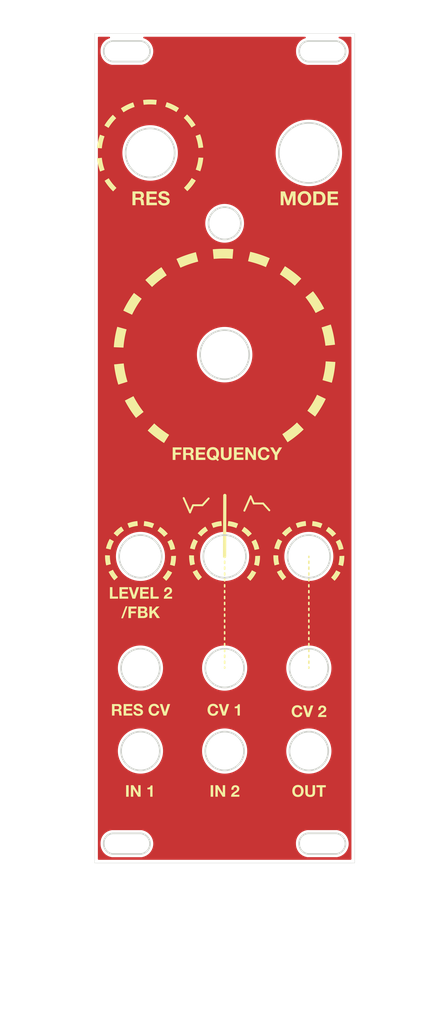
<source format=kicad_pcb>
(kicad_pcb (version 20240108) (generator "pcbnew") (generator_version "8.0")
  (layers (0 "F.Cu" signal) (31 "B.Cu" signal) (34 "B.Paste" user) (35 "F.Paste" user) (36 "B.SilkS" user "B.Silkscreen") (37 "F.SilkS" user "F.Silkscreen") (38 "B.Mask" user) (39 "F.Mask" user) (44 "Edge.Cuts" user))
  (net 0 "")
  (gr_poly (pts (xy 67.314395 42.833933) (xy 67.407721 42.92797) (xy 67.499521 43.023459) (xy 67.589775 43.120377) (xy 67.678466 43.218704) (xy 67.765574 43.318418) (xy 67.851082 43.419497) (xy 67.934972 43.521921) (xy 68.017224 43.625667) (xy 68.097821 43.730714) (xy 68.176744 43.837041) (xy 68.253975 43.944626) (xy 68.329495 44.053448) (xy 68.403287 44.163485) (xy 68.475331 44.274716) (xy 68.545609 44.38712) (xy 67.906375 44.779718) (xy 67.776933 44.576247) (xy 67.641111 44.377105) (xy 67.499047 44.182454) (xy 67.350877 43.992456) (xy 67.196738 43.807271) (xy 67.036767 43.627062) (xy 66.8711 43.451991) (xy 66.699876 43.28222) (xy 67.21956 42.741369)) (stroke (width -0.000001)) (fill solid) (layer "F.SilkS"))
  (gr_poly (pts (xy 59.929786 54.666764) (xy 59.947452 54.667309) (xy 59.964894 54.668217) (xy 59.982111 54.669489) (xy 59.999104 54.671125) (xy 60.015873 54.673124) (xy 60.032418 54.675487) (xy 60.048738 54.678214) (xy 60.064835 54.681306) (xy 60.080707 54.684761) (xy 60.096355 54.688581) (xy 60.111778 54.692765) (xy 60.126978 54.697314) (xy 60.141953 54.702228) (xy 60.156704 54.707506) (xy 60.171231 54.71315) (xy 60.185578 54.719098) (xy 60.199663 54.72532) (xy 60.213487 54.731817) (xy 60.22705 54.738587) (xy 60.240351 54.74563) (xy 60.253392 54.752944) (xy 60.266173 54.760528) (xy 60.278694 54.768383) (xy 60.290954 54.776506) (xy 60.302955 54.784897) (xy 60.314696 54.793556) (xy 60.326178 54.802481) (xy 60.337401 54.811671) (xy 60.348366 54.821126) (xy 60.359072 54.830844) (xy 60.369519 54.840826) (xy 60.379684 54.851052) (xy 60.389542 54.861476) (xy 60.399092 54.872096) (xy 60.408336 54.882913) (xy 60.417273 54.893928) (xy 60.425904 54.905141) (xy 60.434229 54.916551) (xy 60.442248 54.92816) (xy 60.449961 54.939967) (xy 60.457369 54.951972) (xy 60.464472 54.964177) (xy 60.47127 54.976581) (xy 60.477764 54.989184) (xy 60.483953 55.001987) (xy 60.489838 55.01499) (xy 60.495419 55.028194) (xy 60.500678 55.041548) (xy 60.505599 55.055035) (xy 60.510179 55.068654) (xy 60.514421 55.082407) (xy 60.518323 55.096293) (xy 60.521886 55.110312) (xy 60.52511 55.124463) (xy 60.527994 55.138748) (xy 60.530539 55.153165) (xy 60.532745 55.167716) (xy 60.534611 55.182399) (xy 60.536138 55.197215) (xy 60.537326 55.212165) (xy 60.538174 55.227247) (xy 60.538683 55.242462) (xy 60.538853 55.25781) (xy 60.538542 55.281233) (xy 60.537611 55.304256) (xy 60.536058 55.32688) (xy 60.533885 55.349103) (xy 60.531091 55.370927) (xy 60.527677 55.392349) (xy 60.523642 55.413371) (xy 60.518988 55.433991) (xy 60.513713 55.454209) (xy 60.507818 55.474025) (xy 60.501303 55.493438) (xy 60.494168 55.512449) (xy 60.486414 55.531056) (xy 60.47804 55.549259) (xy 60.469047 55.567059) (xy 60.459435 55.584454) (xy 60.449116 55.601469) (xy 60.438005 55.61797) (xy 60.426102 55.633956) (xy 60.413408 55.649427) (xy 60.399924 55.664383) (xy 60.385652 55.678822) (xy 60.370592 55.692746) (xy 60.354745 55.706153) (xy 60.338112 55.719043) (xy 60.320694 55.731416) (xy 60.302493 55.743271) (xy 60.283508 55.754608) (xy 60.263742 55.765426) (xy 60.243195 55.775726) (xy 60.221868 55.785507) (xy 60.199762 55.794769) (xy 60.199762 55.800779) (xy 60.210564 55.803852) (xy 60.221127 55.807132) (xy 60.23145 55.810618) (xy 60.241535 55.814309) (xy 60.251381 55.818202) (xy 60.26099 55.822298) (xy 60.270362 55.826595) (xy 60.279497 55.831091) (xy 60.288396 55.835786) (xy 60.29706 55.840678) (xy 60.305488 55.845766) (xy 60.313682 55.851049) (xy 60.321641 55.856525) (xy 60.329367 55.862193) (xy 60.336859 55.868053) (xy 60.344119 55.874102) (xy 60.351106 55.880391) (xy 60.357937 55.886811) (xy 60.364612 55.893366) (xy 60.37113 55.900054) (xy 60.377491 55.906879) (xy 60.383692 55.913841) (xy 60.389735 55.920942) (xy 60.395617 55.928182) (xy 60.401339 55.935563) (xy 60.406899 55.943086) (xy 60.412298 55.950753) (xy 60.417533 55.958564) (xy 60.422604 55.966521) (xy 60.427511 55.974625) (xy 60.432253 55.982878) (xy 60.436829 55.99128) (xy 60.445544 56.008304) (xy 60.453653 56.025782) (xy 60.461152 56.043707) (xy 60.468039 56.062071) (xy 60.474312 56.080868) (xy 60.479966 56.100091) (xy 60.484998 56.119732) (xy 60.489407 56.139786) (xy 60.493354 56.160013) (xy 60.496999 56.180247) (xy 60.500332 56.200485) (xy 60.503345 56.220726) (xy 60.506028 56.240966) (xy 60.508374 56.261204) (xy 60.510371 56.281438) (xy 60.512013 56.301665) (xy 60.513547 56.328246) (xy 60.515019 56.357144) (xy 60.518024 56.421639) (xy 60.519642 56.456443) (xy 60.521951 56.491542) (xy 60.524942 56.526973) (xy 60.528607 56.562776) (xy 60.530585 56.580636) (xy 60.53284 56.598271) (xy 60.535378 56.61568) (xy 60.538207 56.632861) (xy 60.541333 56.649811) (xy 60.544765 56.666529) (xy 60.548507 56.683013) (xy 60.552569 56.699261) (xy 60.554683 56.707248) (xy 60.556929 56.71508) (xy 60.559308 56.722759) (xy 60.561817 56.730283) (xy 60.564457 56.737653) (xy 60.567226 56.74487) (xy 60.570125 56.751934) (xy 60.573153 56.758844) (xy 60.576308 56.765602) (xy 60.579591 56.772207) (xy 60.583001 56.77866) (xy 60.586537 56.784961) (xy 60.590198 56.79111) (xy 60.593984 56.797107) (xy 60.597895 56.802953) (xy 60.601929 56.808648) (xy 60.131013 56.808648) (xy 60.126243 56.795735) (xy 60.12171 56.782521) (xy 60.117415 56.769006) (xy 60.113356 56.755189) (xy 60.109534 56.74107) (xy 60.105949 56.726647) (xy 60.099485 56.696888) (xy 60.093962 56.665907) (xy 60.089376 56.633697) (xy 60.085726 56.600254) (xy 60.083007 56.565569) (xy 60.077915 56.495928) (xy 60.071672 56.427724) (xy 60.064302 56.360963) (xy 60.055829 56.295655) (xy 60.052649 56.275046) (xy 60.049046 56.255131) (xy 60.045019 56.235911) (xy 60.040568 56.217387) (xy 60.035692 56.19956) (xy 60.030391 56.182431) (xy 60.024665 56.166001) (xy 60.018512 56.150272) (xy 60.011933 56.135244) (xy 60.004927 56.120919) (xy 59.997492 56.107297) (xy 59.98963 56.09438) (xy 59.98134 56.082169) (xy 59.97262 56.070666) (xy 59.96347 56.05987) (xy 59.953891 56.049783) (xy 59.943786 56.040312) (xy 59.932904 56.031458) (xy 59.921244 56.023219) (xy 59.908805 56.015596) (xy 59.89559 56.008586) (xy 59.881596 56.00219) (xy 59.866824 55.996407) (xy 59.851275 55.991235) (xy 59.834947 55.986675) (xy 59.817842 55.982726) (xy 59.799959 55.979385) (xy 59.781298 55.976654) (xy 59.761859 55.974531) (xy 59.741642 55.973016) (xy 59.720647 55.972107) (xy 59.698875 55.971805) (xy 59.227874 55.971805) (xy 59.227874 56.80865) (xy 58.756958 56.80865) (xy 58.756958 55.635679) (xy 59.227874 55.635679) (xy 59.744002 55.635679) (xy 59.763928 55.635397) (xy 59.783224 55.634552) (xy 59.801889 55.633144) (xy 59.819922 55.631173) (xy 59.837323 55.62864) (xy 59.854091 55.625544) (xy 59.870225 55.621886) (xy 59.885723 55.617666) (xy 59.900585 55.612885) (xy 59.914811 55.607542) (xy 59.928399 55.601638) (xy 59.941348 55.595174) (xy 59.953658 55.588148) (xy 59.965327 55.580563) (xy 59.976355 55.572417) (xy 59.986741 55.563711) (xy 59.996596 55.554359) (xy 60.005808 55.544304) (xy 60.01438 55.533547) (xy 60.022311 55.522087) (xy 60.029602 55.509925) (xy 60.036255 55.497061) (xy 60.04227 55.483493) (xy 60.047649 55.469224) (xy 60.052391 55.454252) (xy 60.056498 55.438577) (xy 60.059971 55.4222) (xy 60.06281 55.405121) (xy 60.065017 55.387339) (xy 60.066593 55.368854) (xy 60.067537 55.349668) (xy 60.067852 55.329778) (xy 60.067537 55.310602) (xy 60.066593 55.292095) (xy 60.065017 55.274257) (xy 60.06281 55.257088) (xy 60.059971 55.240588) (xy 60.056498 55.224758) (xy 60.05239 55.209597) (xy 60.047648 55.195106) (xy 60.04227 55.181284) (xy 60.036255 55.168132) (xy 60.029602 55.155651) (xy 60.02231 55.143839) (xy 60.014379 55.132698) (xy 60.005808 55.122227) (xy 59.996596 55.112426) (xy 59.986741 55.103296) (xy 59.976355 55.094718) (xy 59.965327 55.086701) (xy 59.953658 55.079243) (xy 59.941348 55.072344) (xy 59.928399 55.066003) (xy 59.914811 55.060218) (xy 59.900586 55.054989) (xy 59.885724 55.050314) (xy 59.870225 55.046193) (xy 59.854092 55.042625) (xy 59.837324 55.039609) (xy 59.819923 55.037143) (xy 59.801889 55.035227) (xy 59.783224 55.033859) (xy 59.763928 55.03304) (xy 59.744002 55.032767) (xy 59.227874 55.032767) (xy 59.227874 55.635679) (xy 58.756958 55.635679) (xy 58.756958 54.666585) (xy 59.911897 54.666585) (xy 59.911896 54.666582)) (stroke (width -0.000001)) (fill solid) (layer "F.SilkS"))
  (gr_poly (pts (xy 58.722753 134.412247) (xy 57.780074 134.412247) (xy 57.780074 134.794688) (xy 58.645113 134.794688) (xy 58.645113 135.099483) (xy 57.780074 135.099483) (xy 57.780074 135.536954) (xy 58.742818 135.536954) (xy 58.742818 135.867159) (xy 57.387474 135.867159) (xy 57.387474 134.082051) (xy 58.722753 134.082051)) (stroke (width -0.000001)) (fill solid) (layer "F.SilkS"))
  (gr_poly (pts (xy 86.09506 128.6346) (xy 86.094975 128.6346) (xy 86.095017 128.634599)) (stroke (width -0.000001)) (fill solid) (layer "F.SilkS"))
  (gr_poly (pts (xy 72.608085 106.482076) (xy 72.436599 106.500388) (xy 72.266215 106.524885) (xy 72.097073 106.555528) (xy 71.929313 106.592279) (xy 71.763077 106.635098) (xy 71.598507 106.683946) (xy 71.435742 106.738785) (xy 71.274923 106.799576) (xy 70.996879 106.102515) (xy 71.183172 106.032222) (xy 71.371739 105.968763) (xy 71.562416 105.91219) (xy 71.755038 105.86256) (xy 71.949442 105.819927) (xy 72.145464 105.784346) (xy 72.342941 105.75587) (xy 72.541708 105.734556)) (stroke (width -0.000001)) (fill solid) (layer "F.SilkS"))
  (gr_poly (pts (xy 85.973478 135.557959) (xy 85.97873 135.557959) (xy 86.380895 134.302774) (xy 86.786278 134.302774) (xy 86.193612 136.087803) (xy 85.750893 136.087803) (xy 85.17338 134.302774) (xy 85.576222 134.302774)) (stroke (width -0.000001)) (fill solid) (layer "F.SilkS"))
  (gr_poly (pts (xy 86.864993 105.766002) (xy 87.061988 105.797185) (xy 87.257466 105.835508) (xy 87.451269 105.880921) (xy 87.643239 105.933375) (xy 87.833216 105.99282) (xy 88.021043 106.059207) (xy 88.206559 106.132486) (xy 87.917932 106.825058) (xy 87.75799 106.761751) (xy 87.596012 106.70443) (xy 87.43215 106.653124) (xy 87.266551 106.607859) (xy 87.099364 106.568663) (xy 86.930739 106.535561) (xy 86.760823 106.508581) (xy 86.589767 106.487749) (xy 86.666642 105.742007)) (stroke (width -0.000001)) (fill solid) (layer "F.SilkS"))
  (gr_poly (pts (xy 73.06537 63.556075) (xy 73.201095 63.556799) (xy 73.338177 63.559138) (xy 73.615112 63.568139) (xy 73.89357 63.58203) (xy 74.170949 63.599761) (xy 74.387187 63.615677) (xy 74.264757 65.110721) (xy 74.067228 65.095904) (xy 73.814443 65.080304) (xy 73.56107 65.068441) (xy 73.30811 65.06034) (xy 73.056562 65.056026) (xy 73.051906 65.056026) (xy 72.838336 65.055441) (xy 72.624463 65.057626) (xy 72.410459 65.062576) (xy 72.196497 65.070292) (xy 71.982749 65.080769) (xy 71.769387 65.094007) (xy 71.556585 65.110003) (xy 71.344518 65.128755) (xy 71.20338 63.635408) (xy 71.434615 63.615066) (xy 71.666719 63.597675) (xy 71.899473 63.583249) (xy 72.132661 63.571801) (xy 72.366062 63.563346) (xy 72.599459 63.557898) (xy 72.832635 63.555469)) (stroke (width -0.000001)) (fill solid) (layer "F.SilkS"))
  (gr_poly (pts (xy 82.727709 66.467488) (xy 83.059354 66.691142) (xy 83.385724 66.922356) (xy 83.706548 67.160923) (xy 84.021554 67.406633) (xy 84.33047 67.659278) (xy 84.633024 67.918651) (xy 84.928944 68.184541) (xy 83.913283 69.288682) (xy 83.643155 69.045922) (xy 83.36692 68.809078) (xy 83.084845 68.578347) (xy 82.797197 68.35393) (xy 82.504242 68.136025) (xy 82.206248 67.924832) (xy 81.903482 67.720551) (xy 81.59621 67.523379) (xy 82.391061 66.251602)) (stroke (width -0.000001)) (fill solid) (layer "F.SilkS"))
  (gr_poly (pts (xy 86.101467 124.59197) (xy 86.107792 124.592454) (xy 86.114027 124.593252) (xy 86.120165 124.594354) (xy 86.126197 124.595754) (xy 86.132114 124.597443) (xy 86.137911 124.599414) (xy 86.143577 124.601659) (xy 86.149106 124.604169) (xy 86.154489 124.606937) (xy 86.159718 124.609955) (xy 86.164786 124.613215) (xy 86.169685 124.61671) (xy 86.174405 124.620431) (xy 86.178941 124.62437) (xy 86.183283 124.62852) (xy 86.187423 124.632872) (xy 86.191354 124.637419) (xy 86.195068 124.642153) (xy 86.198557 124.647066) (xy 86.201812 124.65215) (xy 86.204826 124.657398) (xy 86.20759 124.6628) (xy 86.210098 124.66835) (xy 86.21234 124.67404) (xy 86.214309 124.679861) (xy 86.215998 124.685806) (xy 86.217397 124.691866) (xy 86.218499 124.698035) (xy 86.219296 124.704304) (xy 86.21978 124.710665) (xy 86.219943 124.71711) (xy 86.219943 125.020469) (xy 86.21978 125.026877) (xy 86.219296 125.033205) (xy 86.218499 125.039445) (xy 86.217397 125.045589) (xy 86.215997 125.051628) (xy 86.214309 125.057555) (xy 86.212339 125.063362) (xy 86.210097 125.069039) (xy 86.207589 125.074581) (xy 86.204823 125.079977) (xy 86.201808 125.085221) (xy 86.198552 125.090303) (xy 86.195062 125.095217) (xy 86.191347 125.099954) (xy 86.187414 125.104505) (xy 86.183272 125.108863) (xy 86.178928 125.113019) (xy 86.17439 125.116966) (xy 86.169667 125.120696) (xy 86.164765 125.124199) (xy 86.159694 125.127469) (xy 86.154461 125.130497) (xy 86.149074 125.133275) (xy 86.143541 125.135795) (xy 86.13787 125.138049) (xy 86.132069 125.140029) (xy 86.126145 125.141726) (xy 86.120108 125.143133) (xy 86.113964 125.144241) (xy 86.107722 125.145043) (xy 86.101389 125.14553) (xy 86.094975 125.145694) (xy 86.088568 125.14553) (xy 86.082243 125.145043) (xy 86.076007 125.144241) (xy 86.06987 125.143133) (xy 86.063838 125.141726) (xy 86.05792 125.140029) (xy 86.052124 125.138049) (xy 86.046458 125.135795) (xy 86.040929 125.133275) (xy 86.035546 125.130497) (xy 86.030316 125.127469) (xy 86.025249 125.124199) (xy 86.02035 125.120696) (xy 86.015629 125.116966) (xy 86.011094 125.113019) (xy 86.006752 125.108863) (xy 86.002611 125.104505) (xy 85.99868 125.099954) (xy 85.994967 125.095217) (xy 85.991478 125.090303) (xy 85.988223 125.085221) (xy 85.985209 125.079977) (xy 85.982444 125.074581) (xy 85.979937 125.069039) (xy 85.977694 125.063362) (xy 85.975725 125.057555) (xy 85.974037 125.051628) (xy 85.972638 125.045589) (xy 85.971536 125.039445) (xy 85.970739 125.033205) (xy 85.970255 125.026877) (xy 85.970092 125.020469) (xy 85.970092 124.71711) (xy 85.970255 124.710665) (xy 85.970739 124.704304) (xy 85.971536 124.698035) (xy 85.972638 124.691866) (xy 85.974037 124.685806) (xy 85.975726 124.679861) (xy 85.977695 124.67404) (xy 85.979938 124.66835) (xy 85.982446 124.6628) (xy 85.985212 124.657398) (xy 85.988226 124.65215) (xy 85.991483 124.647066) (xy 85.994972 124.642153) (xy 85.998687 124.637419) (xy 86.00262 124.632872) (xy 86.006763 124.62852) (xy 86.011107 124.62437) (xy 86.015645 124.620431) (xy 86.020368 124.61671) (xy 86.025269 124.613215) (xy 86.030341 124.609955) (xy 86.035574 124.606937) (xy 86.040961 124.604169) (xy 86.046494 124.601659) (xy 86.052165 124.599414) (xy 86.057966 124.597443) (xy 86.06389 124.595754) (xy 86.069927 124.594354) (xy 86.076071 124.593252) (xy 86.082313 124.592454) (xy 86.088645 124.59197) (xy 86.09506 124.591807)) (stroke (width -0.000001)) (fill solid) (layer "F.SilkS"))
  (gr_poly (pts (xy 68.576684 52.984685) (xy 68.436022 53.209024) (xy 68.288262 53.42872) (xy 68.133542 53.643589) (xy 67.972004 53.85345) (xy 67.803786 54.05812) (xy 67.629028 54.257417) (xy 67.447871 54.451157) (xy 67.260454 54.639158) (xy 67.260456 54.639156) (xy 66.737639 54.101521) (xy 66.823589 54.016655) (xy 66.908133 53.930469) (xy 66.991257 53.842985) (xy 67.072941 53.754224) (xy 67.15317 53.664206) (xy 67.231925 53.572952) (xy 67.30919 53.480483) (xy 67.384947 53.38682) (xy 67.459179 53.291983) (xy 67.531869 53.195992) (xy 67.603 53.09887) (xy 67.672553 53.000636) (xy 67.740513 52.901311) (xy 67.806862 52.800916) (xy 67.871582 52.699471) (xy 67.934656 52.596998)) (stroke (width -0.000001)) (fill solid) (layer "F.SilkS"))
  (gr_poly (pts (xy 86.101467 113.663582) (xy 86.107792 113.664066) (xy 86.114027 113.664863) (xy 86.120165 113.665965) (xy 86.126197 113.667364) (xy 86.132114 113.669052) (xy 86.137911 113.671021) (xy 86.143577 113.673263) (xy 86.149106 113.675771) (xy 86.154489 113.678536) (xy 86.159718 113.681549) (xy 86.164786 113.684805) (xy 86.169685 113.688293) (xy 86.174405 113.692007) (xy 86.178941 113.695938) (xy 86.183283 113.700079) (xy 86.187423 113.70442) (xy 86.191354 113.708956) (xy 86.195068 113.713677) (xy 86.198557 113.718575) (xy 86.201812 113.723643) (xy 86.204826 113.728873) (xy 86.20759 113.734256) (xy 86.210098 113.739784) (xy 86.21234 113.745451) (xy 86.214309 113.751247) (xy 86.215998 113.757165) (xy 86.217397 113.763196) (xy 86.218499 113.769334) (xy 86.219296 113.775569) (xy 86.21978 113.781894) (xy 86.219943 113.788301) (xy 86.219943 114.092081) (xy 86.21978 114.098488) (xy 86.219296 114.104813) (xy 86.218499 114.111048) (xy 86.217397 114.117185) (xy 86.215997 114.123217) (xy 86.214309 114.129135) (xy 86.212339 114.134931) (xy 86.210097 114.140597) (xy 86.207589 114.146126) (xy 86.204823 114.151509) (xy 86.201808 114.156739) (xy 86.198552 114.161807) (xy 86.195062 114.166705) (xy 86.191347 114.171426) (xy 86.187414 114.175961) (xy 86.183272 114.180303) (xy 86.178928 114.184444) (xy 86.17439 114.188375) (xy 86.169667 114.192089) (xy 86.164765 114.195577) (xy 86.159694 114.198832) (xy 86.154461 114.201846) (xy 86.149074 114.204611) (xy 86.143541 114.207118) (xy 86.13787 114.209361) (xy 86.132069 114.21133) (xy 86.126145 114.213018) (xy 86.120108 114.214417) (xy 86.113964 114.215519) (xy 86.107722 114.216316) (xy 86.101389 114.2168) (xy 86.094975 114.216963) (xy 86.088568 114.2168) (xy 86.082243 114.216316) (xy 86.076007 114.215519) (xy 86.06987 114.214417) (xy 86.063838 114.213018) (xy 86.05792 114.21133) (xy 86.052124 114.209361) (xy 86.046458 114.207118) (xy 86.040929 114.204611) (xy 86.035546 114.201846) (xy 86.030316 114.198832) (xy 86.025249 114.195577) (xy 86.02035 114.192089) (xy 86.015629 114.188375) (xy 86.011094 114.184444) (xy 86.006752 114.180303) (xy 86.002611 114.175961) (xy 85.99868 114.171426) (xy 85.994967 114.166705) (xy 85.991478 114.161807) (xy 85.988223 114.156739) (xy 85.985209 114.151509) (xy 85.982444 114.146126) (xy 85.979937 114.140597) (xy 85.977694 114.134931) (xy 85.975725 114.129135) (xy 85.974037 114.123217) (xy 85.972638 114.117185) (xy 85.971536 114.111048) (xy 85.970739 114.104813) (xy 85.970255 114.098488) (xy 85.970092 114.092081) (xy 85.970092 113.788301) (xy 85.970255 113.781894) (xy 85.970739 113.775569) (xy 85.971536 113.769334) (xy 85.972638 113.763196) (xy 85.974037 113.757165) (xy 85.975726 113.751247) (xy 85.977695 113.745451) (xy 85.979938 113.739784) (xy 85.982446 113.734256) (xy 85.985212 113.728873) (xy 85.988226 113.723643) (xy 85.991483 113.718575) (xy 85.994972 113.713677) (xy 85.998687 113.708956) (xy 86.00262 113.70442) (xy 86.006763 113.700079) (xy 86.011107 113.695938) (xy 86.015645 113.692007) (xy 86.020368 113.688293) (xy 86.025269 113.684805) (xy 86.030341 113.681549) (xy 86.035574 113.678536) (xy 86.040961 113.675771) (xy 86.046494 113.673263) (xy 86.052165 113.671021) (xy 86.057966 113.669052) (xy 86.06389 113.667364) (xy 86.069927 113.665965) (xy 86.076071 113.664863) (xy 86.082313 113.664066) (xy 86.088645 113.663582) (xy 86.09506 113.663418)) (stroke (width -0.000001)) (fill solid) (layer "F.SilkS"))
  (gr_poly (pts (xy 69.332045 46.063013) (xy 69.412866 46.31554) (xy 69.485501 46.570432) (xy 69.549894 46.827467) (xy 69.605989 47.086422) (xy 69.653728 47.347077) (xy 69.693056 47.609208) (xy 69.723915 47.872593) (xy 68.977748 47.947691) (xy 68.94969 47.708347) (xy 68.913937 47.470132) (xy 68.87054 47.233254) (xy 68.81955 46.997922) (xy 68.761019 46.764344) (xy 68.695 46.532728) (xy 68.621543 46.303284) (xy 68.5407 46.076219) (xy 69.243095 45.813074)) (stroke (width -0.000001)) (fill solid) (layer "F.SilkS"))
  (gr_poly (pts (xy 76.159073 106.686549) (xy 76.24053 106.743967) (xy 76.320889 106.802814) (xy 76.400135 106.863077) (xy 76.478251 106.924739) (xy 76.555221 106.987785) (xy 76.63103 107.0522) (xy 76.705661 107.117969) (xy 76.779099 107.185077) (xy 76.851326 107.253507) (xy 76.922329 107.323246) (xy 76.99209 107.394277) (xy 77.060593 107.466586) (xy 77.127823 107.540158) (xy 77.193763 107.614976) (xy 77.258397 107.691026) (xy 76.682243 108.171514) (xy 76.626386 108.10584) (xy 76.569408 108.041227) (xy 76.511324 107.977687) (xy 76.452145 107.915232) (xy 76.391884 107.853875) (xy 76.330555 107.793629) (xy 76.268171 107.734506) (xy 76.204743 107.676518) (xy 76.140286 107.619678) (xy 76.074812 107.563998) (xy 76.008333 107.509492) (xy 75.940863 107.456171) (xy 75.872415 107.404048) (xy 75.803002 107.353135) (xy 75.732635 107.303445) (xy 75.66133 107.254991) (xy 76.076535 106.630577)) (stroke (width -0.000001)) (fill solid) (layer "F.SilkS"))
  (gr_poly (pts (xy 73.047339 115.485017) (xy 73.05369 115.4855) (xy 73.059948 115.486296) (xy 73.066104 115.487397) (xy 73.072151 115.488794) (xy 73.078082 115.490481) (xy 73.083888 115.492448) (xy 73.089561 115.494688) (xy 73.095095 115.497193) (xy 73.10048 115.499955) (xy 73.10571 115.502967) (xy 73.110777 115.50622) (xy 73.115672 115.509706) (xy 73.120388 115.513417) (xy 73.124917 115.517346) (xy 73.129251 115.521485) (xy 73.133384 115.525825) (xy 73.137306 115.530359) (xy 73.14101 115.535079) (xy 73.144488 115.539976) (xy 73.147732 115.545044) (xy 73.150736 115.550273) (xy 73.15349 115.555657) (xy 73.155988 115.561187) (xy 73.15822 115.566855) (xy 73.160181 115.572653) (xy 73.161861 115.578574) (xy 73.163253 115.58461) (xy 73.164349 115.590751) (xy 73.165142 115.596992) (xy 73.165623 115.603323) (xy 73.165785 115.609737) (xy 73.165785 115.913438) (xy 73.165623 115.919853) (xy 73.165142 115.926185) (xy 73.164349 115.932426) (xy 73.163253 115.938568) (xy 73.161861 115.944604) (xy 73.160181 115.950525) (xy 73.15822 115.956324) (xy 73.155988 115.961992) (xy 73.15349 115.967522) (xy 73.150736 115.972906) (xy 73.147732 115.978135) (xy 73.144488 115.983203) (xy 73.14101 115.9881) (xy 73.137306 115.99282) (xy 73.133384 115.997354) (xy 73.129251 116.001694) (xy 73.124917 116.005832) (xy 73.120388 116.009761) (xy 73.115672 116.013472) (xy 73.110777 116.016958) (xy 73.10571 116.02021) (xy 73.10048 116.023221) (xy 73.095095 116.025983) (xy 73.089561 116.028488) (xy 73.083888 116.030728) (xy 73.078082 116.032695) (xy 73.072151 116.034381) (xy 73.066104 116.035778) (xy 73.059948 116.036879) (xy 73.05369 116.037675) (xy 73.047339 116.038158) (xy 73.040902 116.038321) (xy 73.034458 116.038158) (xy 73.028101 116.037675) (xy 73.021837 116.036879) (xy 73.015676 116.035778) (xy 73.009625 116.034381) (xy 73.003691 116.032695) (xy 72.997882 116.030728) (xy 72.992207 116.028488) (xy 72.986672 116.025983) (xy 72.981286 116.023221) (xy 72.976056 116.02021) (xy 72.97099 116.016958) (xy 72.966096 116.013472) (xy 72.961381 116.009761) (xy 72.956853 116.005832) (xy 72.95252 116.001694) (xy 72.94839 115.997354) (xy 72.94447 115.99282) (xy 72.940769 115.9881) (xy 72.937293 115.983203) (xy 72.934051 115.978135) (xy 72.93105 115.972906) (xy 72.928298 115.967522) (xy 72.925803 115.961992) (xy 72.923573 115.956324) (xy 72.921615 115.950525) (xy 72.919936 115.944604) (xy 72.918546 115.938568) (xy 72.917451 115.932426) (xy 72.91666 115.926185) (xy 72.916179 115.919853) (xy 72.916017 115.913438) (xy 72.916017 115.609737) (xy 72.916179 115.603323) (xy 72.91666 115.596992) (xy 72.917451 115.590751) (xy 72.918546 115.58461) (xy 72.919936 115.578574) (xy 72.921614 115.572653) (xy 72.923572 115.566855) (xy 72.925803 115.561187) (xy 72.928298 115.555657) (xy 72.931049 115.550273) (xy 72.93405 115.545044) (xy 72.937292 115.539976) (xy 72.940768 115.535079) (xy 72.944469 115.530359) (xy 72.948389 115.525825) (xy 72.952519 115.521485) (xy 72.956852 115.517346) (xy 72.96138 115.513417) (xy 72.966094 115.509706) (xy 72.970989 115.50622) (xy 72.976055 115.502967) (xy 72.981285 115.499955) (xy 72.986671 115.497193) (xy 72.992206 115.494688) (xy 72.997881 115.492448) (xy 73.00369 115.490481) (xy 73.009624 115.488794) (xy 73.015675 115.487397) (xy 73.021837 115.486296) (xy 73.0281 115.4855) (xy 73.034458 115.485017) (xy 73.040902 115.484854)) (stroke (width -0.000001)) (fill solid) (layer "F.SilkS"))
  (gr_poly (pts (xy 58.079286 116.30544) (xy 57.136692 116.30544) (xy 57.136692 116.687872) (xy 58.001731 116.687872) (xy 58.001731 116.992676) (xy 57.136692 116.992676) (xy 57.136692 117.430147) (xy 58.099436 117.430147) (xy 58.099436 117.760342) (xy 56.744092 117.760342) (xy 56.744007 115.975235) (xy 58.079286 115.975235)) (stroke (width -0.000001)) (fill solid) (layer "F.SilkS"))
  (gr_poly (pts (xy 73.047339 124.59197) (xy 73.05369 124.592454) (xy 73.059948 124.593252) (xy 73.066104 124.594354) (xy 73.072151 124.595754) (xy 73.078082 124.597443) (xy 73.083888 124.599414) (xy 73.089561 124.601659) (xy 73.095095 124.604169) (xy 73.10048 124.606937) (xy 73.10571 124.609955) (xy 73.110777 124.613215) (xy 73.115672 124.61671) (xy 73.120388 124.620431) (xy 73.124917 124.62437) (xy 73.129251 124.62852) (xy 73.133384 124.632872) (xy 73.137306 124.637419) (xy 73.14101 124.642153) (xy 73.144488 124.647066) (xy 73.147732 124.65215) (xy 73.150736 124.657398) (xy 73.15349 124.6628) (xy 73.155988 124.66835) (xy 73.15822 124.67404) (xy 73.160181 124.679861) (xy 73.161861 124.685806) (xy 73.163253 124.691866) (xy 73.164349 124.698035) (xy 73.165142 124.704304) (xy 73.165623 124.710665) (xy 73.165785 124.71711) (xy 73.165785 125.020469) (xy 73.165623 125.026877) (xy 73.165142 125.033205) (xy 73.164349 125.039445) (xy 73.163253 125.045589) (xy 73.161861 125.051628) (xy 73.160181 125.057555) (xy 73.15822 125.063362) (xy 73.155988 125.069039) (xy 73.15349 125.074581) (xy 73.150736 125.079977) (xy 73.147732 125.085221) (xy 73.144488 125.090303) (xy 73.14101 125.095217) (xy 73.137306 125.099954) (xy 73.133384 125.104505) (xy 73.129251 125.108863) (xy 73.124917 125.113019) (xy 73.120388 125.116966) (xy 73.115672 125.120696) (xy 73.110777 125.124199) (xy 73.10571 125.127469) (xy 73.10048 125.130497) (xy 73.095095 125.133275) (xy 73.089561 125.135795) (xy 73.083888 125.138049) (xy 73.078082 125.140029) (xy 73.072151 125.141726) (xy 73.066104 125.143133) (xy 73.059948 125.144241) (xy 73.05369 125.145043) (xy 73.047339 125.14553) (xy 73.040902 125.145694) (xy 73.034458 125.14553) (xy 73.028101 125.145043) (xy 73.021837 125.144241) (xy 73.015676 125.143133) (xy 73.009625 125.141726) (xy 73.003691 125.140029) (xy 72.997882 125.138049) (xy 72.992207 125.135795) (xy 72.986672 125.133275) (xy 72.981286 125.130497) (xy 72.976056 125.127469) (xy 72.97099 125.124199) (xy 72.966096 125.120696) (xy 72.961381 125.116966) (xy 72.956853 125.113019) (xy 72.95252 125.108863) (xy 72.94839 125.104505) (xy 72.94447 125.099954) (xy 72.940769 125.095217) (xy 72.937293 125.090303) (xy 72.934051 125.085221) (xy 72.93105 125.079977) (xy 72.928298 125.074581) (xy 72.925803 125.069039) (xy 72.923573 125.063362) (xy 72.921615 125.057555) (xy 72.919936 125.051628) (xy 72.918546 125.045589) (xy 72.917451 125.039445) (xy 72.91666 125.033205) (xy 72.916179 125.026877) (xy 72.916017 125.020469) (xy 72.916017 124.71711) (xy 72.916179 124.710665) (xy 72.91666 124.704304) (xy 72.917451 124.698035) (xy 72.918546 124.691866) (xy 72.919936 124.685806) (xy 72.921614 124.679861) (xy 72.923572 124.67404) (xy 72.925803 124.66835) (xy 72.928298 124.6628) (xy 72.931049 124.657398) (xy 72.93405 124.65215) (xy 72.937292 124.647066) (xy 72.940768 124.642153) (xy 72.944469 124.637419) (xy 72.948389 124.632872) (xy 72.952519 124.62852) (xy 72.956852 124.62437) (xy 72.96138 124.620431) (xy 72.966094 124.61671) (xy 72.970989 124.613215) (xy 72.976055 124.609955) (xy 72.981285 124.606937) (xy 72.986671 124.604169) (xy 72.992206 124.601659) (xy 72.997881 124.599414) (xy 73.00369 124.597443) (xy 73.009624 124.595754) (xy 73.015675 124.594354) (xy 73.021837 124.593252) (xy 73.0281 124.592454) (xy 73.034458 124.59197) (xy 73.040902 124.591807)) (stroke (width -0.000001)) (fill solid) (layer "F.SilkS"))
  (gr_poly (pts (xy 89.612224 75.669117) (xy 89.719383 76.056) (xy 89.816665 76.445491) (xy 89.90399 76.837247) (xy 89.981278 77.230919) (xy 90.048449 77.626162) (xy 90.105421 78.02263) (xy 90.152116 78.419976) (xy 88.660627 78.57627) (xy 88.618356 78.216968) (xy 88.566775 77.858413) (xy 88.505957 77.500924) (xy 88.435975 77.14482) (xy 88.356899 76.790418) (xy 88.268804 76.438038) (xy 88.171762 76.087998) (xy 88.065844 75.740616) (xy 89.49527 75.285191)) (stroke (width -0.000001)) (fill solid) (layer "F.SilkS"))
  (gr_poly (pts (xy 82.491562 108.119024) (xy 82.491559 108.119024) (xy 82.49156 108.119023)) (stroke (width -0.000001)) (fill solid) (layer "F.SilkS"))
  (gr_poly (pts (xy 77.948962 108.744044) (xy 78.035284 108.923734) (xy 78.114895 109.106241) (xy 78.187745 109.291403) (xy 78.253785 109.479057) (xy 78.312965 109.669042) (xy 78.365235 109.861194) (xy 78.410546 110.055352) (xy 77.67674 110.212403) (xy 77.637732 110.044708) (xy 77.592689 109.878819) (xy 77.541666 109.714852) (xy 77.484716 109.552924) (xy 77.421891 109.393151) (xy 77.353247 109.235648) (xy 77.278836 109.080533) (xy 77.198712 108.92792) (xy 77.855978 108.567334)) (stroke (width -0.000001)) (fill solid) (layer "F.SilkS"))
  (gr_poly (pts (xy 71.30765 134.04045) (xy 71.343717 134.042467) (xy 71.379307 134.045822) (xy 71.414413 134.050508) (xy 71.449027 134.05652) (xy 71.483141 134.063852) (xy 71.516748 134.072498) (xy 71.549838 134.082452) (xy 71.566129 134.087895) (xy 71.582206 134.093653) (xy 71.598069 134.099722) (xy 71.613718 134.106102) (xy 71.629152 134.11279) (xy 71.644372 134.119785) (xy 71.659378 134.127085) (xy 71.67417 134.134688) (xy 71.688747 134.142593) (xy 71.70311 134.150798) (xy 71.717258 134.159301) (xy 71.731193 134.168101) (xy 71.744913 134.177196) (xy 71.758418 134.186583) (xy 71.77171 134.196262) (xy 71.784787 134.206231) (xy 71.797601 134.216515) (xy 71.810135 134.227111) (xy 71.822388 134.238018) (xy 71.83436 134.249234) (xy 71.846049 134.260757) (xy 71.857457 134.272585) (xy 71.868582 134.284718) (xy 71.879423 134.297153) (xy 71.889981 134.309888) (xy 71.900254 134.322922) (xy 71.910243 134.336254) (xy 71.919946 134.349881) (xy 71.929364 134.363803) (xy 71.938495 134.378017) (xy 71.94734 134.392521) (xy 71.955897 134.407315) (xy 71.964161 134.422469) (xy 71.972028 134.437895) (xy 71.9795 134.453594) (xy 71.98658 134.469564) (xy 71.993266 134.485807) (xy 71.999562 134.502323) (xy 72.005467 134.519111) (xy 72.010983 134.536171) (xy 72.016112 134.553504) (xy 72.020853 134.57111) (xy 72.025209 134.588989) (xy 72.02918 134.607141) (xy 72.032768 134.625566) (xy 72.035973 134.644264) (xy 72.038798 134.663236) (xy 72.041242 134.682481) (xy 71.660919 134.682481) (xy 71.65957 134.674121) (xy 71.658029 134.665836) (xy 71.656297 134.657628) (xy 71.654373 134.649498) (xy 71.652257 134.641449) (xy 71.649947 134.633482) (xy 71.647444 134.625599) (xy 71.644747 134.617801) (xy 71.641856 134.61009) (xy 71.63877 134.602468) (xy 71.635488 134.594937) (xy 71.63201 134.587499) (xy 71.628336 134.580154) (xy 71.624465 134.572905) (xy 71.620396 134.565754) (xy 71.616129 134.558702) (xy 71.616129 134.558721) (xy 71.611694 134.551759) (xy 71.607118 134.544905) (xy 71.602402 134.538159) (xy 71.597547 134.53152) (xy 71.592554 134.524987) (xy 71.587423 134.518559) (xy 71.582155 134.512236) (xy 71.57675 134.506017) (xy 71.571209 134.499901) (xy 71.565533 134.493888) (xy 71.559722 134.487976) (xy 71.553778 134.482164) (xy 71.547699 134.476453) (xy 71.541489 134.470841) (xy 71.535145 134.465328) (xy 71.528671 134.459913) (xy 71.522002 134.454696) (xy 71.515232 134.449619) (xy 71.508363 134.444682) (xy 71.501394 134.439887) (xy 71.494324 134.435233) (xy 71.487152 134.430723) (xy 71.47988 134.426355) (xy 71.472505 134.422132) (xy 71.465028 134.418053) (xy 71.457449 134.414121) (xy 71.449767 134.410334) (xy 71.441981 134.406695) (xy 71.434092 134.403203) (xy 71.426099 134.39986) (xy 71.418001 134.396667) (xy 71.409799 134.393623) (xy 71.401503 134.390734) (xy 71.393158 134.388034) (xy 71.384763 134.385524) (xy 71.376319 134.383203) (xy 71.367825 134.381071) (xy 71.359281 134.379126) (xy 71.350688 134.377369) (xy 71.342045 134.375799) (xy 71.333353 134.374415) (xy 71.324611 134.373218) (xy 71.315819 134.372206) (xy 71.306977 134.371379) (xy 71.298086 134.370737) (xy 71.289146 134.370278) (xy 71.280155 134.370004) (xy 71.271115 134.369913) (xy 71.254671 134.370116) (xy 71.23855 134.370724) (xy 71.22275 134.371737) (xy 71.207271 134.373153) (xy 71.19211 134.374971) (xy 71.177267 134.377189) (xy 71.16274 134.379807) (xy 71.14853 134.382823) (xy 71.134633 134.386235) (xy 71.121051 134.390044) (xy 71.10778 134.394246) (xy 71.094821 134.398842) (xy 71.082172 134.40383) (xy 71.069831 134.409209) (xy 71.057799 134.414977) (xy 71.046073 134.421133) (xy 71.034636 134.427683) (xy 71.023472 134.434505) (xy 71.01258 134.4416) (xy 71.001962 134.448966) (xy 70.991619 134.456606) (xy 70.981551 134.464518) (xy 70.971758 134.472704) (xy 70.962241 134.481164) (xy 70.953002 134.489897) (xy 70.94404 134.498905) (xy 70.935355 134.508186) (xy 70.92695 134.517743) (xy 70.918824 134.527574) (xy 70.910977 134.537681) (xy 70.903412 134.548063) (xy 70.896127 134.558721) (xy 70.889044 134.569594) (xy 70.882209 134.580657) (xy 70.875622 134.59191) (xy 70.869282 134.603352) (xy 70.86319 134.614981) (xy 70.857345 134.626799) (xy 70.851748 134.638803) (xy 70.846397 134.650994) (xy 70.841294 134.66337) (xy 70.836438 134.675932) (xy 70.831828 134.688677) (xy 70.827465 134.701607) (xy 70.823349 134.714719) (xy 70.819479 134.728013) (xy 70.815855 134.74149) (xy 70.812477 134.755147) (xy 70.806285 134.782772) (xy 70.800919 134.810605) (xy 70.796378 134.838653) (xy 70.792663 134.866923) (xy 70.789774 134.895424) (xy 70.78771 134.924162) (xy 70.786471 134.953146) (xy 70.786059 134.982383) (xy 70.786471 135.010449) (xy 70.78771 135.038318) (xy 70.789774 135.065984) (xy 70.792663 135.093443) (xy 70.796378 135.120687) (xy 70.800919 135.147711) (xy 70.806285 135.174509) (xy 70.812477 135.201075) (xy 70.815854 135.214296) (xy 70.819478 135.227349) (xy 70.823348 135.240235) (xy 70.827464 135.252953) (xy 70.831827 135.265501) (xy 70.836437 135.277881) (xy 70.841293 135.290091) (xy 70.846396 135.302131) (xy 70.851747 135.314) (xy 70.857344 135.325698) (xy 70.863189 135.337224) (xy 70.869282 135.348578) (xy 70.875621 135.35976) (xy 70.882209 135.370769) (xy 70.889044 135.381605) (xy 70.896127 135.392266) (xy 70.903412 135.402785) (xy 70.910978 135.413041) (xy 70.918825 135.423032) (xy 70.926951 135.432759) (xy 70.935356 135.442221) (xy 70.944041 135.451419) (xy 70.953003 135.460353) (xy 70.962242 135.469021) (xy 70.971759 135.477425) (xy 70.981551 135.485564) (xy 70.99162 135.493438) (xy 71.001963 135.501047) (xy 71.01258 135.508391) (xy 71.023472 135.515469) (xy 71.034636 135.522282) (xy 71.046073 135.528829) (xy 71.057799 135.53504) (xy 71.069831 135.540848) (xy 71.082172 135.546251) (xy 71.094821 135.551252) (xy 71.10778 135.555849) (xy 71.121051 135.560044) (xy 71.134633 135.563837) (xy 71.14853 135.567228) (xy 71.16274 135.570219) (xy 71.177267 135.572809) (xy 71.19211 135.575) (xy 71.207271 135.576791) (xy 71.22275 135.578183) (xy 71.23855 135.579177) (xy 71.254671 135.579773) (xy 71.271115 135.579971) (xy 71.293303 135.579542) (xy 71.314878 135.578253) (xy 71.335839 135.576104) (xy 71.356185 135.573096) (xy 71.375917 135.569228) (xy 71.395034 135.564501) (xy 71.413535 135.558913) (xy 71.431421 135.552465) (xy 71.448691 135.545157) (xy 71.465344 135.536989) (xy 71.48138 135.52796) (xy 71.496799 135.51807) (xy 71.5116 135.50732) (xy 71.525783 135.495708) (xy 71.539348 135.483236) (xy 71.552294 135.469903) (xy 71.564624 135.455871) (xy 71.576341 135.441301) (xy 71.587445 135.426192) (xy 71.597936 135.410542) (xy 71.607815 135.394349) (xy 71.617081 135.377612) (xy 71.625734 135.360328) (xy 71.633776 135.342497) (xy 71.641205 135.324116) (xy 71.648022 135.305183) (xy 71.654227 135.285698) (xy 71.65982 135.265657) (xy 71.664802 135.24506) (xy 71.669172 135.223905) (xy 71.672931 135.20219) (xy 71.676078 135.179913) (xy 72.056061 135.179913) (xy 72.051604 135.221325) (xy 72.045657 135.261684) (xy 72.038216 135.300999) (xy 72.029276 135.33928) (xy 72.024243 135.358036) (xy 72.018832 135.376537) (xy 72.013044 135.394784) (xy 72.006879 135.412779) (xy 72.000334 135.430522) (xy 71.993411 135.448015) (xy 71.986108 135.46526) (xy 71.978424 135.482256) (xy 71.970472 135.499034) (xy 71.962204 135.515489) (xy 71.953623 135.531622) (xy 71.944727 135.547436) (xy 71.935517 135.56293) (xy 71.925995 135.578107) (xy 71.91616 135.592966) (xy 71.906013 135.60751) (xy 71.895554 135.62174) (xy 71.884785 135.635656) (xy 71.873704 135.64926) (xy 71.862314 135.662553) (xy 71.850614 135.675536) (xy 71.838605 135.68821) (xy 71.826287 135.700577) (xy 71.813661 135.712637) (xy 71.800697 135.724304) (xy 71.787459 135.735623) (xy 71.773947 135.746593) (xy 71.760163 135.757214) (xy 71.746105 135.767488) (xy 71.731773 135.777414) (xy 71.717169 135.786993) (xy 71.702292 135.796224) (xy 71.687141 135.805107) (xy 71.671719 135.813644) (xy 71.656023 135.821834) (xy 71.640055 135.829677) (xy 71.623815 135.837174) (xy 71.607302 135.844325) (xy 71.590518 135.851129) (xy 71.573461 135.857588) (xy 71.556216 135.863616) (xy 71.538741 135.869255) (xy 71.521039 135.874505) (xy 71.50311 135.879367) (xy 71.484958 135.883839) (xy 71.466584 135.887923) (xy 71.44799 135.891618) (xy 71.429179 135.894925) (xy 71.410153 135.897842) (xy 71.390913 135.900371) (xy 71.371462 135.90251) (xy 71.351803 135.904261) (xy 71.331936 135.905623) (xy 71.311864 135.906595) (xy 71.29159 135.907179) (xy 71.271115 135.907373) (xy 71.24561 135.907096) (xy 71.220437 135.906265) (xy 71.195594 135.904878) (xy 71.171081 135.902936) (xy 71.146898 135.900438) (xy 71.123043 135.897382) (xy 71.099517 135.89377) (xy 71.076319 135.889599) (xy 71.053448 135.88487) (xy 71.030904 135.879581) (xy 71.008686 135.873733) (xy 70.986795 135.867324) (xy 70.965229 135.860355) (xy 70.943987 135.852824) (xy 70.92307 135.84473) (xy 70.902477 135.836075) (xy 70.88217 135.82695) (xy 70.862269 135.817416) (xy 70.842773 135.807472) (xy 70.823681 135.797114) (xy 70.804994 135.786342) (xy 70.786709 135.775153) (xy 70.768827 135.763545) (xy 70.751346 135.751517) (xy 70.734267 135.739065) (xy 70.717587 135.726189) (xy 70.701307 135.712886) (xy 70.685425 135.699155) (xy 70.669942 135.684993) (xy 70.654855 135.670398) (xy 70.640165 135.655369) (xy 70.625871 135.639903) (xy 70.612055 135.624127) (xy 70.598646 135.608011) (xy 70.585641 135.591555) (xy 70.573044 135.574756) (xy 70.560853 135.557614) (xy 70.549069 135.540128) (xy 70.537693 135.522296) (xy 70.526725 135.504119) (xy 70.516167 135.485594) (xy 70.506017 135.466722) (xy 70.496278 135.4475) (xy 70.486948 135.427927) (xy 70.47803 135.408003) (xy 70.469523 135.387727) (xy 70.461427 135.367098) (xy 70.453744 135.346114) (xy 70.446443 135.324899) (xy 70.439622 135.303481) (xy 70.433278 135.281858) (xy 70.427411 135.260032) (xy 70.42202 135.238003) (xy 70.417104 135.215772) (xy 70.412661 135.193337) (xy 70.408691 135.170701) (xy 70.405192 135.147863) (xy 70.402163 135.124824) (xy 70.399603 135.101584) (xy 70.397511 135.078143) (xy 70.395886 135.054503) (xy 70.394727 135.030662) (xy 70.3938 134.982383) (xy 70.394727 134.932839) (xy 70.397511 134.884208) (xy 70.402163 134.836484) (xy 70.408691 134.789662) (xy 70.417104 134.743737) (xy 70.427411 134.698704) (xy 70.433278 134.67652) (xy 70.439622 134.654556) (xy 70.446443 134.632813) (xy 70.453744 134.611289) (xy 70.461428 134.590018) (xy 70.469523 134.569096) (xy 70.478031 134.548524) (xy 70.486949 134.528299) (xy 70.496279 134.508422) (xy 70.506018 134.488892) (xy 70.516168 134.469706) (xy 70.526726 134.450865) (xy 70.537694 134.432367) (xy 70.54907 134.414211) (xy 70.560853 134.396397) (xy 70.573044 134.378923) (xy 70.585642 134.361789) (xy 70.598646 134.344993) (xy 70.612056 134.328534) (xy 70.625871 134.312413) (xy 70.640165 134.296745) (xy 70.654855 134.281493) (xy 70.669942 134.266659) (xy 70.685425 134.252244) (xy 70.701307 134.238249) (xy 70.717587 134.224675) (xy 70.734267 134.211525) (xy 70.751346 134.198798) (xy 70.768827 134.186497) (xy 70.786709 134.174623) (xy 70.804994 134.163178) (xy 70.823681 134.152162) (xy 70.842773 134.141577) (xy 70.862269 134.131425) (xy 70.88217 134.121706) (xy 70.902477 134.112422) (xy 70.92307 134.103695) (xy 70.943986 134.095517) (xy 70.965228 134.087891) (xy 70.986794 134.080818) (xy 71.008685 134.0743) (xy 71.030903 134.068339) (xy 71.053447 134.062937) (xy 71.076318 134.058096) (xy 71.099516 134.053818) (xy 71.123042 134.050103) (xy 71.146897 134.046955) (xy 71.171081 134.044376) (xy 71.195594 134.042366) (xy 71.220437 134.040928) (xy 71.24561 134.040064) (xy 71.271115 134.039776)) (stroke (width -0.000001)) (fill solid) (layer "F.SilkS"))
  (gr_poly (pts (xy 61.951601 117.430147) (xy 62.821551 117.430147) (xy 62.821551 117.760342) (xy 61.559001 117.760342) (xy 61.559001 115.975235) (xy 61.951601 115.975235)) (stroke (width -0.000001)) (fill solid) (layer "F.SilkS"))
  (gr_poly (pts (xy 73.047339 121.860105) (xy 73.05369 121.860588) (xy 73.059948 121.861384) (xy 73.066104 121.862485) (xy 73.072151 121.863883) (xy 73.078082 121.86557) (xy 73.083888 121.867538) (xy 73.089561 121.86978) (xy 73.095095 121.872287) (xy 73.10048 121.875052) (xy 73.10571 121.878066) (xy 73.110777 121.881323) (xy 73.115672 121.884814) (xy 73.120388 121.888531) (xy 73.124917 121.892466) (xy 73.129251 121.896612) (xy 73.133384 121.90096) (xy 73.137306 121.905504) (xy 73.14101 121.910234) (xy 73.144488 121.915143) (xy 73.147732 121.920224) (xy 73.150736 121.925468) (xy 73.15349 121.930868) (xy 73.155988 121.936415) (xy 73.15822 121.942102) (xy 73.160181 121.947921) (xy 73.161861 121.953864) (xy 73.163253 121.959924) (xy 73.164349 121.966091) (xy 73.165142 121.97236) (xy 73.165623 121.978721) (xy 73.165785 121.985166) (xy 73.165785 122.288526) (xy 73.165623 122.29494) (xy 73.165142 122.301271) (xy 73.164349 122.307511) (xy 73.163253 122.313653) (xy 73.161861 122.319688) (xy 73.160181 122.325609) (xy 73.15822 122.331408) (xy 73.155988 122.337076) (xy 73.15349 122.342605) (xy 73.150736 122.347989) (xy 73.147732 122.353219) (xy 73.144488 122.358286) (xy 73.14101 122.363184) (xy 73.137306 122.367904) (xy 73.133384 122.372438) (xy 73.129251 122.376778) (xy 73.124917 122.380916) (xy 73.120388 122.384845) (xy 73.115672 122.388557) (xy 73.110777 122.392043) (xy 73.10571 122.395296) (xy 73.10048 122.398307) (xy 73.095095 122.401069) (xy 73.089561 122.403575) (xy 73.083888 122.405815) (xy 73.078082 122.407782) (xy 73.072151 122.409468) (xy 73.066104 122.410866) (xy 73.059948 122.411966) (xy 73.05369 122.412762) (xy 73.047339 122.413246) (xy 73.040902 122.413409) (xy 73.034458 122.413246) (xy 73.028101 122.412762) (xy 73.021837 122.411966) (xy 73.015676 122.410866) (xy 73.009625 122.409468) (xy 73.003691 122.407782) (xy 72.997882 122.405815) (xy 72.992207 122.403575) (xy 72.986672 122.401069) (xy 72.981286 122.398307) (xy 72.976056 122.395296) (xy 72.97099 122.392043) (xy 72.966096 122.388557) (xy 72.961381 122.384845) (xy 72.956853 122.380916) (xy 72.95252 122.376778) (xy 72.94839 122.372438) (xy 72.94447 122.367904) (xy 72.940769 122.363184) (xy 72.937293 122.358286) (xy 72.934051 122.353219) (xy 72.93105 122.347989) (xy 72.928298 122.342605) (xy 72.925803 122.337076) (xy 72.923573 122.331408) (xy 72.921615 122.325609) (xy 72.919936 122.319688) (xy 72.918546 122.313653) (xy 72.917451 122.307511) (xy 72.91666 122.301271) (xy 72.916179 122.29494) (xy 72.916017 122.288526) (xy 72.916017 121.985166) (xy 72.916179 121.978721) (xy 72.91666 121.97236) (xy 72.917451 121.966091) (xy 72.918546 121.959924) (xy 72.919936 121.953864) (xy 72.921614 121.947921) (xy 72.923572 121.942102) (xy 72.925803 121.936415) (xy 72.928298 121.930868) (xy 72.931049 121.925468) (xy 72.93405 121.920224) (xy 72.937292 121.915143) (xy 72.940768 121.910234) (xy 72.944469 121.905504) (xy 72.948389 121.90096) (xy 72.952519 121.896612) (xy 72.956852 121.892466) (xy 72.96138 121.888531) (xy 72.966094 121.884814) (xy 72.970989 121.881323) (xy 72.976055 121.878066) (xy 72.981285 121.875052) (xy 72.986671 121.872287) (xy 72.992206 121.86978) (xy 72.997881 121.867538) (xy 73.00369 121.86557) (xy 73.009624 121.863883) (xy 73.015675 121.862485) (xy 73.021837 121.861384) (xy 73.0281 121.860588) (xy 73.034458 121.860105) (xy 73.040902 121.859942)) (stroke (width -0.000001)) (fill solid) (layer "F.SilkS"))
  (gr_poly (pts (xy 62.161617 134.04045) (xy 62.197684 134.042467) (xy 62.233274 134.045822) (xy 62.26838 134.050508) (xy 62.302994 134.05652) (xy 62.337109 134.063852) (xy 62.370715 134.072498) (xy 62.403805 134.082452) (xy 62.420097 134.087895) (xy 62.436174 134.093653) (xy 62.452038 134.099722) (xy 62.467686 134.106102) (xy 62.483121 134.11279) (xy 62.498341 134.119785) (xy 62.513347 134.127085) (xy 62.528138 134.134688) (xy 62.542716 134.142593) (xy 62.557079 134.150798) (xy 62.571227 134.159301) (xy 62.585161 134.168101) (xy 62.598881 134.177196) (xy 62.612387 134.186583) (xy 62.625678 134.196262) (xy 62.638755 134.206231) (xy 62.651569 134.216515) (xy 62.664102 134.227111) (xy 62.676355 134.238018) (xy 62.688326 134.249234) (xy 62.700014 134.260757) (xy 62.71142 134.272585) (xy 62.722542 134.284718) (xy 62.73338 134.297153) (xy 62.743934 134.309888) (xy 62.754202 134.322922) (xy 62.764184 134.336254) (xy 62.773879 134.349881) (xy 62.783287 134.363803) (xy 62.792407 134.378017) (xy 62.801239 134.392521) (xy 62.809782 134.407315) (xy 62.81806 134.422469) (xy 62.82594 134.437895) (xy 62.833424 134.453594) (xy 62.840513 134.469564) (xy 62.847209 134.485807) (xy 62.853511 134.502323) (xy 62.859422 134.519111) (xy 62.864943 134.536171) (xy 62.870075 134.553504) (xy 62.874819 134.57111) (xy 62.879177 134.588989) (xy 62.883149 134.607141) (xy 62.886737 134.625566) (xy 62.889943 134.644264) (xy 62.892767 134.663236) (xy 62.895211 134.682481) (xy 62.514888 134.682481) (xy 62.513539 134.674121) (xy 62.511998 134.665836) (xy 62.510266 134.657628) (xy 62.508342 134.649498) (xy 62.506226 134.641449) (xy 62.503917 134.633482) (xy 62.501414 134.625599) (xy 62.498717 134.617801) (xy 62.495826 134.61009) (xy 62.492739 134.602468) (xy 62.489457 134.594937) (xy 62.48598 134.587499) (xy 62.482305 134.580154) (xy 62.478434 134.572905) (xy 62.474366 134.565754) (xy 62.470099 134.558702) (xy 62.470099 134.558721) (xy 62.465663 134.551759) (xy 62.461087 134.544905) (xy 62.456371 134.538159) (xy 62.451516 134.53152) (xy 62.446523 134.524987) (xy 62.441391 134.518559) (xy 62.436123 134.512236) (xy 62.430718 134.506017) (xy 62.425178 134.499901) (xy 62.419502 134.493888) (xy 62.413691 134.487976) (xy 62.407746 134.482164) (xy 62.401668 134.476453) (xy 62.395456 134.470841) (xy 62.389113 134.465328) (xy 62.382638 134.459913) (xy 62.375968 134.454696) (xy 62.369199 134.449619) (xy 62.362329 134.444682) (xy 62.355359 134.439887) (xy 62.348287 134.435233) (xy 62.341114 134.430723) (xy 62.333839 134.426355) (xy 62.326461 134.422132) (xy 62.31898 134.418053) (xy 62.311395 134.414121) (xy 62.303706 134.410334) (xy 62.295912 134.406695) (xy 62.288013 134.403203) (xy 62.280009 134.39986) (xy 62.271898 134.396667) (xy 62.263681 134.393623) (xy 62.2554 134.390734) (xy 62.247068 134.388034) (xy 62.238684 134.385524) (xy 62.230249 134.383203) (xy 62.221763 134.381071) (xy 62.213227 134.379126) (xy 62.204639 134.377369) (xy 62.196 134.375799) (xy 62.187312 134.374415) (xy 62.178572 134.373218) (xy 62.169782 134.372206) (xy 62.160942 134.371379) (xy 62.152052 134.370737) (xy 62.143112 134.370278) (xy 62.134122 134.370004) (xy 62.125082 134.369913) (xy 62.108638 134.370116) (xy 62.092517 134.370724) (xy 62.076717 134.371737) (xy 62.061237 134.373153) (xy 62.046076 134.374971) (xy 62.031232 134.377189) (xy 62.016706 134.379807) (xy 62.002495 134.382823) (xy 61.988599 134.386235) (xy 61.975016 134.390044) (xy 61.961746 134.394246) (xy 61.948786 134.398842) (xy 61.936137 134.40383) (xy 61.923797 134.409209) (xy 61.911764 134.414977) (xy 61.900038 134.421133) (xy 61.888587 134.427683) (xy 61.877413 134.434505) (xy 61.866514 134.4416) (xy 61.855892 134.448966) (xy 61.845547 134.456606) (xy 61.83548 134.464518) (xy 61.825689 134.472704) (xy 61.816176 134.481164) (xy 61.806941 134.489897) (xy 61.797984 134.498905) (xy 61.789305 134.508186) (xy 61.780905 134.517743) (xy 61.772783 134.527574) (xy 61.764941 134.537681) (xy 61.757378 134.548063) (xy 61.750094 134.558721) (xy 61.74301 134.569594) (xy 61.736172 134.580657) (xy 61.729581 134.59191) (xy 61.723236 134.603352) (xy 61.717139 134.614981) (xy 61.711289 134.626799) (xy 61.705686 134.638803) (xy 61.700331 134.650994) (xy 61.695224 134.66337) (xy 61.690365 134.675932) (xy 61.685755 134.688677) (xy 61.681394 134.701607) (xy 61.677282 134.714719) (xy 61.673419 134.728013) (xy 61.669806 134.74149) (xy 61.666442 134.755147) (xy 61.660251 134.782772) (xy 61.654885 134.810605) (xy 61.650345 134.838653) (xy 61.646631 134.866923) (xy 61.643742 134.895424) (xy 61.641678 134.924162) (xy 61.64044 134.953146) (xy 61.640027 134.982383) (xy 61.64044 135.010449) (xy 61.641678 135.038318) (xy 61.643742 135.065984) (xy 61.646631 135.093443) (xy 61.650345 135.120687) (xy 61.654885 135.147711) (xy 61.660251 135.174509) (xy 61.666442 135.201075) (xy 61.669805 135.214296) (xy 61.673419 135.227349) (xy 61.677281 135.240235) (xy 61.681394 135.252953) (xy 61.685755 135.265501) (xy 61.690365 135.277881) (xy 61.695223 135.290091) (xy 61.70033 135.302131) (xy 61.705685 135.314) (xy 61.711288 135.325698) (xy 61.717138 135.337224) (xy 61.723236 135.348578) (xy 61.72958 135.35976) (xy 61.736172 135.370769) (xy 61.74301 135.381605) (xy 61.750094 135.392266) (xy 61.757378 135.402785) (xy 61.764941 135.413041) (xy 61.772783 135.423032) (xy 61.780905 135.432759) (xy 61.789305 135.442221) (xy 61.797984 135.451419) (xy 61.806941 135.460353) (xy 61.816176 135.469021) (xy 61.825689 135.477425) (xy 61.83548 135.485564) (xy 61.845547 135.493438) (xy 61.855892 135.501047) (xy 61.866514 135.508391) (xy 61.877413 135.515469) (xy 61.888587 135.522282) (xy 61.900038 135.528829) (xy 61.911764 135.53504) (xy 61.923797 135.540848) (xy 61.936137 135.546251) (xy 61.948786 135.551252) (xy 61.961746 135.555849) (xy 61.975016 135.560044) (xy 61.988599 135.563837) (xy 62.002495 135.567228) (xy 62.016706 135.570219) (xy 62.031232 135.572809) (xy 62.046076 135.575) (xy 62.061237 135.576791) (xy 62.076717 135.578183) (xy 62.092517 135.579177) (xy 62.108638 135.579773) (xy 62.125082 135.579971) (xy 62.14727 135.579542) (xy 62.168845 135.578253) (xy 62.189806 135.576104) (xy 62.210152 135.573096) (xy 62.229884 135.569228) (xy 62.249001 135.564501) (xy 62.267502 135.558913) (xy 62.285388 135.552465) (xy 62.302657 135.545157) (xy 62.31931 135.536989) (xy 62.335346 135.52796) (xy 62.350765 135.51807) (xy 62.365566 135.50732) (xy 62.379749 135.495708) (xy 62.393314 135.483236) (xy 62.40626 135.469903) (xy 62.41859 135.455871) (xy 62.430307 135.441301) (xy 62.441411 135.426192) (xy 62.451902 135.410542) (xy 62.461781 135.394349) (xy 62.471047 135.377612) (xy 62.4797 135.360328) (xy 62.487742 135.342497) (xy 62.495171 135.324116) (xy 62.501988 135.305183) (xy 62.508193 135.285698) (xy 62.513786 135.265657) (xy 62.518767 135.24506) (xy 62.523137 135.223905) (xy 62.526896 135.20219) (xy 62.530043 135.179913) (xy 62.910028 135.179913) (xy 62.90557 135.221325) (xy 62.899623 135.261684) (xy 62.892181 135.300999) (xy 62.883241 135.33928) (xy 62.878207 135.358036) (xy 62.872796 135.376537) (xy 62.867008 135.394784) (xy 62.860843 135.412779) (xy 62.854298 135.430522) (xy 62.847375 135.448015) (xy 62.840072 135.46526) (xy 62.832388 135.482256) (xy 62.824421 135.499034) (xy 62.81614 135.515489) (xy 62.807548 135.531622) (xy 62.798643 135.547436) (xy 62.789426 135.56293) (xy 62.779899 135.578107) (xy 62.770061 135.592966) (xy 62.759913 135.60751) (xy 62.749456 135.62174) (xy 62.738689 135.635656) (xy 62.727614 135.64926) (xy 62.716231 135.662553) (xy 62.70454 135.675536) (xy 62.692542 135.68821) (xy 62.680238 135.700577) (xy 62.667627 135.712637) (xy 62.654663 135.724304) (xy 62.641426 135.735623) (xy 62.627914 135.746593) (xy 62.61413 135.757214) (xy 62.600072 135.767488) (xy 62.58574 135.777414) (xy 62.571136 135.786993) (xy 62.556259 135.796224) (xy 62.541108 135.805107) (xy 62.525685 135.813644) (xy 62.50999 135.821834) (xy 62.494022 135.829677) (xy 62.477781 135.837174) (xy 62.461269 135.844325) (xy 62.444484 135.851129) (xy 62.427427 135.857588) (xy 62.410182 135.863616) (xy 62.392707 135.869255) (xy 62.375005 135.874505) (xy 62.357076 135.879367) (xy 62.338923 135.883839) (xy 62.320549 135.887923) (xy 62.301956 135.891618) (xy 62.283145 135.894925) (xy 62.264118 135.897842) (xy 62.244879 135.900371) (xy 62.225428 135.90251) (xy 62.205769 135.904261) (xy 62.185902 135.905623) (xy 62.165831 135.906595) (xy 62.145557 135.907179) (xy 62.125082 135.907373) (xy 62.099578 135.907096) (xy 62.074405 135.906265) (xy 62.049562 135.904878) (xy 62.025049 135.902936) (xy 62.000865 135.900438) (xy 61.97701 135.897382) (xy 61.953484 135.89377) (xy 61.930285 135.889599) (xy 61.907414 135.88487) (xy 61.88487 135.879581) (xy 61.862652 135.873733) (xy 61.840761 135.867324) (xy 61.819194 135.860355) (xy 61.797953 135.852824) (xy 61.777036 135.84473) (xy 61.756443 135.836075) (xy 61.736136 135.82695) (xy 61.716235 135.817416) (xy 61.696739 135.807472) (xy 61.677647 135.797114) (xy 61.65896 135.786342) (xy 61.640676 135.775153) (xy 61.622794 135.763545) (xy 61.605313 135.751517) (xy 61.588233 135.739065) (xy 61.571554 135.726189) (xy 61.555274 135.712886) (xy 61.539392 135.699155) (xy 61.523909 135.684993) (xy 61.508822 135.670398) (xy 61.494132 135.655369) (xy 61.479838 135.639903) (xy 61.466023 135.624127) (xy 61.452613 135.608011) (xy 61.439609 135.591555) (xy 61.427011 135.574756) (xy 61.41482 135.557614) (xy 61.403036 135.540128) (xy 61.391661 135.522296) (xy 61.380693 135.504119) (xy 61.370134 135.485594) (xy 61.359985 135.466722) (xy 61.350245 135.4475) (xy 61.340915 135.427927) (xy 61.331997 135.408003) (xy 61.323489 135.387727) (xy 61.315394 135.367098) (xy 61.30771 135.346114) (xy 61.300408 135.324899) (xy 61.293584 135.303481) (xy 61.287236 135.281858) (xy 61.281364 135.260032) (xy 61.275967 135.238003) (xy 61.271043 135.215772) (xy 61.266592 135.193337) (xy 61.262614 135.170701) (xy 61.259107 135.147863) (xy 61.25607 135.124824) (xy 61.253503 135.101584) (xy 61.251405 135.078143) (xy 61.249774 135.054503) (xy 61.248611 135.030662) (xy 61.247913 135.006622) (xy 61.247681 134.982383) (xy 61.248611 134.932839) (xy 61.251405 134.884208) (xy 61.25607 134.836484) (xy 61.262614 134.789662) (xy 61.271043 134.743737) (xy 61.281364 134.698704) (xy 61.287236 134.67652) (xy 61.293584 134.654556) (xy 61.300408 134.632813) (xy 61.30771 134.611289) (xy 61.315393 134.590018) (xy 61.323489 134.569096) (xy 61.331996 134.548524) (xy 61.340915 134.528299) (xy 61.350244 134.508422) (xy 61.359984 134.488892) (xy 61.370133 134.469706) (xy 61.380692 134.450865) (xy 61.39166 134.432367) (xy 61.403036 134.414211) (xy 61.414819 134.396397) (xy 61.42701 134.378923) (xy 61.439608 134.361789) (xy 61.452613 134.344993) (xy 61.466023 134.328534) (xy 61.479838 134.312413) (xy 61.494132 134.296745) (xy 61.508822 134.281493) (xy 61.523909 134.266659) (xy 61.539393 134.252244) (xy 61.555274 134.238249) (xy 61.571554 134.224675) (xy 61.588234 134.211525) (xy 61.605314 134.198798) (xy 61.622794 134.186497) (xy 61.640676 134.174623) (xy 61.658961 134.163178) (xy 61.677648 134.152162) (xy 61.696739 134.141577) (xy 61.716235 134.131425) (xy 61.736136 134.121706) (xy 61.756443 134.112422) (xy 61.777036 134.103695) (xy 61.797953 134.095517) (xy 61.819194 134.087891) (xy 61.840761 134.080818) (xy 61.862652 134.0743) (xy 61.88487 134.068339) (xy 61.907414 134.062937) (xy 61.930285 134.058096) (xy 61.953484 134.053818) (xy 61.97701 134.050103) (xy 62.000865 134.046955) (xy 62.025049 134.044376) (xy 62.049562 134.042366) (xy 62.074405 134.040928) (xy 62.099578 134.040064) (xy 62.125082 134.039776)) (stroke (width -0.000001)) (fill solid) (layer "F.SilkS"))
  (gr_poly (pts (xy 86.101467 118.217312) (xy 86.107792 118.217795) (xy 86.114027 118.218591) (xy 86.120165 118.219691) (xy 86.126197 118.221089) (xy 86.132114 118.222775) (xy 86.137911 118.224742) (xy 86.143577 118.226981) (xy 86.149106 118.229486) (xy 86.154489 118.232248) (xy 86.159718 118.235259) (xy 86.164786 118.238511) (xy 86.169685 118.241997) (xy 86.174405 118.245708) (xy 86.178941 118.249637) (xy 86.183283 118.253775) (xy 86.187423 118.258115) (xy 86.191354 118.262648) (xy 86.195068 118.267367) (xy 86.198557 118.272265) (xy 86.201812 118.277332) (xy 86.204826 118.282561) (xy 86.20759 118.287944) (xy 86.210098 118.293474) (xy 86.21234 118.299141) (xy 86.214309 118.30494) (xy 86.215998 118.31086) (xy 86.217397 118.316895) (xy 86.218499 118.323037) (xy 86.219296 118.329277) (xy 86.21978 118.335608) (xy 86.219943 118.342022) (xy 86.219943 118.645733) (xy 86.21978 118.652147) (xy 86.219296 118.658478) (xy 86.218499 118.664718) (xy 86.217397 118.67086) (xy 86.215997 118.676895) (xy 86.214309 118.682815) (xy 86.212339 118.688613) (xy 86.210097 118.694281) (xy 86.207589 118.699811) (xy 86.204823 118.705194) (xy 86.201808 118.710423) (xy 86.198552 118.71549) (xy 86.195062 118.720387) (xy 86.191347 118.725107) (xy 86.187414 118.72964) (xy 86.183272 118.73398) (xy 86.178928 118.738118) (xy 86.17439 118.742047) (xy 86.169667 118.745758) (xy 86.164765 118.749243) (xy 86.159694 118.752496) (xy 86.154461 118.755507) (xy 86.149074 118.758269) (xy 86.143541 118.760773) (xy 86.13787 118.763013) (xy 86.132069 118.76498) (xy 86.126145 118.766666) (xy 86.120108 118.768063) (xy 86.113964 118.769164) (xy 86.107722 118.76996) (xy 86.101389 118.770443) (xy 86.094975 118.770606) (xy 86.088568 118.770443) (xy 86.082243 118.76996) (xy 86.076007 118.769164) (xy 86.06987 118.768063) (xy 86.063838 118.766666) (xy 86.05792 118.76498) (xy 86.052124 118.763013) (xy 86.046458 118.760773) (xy 86.040929 118.758269) (xy 86.035546 118.755507) (xy 86.030316 118.752496) (xy 86.025249 118.749243) (xy 86.02035 118.745758) (xy 86.015629 118.742047) (xy 86.011094 118.738118) (xy 86.006752 118.73398) (xy 86.002611 118.72964) (xy 85.99868 118.725107) (xy 85.994967 118.720387) (xy 85.991478 118.71549) (xy 85.988223 118.710423) (xy 85.985209 118.705194) (xy 85.982444 118.699811) (xy 85.979937 118.694281) (xy 85.977694 118.688613) (xy 85.975725 118.682815) (xy 85.974037 118.676895) (xy 85.972638 118.67086) (xy 85.971536 118.664718) (xy 85.970739 118.658478) (xy 85.970255 118.652147) (xy 85.970092 118.645733) (xy 85.970092 118.342022) (xy 85.970255 118.335608) (xy 85.970739 118.329277) (xy 85.971536 118.323037) (xy 85.972638 118.316895) (xy 85.974037 118.31086) (xy 85.975726 118.30494) (xy 85.977695 118.299141) (xy 85.979938 118.293474) (xy 85.982446 118.287944) (xy 85.985212 118.282561) (xy 85.988226 118.277332) (xy 85.991483 118.272265) (xy 85.994972 118.267367) (xy 85.998687 118.262648) (xy 86.00262 118.258115) (xy 86.006763 118.253775) (xy 86.011107 118.249637) (xy 86.015645 118.245708) (xy 86.020368 118.241997) (xy 86.025269 118.238511) (xy 86.030341 118.235259) (xy 86.035574 118.232248) (xy 86.040961 118.229486) (xy 86.046494 118.226981) (xy 86.052165 118.224742) (xy 86.057966 118.222775) (xy 86.06389 118.221089) (xy 86.069927 118.219691) (xy 86.076071 118.218591) (xy 86.082313 118.217795) (xy 86.088645 118.217312) (xy 86.09506 118.217149)) (stroke (width -0.000001)) (fill solid) (layer "F.SilkS"))
  (gr_poly (pts (xy 67.661011 94.320127) (xy 67.677247 94.320293) (xy 67.693284 94.32079) (xy 67.709122 94.321618) (xy 67.72476 94.322777) (xy 67.740198 94.324267) (xy 67.755434 94.326088) (xy 67.770469 94.32824) (xy 67.785302 94.330722) (xy 67.799933 94.333534) (xy 67.814361 94.336677) (xy 67.828585 94.34015) (xy 67.842606 94.343953) (xy 67.856422 94.348085) (xy 67.870034 94.352548) (xy 67.88344 94.35734) (xy 67.89664 94.362461) (xy 67.909624 94.367869) (xy 67.922383 94.373517) (xy 67.934915 94.379407) (xy 67.947219 94.385541) (xy 67.959293 94.391919) (xy 67.971136 94.398543) (xy 67.982746 94.405414) (xy 67.994123 94.412532) (xy 68.005264 94.4199) (xy 68.016169 94.427517) (xy 68.026836 94.435386) (xy 68.037264 94.443508) (xy 68.047451 94.451882) (xy 68.057397 94.460512) (xy 68.067098 94.469398) (xy 68.076555 94.47854) (xy 68.085813 94.487823) (xy 68.094789 94.497288) (xy 68.103484 94.506935) (xy 68.111899 94.516764) (xy 68.120034 94.526776) (xy 68.12789 94.53697) (xy 68.135467 94.547345) (xy 68.142766 94.557903) (xy 68.149787 94.568642) (xy 68.15653 94.579562) (xy 68.162997 94.590664) (xy 68.169187 94.601948) (xy 68.175102 94.613412) (xy 68.180741 94.625058) (xy 68.186105 94.636885) (xy 68.191195 94.648892) (xy 68.195937 94.661057) (xy 68.200381 94.673329) (xy 68.204527 94.685709) (xy 68.208374 94.698198) (xy 68.211921 94.710797) (xy 68.215165 94.723509) (xy 68.218106 94.736334) (xy 68.220743 94.749274) (xy 68.223075 94.762329) (xy 68.225099 94.775503) (xy 68.226816 94.788795) (xy 68.228223 94.802207) (xy 68.22932 94.815741) (xy 68.230105 94.829398) (xy 68.230576 94.843179) (xy 68.230734 94.857085) (xy 68.230448 94.878454) (xy 68.229593 94.899445) (xy 68.228168 94.92006) (xy 68.226175 94.9403) (xy 68.223616 94.960167) (xy 68.220492 94.979661) (xy 68.216804 94.998785) (xy 68.212552 95.017539) (xy 68.20774 95.035925) (xy 68.202367 95.053944) (xy 68.196434 95.071598) (xy 68.189944 95.088888) (xy 68.182897 95.105815) (xy 68.175295 95.122381) (xy 68.167139 95.138587) (xy 68.158429 95.154434) (xy 68.149069 95.169813) (xy 68.138991 95.184738) (xy 68.128195 95.199207) (xy 68.116682 95.21322) (xy 68.104452 95.226775) (xy 68.091505 95.239871) (xy 68.077842 95.252507) (xy 68.063464 95.26468) (xy 68.048371 95.27639) (xy 68.032562 95.287635) (xy 68.016039 95.298415) (xy 67.998801 95.308727) (xy 67.98085 95.31857) (xy 67.962185 95.327943) (xy 67.942807 95.336845) (xy 67.922716 95.345274) (xy 67.922716 95.350611) (xy 67.932471 95.353471) (xy 67.942019 95.356498) (xy 67.951358 95.359693) (xy 67.960487 95.363057) (xy 67.969405 95.366593) (xy 67.978112 95.370301) (xy 67.986605 95.374184) (xy 67.994884 95.378243) (xy 68.002948 95.382479) (xy 68.010796 95.386895) (xy 68.018426 95.391491) (xy 68.025837 95.39627) (xy 68.033028 95.401233) (xy 68.039999 95.406381) (xy 68.046748 95.411717) (xy 68.053273 95.417242) (xy 68.059732 95.422928) (xy 68.06603 95.428746) (xy 68.072168 95.434697) (xy 68.078147 95.440779) (xy 68.083968 95.446992) (xy 68.089632 95.453336) (xy 68.095141 95.459809) (xy 68.100496 95.466412) (xy 68.105698 95.473144) (xy 68.110749 95.480004) (xy 68.11565 95.486993) (xy 68.120401 95.494108) (xy 68.125004 95.501351) (xy 68.129461 95.508719) (xy 68.133772 95.516214) (xy 68.13794 95.523833) (xy 68.145853 95.539352) (xy 68.153209 95.555245) (xy 68.160005 95.571518) (xy 68.16624 95.58818) (xy 68.171911 95.605238) (xy 68.177016 95.622701) (xy 68.181554 95.640577) (xy 68.185522 95.658873) (xy 68.189198 95.677149) (xy 68.192546 95.695463) (xy 68.19557 95.713813) (xy 68.198275 95.732196) (xy 68.200667 95.75061) (xy 68.202751 95.769054) (xy 68.204531 95.787525) (xy 68.206012 95.806021) (xy 68.208848 95.856399) (xy 68.210298 95.884509) (xy 68.211684 95.914654) (xy 68.213273 95.946474) (xy 68.215379 95.978461) (xy 68.218008 96.010655) (xy 68.221168 96.043096) (xy 68.223003 96.059392) (xy 68.225082 96.075451) (xy 68.227414 96.091274) (xy 68.230004 96.106861) (xy 68.232861 96.122213) (xy 68.235991 96.137333) (xy 68.239401 96.15222) (xy 68.243097 96.166875) (xy 68.244997 96.17421) (xy 68.247014 96.18139) (xy 68.24915 96.188416) (xy 68.251404 96.195289) (xy 68.253777 96.202011) (xy 68.25627 96.208582) (xy 68.258883 96.215006) (xy 68.261616 96.221282) (xy 68.264471 96.227413) (xy 68.267447 96.233399) (xy 68.270545 96.239242) (xy 68.273766 96.244943) (xy 68.27711 96.250504) (xy 68.280577 96.255926) (xy 68.284169 96.26121) (xy 68.287885 96.266358) (xy 67.85998 96.266358) (xy 67.855644 96.254705) (xy 67.851526 96.242765) (xy 67.847625 96.230539) (xy 67.843942 96.218027) (xy 67.840476 96.20523) (xy 67.837226 96.19215) (xy 67.834192 96.178786) (xy 67.831373 96.165139) (xy 67.826382 96.137001) (xy 67.822249 96.107742) (xy 67.818971 96.077368) (xy 67.816546 96.045884) (xy 67.811778 95.982386) (xy 67.806026 95.920356) (xy 67.799353 95.859706) (xy 67.791823 95.800347) (xy 67.788929 95.781612) (xy 67.785644 95.763508) (xy 67.781971 95.746034) (xy 67.777908 95.729192) (xy 67.773458 95.712983) (xy 67.76862 95.697408) (xy 67.763396 95.682468) (xy 67.757787 95.668164) (xy 67.751792 95.654497) (xy 67.745413 95.641467) (xy 67.738651 95.629077) (xy 67.731506 95.617327) (xy 67.723979 95.606217) (xy 67.71607 95.595749) (xy 67.707781 95.585925) (xy 67.699113 95.576744) (xy 67.689888 95.568204) (xy 67.679963 95.560204) (xy 67.669337 95.552748) (xy 67.65801 95.545835) (xy 67.645981 95.539467) (xy 67.63325 95.533645) (xy 67.619818 95.528372) (xy 67.605683 95.523647) (xy 67.590846 95.519474) (xy 67.575306 95.515852) (xy 67.559063 95.512784) (xy 67.542117 95.51027) (xy 67.524467 95.508313) (xy 67.506114 95.506913) (xy 67.487057 95.506072) (xy 67.467295 95.505791) (xy 67.03939 95.505791) (xy 67.03939 96.266353) (xy 66.611483 96.266353) (xy 66.611483 95.200665) (xy 67.03939 95.200665) (xy 67.508189 95.200665) (xy 67.526302 95.200409) (xy 67.543843 95.199641) (xy 67.560812 95.19836) (xy 67.577208 95.196568) (xy 67.59303 95.194263) (xy 67.608279 95.191445) (xy 67.622953 95.188115) (xy 67.637052 95.184272) (xy 67.650575 95.179915) (xy 67.663522 95.175046) (xy 67.675893 95.169663) (xy 67.687687 95.163767) (xy 67.698904 95.157357) (xy 67.709542 95.150433) (xy 67.719602 95.142996) (xy 67.729084 95.135044) (xy 67.737986 95.126579) (xy 67.746309 95.117472) (xy 67.754054 95.107722) (xy 67.761221 95.09733) (xy 67.767812 95.086297) (xy 67.773826 95.074623) (xy 67.779264 95.062308) (xy 67.784128 95.049353) (xy 67.788416 95.035758) (xy 67.792131 95.021523) (xy 67.795273 95.006648) (xy 67.797842 94.991135) (xy 67.799839 94.974983) (xy 67.801265 94.958194) (xy 67.80212 94.940766) (xy 67.802405 94.922701) (xy 67.80212 94.905275) (xy 67.801265 94.888462) (xy 67.799839 94.872261) (xy 67.797842 94.85667) (xy 67.795273 94.84169) (xy 67.792131 94.827319) (xy 67.788416 94.813557) (xy 67.784128 94.800403) (xy 67.779264 94.787856) (xy 67.773826 94.775915) (xy 67.767812 94.76458) (xy 67.761221 94.75385) (xy 67.754054 94.743724) (xy 67.746309 94.734201) (xy 67.737986 94.725281) (xy 67.729084 94.716963) (xy 67.719602 94.70921) (xy 67.709542 94.701953) (xy 67.698904 94.695194) (xy 67.687687 94.688932) (xy 67.675893 94.683169) (xy 67.663522 94.677904) (xy 67.650575 94.673138) (xy 67.637052 94.668873) (xy 67.622953 94.665107) (xy 67.608279 94.661841) (xy 67.59303 94.659077) (xy 67.577208 94.656815) (xy 67.560812 94.655054) (xy 67.543843 94.653796) (xy 67.526302 94.65304) (xy 67.508189 94.652789) (xy 67.03939 94.652789) (xy 67.03939 95.200665) (xy 66.611483 95.200665) (xy 66.611483 94.320118) (xy 67.661011 94.320118)) (stroke (width -0.000001)) (fill solid) (layer "F.SilkS"))
  (gr_poly (pts (xy 73.047339 111.085476) (xy 73.05369 111.08596) (xy 73.059948 111.086758) (xy 73.066104 111.08786) (xy 73.072151 111.08926) (xy 73.078082 111.090949) (xy 73.083888 111.09292) (xy 73.089561 111.095165) (xy 73.095095 111.097675) (xy 73.10048 111.100443) (xy 73.10571 111.10346) (xy 73.110777 111.10672) (xy 73.115672 111.110213) (xy 73.120388 111.113933) (xy 73.124917 111.117871) (xy 73.129251 111.122019) (xy 73.133384 111.12637) (xy 73.137306 111.130915) (xy 73.14101 111.135647) (xy 73.144488 111.140557) (xy 73.147732 111.145639) (xy 73.150736 111.150882) (xy 73.15349 111.156281) (xy 73.155988 111.161827) (xy 73.15822 111.167512) (xy 73.160181 111.173328) (xy 73.161861 111.179268) (xy 73.163253 111.185323) (xy 73.164349 111.191485) (xy 73.165142 111.197747) (xy 73.165623 111.2041) (xy 73.165785 111.210538) (xy 73.165785 111.360489) (xy 73.165623 111.366903) (xy 73.165142 111.373234) (xy 73.164349 111.379474) (xy 73.163253 111.385616) (xy 73.161861 111.391651) (xy 73.160181 111.397571) (xy 73.15822 111.403369) (xy 73.155988 111.409037) (xy 73.15349 111.414566) (xy 73.150736 111.41995) (xy 73.147732 111.425179) (xy 73.144488 111.430246) (xy 73.14101 111.435143) (xy 73.137306 111.439863) (xy 73.133384 111.444396) (xy 73.129251 111.448736) (xy 73.124917 111.452874) (xy 73.120388 111.456802) (xy 73.115672 111.460514) (xy 73.110777 111.463999) (xy 73.10571 111.467252) (xy 73.10048 111.470263) (xy 73.095095 111.473025) (xy 73.089561 111.475529) (xy 73.083888 111.477769) (xy 73.078082 111.479736) (xy 73.072151 111.481422) (xy 73.066104 111.482819) (xy 73.059948 111.48392) (xy 73.05369 111.484716) (xy 73.047339 111.485199) (xy 73.040902 111.485362) (xy 73.034458 111.485199) (xy 73.028101 111.484716) (xy 73.021837 111.48392) (xy 73.015676 111.482819) (xy 73.009625 111.481422) (xy 73.003691 111.479736) (xy 72.997882 111.477769) (xy 72.992207 111.475529) (xy 72.986672 111.473025) (xy 72.981286 111.470263) (xy 72.976056 111.467252) (xy 72.97099 111.463999) (xy 72.966096 111.460514) (xy 72.961381 111.456802) (xy 72.956853 111.452874) (xy 72.95252 111.448736) (xy 72.94839 111.444396) (xy 72.94447 111.439863) (xy 72.940769 111.435143) (xy 72.937293 111.430246) (xy 72.934051 111.425179) (xy 72.93105 111.41995) (xy 72.928298 111.414566) (xy 72.925803 111.409037) (xy 72.923573 111.403369) (xy 72.921615 111.397571) (xy 72.919936 111.391651) (xy 72.918546 111.385616) (xy 72.917451 111.379474) (xy 72.91666 111.373234) (xy 72.916179 111.366903) (xy 72.916017 111.360489) (xy 72.916017 111.210538) (xy 72.916179 111.2041) (xy 72.91666 111.197747) (xy 72.917451 111.191485) (xy 72.918546 111.185323) (xy 72.919936 111.179268) (xy 72.921614 111.173328) (xy 72.923572 111.167512) (xy 72.925803 111.161827) (xy 72.928298 111.156281) (xy 72.931049 111.150882) (xy 72.93405 111.145639) (xy 72.937292 111.140557) (xy 72.940768 111.135647) (xy 72.944469 111.130915) (xy 72.948389 111.12637) (xy 72.952519 111.122019) (xy 72.956852 111.117871) (xy 72.96138 111.113933) (xy 72.966094 111.110213) (xy 72.970989 111.10672) (xy 72.976055 111.10346) (xy 72.981285 111.100443) (xy 72.986671 111.097675) (xy 72.992206 111.095165) (xy 72.997881 111.09292) (xy 73.00369 111.090949) (xy 73.009624 111.08926) (xy 73.015675 111.08786) (xy 73.021837 111.086758) (xy 73.0281 111.08596) (xy 73.034458 111.085476) (xy 73.040902 111.085313)) (stroke (width -0.000001)) (fill solid) (layer "F.SilkS"))
  (gr_poly (pts (xy 81.017856 95.088985) (xy 81.470485 94.320298) (xy 81.947411 94.320298) (xy 81.224953 95.519688) (xy 81.224953 96.266534) (xy 80.797047 96.266534) (xy 80.797047 95.508765) (xy 80.08297 94.320298) (xy 80.562433 94.320298)) (stroke (width -0.000001)) (fill solid) (layer "F.SilkS"))
  (gr_poly (pts (xy 63.135074 106.689836) (xy 63.216454 106.747318) (xy 63.296729 106.80623) (xy 63.375883 106.866557) (xy 63.453903 106.928284) (xy 63.530772 106.991396) (xy 63.606476 107.055878) (xy 63.681001 107.121714) (xy 63.754331 107.18889) (xy 63.826452 107.25739) (xy 63.897348 107.327199) (xy 63.967005 107.398302) (xy 64.035407 107.470684) (xy 64.102541 107.54433) (xy 64.168391 107.619224) (xy 64.232942 107.695352) (xy 63.656531 108.175079) (xy 63.656532 108.175157) (xy 63.600795 108.109331) (xy 63.543922 108.044578) (xy 63.485928 107.980909) (xy 63.426827 107.918337) (xy 63.366632 107.856874) (xy 63.305358 107.796533) (xy 63.243018 107.737326) (xy 63.179626 107.679266) (xy 63.115197 107.622364) (xy 63.049744 107.566633) (xy 62.98328 107.512086) (xy 62.915821 107.458735) (xy 62.847379 107.406593) (xy 62.777969 107.355671) (xy 62.707604 107.305983) (xy 62.636299 107.25754) (xy 63.052604 106.633799)) (stroke (width -0.000001)) (fill solid) (layer "F.SilkS"))
  (gr_poly (pts (xy 59.657436 134.04008) (xy 59.69187 134.041597) (xy 59.725975 134.044106) (xy 59.759749 134.047591) (xy 59.793189 134.052036) (xy 59.826294 134.057426) (xy 59.859062 134.063745) (xy 59.891491 134.070977) (xy 59.90746 134.075095) (xy 59.923205 134.079511) (xy 59.938725 134.084223) (xy 59.954022 134.089231) (xy 59.969094 134.094535) (xy 59.983942 134.100134) (xy 59.998566 134.106027) (xy 60.012966 134.112215) (xy 60.027141 134.118696) (xy 60.041092 134.125471) (xy 60.054819 134.132538) (xy 60.068321 134.139897) (xy 60.0816 134.147548) (xy 60.094654 134.15549) (xy 60.107484 134.163723) (xy 60.120089 134.172247) (xy 60.132437 134.18113) (xy 60.144462 134.190319) (xy 60.156162 134.199814) (xy 60.16754 134.209615) (xy 60.178594 134.219721) (xy 60.189324 134.230133) (xy 60.199731 134.240851) (xy 60.209815 134.251874) (xy 60.219575 134.263203) (xy 60.229012 134.274838) (xy 60.238125 134.286779) (xy 60.246915 134.299025) (xy 60.255381 134.311576) (xy 60.263524 134.324434) (xy 60.271343 134.337596) (xy 60.278839 134.351065) (xy 60.285961 134.364805) (xy 60.292626 134.378909) (xy 60.298834 134.393379) (xy 60.304585 134.408213) (xy 60.309877 134.423412) (xy 60.314711 134.438975) (xy 60.319087 134.454903) (xy 60.323004 134.471196) (xy 60.326461 134.487852) (xy 60.329458 134.504873) (xy 60.331996 134.522258) (xy 60.334073 134.540006) (xy 60.335689 134.558119) (xy 60.336843 134.576595) (xy 60.337536 134.595435) (xy 60.337768 134.614639) (xy 59.957869 134.614639) (xy 59.957112 134.604816) (xy 59.956174 134.595193) (xy 59.955055 134.585771) (xy 59.953755 134.576553) (xy 59.952275 134.567538) (xy 59.950613 134.55873) (xy 59.94877 134.550129) (xy 59.946745 134.541737) (xy 59.944539 134.533556) (xy 59.942152 134.525587) (xy 59.939582 134.517831) (xy 59.936831 134.51029) (xy 59.933897 134.502965) (xy 59.930781 134.495858) (xy 59.927483 134.488971) (xy 59.924003 134.482305) (xy 59.920301 134.475851) (xy 59.916464 134.469569) (xy 59.912492 134.463459) (xy 59.908382 134.457522) (xy 59.904133 134.451758) (xy 59.899744 134.446166) (xy 59.895213 134.440747) (xy 59.890538 134.435501) (xy 59.885719 134.430427) (xy 59.880754 134.425527) (xy 59.87564 134.420799) (xy 59.870377 134.416244) (xy 59.864964 134.411863) (xy 59.859398 134.407654) (xy 59.853678 134.403619) (xy 59.847803 134.399756) (xy 59.841796 134.396061) (xy 59.835683 134.392506) (xy 59.829463 134.38909) (xy 59.823137 134.385814) (xy 59.816705 134.382677) (xy 59.810168 134.37968) (xy 59.803527 134.376824) (xy 59.79678 134.374107) (xy 59.78993 134.37153) (xy 59.782976 134.369094) (xy 59.775918 134.366797) (xy 59.768757 134.364641) (xy 59.761494 134.362626) (xy 59.754128 134.360751) (xy 59.74666 134.359016) (xy 59.739091 134.357422) (xy 59.723477 134.35446) (xy 59.707553 134.351919) (xy 59.691312 134.34979) (xy 59.674745 134.348066) (xy 59.657845 134.346738) (xy 59.640604 134.3458) (xy 59.623013 134.345243) (xy 59.605065 134.345059) (xy 59.593173 134.345197) (xy 59.581305 134.345619) (xy 59.569453 134.346341) (xy 59.557609 134.347377) (xy 59.545765 134.348743) (xy 59.533913 134.350452) (xy 59.522045 134.35252) (xy 59.510153 134.354961) (xy 59.504237 134.356274) (xy 59.498396 134.357704) (xy 59.49263 134.359251) (xy 59.486937 134.360914) (xy 59.481317 134.362694) (xy 59.475769 134.364591) (xy 59.470293 134.366603) (xy 59.464888 134.368732) (xy 59.459553 134.370977) (xy 59.454288 134.373337) (xy 59.449093 134.375813) (xy 59.443966 134.378405) (xy 59.438907 134.381112) (xy 59.433915 134.383934) (xy 59.42899 134.386871) (xy 59.424131 134.389922) (xy 59.419284 134.393068) (xy 59.414554 134.396314) (xy 59.409939 134.399662) (xy 59.40544 134.403111) (xy 59.401055 134.406661) (xy 59.396784 134.410312) (xy 59.392626 134.414064) (xy 59.388582 134.417915) (xy 59.384649 134.421868) (xy 59.380828 134.42592) (xy 59.377117 134.430072) (xy 59.373517 134.434324) (xy 59.370027 134.438675) (xy 59.366646 134.443126) (xy 59.363373 134.447676) (xy 59.360208 134.452325) (xy 59.357206 134.457099) (xy 59.354394 134.462024) (xy 59.351772 134.467099) (xy 59.349339 134.472325) (xy 59.347098 134.477704) (xy 59.345049 134.483237) (xy 59.343192 134.488924) (xy 59.341528 134.494767) (xy 59.340057 134.500767) (xy 59.33878 134.506924) (xy 59.337698 134.51324) (xy 59.336812 134.519716) (xy 59.336121 134.526353) (xy 59.335627 134.533151) (xy 59.33533 134.540112) (xy 59.335231 134.547237) (xy 59.335309 134.553704) (xy 59.335545 134.560023) (xy 59.335936 134.566192) (xy 59.336485 134.572212) (xy 59.33719 134.578079) (xy 59.338053 134.583794) (xy 59.339072 134.589354) (xy 59.340247 134.594759) (xy 59.34158 134.600007) (xy 59.343069 134.605097) (xy 59.344715 134.610027) (xy 59.346518 134.614797) (xy 59.348477 134.619405) (xy 59.350594 134.623851) (xy 59.352867 134.628131) (xy 59.355297 134.632247) (xy 59.357899 134.636319) (xy 59.360816 134.640344) (xy 59.364046 134.644323) (xy 59.367587 134.648256) (xy 59.371439 134.652145) (xy 59.3756 134.65599) (xy 59.380069 134.659791) (xy 59.384846 134.66355) (xy 59.389927 134.667268) (xy 59.395313 134.670944) (xy 59.401002 134.674581) (xy 59.406993 134.678178) (xy 59.413285 134.681736) (xy 59.419876 134.685257) (xy 59.426765 134.688741) (xy 59.433952 134.692188) (xy 59.449357 134.699189) (xy 59.46617 134.706157) (xy 59.484384 134.713093) (xy 59.503993 134.719993) (xy 59.52499 134.726858) (xy 59.547371 134.733686) (xy 59.57113 134.740476) (xy 59.596259 134.747227) (xy 59.716147 134.778521) (xy 59.867531 134.817491) (xy 59.8807 134.820246) (xy 59.895063 134.823495) (xy 59.910625 134.827242) (xy 59.92739 134.831486) (xy 59.945361 134.836231) (xy 59.964543 134.841478) (xy 60.006553 134.853487) (xy 60.028646 134.86057) (xy 60.050725 134.868618) (xy 60.072785 134.877635) (xy 60.094818 134.887624) (xy 60.11682 134.898589) (xy 60.138784 134.910535) (xy 60.160704 134.923465) (xy 60.182575 134.937383) (xy 60.193464 134.94474) (xy 60.204161 134.952397) (xy 60.214666 134.960354) (xy 60.224979 134.968611) (xy 60.235101 134.977169) (xy 60.245032 134.986028) (xy 60.254771 134.995188) (xy 60.26432 135.004649) (xy 60.273679 135.014412) (xy 60.282847 135.024477) (xy 60.291825 135.034844) (xy 60.300613 135.045513) (xy 60.309212 135.056486) (xy 60.317621 135.067761) (xy 60.325842 135.079339) (xy 60.333874 135.091221) (xy 60.341638 135.103464) (xy 60.348896 135.116122) (xy 60.35565 135.129196) (xy 60.3619 135.142687) (xy 60.367646 135.156596) (xy 60.37289 135.170924) (xy 60.377631 135.185671) (xy 60.38187 135.200839) (xy 60.385608 135.216429) (xy 60.388846 135.23244) (xy 60.391584 135.248876) (xy 60.393823 135.265735) (xy 60.395563 135.283019) (xy 60.396805 135.30073) (xy 60.39755 135.318867) (xy 60.397798 135.337432) (xy 60.397612 135.352709) (xy 60.397052 135.367839) (xy 60.39612 135.382823) (xy 60.394815 135.397662) (xy 60.393137 135.412359) (xy 60.391087 135.426914) (xy 60.388665 135.441329) (xy 60.38587 135.455606) (xy 60.382704 135.469746) (xy 60.379165 135.48375) (xy 60.375255 135.497621) (xy 60.370973 135.511359) (xy 60.366319 135.524967) (xy 60.361294 135.538445) (xy 60.355897 135.551796) (xy 60.35013 135.56502) (xy 60.343999 135.578007) (xy 60.337512 135.590777) (xy 60.330669 135.603329) (xy 60.323469 135.615659) (xy 60.315912 135.627769) (xy 60.307995 135.639655) (xy 60.29972 135.651317) (xy 60.291086 135.662753) (xy 60.282091 135.673962) (xy 60.272735 135.684943) (xy 60.263018 135.695693) (xy 60.252939 135.706212) (xy 60.242497 135.716499) (xy 60.231692 135.726551) (xy 60.220523 135.736368) (xy 60.20899 135.745948) (xy 60.197056 135.755399) (xy 60.184779 135.76458) (xy 60.172161 135.77349) (xy 60.159198 135.782129) (xy 60.145891 135.790498) (xy 60.132239 135.798598) (xy 60.118242 135.806428) (xy 60.103898 135.813988) (xy 60.089206 135.82128) (xy 60.074167 135.828304) (xy 60.058778 135.835059) (xy 60.043041 135.841547) (xy 60.026953 135.847767) (xy 60.010514 135.853719) (xy 59.993724 135.859405) (xy 59.976581 135.864825) (xy 59.959016 135.869959) (xy 59.941119 135.874761) (xy 59.922889 135.87923) (xy 59.904325 135.883366) (xy 59.866191 135.890643) (xy 59.82671 135.896593) (xy 59.785877 135.901218) (xy 59.743683 135.90452) (xy 59.700121 135.906499) (xy 59.655186 135.907159) (xy 59.618411 135.906598) (xy 59.581934 135.904917) (xy 59.54575 135.902111) (xy 59.509856 135.89818) (xy 59.474247 135.893122) (xy 59.438921 135.886934) (xy 59.403872 135.879615) (xy 59.369097 135.871163) (xy 59.351886 135.866449) (xy 59.334923 135.86142) (xy 59.318209 135.856074) (xy 59.301746 135.850411) (xy 59.285533 135.844432) (xy 59.269571 135.838135) (xy 59.253861 135.83152) (xy 59.238403 135.824588) (xy 59.223199 135.817337) (xy 59.208248 135.809767) (xy 59.193551 135.801879) (xy 59.179109 135.79367) (xy 59.164923 135.785143) (xy 59.150993 135.776295) (xy 59.137319 135.767126) (xy 59.123903 135.757637) (xy 59.110774 135.747744) (xy 59.097994 135.737528) (xy 59.085561 135.726988) (xy 59.073476 135.716121) (xy 59.061736 135.704926) (xy 59.050343 135.693402) (xy 59.039294 135.681546) (xy 59.028589 135.669358) (xy 59.018227 135.656836) (xy 59.008208 135.643977) (xy 58.998531 135.630781) (xy 58.989195 135.617246) (xy 58.980199 135.603369) (xy 58.971543 135.58915) (xy 58.963226 135.574587) (xy 58.955247 135.559678) (xy 58.947689 135.544487) (xy 58.940638 135.52895) (xy 58.934094 135.513067) (xy 58.928057 135.496836) (xy 58.922527 135.480257) (xy 58.917505 135.463329) (xy 58.912992 135.446051) (xy 58.908987 135.428423) (xy 58.905491 135.410444) (xy 58.902504 135.392113) (xy 58.900028 135.37343) (xy 58.898061 135.354393) (xy 58.896605 135.335002) (xy 58.89566 135.315257) (xy 58.895225 135.295155) (xy 58.895303 135.274698) (xy 59.275202 135.274698) (xy 59.275326 135.285833) (xy 59.275699 135.296762) (xy 59.276323 135.307482) (xy 59.277198 135.317993) (xy 59.278326 135.328294) (xy 59.279707 135.338383) (xy 59.281343 135.34826) (xy 59.283235 135.357924) (xy 59.285383 135.367373) (xy 59.28779 135.376607) (xy 59.290456 135.385625) (xy 59.293383 135.394425) (xy 59.296571 135.403007) (xy 59.300021 135.41137) (xy 59.303735 135.419512) (xy 59.307714 135.427432) (xy 59.307714 135.427403) (xy 59.311888 135.435106) (xy 59.316221 135.442628) (xy 59.320712 135.449969) (xy 59.325363 135.457128) (xy 59.330176 135.464105) (xy 59.335151 135.470899) (xy 59.340289 135.477509) (xy 59.345592 135.483936) (xy 59.351061 135.490178) (xy 59.356696 135.496235) (xy 59.3625 135.502107) (xy 59.368472 135.507792) (xy 59.374615 135.513291) (xy 59.380929 135.518603) (xy 59.387415 135.523727) (xy 59.394075 135.528663) (xy 59.400833 135.533411) (xy 59.40774 135.538003) (xy 59.414797 135.542439) (xy 59.422005 135.54672) (xy 59.429363 135.550846) (xy 59.436872 135.554818) (xy 59.444534 135.558636) (xy 59.452347 135.5623) (xy 59.460314 135.565812) (xy 59.468433 135.569171) (xy 59.476707 135.572378) (xy 59.485135 135.575434) (xy 59.493717 135.578339) (xy 59.502455 135.581093) (xy 59.511348 135.583698) (xy 59.520398 135.586153) (xy 59.538495 135.590506) (xy 59.556776 135.594291) (xy 59.575235 135.597503) (xy 59.593868 135.60014) (xy 59.612667 135.602197) (xy 59.631626 135.60367) (xy 59.650741 135.604557) (xy 59.670004 135.604854) (xy 59.683316 135.604719) (xy 59.696842 135.604317) (xy 59.710588 135.603648) (xy 59.724561 135.602717) (xy 59.738768 135.601523) (xy 59.753216 135.600071) (xy 59.767913 135.598361) (xy 59.782864 135.596397) (xy 59.797703 135.593892) (xy 59.812315 135.590889) (xy 59.826703 135.587391) (xy 59.84087 135.583399) (xy 59.854819 135.578914) (xy 59.868552 135.573938) (xy 59.882073 135.568473) (xy 59.895385 135.56252) (xy 59.90187 135.55928) (xy 59.908214 135.555904) (xy 59.914417 135.552391) (xy 59.920482 135.548739) (xy 59.926409 135.544946) (xy 59.9322 135.541009) (xy 59.937857 135.536928) (xy 59.94338 135.532699) (xy 59.948772 135.528322) (xy 59.954032 135.523794) (xy 59.959164 135.519113) (xy 59.964167 135.514278) (xy 59.969044 135.509285) (xy 59.973796 135.504135) (xy 59.978424 135.498824) (xy 59.98293 135.49335) (xy 59.987089 135.487827) (xy 59.990992 135.482114) (xy 59.994638 135.476213) (xy 59.998025 135.470123) (xy 60.00115 135.463842) (xy 60.004013 135.457373) (xy 60.006612 135.450713) (xy 60.008944 135.443863) (xy 60.011008 135.436822) (xy 60.012803 135.429591) (xy 60.014327 135.422169) (xy 60.015577 135.414556) (xy 60.016553 135.406752) (xy 60.017252 135.398756) (xy 60.017672 135.390568) (xy 60.017813 135.382188) (xy 60.017631 135.373245) (xy 60.017086 135.364515) (xy 60.016178 135.355998) (xy 60.014906 135.347693) (xy 60.013271 135.339603) (xy 60.011272 135.331726) (xy 60.008909 135.324062) (xy 60.006182 135.316613) (xy 60.003091 135.309378) (xy 59.999636 135.302358) (xy 59.995816 135.295552) (xy 59.991632 135.288962) (xy 59.987083 135.282587) (xy 59.982169 135.276428) (xy 59.97689 135.270484) (xy 59.971247 135.264756) (xy 59.965388 135.259194) (xy 59.959304 135.253747) (xy 59.952995 135.248415) (xy 59.94646 135.243198) (xy 59.939699 135.238096) (xy 59.932712 135.233109) (xy 59.925497 135.228237) (xy 59.918054 135.223481) (xy 59.910384 135.218839) (xy 59.902484 135.214313) (xy 59.894356 135.209903) (xy 59.885998 135.205607) (xy 59.877409 135.201427) (xy 59.86859 135.197363) (xy 59.85954 135.193414) (xy 59.850258 135.189581) (xy 59.831153 135.182295) (xy 59.81143 135.175236) (xy 59.791093 135.1684) (xy 59.770142 135.161784) (xy 59.74858 135.155382) (xy 59.726409 135.149191) (xy 59.703631 135.143205) (xy 59.680247 135.137422) (xy 59.632482 135.125925) (xy 59.584447 135.113696) (xy 59.536158 135.100798) (xy 59.487631 135.087295) (xy 59.462699 135.080894) (xy 59.43794 135.074133) (xy 59.413351 135.067011) (xy 59.388931 135.059526) (xy 59.364677 135.051675) (xy 59.340589 135.043459) (xy 59.316662 135.034873) (xy 59.292897 135.025918) (xy 59.269399 135.016587) (xy 59.246532 135.006564) (xy 59.224299 134.995859) (xy 59.202706 134.984483) (xy 59.181756 134.972443) (xy 59.161452 134.95975) (xy 59.1418 134.946414) (xy 59.122802 134.932442) (xy 59.113531 134.925126) (xy 59.104483 134.917593) (xy 59.095658 134.909841) (xy 59.087057 134.901869) (xy 59.07868 134.893675) (xy 59.070528 134.885257) (xy 59.062601 134.876616) (xy 59.054899 134.867748) (xy 59.047424 134.858654) (xy 59.040176 134.84933) (xy 59.033155 134.839777) (xy 59.026361 134.829993) (xy 59.019796 134.819976) (xy 59.01346 134.809725) (xy 59.007352 134.799239) (xy 59.001475 134.788516) (xy 58.995835 134.777596) (xy 58.990567 134.766394) (xy 58.98567 134.75491) (xy 58.981143 134.743144) (xy 58.976984 134.731097) (xy 58.973193 134.718768) (xy 58.969768 134.706157) (xy 58.966709 134.693265) (xy 58.964013 134.68009) (xy 58.961681 134.666634) (xy 58.95971 134.652896) (xy 58.9581 134.638877) (xy 58.95685 134.624575) (xy 58.955959 134.609992) (xy 58.955425 134.595128) (xy 58.955247 134.579981) (xy 58.955474 134.562927) (xy 58.956157 134.546155) (xy 58.957295 134.529663) (xy 58.958889 134.513454) (xy 58.96094 134.497527) (xy 58.963449 134.481885) (xy 58.966416 134.466526) (xy 58.969841 134.451453) (xy 58.973726 134.436666) (xy 58.978071 134.422165) (xy 58.982877 134.407952) (xy 58.988144 134.394026) (xy 58.993872 134.38039) (xy 59.000063 134.367043) (xy 59.006718 134.353987) (xy 59.013836 134.341221) (xy 59.021311 134.328657) (xy 59.029068 134.316363) (xy 59.037109 134.30434) (xy 59.045432 134.292586) (xy 59.054039 134.281101) (xy 59.062931 134.269883) (xy 59.072107 134.258933) (xy 59.081569 134.248248) (xy 59.091316 134.237828) (xy 59.101349 134.227672) (xy 59.11167 134.217779) (xy 59.122277 134.208149) (xy 59.133172 134.198781) (xy 59.144356 134.189673) (xy 59.155828 134.180825) (xy 59.167589 134.172237) (xy 59.179591 134.163903) (xy 59.191783 134.155859) (xy 59.204166 134.148102) (xy 59.216739 134.140631) (xy 59.229502 134.133443) (xy 59.242456 134.126535) (xy 59.255601 134.119906) (xy 59.268936 134.113554) (xy 59.282461 134.107476) (xy 59.296177 134.101669) (xy 59.310084 134.096132) (xy 59.324181 134.090862) (xy 59.338468 134.085858) (xy 59.352946 134.081116) (xy 59.367614 134.076635) (xy 59.382473 134.072413) (xy 59.412509 134.064802) (xy 59.442543 134.058172) (xy 59.472576 134.052533) (xy 59.502605 134.047895) (xy 59.532631 134.044269) (xy 59.562651 134.041666) (xy 59.592666 134.040096) (xy 59.622674 134.039571)) (stroke (width -0.000001)) (fill solid) (layer "F.SilkS"))
  (gr_poly (pts (xy 60.775926 105.766002) (xy 60.973008 105.797185) (xy 61.168544 105.835508) (xy 61.362372 105.880921) (xy 61.554332 105.933375) (xy 61.74426 105.99282) (xy 61.931996 106.059207) (xy 62.117377 106.132486) (xy 61.829171 106.825059) (xy 61.669199 106.761751) (xy 61.507196 106.70443) (xy 61.343305 106.653124) (xy 61.177672 106.607859) (xy 61.010439 106.568663) (xy 60.841751 106.535561) (xy 60.671751 106.508581) (xy 60.500583 106.487749) (xy 60.57746 105.742007)) (stroke (width -0.000001)) (fill solid) (layer "F.SilkS"))
  (gr_poly (pts (xy 88.724806 146.982706) (xy 88.19005 146.982706) (xy 88.19005 148.43753) (xy 87.797367 148.43753) (xy 87.797367 146.982706) (xy 87.262189 146.982706) (xy 87.262189 146.6525) (xy 88.724806 146.6525)) (stroke (width -0.000001)) (fill solid) (layer "F.SilkS"))
  (gr_poly (pts (xy 73.047339 113.663582) (xy 73.05369 113.664066) (xy 73.059948 113.664863) (xy 73.066104 113.665965) (xy 73.072151 113.667364) (xy 73.078082 113.669052) (xy 73.083888 113.671021) (xy 73.089561 113.673263) (xy 73.095095 113.675771) (xy 73.10048 113.678536) (xy 73.10571 113.681549) (xy 73.110777 113.684805) (xy 73.115672 113.688293) (xy 73.120388 113.692007) (xy 73.124917 113.695938) (xy 73.129251 113.700079) (xy 73.133384 113.70442) (xy 73.137306 113.708956) (xy 73.14101 113.713677) (xy 73.144488 113.718575) (xy 73.147732 113.723643) (xy 73.150736 113.728873) (xy 73.15349 113.734256) (xy 73.155988 113.739784) (xy 73.15822 113.745451) (xy 73.160181 113.751247) (xy 73.161861 113.757165) (xy 73.163253 113.763196) (xy 73.164349 113.769334) (xy 73.165142 113.775569) (xy 73.165623 113.781894) (xy 73.165785 113.788301) (xy 73.165785 114.092081) (xy 73.165623 114.098488) (xy 73.165142 114.104813) (xy 73.164349 114.111048) (xy 73.163253 114.117185) (xy 73.161861 114.123217) (xy 73.160181 114.129135) (xy 73.15822 114.134931) (xy 73.155988 114.140597) (xy 73.15349 114.146126) (xy 73.150736 114.151509) (xy 73.147732 114.156739) (xy 73.144488 114.161807) (xy 73.14101 114.166705) (xy 73.137306 114.171426) (xy 73.133384 114.175961) (xy 73.129251 114.180303) (xy 73.124917 114.184444) (xy 73.120388 114.188375) (xy 73.115672 114.192089) (xy 73.110777 114.195577) (xy 73.10571 114.198832) (xy 73.10048 114.201846) (xy 73.095095 114.204611) (xy 73.089561 114.207118) (xy 73.083888 114.209361) (xy 73.078082 114.21133) (xy 73.072151 114.213018) (xy 73.066104 114.214417) (xy 73.059948 114.215519) (xy 73.05369 114.216316) (xy 73.047339 114.2168) (xy 73.040902 114.216963) (xy 73.034458 114.2168) (xy 73.028101 114.216316) (xy 73.021837 114.215519) (xy 73.015676 114.214417) (xy 73.009625 114.213018) (xy 73.003691 114.21133) (xy 72.997882 114.209361) (xy 72.992207 114.207118) (xy 72.986672 114.204611) (xy 72.981286 114.201846) (xy 72.976056 114.198832) (xy 72.97099 114.195577) (xy 72.966096 114.192089) (xy 72.961381 114.188375) (xy 72.956853 114.184444) (xy 72.95252 114.180303) (xy 72.94839 114.175961) (xy 72.94447 114.171426) (xy 72.940769 114.166705) (xy 72.937293 114.161807) (xy 72.934051 114.156739) (xy 72.93105 114.151509) (xy 72.928298 114.146126) (xy 72.925803 114.140597) (xy 72.923573 114.134931) (xy 72.921615 114.129135) (xy 72.919936 114.123217) (xy 72.918546 114.117185) (xy 72.917451 114.111048) (xy 72.91666 114.104813) (xy 72.916179 114.098488) (xy 72.916017 114.092081) (xy 72.916017 113.788301) (xy 72.916179 113.781894) (xy 72.91666 113.775569) (xy 72.917451 113.769334) (xy 72.918546 113.763196) (xy 72.919936 113.757165) (xy 72.921614 113.751247) (xy 72.923572 113.745451) (xy 72.925803 113.739784) (xy 72.928298 113.734256) (xy 72.931049 113.728873) (xy 72.93405 113.723643) (xy 72.937292 113.718575) (xy 72.940768 113.713677) (xy 72.944469 113.708956) (xy 72.948389 113.70442) (xy 72.952519 113.700079) (xy 72.956852 113.695938) (xy 72.96138 113.692007) (xy 72.966094 113.688293) (xy 72.970989 113.684805) (xy 72.976055 113.681549) (xy 72.981285 113.678536) (xy 72.986671 113.675771) (xy 72.992206 113.673263) (xy 72.997881 113.671021) (xy 73.00369 113.669052) (xy 73.009624 113.667364) (xy 73.015675 113.665965) (xy 73.021837 113.664863) (xy 73.0281 113.664066) (xy 73.034458 113.663582) (xy 73.040902 113.663418)) (stroke (width -0.000001)) (fill solid) (layer "F.SilkS"))
  (gr_poly (pts (xy 73.047339 118.217312) (xy 73.05369 118.217795) (xy 73.059948 118.218591) (xy 73.066104 118.219691) (xy 73.072151 118.221089) (xy 73.078082 118.222775) (xy 73.083888 118.224742) (xy 73.089561 118.226981) (xy 73.095095 118.229486) (xy 73.10048 118.232248) (xy 73.10571 118.235259) (xy 73.110777 118.238511) (xy 73.115672 118.241997) (xy 73.120388 118.245708) (xy 73.124917 118.249637) (xy 73.129251 118.253775) (xy 73.133384 118.258115) (xy 73.137306 118.262648) (xy 73.14101 118.267367) (xy 73.144488 118.272265) (xy 73.147732 118.277332) (xy 73.150736 118.282561) (xy 73.15349 118.287944) (xy 73.155988 118.293474) (xy 73.15822 118.299141) (xy 73.160181 118.30494) (xy 73.161861 118.31086) (xy 73.163253 118.316895) (xy 73.164349 118.323037) (xy 73.165142 118.329277) (xy 73.165623 118.335608) (xy 73.165785 118.342022) (xy 73.165785 118.645733) (xy 73.165623 118.652147) (xy 73.165142 118.658478) (xy 73.164349 118.664718) (xy 73.163253 118.67086) (xy 73.161861 118.676895) (xy 73.160181 118.682815) (xy 73.15822 118.688613) (xy 73.155988 118.694281) (xy 73.15349 118.699811) (xy 73.150736 118.705194) (xy 73.147732 118.710423) (xy 73.144488 118.71549) (xy 73.14101 118.720387) (xy 73.137306 118.725107) (xy 73.133384 118.72964) (xy 73.129251 118.73398) (xy 73.124917 118.738118) (xy 73.120388 118.742047) (xy 73.115672 118.745758) (xy 73.110777 118.749243) (xy 73.10571 118.752496) (xy 73.10048 118.755507) (xy 73.095095 118.758269) (xy 73.089561 118.760773) (xy 73.083888 118.763013) (xy 73.078082 118.76498) (xy 73.072151 118.766666) (xy 73.066104 118.768063) (xy 73.059948 118.769164) (xy 73.05369 118.76996) (xy 73.047339 118.770443) (xy 73.040902 118.770606) (xy 73.034458 118.770443) (xy 73.028101 118.76996) (xy 73.021837 118.769164) (xy 73.015676 118.768063) (xy 73.009625 118.766666) (xy 73.003691 118.76498) (xy 72.997882 118.763013) (xy 72.992207 118.760773) (xy 72.986672 118.758269) (xy 72.981286 118.755507) (xy 72.976056 118.752496) (xy 72.97099 118.749243) (xy 72.966096 118.745758) (xy 72.961381 118.742047) (xy 72.956853 118.738118) (xy 72.95252 118.73398) (xy 72.94839 118.72964) (xy 72.94447 118.725107) (xy 72.940769 118.720387) (xy 72.937293 118.71549) (xy 72.934051 118.710423) (xy 72.93105 118.705194) (xy 72.928298 118.699811) (xy 72.925803 118.694281) (xy 72.923573 118.688613) (xy 72.921615 118.682815) (xy 72.919936 118.676895) (xy 72.918546 118.67086) (xy 72.917451 118.664718) (xy 72.91666 118.658478) (xy 72.916179 118.652147) (xy 72.916017 118.645733) (xy 72.916017 118.342022) (xy 72.916179 118.335608) (xy 72.91666 118.329277) (xy 72.917451 118.323037) (xy 72.918546 118.316895) (xy 72.919936 118.31086) (xy 72.921614 118.30494) (xy 72.923572 118.299141) (xy 72.925803 118.293474) (xy 72.928298 118.287944) (xy 72.931049 118.282561) (xy 72.93405 118.277332) (xy 72.937292 118.272265) (xy 72.940768 118.267367) (xy 72.944469 118.262648) (xy 72.948389 118.258115) (xy 72.952519 118.253775) (xy 72.956852 118.249637) (xy 72.96138 118.245708) (xy 72.966094 118.241997) (xy 72.970989 118.238511) (xy 72.976055 118.235259) (xy 72.981285 118.232248) (xy 72.986671 118.229486) (xy 72.992206 118.226981) (xy 72.997881 118.224742) (xy 73.00369 118.222775) (xy 73.009624 118.221089) (xy 73.015675 118.219691) (xy 73.021837 118.218591) (xy 73.0281 118.217795) (xy 73.034458 118.217312) (xy 73.040902 118.217149)) (stroke (width -0.000001)) (fill solid) (layer "F.SilkS"))
  (gr_poly (pts (xy 73.047339 114.574509) (xy 73.05369 114.574992) (xy 73.059948 114.575788) (xy 73.066104 114.576889) (xy 73.072151 114.578287) (xy 73.078082 114.579973) (xy 73.083888 114.58194) (xy 73.089561 114.58418) (xy 73.095095 114.586685) (xy 73.10048 114.589448) (xy 73.10571 114.592459) (xy 73.110777 114.595712) (xy 73.115672 114.599198) (xy 73.120388 114.602909) (xy 73.124917 114.606838) (xy 73.129251 114.610977) (xy 73.133384 114.615317) (xy 73.137306 114.619851) (xy 73.14101 114.624571) (xy 73.144488 114.629469) (xy 73.147732 114.634536) (xy 73.150736 114.639766) (xy 73.15349 114.645149) (xy 73.155988 114.650679) (xy 73.15822 114.656347) (xy 73.160181 114.662146) (xy 73.161861 114.668066) (xy 73.163253 114.674102) (xy 73.164349 114.680244) (xy 73.165142 114.686484) (xy 73.165623 114.692815) (xy 73.165785 114.699229) (xy 73.165785 115.00293) (xy 73.165623 115.009345) (xy 73.165142 115.015677) (xy 73.164349 115.021918) (xy 73.163253 115.02806) (xy 73.161861 115.034096) (xy 73.160181 115.040017) (xy 73.15822 115.045816) (xy 73.155988 115.051484) (xy 73.15349 115.057014) (xy 73.150736 115.062398) (xy 73.147732 115.067627) (xy 73.144488 115.072695) (xy 73.14101 115.077592) (xy 73.137306 115.082312) (xy 73.133384 115.086846) (xy 73.129251 115.091186) (xy 73.124917 115.095324) (xy 73.120388 115.099253) (xy 73.115672 115.102964) (xy 73.110777 115.10645) (xy 73.10571 115.109702) (xy 73.10048 115.112713) (xy 73.095095 115.115475) (xy 73.089561 115.11798) (xy 73.083888 115.12022) (xy 73.078082 115.122187) (xy 73.072151 115.123873) (xy 73.066104 115.12527) (xy 73.059948 115.126371) (xy 73.05369 115.127167) (xy 73.047339 115.12765) (xy 73.040902 115.127813) (xy 73.034458 115.12765) (xy 73.028101 115.127167) (xy 73.021837 115.126371) (xy 73.015676 115.12527) (xy 73.009625 115.123873) (xy 73.003691 115.122187) (xy 72.997882 115.12022) (xy 72.992207 115.11798) (xy 72.986672 115.115475) (xy 72.981286 115.112713) (xy 72.976056 115.109702) (xy 72.97099 115.10645) (xy 72.966096 115.102964) (xy 72.961381 115.099253) (xy 72.956853 115.095324) (xy 72.95252 115.091186) (xy 72.94839 115.086846) (xy 72.94447 115.082312) (xy 72.940769 115.077592) (xy 72.937293 115.072695) (xy 72.934051 115.067627) (xy 72.93105 115.062398) (xy 72.928298 115.057014) (xy 72.925803 115.051484) (xy 72.923573 115.045816) (xy 72.921615 115.040017) (xy 72.919936 115.034096) (xy 72.918546 115.02806) (xy 72.917451 115.021918) (xy 72.91666 115.015677) (xy 72.916179 115.009345) (xy 72.916017 115.00293) (xy 72.916017 114.699229) (xy 72.916179 114.692815) (xy 72.91666 114.686484) (xy 72.917451 114.680244) (xy 72.918546 114.674102) (xy 72.919936 114.668066) (xy 72.921614 114.662146) (xy 72.923572 114.656347) (xy 72.925803 114.650679) (xy 72.928298 114.645149) (xy 72.931049 114.639766) (xy 72.93405 114.634536) (xy 72.937292 114.629469) (xy 72.940768 114.624571) (xy 72.944469 114.619851) (xy 72.948389 114.615317) (xy 72.952519 114.610977) (xy 72.956852 114.606838) (xy 72.96138 114.602909) (xy 72.966094 114.599198) (xy 72.970989 114.595712) (xy 72.976055 114.592459) (xy 72.981285 114.589448) (xy 72.986671 114.586685) (xy 72.992206 114.58418) (xy 72.997881 114.58194) (xy 73.00369 114.579973) (xy 73.009624 114.578287) (xy 73.015675 114.576889) (xy 73.021837 114.575788) (xy 73.0281 114.574992) (xy 73.034458 114.574509) (xy 73.040902 114.574346)) (stroke (width -0.000001)) (fill solid) (layer "F.SilkS"))
  (gr_poly (pts (xy 73.047339 120.949177) (xy 73.05369 120.949661) (xy 73.059948 120.950458) (xy 73.066104 120.951561) (xy 73.072151 120.95296) (xy 73.078082 120.954649) (xy 73.083888 120.95662) (xy 73.089561 120.958864) (xy 73.095095 120.961374) (xy 73.10048 120.964142) (xy 73.10571 120.96716) (xy 73.110777 120.97042) (xy 73.115672 120.973914) (xy 73.120388 120.977635) (xy 73.124917 120.981574) (xy 73.129251 120.985723) (xy 73.133384 120.990075) (xy 73.137306 120.994622) (xy 73.14101 120.999356) (xy 73.144488 121.004269) (xy 73.147732 121.009353) (xy 73.150736 121.0146) (xy 73.15349 121.020003) (xy 73.155988 121.025553) (xy 73.15822 121.031243) (xy 73.160181 121.037064) (xy 73.161861 121.043009) (xy 73.163253 121.049071) (xy 73.164349 121.05524) (xy 73.165142 121.061509) (xy 73.165623 121.067871) (xy 73.165785 121.074317) (xy 73.165785 121.377676) (xy 73.165623 121.384083) (xy 73.165142 121.390408) (xy 73.164349 121.396644) (xy 73.163253 121.402781) (xy 73.161861 121.408813) (xy 73.160181 121.414731) (xy 73.15822 121.420527) (xy 73.155988 121.426193) (xy 73.15349 121.431722) (xy 73.150736 121.437105) (xy 73.147732 121.442334) (xy 73.144488 121.447402) (xy 73.14101 121.452301) (xy 73.137306 121.457022) (xy 73.133384 121.461557) (xy 73.129251 121.465899) (xy 73.124917 121.470039) (xy 73.120388 121.473971) (xy 73.115672 121.477684) (xy 73.110777 121.481173) (xy 73.10571 121.484428) (xy 73.10048 121.487442) (xy 73.095095 121.490207) (xy 73.089561 121.492714) (xy 73.083888 121.494956) (xy 73.078082 121.496926) (xy 73.072151 121.498614) (xy 73.066104 121.500013) (xy 73.059948 121.501115) (xy 73.05369 121.501912) (xy 73.047339 121.502396) (xy 73.040902 121.502559) (xy 73.034458 121.502396) (xy 73.028101 121.501912) (xy 73.021837 121.501115) (xy 73.015676 121.500013) (xy 73.009625 121.498614) (xy 73.003691 121.496926) (xy 72.997882 121.494956) (xy 72.992207 121.492714) (xy 72.986672 121.490207) (xy 72.981286 121.487442) (xy 72.976056 121.484428) (xy 72.97099 121.481173) (xy 72.966096 121.477684) (xy 72.961381 121.473971) (xy 72.956853 121.470039) (xy 72.95252 121.465899) (xy 72.94839 121.461557) (xy 72.94447 121.457022) (xy 72.940769 121.452301) (xy 72.937293 121.447402) (xy 72.934051 121.442334) (xy 72.93105 121.437105) (xy 72.928298 121.431722) (xy 72.925803 121.426193) (xy 72.923573 121.420527) (xy 72.921615 121.414731) (xy 72.919936 121.408813) (xy 72.918546 121.402781) (xy 72.917451 121.396644) (xy 72.91666 121.390408) (xy 72.916179 121.384083) (xy 72.916017 121.377676) (xy 72.916017 121.074317) (xy 72.916179 121.067871) (xy 72.91666 121.061509) (xy 72.917451 121.05524) (xy 72.918546 121.049071) (xy 72.919936 121.043009) (xy 72.921614 121.037064) (xy 72.923572 121.031243) (xy 72.925803 121.025553) (xy 72.928298 121.020003) (xy 72.931049 121.0146) (xy 72.93405 121.009353) (xy 72.937292 121.004269) (xy 72.940768 120.999356) (xy 72.944469 120.994622) (xy 72.948389 120.990075) (xy 72.952519 120.985723) (xy 72.956852 120.981574) (xy 72.96138 120.977635) (xy 72.966094 120.973914) (xy 72.970989 120.97042) (xy 72.976055 120.96716) (xy 72.981285 120.964142) (xy 72.986671 120.961374) (xy 72.992206 120.958864) (xy 72.997881 120.95662) (xy 73.00369 120.954649) (xy 73.009624 120.95296) (xy 73.015675 120.951561) (xy 73.021837 120.950458) (xy 73.0281 120.949661) (xy 73.034458 120.949177) (xy 73.040902 120.949014)) (stroke (width -0.000001)) (fill solid) (layer "F.SilkS"))
  (gr_poly (pts (xy 81.350253 111.053907) (xy 81.348792 111.108724) (xy 81.348021 111.163689) (xy 81.347838 111.218798) (xy 81.348139 111.274043) (xy 81.352217 111.419117) (xy 81.360691 111.563813) (xy 81.373532 111.708006) (xy 81.390714 111.85157) (xy 81.412211 111.994381) (xy 81.437995 112.136314) (xy 81.46804 112.277242) (xy 81.502318 112.417041) (xy 80.776637 112.60712) (xy 80.73691 112.445176) (xy 80.702131 112.281955) (xy 80.672321 112.117601) (xy 80.647501 111.952258) (xy 80.627688 111.786069) (xy 80.612904 111.619178) (xy 80.603168 111.45173) (xy 80.5985 111.283868) (xy 80.597908 111.219978) (xy 80.598087 111.156314) (xy 80.598916 111.09284) (xy 80.600277 111.029522)) (stroke (width -0.000001)) (fill solid) (layer "F.SilkS"))
  (gr_poly (pts (xy 85.294706 91.545093) (xy 85.004966 91.817043) (xy 84.708192 92.082635) (xy 84.404662 92.341641) (xy 84.094651 92.593832) (xy 83.778437 92.838977) (xy 83.456297 93.076849) (xy 83.128508 93.307218) (xy 82.795346 93.529854) (xy 82.795343 93.529849) (xy 81.976195 92.273228) (xy 82.280056 92.070154) (xy 82.57901 91.860044) (xy 82.872803 91.64311) (xy 83.161179 91.419563) (xy 83.443885 91.189615) (xy 83.720664 90.953477) (xy 83.991262 90.711361) (xy 84.255424 90.463477)) (stroke (width -0.000001)) (fill solid) (layer "F.SilkS"))
  (gr_poly (pts (xy 83.525509 107.217666) (xy 83.453595 107.265003) (xy 83.382579 107.3136) (xy 83.312478 107.363443) (xy 83.243308 107.41452) (xy 83.175084 107.466818) (xy 83.107821 107.520325) (xy 83.041536 107.575027) (xy 82.976244 107.630911) (xy 82.911962 107.687965) (xy 82.848704 107.746177) (xy 82.786487 107.805532) (xy 82.725326 107.866019) (xy 82.665237 107.927625) (xy 82.606236 107.990336) (xy 82.548338 108.05414) (xy 82.49156 108.119023) (xy 81.922516 107.630411) (xy 81.988306 107.555293) (xy 82.055363 107.481431) (xy 82.123673 107.408838) (xy 82.193221 107.337529) (xy 82.263993 107.267518) (xy 82.335975 107.19882) (xy 82.409151 107.131449) (xy 82.483507 107.06542) (xy 82.55903 107.000748) (xy 82.635703 106.937446) (xy 82.713514 106.87553) (xy 82.792447 106.815014) (xy 82.872487 106.755912) (xy 82.953621 106.698238) (xy 83.035834 106.642009) (xy 83.11911 106.587237)) (stroke (width -0.000001)) (fill solid) (layer "F.SilkS"))
  (gr_poly (pts (xy 71.268405 148.43754) (xy 70.875807 148.43754) (xy 70.875807 146.65251) (xy 71.268405 146.65251)) (stroke (width -0.000001)) (fill solid) (layer "F.SilkS"))
  (gr_poly (pts (xy 90.998029 113.698047) (xy 90.904651 113.87382) (xy 90.805 114.046) (xy 90.699195 114.214425) (xy 90.587351 114.37893) (xy 90.469585 114.539351) (xy 90.346016 114.695525) (xy 90.216758 114.847287) (xy 90.08193 114.994473) (xy 89.537951 114.47834) (xy 89.59688 114.415146) (xy 89.654598 114.35098) (xy 89.711094 114.285857) (xy 89.766359 114.21979) (xy 89.82038 114.152792) (xy 89.873148 114.084878) (xy 89.924653 114.01606) (xy 89.974883 113.946353) (xy 90.023828 113.875769) (xy 90.071478 113.804323) (xy 90.117823 113.732028) (xy 90.16285 113.658898) (xy 90.206551 113.584945) (xy 90.248914 113.510184) (xy 90.28993 113.434628) (xy 90.329586 113.358291)) (stroke (width -0.000001)) (fill solid) (layer "F.SilkS"))
  (gr_poly (pts (xy 54.426428 46.137942) (xy 54.348762 46.36312) (xy 54.278288 46.590845) (xy 54.215044 46.820921) (xy 54.159072 47.053147) (xy 54.11041 47.287326) (xy 54.069098 47.523259) (xy 54.035176 47.760747) (xy 54.008683 47.999593) (xy 53.634033 47.979441) (xy 53.261161 47.937107) (xy 53.290511 47.671846) (xy 53.327993 47.408723) (xy 53.373569 47.147868) (xy 53.427203 46.889411) (xy 53.488857 46.633482) (xy 53.558495 46.380211) (xy 53.636081 46.129728) (xy 53.721578 45.882164)) (stroke (width -0.000001)) (fill solid) (layer "F.SilkS"))
  (gr_poly (pts (xy 79.015625 102.865188) (xy 79.022792 102.865698) (xy 79.02993 102.86655) (xy 79.037025 102.867742) (xy 79.044065 102.869273) (xy 79.051037 102.871144) (xy 79.057927 102.873353) (xy 79.064724 102.8759) (xy 79.071414 102.878783) (xy 79.077984 102.882003) (xy 79.084422 102.885557) (xy 79.090714 102.889446) (xy 79.096848 102.893669) (xy 79.102811 102.898225) (xy 79.108589 102.903113) (xy 79.114171 102.908332) (xy 79.119543 102.913882) (xy 80.078395 103.969761) (xy 80.083472 103.975612) (xy 80.088195 103.981646) (xy 80.092563 103.987849) (xy 80.096579 103.994209) (xy 80.100242 104.000713) (xy 80.103553 104.007346) (xy 80.106514 104.014097) (xy 80.109124 104.02095) (xy 80.111385 104.027894) (xy 80.113296 104.034914) (xy 80.11486 104.041998) (xy 80.116076 104.049132) (xy 80.116945 104.056302) (xy 80.117468 104.063497) (xy 80.117645 104.070701) (xy 80.117478 104.077903) (xy 80.116967 104.085088) (xy 80.116113 104.092243) (xy 80.114915 104.099355) (xy 80.113376 104.106412) (xy 80.111496 104.113398) (xy 80.109275 104.120302) (xy 80.106714 104.127109) (xy 80.103814 104.133807) (xy 80.100576 104.140382) (xy 80.096999 104.146821) (xy 80.093086 104.15311) (xy 80.088836 104.159237) (xy 80.084251 104.165188) (xy 80.079331 104.170949) (xy 80.074076 104.176508) (xy 80.068488 104.181851) (xy 80.062981 104.186584) (xy 80.057327 104.191005) (xy 80.051534 104.195114) (xy 80.04561 104.198912) (xy 80.039565 104.202401) (xy 80.033407 104.205582) (xy 80.027145 104.208454) (xy 80.020788 104.21102) (xy 80.014344 104.213281) (xy 80.007824 104.215237) (xy 80.001234 104.216889) (xy 79.994585 104.218238) (xy 79.987884 104.219286) (xy 79.981142 104.220034) (xy 79.974366 104.220481) (xy 79.967565 104.22063) (xy 79.967565 104.220625) (xy 79.959964 104.220431) (xy 79.952378 104.219849) (xy 79.944825 104.218881) (xy 79.93732 104.217526) (xy 79.929878 104.215788) (xy 79.922517 104.213666) (xy 79.915251 104.211161) (xy 79.908098 104.208276) (xy 79.901072 104.205011) (xy 79.89419 104.201367) (xy 79.887469 104.197345) (xy 79.880923 104.192946) (xy 79.874569 104.188172) (xy 79.868424 104.183023) (xy 79.862502 104.177501) (xy 79.85682 104.171607) (xy 78.897631 103.115728) (xy 78.892576 103.109877) (xy 78.887872 103.103844) (xy 78.883519 103.09764) (xy 78.879516 103.091281) (xy 78.875863 103.084778) (xy 78.872559 103.078146) (xy 78.869603 103.071397) (xy 78.866996 103.064546) (xy 78.864735 103.057605) (xy 78.862822 103.050588) (xy 78.861255 103.043508) (xy 78.860035 103.03638) (xy 78.859159 103.029215) (xy 78.858629 103.022028) (xy 78.858443 103.014831) (xy 78.8586 103.007639) (xy 78.859101 103.000464) (xy 78.859945 102.993321) (xy 78.861131 102.986222) (xy 78.862658 102.97918) (xy 78.864527 102.97221) (xy 78.866737 102.965324) (xy 78.869286 102.958536) (xy 78.872176 102.951859) (xy 78.875404 102.945307) (xy 78.878971 102.938893) (xy 78.882876 102.932631) (xy 78.887118 102.926533) (xy 78.891698 102.920614) (xy 78.896614 102.914886) (xy 78.901865 102.909363) (xy 78.907453 102.904058) (xy 78.91334 102.899005) (xy 78.919403 102.894305) (xy 78.925631 102.889957) (xy 78.932009 102.885962) (xy 78.938525 102.882317) (xy 78.945166 102.879023) (xy 78.95192 102.876079) (xy 78.958773 102.873483) (xy 78.965712 102.871236) (xy 78.972725 102.869336) (xy 78.979798 102.867783) (xy 78.98692 102.866575) (xy 78.994076 102.865712) (xy 79.001254 102.865194) (xy 79.008442 102.86502)) (stroke (width -0.000001)) (fill solid) (layer "F.SilkS"))
  (gr_poly (pts (xy 86.101467 115.485017) (xy 86.107792 115.4855) (xy 86.114027 115.486296) (xy 86.120165 115.487397) (xy 86.126197 115.488794) (xy 86.132114 115.490481) (xy 86.137911 115.492448) (xy 86.143577 115.494688) (xy 86.149106 115.497193) (xy 86.154489 115.499955) (xy 86.159718 115.502967) (xy 86.164786 115.50622) (xy 86.169685 115.509706) (xy 86.174405 115.513417) (xy 86.178941 115.517346) (xy 86.183283 115.521485) (xy 86.187423 115.525825) (xy 86.191354 115.530359) (xy 86.195068 115.535079) (xy 86.198557 115.539976) (xy 86.201812 115.545044) (xy 86.204826 115.550273) (xy 86.20759 115.555657) (xy 86.210098 115.561187) (xy 86.21234 115.566855) (xy 86.214309 115.572653) (xy 86.215998 115.578574) (xy 86.217397 115.58461) (xy 86.218499 115.590751) (xy 86.219296 115.596992) (xy 86.21978 115.603323) (xy 86.219943 115.609737) (xy 86.219943 115.913438) (xy 86.21978 115.919853) (xy 86.219296 115.926185) (xy 86.218499 115.932426) (xy 86.217397 115.938568) (xy 86.215997 115.944604) (xy 86.214309 115.950525) (xy 86.212339 115.956324) (xy 86.210097 115.961992) (xy 86.207589 115.967522) (xy 86.204823 115.972906) (xy 86.201808 115.978135) (xy 86.198552 115.983203) (xy 86.195062 115.9881) (xy 86.191347 115.99282) (xy 86.187414 115.997354) (xy 86.183272 116.001694) (xy 86.178928 116.005832) (xy 86.17439 116.009761) (xy 86.169667 116.013472) (xy 86.164765 116.016958) (xy 86.159694 116.02021) (xy 86.154461 116.023221) (xy 86.149074 116.025983) (xy 86.143541 116.028488) (xy 86.13787 116.030728) (xy 86.132069 116.032695) (xy 86.126145 116.034381) (xy 86.120108 116.035778) (xy 86.113964 116.036879) (xy 86.107722 116.037675) (xy 86.101389 116.038158) (xy 86.094975 116.038321) (xy 86.088568 116.038158) (xy 86.082243 116.037675) (xy 86.076007 116.036879) (xy 86.06987 116.035778) (xy 86.063838 116.034381) (xy 86.05792 116.032695) (xy 86.052124 116.030728) (xy 86.046458 116.028488) (xy 86.040929 116.025983) (xy 86.035546 116.023221) (xy 86.030316 116.02021) (xy 86.025249 116.016958) (xy 86.02035 116.013472) (xy 86.015629 116.009761) (xy 86.011094 116.005832) (xy 86.006752 116.001694) (xy 86.002611 115.997354) (xy 85.99868 115.99282) (xy 85.994967 115.9881) (xy 85.991478 115.983203) (xy 85.988223 115.978135) (xy 85.985209 115.972906) (xy 85.982444 115.967522) (xy 85.979937 115.961992) (xy 85.977694 115.956324) (xy 85.975725 115.950525) (xy 85.974037 115.944604) (xy 85.972638 115.938568) (xy 85.971536 115.932426) (xy 85.970739 115.926185) (xy 85.970255 115.919853) (xy 85.970092 115.913438) (xy 85.970092 115.609737) (xy 85.970255 115.603323) (xy 85.970739 115.596992) (xy 85.971536 115.590751) (xy 85.972638 115.58461) (xy 85.974037 115.578574) (xy 85.975726 115.572653) (xy 85.977695 115.566855) (xy 85.979938 115.561187) (xy 85.982446 115.555657) (xy 85.985212 115.550273) (xy 85.988226 115.545044) (xy 85.991483 115.539976) (xy 85.994972 115.535079) (xy 85.998687 115.530359) (xy 86.00262 115.525825) (xy 86.006763 115.521485) (xy 86.011107 115.517346) (xy 86.015645 115.513417) (xy 86.020368 115.509706) (xy 86.025269 115.50622) (xy 86.030341 115.502967) (xy 86.035574 115.499955) (xy 86.040961 115.497193) (xy 86.046494 115.494688) (xy 86.052165 115.492448) (xy 86.057966 115.490481) (xy 86.06389 115.488794) (xy 86.069927 115.487397) (xy 86.076071 115.486296) (xy 86.082313 115.4855) (xy 86.088645 115.485017) (xy 86.09506 115.484854)) (stroke (width -0.000001)) (fill solid) (layer "F.SilkS"))
  (gr_poly (pts (xy 73.047339 120.038669) (xy 73.05369 120.039153) (xy 73.059948 120.039951) (xy 73.066104 120.041053) (xy 73.072151 120.042452) (xy 73.078082 120.044141) (xy 73.083888 120.046111) (xy 73.089561 120.048355) (xy 73.095095 120.050864) (xy 73.10048 120.053632) (xy 73.10571 120.056649) (xy 73.110777 120.059907) (xy 73.115672 120.0634) (xy 73.120388 120.067119) (xy 73.124917 120.071057) (xy 73.129251 120.075204) (xy 73.133384 120.079554) (xy 73.137306 120.084099) (xy 73.14101 120.08883) (xy 73.144488 120.09374) (xy 73.147732 120.09882) (xy 73.150736 120.104064) (xy 73.15349 120.109463) (xy 73.155988 120.115008) (xy 73.15822 120.120693) (xy 73.160181 120.126509) (xy 73.161861 120.132449) (xy 73.163253 120.138504) (xy 73.164349 120.144667) (xy 73.165142 120.150929) (xy 73.165623 120.157283) (xy 73.165785 120.163721) (xy 73.165785 120.467168) (xy 73.165623 120.473575) (xy 73.165142 120.479901) (xy 73.164349 120.486136) (xy 73.163253 120.492273) (xy 73.161861 120.498305) (xy 73.160181 120.504223) (xy 73.15822 120.510019) (xy 73.155988 120.515685) (xy 73.15349 120.521214) (xy 73.150736 120.526597) (xy 73.147732 120.531827) (xy 73.144488 120.536895) (xy 73.14101 120.541793) (xy 73.137306 120.546514) (xy 73.133384 120.551049) (xy 73.129251 120.555391) (xy 73.124917 120.559532) (xy 73.120388 120.563463) (xy 73.115672 120.567176) (xy 73.110777 120.570665) (xy 73.10571 120.57392) (xy 73.10048 120.576934) (xy 73.095095 120.579699) (xy 73.089561 120.582206) (xy 73.083888 120.584449) (xy 73.078082 120.586418) (xy 73.072151 120.588106) (xy 73.066104 120.589505) (xy 73.059948 120.590607) (xy 73.05369 120.591404) (xy 73.047339 120.591888) (xy 73.040902 120.592051) (xy 73.034458 120.591888) (xy 73.028101 120.591404) (xy 73.021837 120.590607) (xy 73.015676 120.589505) (xy 73.009625 120.588106) (xy 73.003691 120.586418) (xy 72.997882 120.584449) (xy 72.992207 120.582206) (xy 72.986672 120.579699) (xy 72.981286 120.576934) (xy 72.976056 120.57392) (xy 72.97099 120.570665) (xy 72.966096 120.567176) (xy 72.961381 120.563463) (xy 72.956853 120.559532) (xy 72.95252 120.555391) (xy 72.94839 120.551049) (xy 72.94447 120.546514) (xy 72.940769 120.541793) (xy 72.937293 120.536895) (xy 72.934051 120.531827) (xy 72.93105 120.526597) (xy 72.928298 120.521214) (xy 72.925803 120.515685) (xy 72.923573 120.510019) (xy 72.921615 120.504223) (xy 72.919936 120.498305) (xy 72.918546 120.492273) (xy 72.917451 120.486136) (xy 72.91666 120.479901) (xy 72.916179 120.473575) (xy 72.916017 120.467168) (xy 72.916017 120.163721) (xy 72.916179 120.157283) (xy 72.91666 120.150929) (xy 72.917451 120.144667) (xy 72.918546 120.138504) (xy 72.919936 120.132449) (xy 72.921614 120.126509) (xy 72.923572 120.120693) (xy 72.925803 120.115008) (xy 72.928298 120.109463) (xy 72.931049 120.104064) (xy 72.93405 120.09882) (xy 72.937292 120.09374) (xy 72.940768 120.08883) (xy 72.944469 120.084099) (xy 72.948389 120.079554) (xy 72.952519 120.075204) (xy 72.956852 120.071057) (xy 72.96138 120.067119) (xy 72.966094 120.0634) (xy 72.970989 120.059907) (xy 72.976055 120.056649) (xy 72.981285 120.053632) (xy 72.986671 120.050864) (xy 72.992206 120.048355) (xy 72.997881 120.046111) (xy 73.00369 120.044141) (xy 73.009624 120.042452) (xy 73.015675 120.041053) (xy 73.021837 120.039951) (xy 73.0281 120.039153) (xy 73.034458 120.038669) (xy 73.040902 120.038506)) (stroke (width -0.000001)) (fill solid) (layer "F.SilkS"))
  (gr_poly (pts (xy 87.917934 106.825059) (xy 87.917931 106.825059) (xy 87.917932 106.825058)) (stroke (width -0.000001)) (fill solid) (layer "F.SilkS"))
  (gr_poly (pts (xy 69.730944 49.457554) (xy 69.727812 49.493538) (xy 69.698476 49.757287) (xy 69.660801 50.019727) (xy 69.614842 50.280605) (xy 69.560659 50.539668) (xy 69.498307 50.796664) (xy 69.427845 51.051339) (xy 69.349331 51.30344) (xy 69.262821 51.552715) (xy 69.262821 51.552713) (xy 68.55831 51.295581) (xy 68.63699 51.068801) (xy 68.708402 50.83944) (xy 68.772494 50.607699) (xy 68.829212 50.373775) (xy 68.878505 50.137866) (xy 68.92032 49.900171) (xy 68.954604 49.660888) (xy 68.981305 49.420215)) (stroke (width -0.000001)) (fill solid) (layer "F.SilkS"))
  (gr_poly (pts (xy 63.787682 135.336973) (xy 63.792679 135.336973) (xy 64.195183 134.081797) (xy 64.600144 134.081797) (xy 64.007478 135.866827) (xy 63.565093 135.866827) (xy 62.987581 134.081797) (xy 63.390171 134.081797)) (stroke (width -0.000001)) (fill solid) (layer "F.SilkS"))
  (gr_poly (pts (xy 86.101467 120.949177) (xy 86.107792 120.949661) (xy 86.114027 120.950458) (xy 86.120165 120.951561) (xy 86.126197 120.95296) (xy 86.132114 120.954649) (xy 86.137911 120.95662) (xy 86.143577 120.958864) (xy 86.149106 120.961374) (xy 86.154489 120.964142) (xy 86.159718 120.96716) (xy 86.164786 120.97042) (xy 86.169685 120.973914) (xy 86.174405 120.977635) (xy 86.178941 120.981574) (xy 86.183283 120.985723) (xy 86.187423 120.990075) (xy 86.191354 120.994622) (xy 86.195068 120.999356) (xy 86.198557 121.004269) (xy 86.201812 121.009353) (xy 86.204826 121.0146) (xy 86.20759 121.020003) (xy 86.210098 121.025553) (xy 86.21234 121.031243) (xy 86.214309 121.037064) (xy 86.215998 121.043009) (xy 86.217397 121.049071) (xy 86.218499 121.05524) (xy 86.219296 121.061509) (xy 86.21978 121.067871) (xy 86.219943 121.074317) (xy 86.219943 121.377676) (xy 86.21978 121.384083) (xy 86.219296 121.390408) (xy 86.218499 121.396644) (xy 86.217397 121.402781) (xy 86.215997 121.408813) (xy 86.214309 121.414731) (xy 86.212339 121.420527) (xy 86.210097 121.426193) (xy 86.207589 121.431722) (xy 86.204823 121.437105) (xy 86.201808 121.442334) (xy 86.198552 121.447402) (xy 86.195062 121.452301) (xy 86.191347 121.457022) (xy 86.187414 121.461557) (xy 86.183272 121.465899) (xy 86.178928 121.470039) (xy 86.17439 121.473971) (xy 86.169667 121.477684) (xy 86.164765 121.481173) (xy 86.159694 121.484428) (xy 86.154461 121.487442) (xy 86.149074 121.490207) (xy 86.143541 121.492714) (xy 86.13787 121.494956) (xy 86.132069 121.496926) (xy 86.126145 121.498614) (xy 86.120108 121.500013) (xy 86.113964 121.501115) (xy 86.107722 121.501912) (xy 86.101389 121.502396) (xy 86.094975 121.502559) (xy 86.088568 121.502396) (xy 86.082243 121.501912) (xy 86.076007 121.501115) (xy 86.06987 121.500013) (xy 86.063838 121.498614) (xy 86.05792 121.496926) (xy 86.052124 121.494956) (xy 86.046458 121.492714) (xy 86.040929 121.490207) (xy 86.035546 121.487442) (xy 86.030316 121.484428) (xy 86.025249 121.481173) (xy 86.02035 121.477684) (xy 86.015629 121.473971) (xy 86.011094 121.470039) (xy 86.006752 121.465899) (xy 86.002611 121.461557) (xy 85.99868 121.457022) (xy 85.994967 121.452301) (xy 85.991478 121.447402) (xy 85.988223 121.442334) (xy 85.985209 121.437105) (xy 85.982444 121.431722) (xy 85.979937 121.426193) (xy 85.977694 121.420527) (xy 85.975725 121.414731) (xy 85.974037 121.408813) (xy 85.972638 121.402781) (xy 85.971536 121.396644) (xy 85.970739 121.390408) (xy 85.970255 121.384083) (xy 85.970092 121.377676) (xy 85.970092 121.074317) (xy 85.970255 121.067871) (xy 85.970739 121.061509) (xy 85.971536 121.05524) (xy 85.972638 121.049071) (xy 85.974037 121.043009) (xy 85.975726 121.037064) (xy 85.977695 121.031243) (xy 85.979938 121.025553) (xy 85.982446 121.020003) (xy 85.985212 121.0146) (xy 85.988226 121.009353) (xy 85.991483 121.004269) (xy 85.994972 120.999356) (xy 85.998687 120.994622) (xy 86.00262 120.990075) (xy 86.006763 120.985723) (xy 86.011107 120.981574) (xy 86.015645 120.977635) (xy 86.020368 120.973914) (xy 86.025269 120.97042) (xy 86.030341 120.96716) (xy 86.035574 120.964142) (xy 86.040961 120.961374) (xy 86.046494 120.958864) (xy 86.052165 120.95662) (xy 86.057966 120.954649) (xy 86.06389 120.95296) (xy 86.069927 120.951561) (xy 86.076071 120.950458) (xy 86.082313 120.949661) (xy 86.088645 120.949177) (xy 86.09506 120.949014)) (stroke (width -0.000001)) (fill solid) (layer "F.SilkS"))
  (gr_poly (pts (xy 57.443246 81.673751) (xy 57.494072 82.032479) (xy 57.554113 82.390101) (xy 57.623311 82.746311) (xy 57.701604 83.100802) (xy 57.788935 83.453268) (xy 57.885242 83.803403) (xy 57.990468 84.150899) (xy 56.560278 84.603868) (xy 56.560277 84.603868) (xy 56.444117 84.219697) (xy 56.337748 83.832589) (xy 56.241248 83.442884) (xy 56.154693 83.050921) (xy 56.078158 82.657041) (xy 56.011721 82.261584) (xy 55.955458 81.86489) (xy 55.909445 81.4673) (xy 57.401695 81.314224)) (stroke (width -0.000001)) (fill solid) (layer "F.SilkS"))
  (gr_poly (pts (xy 61.789886 69.476387) (xy 61.789884 69.476387) (xy 61.789885 69.476387)) (stroke (width -0.000001)) (fill solid) (layer "F.SilkS"))
  (gr_poly (pts (xy 73.047339 116.395867) (xy 73.05369 116.396351) (xy 73.059948 116.397148) (xy 73.066104 116.39825) (xy 73.072151 116.399649) (xy 73.078082 116.401337) (xy 73.083888 116.403306) (xy 73.089561 116.405549) (xy 73.095095 116.408056) (xy 73.10048 116.410821) (xy 73.10571 116.413835) (xy 73.110777 116.41709) (xy 73.115672 116.420578) (xy 73.120388 116.424292) (xy 73.124917 116.428223) (xy 73.129251 116.432364) (xy 73.133384 116.436706) (xy 73.137306 116.441241) (xy 73.14101 116.445962) (xy 73.144488 116.45086) (xy 73.147732 116.455928) (xy 73.150736 116.461158) (xy 73.15349 116.466541) (xy 73.155988 116.47207) (xy 73.15822 116.477736) (xy 73.160181 116.483532) (xy 73.161861 116.48945) (xy 73.163253 116.495482) (xy 73.164349 116.501619) (xy 73.165142 116.507854) (xy 73.165623 116.514179) (xy 73.165785 116.520586) (xy 73.165785 116.824375) (xy 73.165623 116.830782) (xy 73.165142 116.837108) (xy 73.164349 116.843343) (xy 73.163253 116.84948) (xy 73.161861 116.855512) (xy 73.160181 116.86143) (xy 73.15822 116.867226) (xy 73.155988 116.872892) (xy 73.15349 116.878421) (xy 73.150736 116.883804) (xy 73.147732 116.889034) (xy 73.144488 116.894102) (xy 73.14101 116.899) (xy 73.137306 116.903721) (xy 73.133384 116.908256) (xy 73.129251 116.912598) (xy 73.124917 116.916739) (xy 73.120388 116.92067) (xy 73.115672 116.924384) (xy 73.110777 116.927872) (xy 73.10571 116.931127) (xy 73.10048 116.934141) (xy 73.095095 116.936906) (xy 73.089561 116.939413) (xy 73.083888 116.941656) (xy 73.078082 116.943625) (xy 73.072151 116.945313) (xy 73.066104 116.946712) (xy 73.059948 116.947814) (xy 73.05369 116.948611) (xy 73.047339 116.949095) (xy 73.040902 116.949258) (xy 73.034458 116.949095) (xy 73.028101 116.948611) (xy 73.021837 116.947814) (xy 73.015676 116.946712) (xy 73.009625 116.945313) (xy 73.003691 116.943625) (xy 72.997882 116.941656) (xy 72.992207 116.939413) (xy 72.986672 116.936906) (xy 72.981286 116.934141) (xy 72.976056 116.931127) (xy 72.97099 116.927872) (xy 72.966096 116.924384) (xy 72.961381 116.92067) (xy 72.956853 116.916739) (xy 72.95252 116.912598) (xy 72.94839 116.908256) (xy 72.94447 116.903721) (xy 72.940769 116.899) (xy 72.937293 116.894102) (xy 72.934051 116.889034) (xy 72.93105 116.883804) (xy 72.928298 116.878421) (xy 72.925803 116.872892) (xy 72.923573 116.867226) (xy 72.921615 116.86143) (xy 72.919936 116.855512) (xy 72.918546 116.84948) (xy 72.917451 116.843343) (xy 72.91666 116.837108) (xy 72.916179 116.830782) (xy 72.916017 116.824375) (xy 72.916017 116.520586) (xy 72.916179 116.514179) (xy 72.91666 116.507854) (xy 72.917451 116.501619) (xy 72.918546 116.495482) (xy 72.919936 116.48945) (xy 72.921614 116.483532) (xy 72.923572 116.477736) (xy 72.925803 116.47207) (xy 72.928298 116.466541) (xy 72.931049 116.461158) (xy 72.93405 116.455928) (xy 72.937292 116.45086) (xy 72.940768 116.445962) (xy 72.944469 116.441241) (xy 72.948389 116.436706) (xy 72.952519 116.432364) (xy 72.956852 116.428223) (xy 72.96138 116.424292) (xy 72.966094 116.420578) (xy 72.970989 116.41709) (xy 72.976055 116.413835) (xy 72.981285 116.410821) (xy 72.986671 116.408056) (xy 72.992206 116.405549) (xy 72.997881 116.403306) (xy 73.00369 116.401337) (xy 73.009624 116.399649) (xy 73.015675 116.39825) (xy 73.021837 116.397148) (xy 73.0281 116.396351) (xy 73.034458 116.395867) (xy 73.040902 116.395704)) (stroke (width -0.000001)) (fill solid) (layer "F.SilkS"))
  (gr_poly (pts (xy 61.274351 116.30544) (xy 60.331673 116.30544) (xy 60.331673 116.687872) (xy 61.196712 116.687872) (xy 61.196712 116.992676) (xy 60.331673 116.992676) (xy 60.331673 117.430147) (xy 61.294417 117.430147) (xy 61.294417 117.760342) (xy 59.939074 117.760342) (xy 59.939074 115.975235) (xy 61.274351 115.975235)) (stroke (width -0.000001)) (fill solid) (layer "F.SilkS"))
  (gr_poly (pts (xy 73.047339 122.770613) (xy 73.05369 122.771096) (xy 73.059948 122.771892) (xy 73.066104 122.772993) (xy 73.072151 122.774391) (xy 73.078082 122.776078) (xy 73.083888 122.778046) (xy 73.089561 122.780288) (xy 73.095095 122.782795) (xy 73.10048 122.78556) (xy 73.10571 122.788574) (xy 73.110777 122.791831) (xy 73.115672 122.795321) (xy 73.120388 122.799038) (xy 73.124917 122.802974) (xy 73.129251 122.80712) (xy 73.133384 122.811468) (xy 73.137306 122.816011) (xy 73.14101 122.820742) (xy 73.144488 122.825651) (xy 73.147732 122.830732) (xy 73.150736 122.835976) (xy 73.15349 122.841375) (xy 73.155988 122.846923) (xy 73.15822 122.85261) (xy 73.160181 122.858429) (xy 73.161861 122.864372) (xy 73.163253 122.870431) (xy 73.164349 122.876599) (xy 73.165142 122.882867) (xy 73.165623 122.889228) (xy 73.165785 122.895674) (xy 73.165785 123.199034) (xy 73.165623 123.205449) (xy 73.165142 123.211783) (xy 73.164349 123.218029) (xy 73.163253 123.224179) (xy 73.161861 123.230224) (xy 73.160181 123.236156) (xy 73.15822 123.241967) (xy 73.155988 123.247649) (xy 73.15349 123.253194) (xy 73.150736 123.258594) (xy 73.147732 123.263841) (xy 73.144488 123.268927) (xy 73.14101 123.273843) (xy 73.137306 123.278582) (xy 73.133384 123.283136) (xy 73.129251 123.287496) (xy 73.124917 123.291654) (xy 73.120388 123.295602) (xy 73.115672 123.299333) (xy 73.110777 123.302838) (xy 73.10571 123.306109) (xy 73.10048 123.309138) (xy 73.095095 123.311916) (xy 73.089561 123.314437) (xy 73.083888 123.316691) (xy 73.078082 123.318671) (xy 73.072151 123.320368) (xy 73.066104 123.321775) (xy 73.059948 123.322884) (xy 73.05369 123.323685) (xy 73.047339 123.324172) (xy 73.040902 123.324336) (xy 73.034458 123.324172) (xy 73.028101 123.323685) (xy 73.021837 123.322884) (xy 73.015676 123.321775) (xy 73.009625 123.320368) (xy 73.003691 123.318671) (xy 72.997882 123.316691) (xy 72.992207 123.314437) (xy 72.986672 123.311916) (xy 72.981286 123.309138) (xy 72.976056 123.306109) (xy 72.97099 123.302838) (xy 72.966096 123.299333) (xy 72.961381 123.295602) (xy 72.956853 123.291654) (xy 72.95252 123.287496) (xy 72.94839 123.283136) (xy 72.94447 123.278582) (xy 72.940769 123.273843) (xy 72.937293 123.268927) (xy 72.934051 123.263841) (xy 72.93105 123.258594) (xy 72.928298 123.253194) (xy 72.925803 123.247649) (xy 72.923573 123.241967) (xy 72.921615 123.236156) (xy 72.919936 123.230224) (xy 72.918546 123.224179) (xy 72.917451 123.218029) (xy 72.91666 123.211783) (xy 72.916179 123.205449) (xy 72.916017 123.199034) (xy 72.916017 122.895674) (xy 72.916179 122.889228) (xy 72.91666 122.882867) (xy 72.917451 122.876599) (xy 72.918546 122.870431) (xy 72.919936 122.864372) (xy 72.921614 122.858429) (xy 72.923572 122.85261) (xy 72.925803 122.846923) (xy 72.928298 122.841375) (xy 72.931049 122.835976) (xy 72.93405 122.830732) (xy 72.937292 122.825651) (xy 72.940768 122.820742) (xy 72.944469 122.816011) (xy 72.948389 122.811468) (xy 72.952519 122.80712) (xy 72.956852 122.802974) (xy 72.96138 122.799038) (xy 72.966094 122.795321) (xy 72.970989 122.791831) (xy 72.976055 122.788574) (xy 72.981285 122.78556) (xy 72.986671 122.782795) (xy 72.992206 122.780288) (xy 72.997881 122.778046) (xy 73.00369 122.776078) (xy 73.009624 122.774391) (xy 73.015675 122.772993) (xy 73.021837 122.771892) (xy 73.0281 122.771096) (xy 73.034458 122.770613) (xy 73.040902 122.77045)) (stroke (width -0.000001)) (fill solid) (layer "F.SilkS"))
  (gr_poly (pts (xy 60.187566 71.29316) (xy 59.973096 71.587894) (xy 59.766105 71.887712) (xy 59.566764 72.192342) (xy 59.375243 72.501512) (xy 59.19171 72.814947) (xy 59.016337 73.132377) (xy 58.849292 73.453527) (xy 58.690745 73.778125) (xy 58.690745 73.77813) (xy 57.334977 73.13712) (xy 57.50983 72.77886) (xy 57.694037 72.424439) (xy 57.887417 72.074163) (xy 58.089791 71.728339) (xy 58.30098 71.387274) (xy 58.520804 71.051273) (xy 58.749083 70.720644) (xy 58.985639 70.395694)) (stroke (width -0.000001)) (fill solid) (layer "F.SilkS"))
  (gr_poly (pts (xy 77.490644 95.626285) (xy 77.495976 95.626285) (xy 77.495976 94.320298) (xy 77.896703 94.320298) (xy 77.896703 96.266534) (xy 77.468798 96.266534) (xy 76.659132 94.963765) (xy 76.653883 94.963765) (xy 76.653883 96.266534) (xy 76.253156 96.266534) (xy 76.253156 94.320298) (xy 76.67818 94.320298)) (stroke (width -0.000001)) (fill solid) (layer "F.SilkS"))
  (gr_poly (pts (xy 68.290001 111.058301) (xy 68.288491 111.112954) (xy 68.28764 111.167814) (xy 68.287441 111.222867) (xy 68.287885 111.278096) (xy 68.292081 111.423312) (xy 68.300658 111.568113) (xy 68.313598 111.712379) (xy 68.330885 111.855988) (xy 68.352502 111.99882) (xy 68.378432 112.140752) (xy 68.408658 112.281665) (xy 68.443163 112.421436) (xy 67.717824 112.612276) (xy 67.67795 112.450332) (xy 67.642992 112.287111) (xy 67.612975 112.122757) (xy 67.587924 111.957414) (xy 67.567866 111.791225) (xy 67.552827 111.624334) (xy 67.542832 111.456886) (xy 67.537907 111.289024) (xy 67.537464 111.224994) (xy 67.537664 111.161346) (xy 67.538514 111.09795) (xy 67.540023 111.034678)) (stroke (width -0.000001)) (fill solid) (layer "F.SilkS"))
  (gr_poly (pts (xy 59.646551 147.850206) (xy 59.651461 147.850206) (xy 59.651461 146.65251) (xy 60.018744 146.65251) (xy 60.018744 148.437627) (xy 59.626485 148.437627) (xy 58.883874 147.242393) (xy 58.878963 147.242393) (xy 58.878963 148.437627) (xy 58.511341 148.437627) (xy 58.511341 146.65251) (xy 58.901483 146.65251)) (stroke (width -0.000001)) (fill solid) (layer "F.SilkS"))
  (gr_poly (pts (xy 86.101467 112.753074) (xy 86.107792 112.753558) (xy 86.114027 112.754355) (xy 86.120165 112.755457) (xy 86.126197 112.756856) (xy 86.132114 112.758544) (xy 86.137911 112.760513) (xy 86.143577 112.762756) (xy 86.149106 112.765263) (xy 86.154489 112.768028) (xy 86.159718 112.771042) (xy 86.164786 112.774297) (xy 86.169685 112.777785) (xy 86.174405 112.781499) (xy 86.178941 112.78543) (xy 86.183283 112.789571) (xy 86.187423 112.793913) (xy 86.191354 112.798448) (xy 86.195068 112.803169) (xy 86.198557 112.808067) (xy 86.201812 112.813135) (xy 86.204826 112.818365) (xy 86.20759 112.823748) (xy 86.210098 112.829277) (xy 86.21234 112.834943) (xy 86.214309 112.840739) (xy 86.215998 112.846657) (xy 86.217397 112.852689) (xy 86.218499 112.858826) (xy 86.219296 112.865061) (xy 86.21978 112.871386) (xy 86.219943 112.877793) (xy 86.219943 113.181573) (xy 86.21978 113.18798) (xy 86.219296 113.194305) (xy 86.218499 113.20054) (xy 86.217397 113.206678) (xy 86.215997 113.212709) (xy 86.214309 113.218627) (xy 86.212339 113.224423) (xy 86.210097 113.23009) (xy 86.207589 113.235618) (xy 86.204823 113.241001) (xy 86.201808 113.246231) (xy 86.198552 113.251299) (xy 86.195062 113.256197) (xy 86.191347 113.260918) (xy 86.187414 113.265453) (xy 86.183272 113.269795) (xy 86.178928 113.273936) (xy 86.17439 113.277867) (xy 86.169667 113.281581) (xy 86.164765 113.285069) (xy 86.159694 113.288324) (xy 86.154461 113.291338) (xy 86.149074 113.294103) (xy 86.143541 113.296611) (xy 86.13787 113.298853) (xy 86.132069 113.300822) (xy 86.126145 113.30251) (xy 86.120108 113.303909) (xy 86.113964 113.305011) (xy 86.107722 113.305808) (xy 86.101389 113.306292) (xy 86.094975 113.306456) (xy 86.088568 113.306292) (xy 86.082243 113.305808) (xy 86.076007 113.305011) (xy 86.06987 113.303909) (xy 86.063838 113.30251) (xy 86.05792 113.300822) (xy 86.052124 113.298853) (xy 86.046458 113.296611) (xy 86.040929 113.294103) (xy 86.035546 113.291338) (xy 86.030316 113.288324) (xy 86.025249 113.285069) (xy 86.02035 113.281581) (xy 86.015629 113.277867) (xy 86.011094 113.273936) (xy 86.006752 113.269795) (xy 86.002611 113.265453) (xy 85.99868 113.260918) (xy 85.994967 113.256197) (xy 85.991478 113.251299) (xy 85.988223 113.246231) (xy 85.985209 113.241001) (xy 85.982444 113.235618) (xy 85.979937 113.23009) (xy 85.977694 113.224423) (xy 85.975725 113.218627) (xy 85.974037 113.212709) (xy 85.972638 113.206678) (xy 85.971536 113.20054) (xy 85.970739 113.194305) (xy 85.970255 113.18798) (xy 85.970092 113.181573) (xy 85.970092 112.877793) (xy 85.970255 112.871386) (xy 85.970739 112.865061) (xy 85.971536 112.858826) (xy 85.972638 112.852689) (xy 85.974037 112.846657) (xy 85.975726 112.840739) (xy 85.977695 112.834943) (xy 85.979938 112.829277) (xy 85.982446 112.823748) (xy 85.985212 112.818365) (xy 85.988226 112.813135) (xy 85.991483 112.808067) (xy 85.994972 112.803169) (xy 85.998687 112.798448) (xy 86.00262 112.793913) (xy 86.006763 112.789571) (xy 86.011107 112.78543) (xy 86.015645 112.781499) (xy 86.020368 112.777785) (xy 86.025269 112.774297) (xy 86.030341 112.771042) (xy 86.035574 112.768028) (xy 86.040961 112.765263) (xy 86.046494 112.762756) (xy 86.052165 112.760513) (xy 86.057966 112.758544) (xy 86.06389 112.756856) (xy 86.069927 112.755457) (xy 86.076071 112.754355) (xy 86.082313 112.753558) (xy 86.088645 112.753074) (xy 86.09506 112.752911)) (stroke (width -0.000001)) (fill solid) (layer "F.SilkS"))
  (gr_poly (pts (xy 77.396487 64.117595) (xy 77.782267 64.220807) (xy 78.165705 64.332615) (xy 78.546453 64.452904) (xy 78.92416 64.58156) (xy 79.298477 64.718466) (xy 79.669057 64.863509) (xy 80.035548 65.016573) (xy 79.441781 66.394185) (xy 79.106185 66.254002) (xy 78.766864 66.12118) (xy 78.424133 65.995823) (xy 78.07831 65.878036) (xy 77.729708 65.767924) (xy 77.378643 65.665594) (xy 77.025431 65.571149) (xy 76.670387 65.484695) (xy 77.008715 64.023094)) (stroke (width -0.000001)) (fill solid) (layer "F.SilkS"))
  (gr_poly (pts (xy 78.531195 111.130616) (xy 78.530503 111.330904) (xy 78.522653 111.530522) (xy 78.507658 111.729303) (xy 78.485529 111.927077) (xy 78.456275 112.123676) (xy 78.419908 112.318931) (xy 78.37644 112.512674) (xy 78.32588 112.704737) (xy 78.325878 112.704737) (xy 77.604096 112.50086) (xy 77.647617 112.335087) (xy 77.685074 112.16782) (xy 77.716443 111.999217) (xy 77.7417 111.829433) (xy 77.760822 111.658625) (xy 77.773784 111.486949) (xy 77.780563 111.314563) (xy 77.781134 111.141622) (xy 78.530858 111.109873)) (stroke (width -0.000001)) (fill solid) (layer "F.SilkS"))
  (gr_poly (pts (xy 57.436665 107.217666) (xy 57.364752 107.265003) (xy 57.293739 107.3136) (xy 57.223642 107.363443) (xy 57.154477 107.41452) (xy 57.086257 107.466818) (xy 57.019 107.520325) (xy 56.95272 107.575027) (xy 56.887433 107.630911) (xy 56.823153 107.687965) (xy 56.759898 107.746177) (xy 56.697681 107.805532) (xy 56.636518 107.866019) (xy 56.576425 107.927625) (xy 56.517416 107.990336) (xy 56.459509 108.05414) (xy 56.402716 108.119024) (xy 55.833671 107.630411) (xy 55.899405 107.555293) (xy 55.96642 107.481431) (xy 56.034701 107.408838) (xy 56.104232 107.337529) (xy 56.174997 107.267518) (xy 56.24698 107.19882) (xy 56.320164 107.131449) (xy 56.394535 107.06542) (xy 56.470075 107.000748) (xy 56.546769 106.937446) (xy 56.6246 106.87553) (xy 56.703554 106.815014) (xy 56.783613 106.755912) (xy 56.864762 106.698238) (xy 56.946985 106.642009) (xy 57.030265 106.587237)) (stroke (width -0.000001)) (fill solid) (layer "F.SilkS"))
  (gr_poly (pts (xy 75.401154 135.866827) (xy 75.045893 135.866827) (xy 75.045893 134.731622) (xy 74.605963 134.731622) (xy 74.605963 134.464151) (xy 74.629038 134.464533) (xy 74.651907 134.46434) (xy 74.674571 134.46356) (xy 74.697033 134.462181) (xy 74.719292 134.460191) (xy 74.741349 134.457578) (xy 74.763207 134.454332) (xy 74.784865 134.45044) (xy 74.795573 134.448352) (xy 74.806142 134.446059) (xy 74.816571 134.443562) (xy 74.82686 134.440861) (xy 74.837012 134.437958) (xy 74.847025 134.434854) (xy 74.856902 134.431549) (xy 74.866642 134.428045) (xy 74.876246 134.424342) (xy 74.885714 134.420442) (xy 74.895048 134.416346) (xy 74.904248 134.412054) (xy 74.913315 134.407567) (xy 74.922249 134.402887) (xy 74.931051 134.398014) (xy 74.939721 134.39295) (xy 74.948238 134.387692) (xy 74.956581 134.382236) (xy 74.964753 134.376579) (xy 74.972752 134.370723) (xy 74.980582 134.364666) (xy 74.988243 134.358408) (xy 74.995736 134.351948) (xy 75.003062 134.345286) (xy 75.010223 134.338422) (xy 75.017218 134.331354) (xy 75.024051 134.324083) (xy 75.030721 134.316608) (xy 75.03723 134.308929) (xy 75.043578 134.301044) (xy 75.049768 134.292955) (xy 75.0558 134.284659) (xy 75.061625 134.276058) (xy 75.067194 134.267209) (xy 75.072509 134.258113) (xy 75.077569 134.248766) (xy 75.082375 134.239168) (xy 75.086928 134.229319) (xy 75.091228 134.219216) (xy 75.095275 134.208858) (xy 75.09907 134.198244) (xy 75.102614 134.187373) (xy 75.105907 134.176244) (xy 75.108949 134.164855) (xy 75.111741 134.153206) (xy 75.114284 134.141294) (xy 75.116577 134.129119) (xy 75.118622 134.11668) (xy 75.401154 134.11668)) (stroke (width -0.000001)) (fill solid) (layer "F.SilkS"))
  (gr_poly (pts (xy 73.047339 112.753074) (xy 73.05369 112.753558) (xy 73.059948 112.754355) (xy 73.066104 112.755457) (xy 73.072151 112.756856) (xy 73.078082 112.758544) (xy 73.083888 112.760513) (xy 73.089561 112.762756) (xy 73.095095 112.765263) (xy 73.10048 112.768028) (xy 73.10571 112.771042) (xy 73.110777 112.774297) (xy 73.115672 112.777785) (xy 73.120388 112.781499) (xy 73.124917 112.78543) (xy 73.129251 112.789571) (xy 73.133384 112.793913) (xy 73.137306 112.798448) (xy 73.14101 112.803169) (xy 73.144488 112.808067) (xy 73.147732 112.813135) (xy 73.150736 112.818365) (xy 73.15349 112.823748) (xy 73.155988 112.829277) (xy 73.15822 112.834943) (xy 73.160181 112.840739) (xy 73.161861 112.846657) (xy 73.163253 112.852689) (xy 73.164349 112.858826) (xy 73.165142 112.865061) (xy 73.165623 112.871386) (xy 73.165785 112.877793) (xy 73.165785 113.181573) (xy 73.165623 113.18798) (xy 73.165142 113.194305) (xy 73.164349 113.20054) (xy 73.163253 113.206678) (xy 73.161861 113.212709) (xy 73.160181 113.218627) (xy 73.15822 113.224423) (xy 73.155988 113.23009) (xy 73.15349 113.235618) (xy 73.150736 113.241001) (xy 73.147732 113.246231) (xy 73.144488 113.251299) (xy 73.14101 113.256197) (xy 73.137306 113.260918) (xy 73.133384 113.265453) (xy 73.129251 113.269795) (xy 73.124917 113.273936) (xy 73.120388 113.277867) (xy 73.115672 113.281581) (xy 73.110777 113.285069) (xy 73.10571 113.288324) (xy 73.10048 113.291338) (xy 73.095095 113.294103) (xy 73.089561 113.296611) (xy 73.083888 113.298853) (xy 73.078082 113.300822) (xy 73.072151 113.30251) (xy 73.066104 113.303909) (xy 73.059948 113.305011) (xy 73.05369 113.305808) (xy 73.047339 113.306292) (xy 73.040902 113.306456) (xy 73.034458 113.306292) (xy 73.028101 113.305808) (xy 73.021837 113.305011) (xy 73.015676 113.303909) (xy 73.009625 113.30251) (xy 73.003691 113.300822) (xy 72.997882 113.298853) (xy 72.992207 113.296611) (xy 72.986672 113.294103) (xy 72.981286 113.291338) (xy 72.976056 113.288324) (xy 72.97099 113.285069) (xy 72.966096 113.281581) (xy 72.961381 113.277867) (xy 72.956853 113.273936) (xy 72.95252 113.269795) (xy 72.94839 113.265453) (xy 72.94447 113.260918) (xy 72.940769 113.256197) (xy 72.937293 113.251299) (xy 72.934051 113.246231) (xy 72.93105 113.241001) (xy 72.928298 113.235618) (xy 72.925803 113.23009) (xy 72.923573 113.224423) (xy 72.921615 113.218627) (xy 72.919936 113.212709) (xy 72.918546 113.206678) (xy 72.917451 113.20054) (xy 72.91666 113.194305) (xy 72.916179 113.18798) (xy 72.916017 113.181573) (xy 72.916017 112.877793) (xy 72.916179 112.871386) (xy 72.91666 112.865061) (xy 72.917451 112.858826) (xy 72.918546 112.852689) (xy 72.919936 112.846657) (xy 72.921614 112.840739) (xy 72.923572 112.834943) (xy 72.925803 112.829277) (xy 72.928298 112.823748) (xy 72.931049 112.818365) (xy 72.93405 112.813135) (xy 72.937292 112.808067) (xy 72.940768 112.803169) (xy 72.944469 112.798448) (xy 72.948389 112.793913) (xy 72.952519 112.789571) (xy 72.956852 112.78543) (xy 72.96138 112.781499) (xy 72.966094 112.777785) (xy 72.970989 112.774297) (xy 72.976055 112.771042) (xy 72.981285 112.768028) (xy 72.986671 112.765263) (xy 72.992206 112.762756) (xy 72.997881 112.760513) (xy 73.00369 112.758544) (xy 73.009624 112.756856) (xy 73.015675 112.755457) (xy 73.021837 112.754355) (xy 73.0281 112.753558) (xy 73.034458 112.753074) (xy 73.040902 112.752911)) (stroke (width -0.000001)) (fill solid) (layer "F.SilkS"))
  (gr_poly (pts (xy 88.717018 86.811543) (xy 88.54126 87.169626) (xy 88.356186 87.52378) (xy 88.16198 87.873711) (xy 87.958826 88.219127) (xy 87.746909 88.559733) (xy 87.526414 88.895234) (xy 87.297525 89.225339) (xy 87.060426 89.549751) (xy 87.060426 89.549756) (xy 85.860617 88.64983) (xy 86.0756 88.355635) (xy 86.283114 88.056342) (xy 86.482992 87.75221) (xy 86.675067 87.4435) (xy 86.859174 87.130472) (xy 87.035144 86.813387) (xy 87.202812 86.492503) (xy 87.362011 86.168082)) (stroke (width -0.000001)) (fill solid) (layer "F.SilkS"))
  (gr_poly (pts (xy 73.047339 119.12782) (xy 73.05369 119.128303) (xy 73.059948 119.129099) (xy 73.066104 119.130199) (xy 73.072151 119.131597) (xy 73.078082 119.133283) (xy 73.083888 119.135249) (xy 73.089561 119.137489) (xy 73.095095 119.139994) (xy 73.10048 119.142756) (xy 73.10571 119.145767) (xy 73.110777 119.149019) (xy 73.115672 119.152505) (xy 73.120388 119.156216) (xy 73.124917 119.160145) (xy 73.129251 119.164283) (xy 73.133384 119.168622) (xy 73.137306 119.173156) (xy 73.14101 119.177875) (xy 73.144488 119.182772) (xy 73.147732 119.18784) (xy 73.150736 119.193069) (xy 73.15349 119.198452) (xy 73.155988 119.203981) (xy 73.15822 119.209649) (xy 73.160181 119.215447) (xy 73.161861 119.221368) (xy 73.163253 119.227403) (xy 73.164349 119.233545) (xy 73.165142 119.239785) (xy 73.165623 119.246116) (xy 73.165785 119.25253) (xy 73.165785 119.556241) (xy 73.165623 119.562655) (xy 73.165142 119.568986) (xy 73.164349 119.575226) (xy 73.163253 119.581368) (xy 73.161861 119.587403) (xy 73.160181 119.593323) (xy 73.15822 119.599121) (xy 73.155988 119.604789) (xy 73.15349 119.610318) (xy 73.150736 119.615702) (xy 73.147732 119.620931) (xy 73.144488 119.625998) (xy 73.14101 119.630895) (xy 73.137306 119.635614) (xy 73.133384 119.640148) (xy 73.129251 119.644488) (xy 73.124917 119.648626) (xy 73.120388 119.652554) (xy 73.115672 119.656265) (xy 73.110777 119.659751) (xy 73.10571 119.663003) (xy 73.10048 119.666015) (xy 73.095095 119.668776) (xy 73.089561 119.671281) (xy 73.083888 119.673521) (xy 73.078082 119.675488) (xy 73.072151 119.677174) (xy 73.066104 119.678571) (xy 73.059948 119.679672) (xy 73.05369 119.680468) (xy 73.047339 119.680951) (xy 73.040902 119.681114) (xy 73.034458 119.680951) (xy 73.028101 119.680468) (xy 73.021837 119.679672) (xy 73.015676 119.678571) (xy 73.009625 119.677174) (xy 73.003691 119.675488) (xy 72.997882 119.673521) (xy 72.992207 119.671281) (xy 72.986672 119.668776) (xy 72.981286 119.666015) (xy 72.976056 119.663003) (xy 72.97099 119.659751) (xy 72.966096 119.656265) (xy 72.961381 119.652554) (xy 72.956853 119.648626) (xy 72.95252 119.644488) (xy 72.94839 119.640148) (xy 72.94447 119.635614) (xy 72.940769 119.630895) (xy 72.937293 119.625998) (xy 72.934051 119.620931) (xy 72.93105 119.615702) (xy 72.928298 119.610318) (xy 72.925803 119.604789) (xy 72.923573 119.599121) (xy 72.921615 119.593323) (xy 72.919936 119.587403) (xy 72.918546 119.581368) (xy 72.917451 119.575226) (xy 72.91666 119.568986) (xy 72.916179 119.562655) (xy 72.916017 119.556241) (xy 72.916017 119.25253) (xy 72.916179 119.246116) (xy 72.91666 119.239785) (xy 72.917451 119.233545) (xy 72.918546 119.227403) (xy 72.919936 119.221368) (xy 72.921614 119.215447) (xy 72.923572 119.209649) (xy 72.925803 119.203981) (xy 72.928298 119.198452) (xy 72.931049 119.193069) (xy 72.93405 119.18784) (xy 72.937292 119.182772) (xy 72.940768 119.177875) (xy 72.944469 119.173156) (xy 72.948389 119.168622) (xy 72.952519 119.164283) (xy 72.956852 119.160145) (xy 72.96138 119.156216) (xy 72.966094 119.152505) (xy 72.970989 119.149019) (xy 72.976055 119.145767) (xy 72.981285 119.142756) (xy 72.986671 119.139994) (xy 72.992206 119.137489) (xy 72.997881 119.135249) (xy 73.00369 119.133283) (xy 73.009624 119.131597) (xy 73.015675 119.130199) (xy 73.021837 119.129099) (xy 73.0281 119.128303) (xy 73.034458 119.12782) (xy 73.040902 119.127657)) (stroke (width -0.000001)) (fill solid) (layer "F.SilkS"))
  (gr_poly (pts (xy 68.947008 65.536932) (xy 68.593635 65.629104) (xy 68.24225 65.729336) (xy 67.893162 65.837523) (xy 67.546676 65.953555) (xy 67.203099 66.077327) (xy 66.862737 66.208731) (xy 66.525898 66.347659) (xy 66.192888 66.494004) (xy 65.573721 65.127654) (xy 65.937866 64.967651) (xy 66.30618 64.815758) (xy 66.678332 64.672094) (xy 67.05399 64.536777) (xy 67.432824 64.409925) (xy 67.814501 64.291657) (xy 68.19869 64.18209) (xy 68.58506 64.081343)) (stroke (width -0.000001)) (fill solid) (layer "F.SilkS"))
  (gr_poly (pts (xy 56.694902 111.210201) (xy 56.694901 111.210206) (xy 56.694901 111.210196)) (stroke (width 0.249766)) (fill none) (layer "F.SilkS"))
  (gr_poly (pts (xy 81.897254 113.42931) (xy 81.980459 113.579625) (xy 82.069018 113.726798) (xy 82.16285 113.870696) (xy 82.261872 114.011186) (xy 82.366005 114.148134) (xy 82.475166 114.281406) (xy 82.589274 114.41087) (xy 82.035385 114.916748) (xy 82.035382 114.916827) (xy 81.968682 114.842435) (xy 81.9034 114.766938) (xy 81.839546 114.690351) (xy 81.777131 114.61269) (xy 81.716165 114.53397) (xy 81.65666 114.454209) (xy 81.598625 114.37342) (xy 81.542072 114.29162) (xy 81.487012 114.208825) (xy 81.433454 114.125051) (xy 81.38141 114.040312) (xy 81.33089 113.954626) (xy 81.281905 113.868007) (xy 81.234466 113.780472) (xy 81.188583 113.692036) (xy 81.144267 113.602715) (xy 81.819484 113.275987)) (stroke (width -0.000001)) (fill solid) (layer "F.SilkS"))
  (gr_poly (pts (xy 68.154206 103.135363) (xy 68.161532 103.135878) (xy 68.168859 103.136755) (xy 68.176175 103.137998) (xy 68.183468 103.139611) (xy 68.190725 103.1416) (xy 68.197933 103.143967) (xy 68.20508 103.146719) (xy 68.212105 103.14989) (xy 68.218889 103.153377) (xy 68.225428 103.157168) (xy 68.231715 103.161251) (xy 68.237746 103.165613) (xy 68.243515 103.170241) (xy 68.249018 103.175123) (xy 68.254249 103.180246) (xy 68.259203 103.185599) (xy 68.263875 103.191169) (xy 68.26826 103.196942) (xy 68.272352 103.202907) (xy 68.276147 103.209051) (xy 68.279639 103.215362) (xy 68.282823 103.221827) (xy 68.285694 103.228434) (xy 68.288247 103.23517) (xy 68.290476 103.242022) (xy 68.292377 103.248979) (xy 68.293943 103.256028) (xy 68.295171 103.263156) (xy 68.296055 103.270351) (xy 68.29659 103.2776) (xy 68.29677 103.284891) (xy 68.296591 103.292211) (xy 68.296047 103.299548) (xy 68.295134 103.30689) (xy 68.293845 103.314224) (xy 68.292176 103.321537) (xy 68.290121 103.328817) (xy 68.287676 103.336051) (xy 68.284835 103.343228) (xy 67.816714 104.454053) (xy 67.814338 104.459345) (xy 67.811786 104.464505) (xy 67.809062 104.469531) (xy 67.806172 104.474419) (xy 67.803121 104.479168) (xy 67.799913 104.483776) (xy 67.796555 104.488239) (xy 67.79305 104.492556) (xy 67.789405 104.496725) (xy 67.785623 104.500742) (xy 67.781711 104.504606) (xy 67.777674 104.508314) (xy 67.773516 104.511865) (xy 67.769242 104.515254) (xy 67.764858 104.518481) (xy 67.760369 104.521543) (xy 67.755779 104.524438) (xy 67.751094 104.527163) (xy 67.74632 104.529715) (xy 67.74146 104.532094) (xy 67.736521 104.534295) (xy 67.731506 104.536317) (xy 67.726422 104.538158) (xy 67.721274 104.539815) (xy 67.716065 104.541286) (xy 67.710803 104.542568) (xy 67.705491 104.54366) (xy 67.700134 104.544558) (xy 67.694739 104.545261) (xy 67.689309 104.545766) (xy 67.683851 104.54607) (xy 67.678368 104.546172) (xy 67.674729 104.546123) (xy 67.671084 104.545975) (xy 67.667433 104.54573) (xy 67.663779 104.545389) (xy 67.660123 104.544953) (xy 67.656467 104.544422) (xy 67.652811 104.543798) (xy 67.649158 104.543081) (xy 67.645509 104.542274) (xy 67.641866 104.541376) (xy 67.638229 104.540388) (xy 67.634601 104.539313) (xy 67.630983 104.53815) (xy 67.627376 104.5369) (xy 67.623782 104.535565) (xy 67.620203 104.534146) (xy 67.613178 104.530975) (xy 67.606394 104.527488) (xy 67.599855 104.523697) (xy 67.593567 104.519614) (xy 67.587536 104.515253) (xy 67.581766 104.510624) (xy 67.576261 104.505742) (xy 67.571029 104.500619) (xy 67.566072 104.495266) (xy 67.561398 104.489697) (xy 67.557009 104.483923) (xy 67.552913 104.477958) (xy 67.549114 104.471814) (xy 67.545616 104.465503) (xy 67.542425 104.459038) (xy 67.539547 104.452431) (xy 67.536986 104.445696) (xy 67.534747 104.438843) (xy 67.532836 104.431886) (xy 67.531257 104.424837) (xy 67.530016 104.417709) (xy 67.529118 104.410514) (xy 67.528567 104.403265) (xy 67.52837 104.395974) (xy 67.52853 104.388654) (xy 67.529054 104.381317) (xy 67.529946 104.373975) (xy 67.531211 104.366641) (xy 67.532855 104.359328) (xy 67.534882 104.352048) (xy 67.537298 104.344814) (xy 67.540108 104.337637) (xy 68.00857 103.226812) (xy 68.011749 103.219751) (xy 68.015245 103.21294) (xy 68.019046 103.206382) (xy 68.023139 103.200082) (xy 68.027512 103.194045) (xy 68.032151 103.188274) (xy 68.037044 103.182776) (xy 68.042179 103.177553) (xy 68.047543 103.172611) (xy 68.053124 103.167954) (xy 68.058908 103.163586) (xy 68.064883 103.159513) (xy 68.071036 103.155738) (xy 68.077356 103.152266) (xy 68.083828 103.149102) (xy 68.090442 103.14625) (xy 68.097183 103.143714) (xy 68.10404 103.141499) (xy 68.110999 103.13961) (xy 68.118049 103.138051) (xy 68.125176 103.136826) (xy 68.132367 103.135941) (xy 68.139612 103.135399) (xy 68.146896 103.135205)) (stroke (width -0.000001)) (fill solid) (layer "F.SilkS"))
  (gr_poly (pts (xy 62.524878 55.062908) (xy 61.3939 55.062908) (xy 61.3939 55.521802) (xy 62.431745 55.521802) (xy 62.431745 55.887647) (xy 61.3939 55.887647) (xy 61.3939 56.412583) (xy 62.548839 56.412583) (xy 62.548839 56.808736) (xy 60.922902 56.808736) (xy 60.922902 54.66667) (xy 62.524878 54.66667)) (stroke (width -0.000001)) (fill solid) (layer "F.SilkS"))
  (gr_poly (pts (xy 85.934787 147.763086) (xy 85.934985 147.781069) (xy 85.93558 147.799012) (xy 85.936572 147.816907) (xy 85.93796 147.834743) (xy 85.939746 147.852512) (xy 85.941928 147.870204) (xy 85.944508 147.887811) (xy 85.947484 147.905323) (xy 85.949172 147.914051) (xy 85.95106 147.922647) (xy 85.953152 147.931112) (xy 85.95545 147.939445) (xy 85.957957 147.947648) (xy 85.960675 147.955722) (xy 85.963608 147.963666) (xy 85.966757 147.971481) (xy 85.970125 147.979169) (xy 85.973716 147.986728) (xy 85.97753 147.994161) (xy 85.981572 148.001468) (xy 85.985844 148.008649) (xy 85.990348 148.015705) (xy 85.995086 148.022636) (xy 86.000063 148.029444) (xy 86.005141 148.036049) (xy 86.010469 148.042498) (xy 86.016047 148.048792) (xy 86.021873 148.054932) (xy 86.027949 148.06092) (xy 86.034274 148.066755) (xy 86.040847 148.07244) (xy 86.047668 148.077975) (xy 86.054737 148.083362) (xy 86.062054 148.088601) (xy 86.069619 148.093693) (xy 86.077431 148.09864) (xy 86.08549 148.103442) (xy 86.093795 148.108101) (xy 86.102348 148.112617) (xy 86.111147 148.116993) (xy 86.120273 148.121019) (xy 86.129779 148.124783) (xy 86.139663 148.128283) (xy 86.149924 148.131522) (xy 86.160564 148.134498) (xy 86.17158 148.137213) (xy 86.182973 148.139668) (xy 86.194743 148.141862) (xy 86.206889 148.143796) (xy 86.21941 148.145471) (xy 86.232307 148.146887) (xy 86.245579 148.148044) (xy 86.259225 148.148943) (xy 86.273246 148.149585) (xy 86.287641 148.14997) (xy 86.302409 148.150098) (xy 86.328158 148.149735) (xy 86.352891 148.148645) (xy 86.376608 148.146827) (xy 86.399309 148.14428) (xy 86.420993 148.141004) (xy 86.44166 148.136998) (xy 86.461311 148.132262) (xy 86.479944 148.126794) (xy 86.497561 148.120593) (xy 86.514161 148.11366) (xy 86.529743 148.105992) (xy 86.544308 148.09759) (xy 86.557856 148.088453) (xy 86.570385 148.07858) (xy 86.581897 148.067969) (xy 86.592392 148.056622) (xy 86.602123 148.044506) (xy 86.61122 148.031562) (xy 86.619685 148.017787) (xy 86.627516 148.003183) (xy 86.634717 147.987748) (xy 86.641286 147.971483) (xy 86.647226 147.954387) (xy 86.652537 147.936459) (xy 86.65722 147.9177) (xy 86.661275 147.89811) (xy 86.664705 147.877687) (xy 86.667509 147.856433) (xy 86.669688 147.834346) (xy 86.671243 147.811426) (xy 86.672176 147.787673) (xy 86.672487 147.763086) (xy 86.672487 146.65293) (xy 87.064748 146.65293) (xy 87.064748 147.763086) (xy 87.063958 147.807605) (xy 87.061588 147.850677) (xy 87.057637 147.892303) (xy 87.052106 147.932483) (xy 87.044993 147.971216) (xy 87.036298 148.008503) (xy 87.02602 148.044343) (xy 87.014159 148.078737) (xy 87.000715 148.111685) (xy 86.985687 148.143186) (xy 86.969074 148.17324) (xy 86.950876 148.201849) (xy 86.931093 148.229011) (xy 86.909724 148.254726) (xy 86.886768 148.278995) (xy 86.862226 148.301817) (xy 86.836359 148.323146) (xy 86.809275 148.343096) (xy 86.780973 148.361668) (xy 86.751454 148.378862) (xy 86.720718 148.394679) (xy 86.688765 148.409118) (xy 86.655596 148.42218) (xy 86.621212 148.433866) (xy 86.585611 148.444176) (xy 86.548796 148.45311) (xy 86.510766 148.460669) (xy 86.471522 148.466852) (xy 86.431064 148.471661) (xy 86.389392 148.475095) (xy 86.346507 148.477156) (xy 86.302409 148.477842) (xy 86.257738 148.47716) (xy 86.21434 148.475114) (xy 86.172217 148.471703) (xy 86.131369 148.466927) (xy 86.091799 148.460784) (xy 86.053506 148.453274) (xy 86.016493 148.444397) (xy 85.980761 148.434151) (xy 85.946311 148.422536) (xy 85.913143 148.409551) (xy 85.88126 148.395195) (xy 85.850663 148.379468) (xy 85.821352 148.362369) (xy 85.79333 148.343897) (xy 85.766597 148.324052) (xy 85.741154 148.302832) (xy 85.71706 148.280257) (xy 85.694528 148.256186) (xy 85.673558 148.230621) (xy 85.654148 148.203565) (xy 85.636297 148.175019) (xy 85.620004 148.144984) (xy 85.605268 148.113461) (xy 85.592088 148.080453) (xy 85.580463 148.045961) (xy 85.570391 148.009986) (xy 85.561872 147.97253) (xy 85.554905 147.933594) (xy 85.549487 147.893181) (xy 85.545619 147.85129) (xy 85.543299 147.807925) (xy 85.542526 147.763086) (xy 85.542526 146.65293) (xy 85.934787 146.65293)) (stroke (width -0.000001)) (fill solid) (layer "F.SilkS"))
  (gr_poly (pts (xy 58.974384 117.230166) (xy 58.979379 117.230166) (xy 59.381884 115.974991) (xy 59.786846 115.974991) (xy 59.194179 117.76002) (xy 58.751793 117.76002) (xy 58.174283 115.974991) (xy 58.576873 115.974991)) (stroke (width -0.000001)) (fill solid) (layer "F.SilkS"))
  (gr_poly (pts (xy 86.101467 121.860105) (xy 86.107792 121.860588) (xy 86.114027 121.861384) (xy 86.120165 121.862485) (xy 86.126197 121.863883) (xy 86.132114 121.86557) (xy 86.137911 121.867538) (xy 86.143577 121.86978) (xy 86.149106 121.872287) (xy 86.154489 121.875052) (xy 86.159718 121.878066) (xy 86.164786 121.881323) (xy 86.169685 121.884814) (xy 86.174405 121.888531) (xy 86.178941 121.892466) (xy 86.183283 121.896612) (xy 86.187423 121.90096) (xy 86.191354 121.905504) (xy 86.195068 121.910234) (xy 86.198557 121.915143) (xy 86.201812 121.920224) (xy 86.204826 121.925468) (xy 86.20759 121.930868) (xy 86.210098 121.936415) (xy 86.21234 121.942102) (xy 86.214309 121.947921) (xy 86.215998 121.953864) (xy 86.217397 121.959924) (xy 86.218499 121.966091) (xy 86.219296 121.97236) (xy 86.21978 121.978721) (xy 86.219943 121.985166) (xy 86.219943 122.288526) (xy 86.21978 122.29494) (xy 86.219296 122.301271) (xy 86.218499 122.307511) (xy 86.217397 122.313653) (xy 86.215997 122.319688) (xy 86.214309 122.325609) (xy 86.212339 122.331408) (xy 86.210097 122.337076) (xy 86.207589 122.342605) (xy 86.204823 122.347989) (xy 86.201808 122.353219) (xy 86.198552 122.358286) (xy 86.195062 122.363184) (xy 86.191347 122.367904) (xy 86.187414 122.372438) (xy 86.183272 122.376778) (xy 86.178928 122.380916) (xy 86.17439 122.384845) (xy 86.169667 122.388557) (xy 86.164765 122.392043) (xy 86.159694 122.395296) (xy 86.154461 122.398307) (xy 86.149074 122.401069) (xy 86.143541 122.403575) (xy 86.13787 122.405815) (xy 86.132069 122.407782) (xy 86.126145 122.409468) (xy 86.120108 122.410866) (xy 86.113964 122.411966) (xy 86.107722 122.412762) (xy 86.101389 122.413246) (xy 86.094975 122.413409) (xy 86.088568 122.413246) (xy 86.082243 122.412762) (xy 86.076007 122.411966) (xy 86.06987 122.410866) (xy 86.063838 122.409468) (xy 86.05792 122.407782) (xy 86.052124 122.405815) (xy 86.046458 122.403575) (xy 86.040929 122.401069) (xy 86.035546 122.398307) (xy 86.030316 122.395296) (xy 86.025249 122.392043) (xy 86.02035 122.388557) (xy 86.015629 122.384845) (xy 86.011094 122.380916) (xy 86.006752 122.376778) (xy 86.002611 122.372438) (xy 85.99868 122.367904) (xy 85.994967 122.363184) (xy 85.991478 122.358286) (xy 85.988223 122.353219) (xy 85.985209 122.347989) (xy 85.982444 122.342605) (xy 85.979937 122.337076) (xy 85.977694 122.331408) (xy 85.975725 122.325609) (xy 85.974037 122.319688) (xy 85.972638 122.313653) (xy 85.971536 122.307511) (xy 85.970739 122.301271) (xy 85.970255 122.29494) (xy 85.970092 122.288526) (xy 85.970092 121.985166) (xy 85.970255 121.978721) (xy 85.970739 121.97236) (xy 85.971536 121.966091) (xy 85.972638 121.959924) (xy 85.974037 121.953864) (xy 85.975726 121.947921) (xy 85.977695 121.942102) (xy 85.979938 121.936415) (xy 85.982446 121.930868) (xy 85.985212 121.925468) (xy 85.988226 121.920224) (xy 85.991483 121.915143) (xy 85.994972 121.910234) (xy 85.998687 121.905504) (xy 86.00262 121.90096) (xy 86.006763 121.896612) (xy 86.011107 121.892466) (xy 86.015645 121.888531) (xy 86.020368 121.884814) (xy 86.025269 121.881323) (xy 86.030341 121.878066) (xy 86.035574 121.875052) (xy 86.040961 121.872287) (xy 86.046494 121.86978) (xy 86.052165 121.867538) (xy 86.057966 121.86557) (xy 86.06389 121.863883) (xy 86.069927 121.862485) (xy 86.076071 121.861384) (xy 86.082313 121.860588) (xy 86.088645 121.860105) (xy 86.09506 121.859942)) (stroke (width -0.000001)) (fill solid) (layer "F.SilkS"))
  (gr_poly (pts (xy 63.646469 54.616208) (xy 63.687856 54.617989) (xy 63.728799 54.620953) (xy 63.769305 54.625095) (xy 63.809383 54.630412) (xy 63.84904 54.636901) (xy 63.888285 54.644556) (xy 63.927124 54.653374) (xy 63.946297 54.658251) (xy 63.965207 54.663484) (xy 63.983854 54.669074) (xy 64.002236 54.675023) (xy 64.020352 54.68133) (xy 64.038203 54.687998) (xy 64.055786 54.695027) (xy 64.073101 54.702418) (xy 64.090147 54.710172) (xy 64.106923 54.71829) (xy 64.123429 54.726774) (xy 64.139663 54.735623) (xy 64.155625 54.74484) (xy 64.171314 54.754425) (xy 64.186728 54.764379) (xy 64.201868 54.774703) (xy 64.216632 54.785404) (xy 64.231014 54.796461) (xy 64.245016 54.807873) (xy 64.258637 54.819643) (xy 64.271877 54.831771) (xy 64.284735 54.84426) (xy 64.297213 54.85711) (xy 64.30931 54.870323) (xy 64.321025 54.8839) (xy 64.33236 54.897842) (xy 64.343314 54.912151) (xy 64.353886 54.926829) (xy 64.364078 54.941876) (xy 64.373889 54.957294) (xy 64.383319 54.973084) (xy 64.392367 54.989248) (xy 64.4009 55.005743) (xy 64.408878 55.022683) (xy 64.416301 55.040065) (xy 64.423171 55.05789) (xy 64.429488 55.076154) (xy 64.435252 55.094857) (xy 64.440464 55.113997) (xy 64.445125 55.133572) (xy 64.449235 55.153581) (xy 64.452796 55.174021) (xy 64.455806 55.194893) (xy 64.458268 55.216192) (xy 64.460182 55.237919) (xy 64.461548 55.260072) (xy 64.462368 55.282649) (xy 64.462641 55.305647) (xy 64.006796 55.305647) (xy 64.005895 55.293802) (xy 64.004779 55.282206) (xy 64.003448 55.270861) (xy 64.0019 55.259769) (xy 64.000135 55.24893) (xy 63.998154 55.238347) (xy 63.995954 55.228021) (xy 63.993535 55.217954) (xy 63.990897 55.208146) (xy 63.98804 55.1986) (xy 63.984962 55.189317) (xy 63.981662 55.180298) (xy 63.978141 55.171545) (xy 63.974397 55.16306) (xy 63.970431 55.154843) (xy 63.966241 55.146897) (xy 63.961848 55.139128) (xy 63.957276 55.131567) (xy 63.952526 55.124214) (xy 63.947597 55.117071) (xy 63.942491 55.110137) (xy 63.937209 55.103413) (xy 63.931751 55.096899) (xy 63.926119 55.090595) (xy 63.920314 55.084501) (xy 63.914335 55.078618) (xy 63.908185 55.072945) (xy 63.901864 55.067484) (xy 63.895372 55.062234) (xy 63.888711 55.057196) (xy 63.881882 55.052369) (xy 63.874886 55.047754) (xy 63.867675 55.043344) (xy 63.860333 55.039098) (xy 63.852861 55.035015) (xy 63.845259 55.031096) (xy 63.837528 55.02734) (xy 63.82967 55.023745) (xy 63.821685 55.020312) (xy 63.813576 55.017041) (xy 63.805343 55.01393) (xy 63.796986 55.01098) (xy 63.788508 55.008189) (xy 63.779909 55.005557) (xy 63.771191 55.003085) (xy 63.762354 55.00077) (xy 63.753399 54.998613) (xy 63.744329 54.996614) (xy 63.725732 54.993134) (xy 63.706709 54.990121) (xy 63.687263 54.987574) (xy 63.667398 54.985493) (xy 63.647116 54.983876) (xy 63.626421 54.982722) (xy 63.605314 54.98203) (xy 63.5838 54.9818) (xy 63.569513 54.981983) (xy 63.555226 54.982535) (xy 63.540938 54.98346) (xy 63.526651 54.984763) (xy 63.512363 54.986446) (xy 63.498076 54.988514) (xy 63.483788 54.990971) (xy 63.4695 54.993821) (xy 63.462471 54.995411) (xy 63.455515 54.997133) (xy 63.448632 54.998989) (xy 63.441823 55.000979) (xy 63.435089 55.003105) (xy 63.428431 55.005368) (xy 63.421849 55.007769) (xy 63.415345 55.01031) (xy 63.408919 55.012992) (xy 63.402573 55.015817) (xy 63.396306 55.018784) (xy 63.390121 55.021896) (xy 63.384017 55.025154) (xy 63.377997 55.028559) (xy 63.372059 55.032113) (xy 63.366206 55.035816) (xy 63.360447 55.039577) (xy 63.354819 55.043464) (xy 63.349323 55.047475) (xy 63.343959 55.051611) (xy 63.338724 55.055871) (xy 63.33362 55.060255) (xy 63.328645 55.064764) (xy 63.323799 55.069397) (xy 63.31908 55.074154) (xy 63.314489 55.079035) (xy 63.310025 55.08404) (xy 63.305687 55.089168) (xy 63.301474 55.09442) (xy 63.297387 55.099795) (xy 63.293424 55.105294) (xy 63.289584 55.110916) (xy 63.285996 55.116627) (xy 63.282632 55.122521) (xy 63.279492 55.128598) (xy 63.276578 55.13486) (xy 63.273891 55.141306) (xy 63.271431 55.147938) (xy 63.2692 55.154754) (xy 63.2672 55.161757) (xy 63.26543 55.168947) (xy 63.263893 55.176323) (xy 63.262589 55.183888) (xy 63.26152 55.19164) (xy 63.260686 55.19958) (xy 63.26009 55.20771) (xy 63.259731 55.21603) (xy 63.259611 55.224539) (xy 63.259706 55.232322) (xy 63.259992 55.239921) (xy 63.260468 55.247335) (xy 63.261135 55.254564) (xy 63.261992 55.261606) (xy 63.26304 55.268461) (xy 63.264278 55.275127) (xy 63.265707 55.281604) (xy 63.267326 55.28789) (xy 63.269136 55.293985) (xy 63.271136 55.299887) (xy 63.273326 55.305596) (xy 63.275708 55.311111) (xy 63.278279 55.31643) (xy 63.281042 55.321552) (xy 63.283994 55.326477) (xy 63.287146 55.331344) (xy 63.290662 55.336162) (xy 63.294543 55.340934) (xy 63.298788 55.345658) (xy 63.303399 55.350336) (xy 63.308374 55.354968) (xy 63.313713 55.359553) (xy 63.319417 55.364092) (xy 63.325484 55.368586) (xy 63.331916 55.373034) (xy 63.338712 55.377437) (xy 63.345871 55.381796) (xy 63.353394 55.386109) (xy 63.36128 55.390378) (xy 63.36953 55.394604) (xy 63.378144 55.398785) (xy 63.396593 55.406994) (xy 63.416756 55.415233) (xy 63.438623 55.423493) (xy 63.462186 55.431762) (xy 63.487436 55.440031) (xy 63.514363 55.44829) (xy 63.542959 55.45653) (xy 63.573216 55.464739) (xy 63.716885 55.502383) (xy 63.898843 55.548728) (xy 63.914524 55.552074) (xy 63.931658 55.556013) (xy 63.950247 55.560546) (xy 63.970291 55.565672) (xy 64.014751 55.577696) (xy 64.065044 55.592078) (xy 64.091718 55.600594) (xy 64.118334 55.61027) (xy 64.14489 55.621104) (xy 64.171385 55.633097) (xy 64.197817 55.646249) (xy 64.224183 55.66056) (xy 64.250481 55.67603) (xy 64.27671 55.692659) (xy 64.289755 55.701449) (xy 64.302568 55.710608) (xy 64.315152 55.720137) (xy 64.327508 55.730034) (xy 64.339636 55.740298) (xy 64.351538 55.750928) (xy 64.363215 55.761923) (xy 64.374669 55.773283) (xy 64.385901 55.785005) (xy 64.396912 55.79709) (xy 64.407703 55.809536) (xy 64.418276 55.822342) (xy 64.428631 55.835507) (xy 64.43877 55.84903) (xy 64.448694 55.86291) (xy 64.458405 55.877146) (xy 64.467636 55.891818) (xy 64.476279 55.907002) (xy 64.484333 55.922698) (xy 64.491796 55.938905) (xy 64.498667 55.955621) (xy 64.504947 55.972845) (xy 64.510633 55.990577) (xy 64.515725 56.008815) (xy 64.520221 56.027558) (xy 64.524121 56.046804) (xy 64.527424 56.066554) (xy 64.530129 56.086805) (xy 64.532234 56.107557) (xy 64.533739 56.128808) (xy 64.534643 56.150557) (xy 64.534944 56.172803) (xy 64.534721 56.1911) (xy 64.534051 56.209227) (xy 64.532935 56.227183) (xy 64.531372 56.244971) (xy 64.529363 56.262593) (xy 64.526907 56.280049) (xy 64.524005 56.297342) (xy 64.520657 56.314472) (xy 64.516861 56.331442) (xy 64.51262 56.348253) (xy 64.507932 56.364905) (xy 64.502797 56.381402) (xy 64.497216 56.397744) (xy 64.491189 56.413932) (xy 64.484715 56.429969) (xy 64.477794 56.445855) (xy 64.470435 56.461452) (xy 64.462645 56.476779) (xy 64.454423 56.491837) (xy 64.44577 56.506625) (xy 64.436685 56.521144) (xy 64.427167 56.535394) (xy 64.417216 56.549374) (xy 64.406832 56.563086) (xy 64.396015 56.576529) (xy 64.384764 56.589703) (xy 64.373078 56.602608) (xy 64.360957 56.615245) (xy 64.348402 56.627614) (xy 64.335411 56.639714) (xy 64.321984 56.651546) (xy 64.308122 56.663111) (xy 64.293874 56.6744) (xy 64.279198 56.685375) (xy 64.264095 56.696035) (xy 64.248564 56.706379) (xy 64.232607 56.716408) (xy 64.216224 56.72612) (xy 64.199415 56.735514) (xy 64.182181 56.744591) (xy 64.164522 56.753349) (xy 64.146439 56.761788) (xy 64.127932 56.769908) (xy 64.109002 56.777707) (xy 64.08965 56.785185) (xy 64.069875 56.792341) (xy 64.049678 56.799175) (xy 64.02906 56.805686) (xy 64.008075 56.811842) (xy 63.986678 56.817607) (xy 63.94265 56.827965) (xy 63.896975 56.836751) (xy 63.849652 56.843957) (xy 63.800677 56.849575) (xy 63.750049 56.853599) (xy 63.697767 56.856018) (xy 63.643827 56.856827) (xy 63.599685 56.856133) (xy 63.555899 56.854059) (xy 63.512461 56.850612) (xy 63.469361 56.845799) (xy 63.42659 56.839629) (xy 63.384139 56.832109) (xy 63.342 56.823249) (xy 63.300164 56.813055) (xy 63.279548 56.807446) (xy 63.259231 56.801447) (xy 63.239212 56.795058) (xy 63.219493 56.788281) (xy 63.200073 56.781117) (xy 63.180953 56.773564) (xy 63.162134 56.765626) (xy 63.143616 56.757301) (xy 63.125399 56.748592) (xy 63.107485 56.739499) (xy 63.089873 56.730022) (xy 63.072564 56.720162) (xy 63.055559 56.70992) (xy 63.038859 56.699297) (xy 63.022462 56.688293) (xy 63.006371 56.67691) (xy 62.99062 56.665074) (xy 62.975277 56.65284) (xy 62.960343 56.640207) (xy 62.945818 56.627176) (xy 62.931705 56.613748) (xy 62.918003 56.599921) (xy 62.904714 56.585698) (xy 62.891838 56.571077) (xy 62.879377 56.55606) (xy 62.867332 56.540645) (xy 62.855704 56.524835) (xy 62.844493 56.508628) (xy 62.833702 56.492025) (xy 62.823329 56.475027) (xy 62.813378 56.457633) (xy 62.803848 56.439844) (xy 62.794757 56.421643) (xy 62.786278 56.403011) (xy 62.778413 56.383952) (xy 62.77116 56.364464) (xy 62.76452 56.34455) (xy 62.758493 56.324211) (xy 62.753078 56.303446) (xy 62.748275 56.282258) (xy 62.744085 56.260648) (xy 62.740506 56.238616) (xy 62.73754 56.216163) (xy 62.735185 56.19329) (xy 62.733442 56.169999) (xy 62.73231 56.14629) (xy 62.73179 56.122164) (xy 62.731881 56.097623) (xy 63.187642 56.097623) (xy 63.187795 56.110988) (xy 63.188253 56.124098) (xy 63.189018 56.136952) (xy 63.190088 56.14955) (xy 63.191464 56.161892) (xy 63.193147 56.173978) (xy 63.195136 56.185808) (xy 63.197431 56.197382) (xy 63.200033 56.2087) (xy 63.202942 56.219761) (xy 63.206158 56.230567) (xy 63.20968 56.241117) (xy 63.21351 56.25141) (xy 63.217647 56.261448) (xy 63.222091 56.271229) (xy 63.226842 56.280755) (xy 63.22685 56.280752) (xy 63.231779 56.29002) (xy 63.236914 56.299058) (xy 63.242255 56.307868) (xy 63.247801 56.316451) (xy 63.253552 56.324807) (xy 63.259507 56.332938) (xy 63.265667 56.340845) (xy 63.27203 56.348529) (xy 63.278597 56.355991) (xy 63.285367 56.363231) (xy 63.292339 56.370251) (xy 63.299514 56.377051) (xy 63.30689 56.383634) (xy 63.314468 56.389999) (xy 63.322247 56.396147) (xy 63.330227 56.402081) (xy 63.338379 56.407815) (xy 63.346706 56.413367) (xy 63.355208 56.418734) (xy 63.363886 56.423915) (xy 63.37274 56.42891) (xy 63.381771 56.433717) (xy 63.390978 56.438335) (xy 63.400363 56.442764) (xy 63.409925 56.447003) (xy 63.419665 56.451049) (xy 63.429584 56.454904) (xy 63.439681 56.458565) (xy 63.449958 56.462031) (xy 63.460414 56.465302) (xy 63.47105 56.468376) (xy 63.481866 56.471253) (xy 63.503678 56.476571) (xy 63.525682 56.481165) (xy 63.547878 56.485038) (xy 63.570268 56.488197) (xy 63.592852 56.490644) (xy 63.615632 56.492387) (xy 63.638608 56.493429) (xy 63.661781 56.493775) (xy 63.677662 56.493612) (xy 63.693814 56.493121) (xy 63.710245 56.492301) (xy 63.726965 56.49115) (xy 63.743982 56.489665) (xy 63.761306 56.487845) (xy 63.778945 56.485688) (xy 63.796909 56.483191) (xy 63.814664 56.480257) (xy 63.832174 56.476723) (xy 63.849432 56.472583) (xy 63.866431 56.467834) (xy 63.883164 56.462469) (xy 63.899624 56.456485) (xy 63.915805 56.449875) (xy 63.931698 56.442635) (xy 63.939489 56.438789) (xy 63.947114 56.434775) (xy 63.954574 56.430591) (xy 63.961869 56.426236) (xy 63.969 56.421708) (xy 63.975969 56.417006) (xy 63.982775 56.412128) (xy 63.98942 56.407074) (xy 63.995904 56.401841) (xy 64.002228 56.396427) (xy 64.008393 56.390833) (xy 64.014399 56.385055) (xy 64.020248 56.379092) (xy 64.025939 56.372944) (xy 64.031475 56.366608) (xy 64.036855 56.360083) (xy 64.041916 56.353431) (xy 64.046653 56.346555) (xy 64.051066 56.339454) (xy 64.055154 56.332128) (xy 64.058918 56.324579) (xy 64.062356 56.316805) (xy 64.065468 56.308807) (xy 64.068255 56.300585) (xy 64.070715 56.292138) (xy 64.072848 56.283467) (xy 64.074654 56.274572) (xy 64.076133 56.265453) (xy 64.077283 56.256109) (xy 64.078105 56.246542) (xy 64.078599 56.23675) (xy 64.078764 56.226734) (xy 64.078546 56.216015) (xy 64.077892 56.205545) (xy 64.076803 56.195326) (xy 64.075279 56.185357) (xy 64.073322 56.175641) (xy 64.070932 56.166178) (xy 64.06811 56.156969) (xy 64.064857 56.148014) (xy 64.061173 56.139316) (xy 64.05706 56.130875) (xy 64.052517 56.122692) (xy 64.047545 56.114767) (xy 64.042146 56.107103) (xy 64.036321 56.099699) (xy 64.030069 56.092558) (xy 64.023391 56.085679) (xy 64.016317 56.079002) (xy 64.00897 56.072464) (xy 64.001349 56.066065) (xy 63.993456 56.059806) (xy 63.985292 56.053687) (xy 63.976856 56.047708) (xy 63.968149 56.041869) (xy 63.959172 56.036171) (xy 63.949925 56.030614) (xy 63.940408 56.025198) (xy 63.930623 56.019923) (xy 63.920569 56.01479) (xy 63.910248 56.009799) (xy 63.899659 56.00495) (xy 63.888803 56.000243) (xy 63.877681 55.995679) (xy 63.854822 55.986827) (xy 63.831204 55.978244) (xy 63.806833 55.969939) (xy 63.781712 55.96192) (xy 63.755844 55.954194) (xy 63.729234 55.94677) (xy 63.701886 55.939655) (xy 63.673803 55.932857) (xy 63.61652 55.918842) (xy 63.558942 55.904176) (xy 63.501031 55.888779) (xy 63.442747 55.872574) (xy 63.412811 55.864944) (xy 63.383073 55.856854) (xy 63.353534 55.848314) (xy 63.324193 55.839332) (xy 63.29505 55.829918) (xy 63.266106 55.82008) (xy 63.237361 55.809827) (xy 63.208814 55.799168) (xy 63.180634 55.78794) (xy 63.153241 55.775907) (xy 63.126625 55.763066) (xy 63.100779 55.749415) (xy 63.075695 55.734951) (xy 63.051365 55.71967) (xy 63.027781 55.703569) (xy 63.004936 55.686646) (xy 62.993828 55.677906) (xy 62.982985 55.668894) (xy 62.972407 55.65961) (xy 62.962094 55.650054) (xy 62.952047 55.640227) (xy 62.942267 55.630127) (xy 62.932753 55.619756) (xy 62.923507 55.609112) (xy 62.914529 55.598197) (xy 62.905819 55.58701) (xy 62.897378 55.575551) (xy 62.889207 55.563821) (xy 62.881305 55.551818) (xy 62.873674 55.539544) (xy 62.866314 55.526998) (xy 62.859225 55.51418) (xy 62.852506 55.501045) (xy 62.846223 55.48758) (xy 62.840376 55.473783) (xy 62.834964 55.459652) (xy 62.829987 55.445187) (xy 62.825445 55.430387) (xy 62.821338 55.41525) (xy 62.817664 55.399774) (xy 62.814424 55.38396) (xy 62.811617 55.367804) (xy 62.809243 55.351307) (xy 62.807302 55.334467) (xy 62.805792 55.317282) (xy 62.804715 55.299752) (xy 62.804068 55.281875) (xy 62.803853 55.26365) (xy 62.804126 55.243186) (xy 62.804945 55.223069) (xy 62.806311 55.203296) (xy 62.808224 55.183868) (xy 62.810684 55.164784) (xy 62.813693 55.146041) (xy 62.817251 55.12764) (xy 62.821357 55.109579) (xy 62.826014 55.091857) (xy 62.83122 55.074474) (xy 62.836977 55.057428) (xy 62.843286 55.040718) (xy 62.850146 55.024344) (xy 62.857558 55.008304) (xy 62.865523 54.992597) (xy 62.874041 54.977222) (xy 62.88308 54.962175) (xy 62.892449 54.947448) (xy 62.902148 54.933042) (xy 62.912178 54.918956) (xy 62.922539 54.905189) (xy 62.933233 54.891742) (xy 62.944258 54.878613) (xy 62.955617 54.865802) (xy 62.967309 54.853308) (xy 62.979335 54.841131) (xy 62.991695 54.829271) (xy 63.00439 54.817727) (xy 63.01742 54.806498) (xy 63.030787 54.795585) (xy 63.04449 54.784985) (xy 63.058529 54.7747) (xy 63.072933 54.764749) (xy 63.087569 54.75512) (xy 63.102436 54.745816) (xy 63.117536 54.736835) (xy 63.132867 54.728181) (xy 63.148429 54.719854) (xy 63.164223 54.711855) (xy 63.180249 54.704185) (xy 63.196505 54.696846) (xy 63.212993 54.689838) (xy 63.229711 54.683162) (xy 63.246661 54.676821) (xy 63.263841 54.670814) (xy 63.281251 54.665144) (xy 63.298892 54.65981) (xy 63.316763 54.654815) (xy 63.352764 54.645619) (xy 63.388757 54.637652) (xy 63.424745 54.630914) (xy 63.460728 54.625403) (xy 63.496706 54.621119) (xy 63.532682 54.618059) (xy 63.568656 54.616225) (xy 63.604629 54.615613)) (stroke (width -0.000001)) (fill solid) (layer "F.SilkS"))
  (gr_poly (pts (xy 56.242188 43.328785) (xy 56.156371 43.41378) (xy 56.071966 43.500096) (xy 55.988991 43.587711) (xy 55.90746 43.676606) (xy 55.827391 43.766759) (xy 55.748798 43.858149) (xy 55.671698 43.950755) (xy 55.596108 44.044557) (xy 55.522042 44.139534) (xy 55.449518 44.235664) (xy 55.37855 44.332928) (xy 55.309155 44.431304) (xy 55.24135 44.530771) (xy 55.175149 44.631309) (xy 55.110569 44.732897) (xy 55.047627 44.835513) (xy 55.047626 44.835513) (xy 54.40526 44.448841) (xy 54.545415 44.224204) (xy 54.692726 44.00419) (xy 54.84704 43.788981) (xy 55.008203 43.578763) (xy 55.176062 43.373721) (xy 55.350462 43.174038) (xy 55.53125 42.9799) (xy 55.718271 42.791491)) (stroke (width -0.000001)) (fill solid) (layer "F.SilkS"))
  (gr_poly (pts (xy 84.347286 134.260587) (xy 84.383414 134.262605) (xy 84.419024 134.265961) (xy 84.454128 134.270649) (xy 84.488735 134.276661) (xy 84.522857 134.283993) (xy 84.556505 134.292638) (xy 84.589689 134.302588) (xy 84.605977 134.308032) (xy 84.622044 134.31379) (xy 84.637892 134.31986) (xy 84.653523 134.32624) (xy 84.668936 134.332929) (xy 84.684136 134.339924) (xy 84.699121 134.347225) (xy 84.713895 134.35483) (xy 84.728459 134.362736) (xy 84.742813 134.370941) (xy 84.756961 134.379445) (xy 84.770902 134.388246) (xy 84.784639 134.397341) (xy 84.798173 134.406729) (xy 84.811505 134.416409) (xy 84.824638 134.426377) (xy 84.837467 134.436661) (xy 84.850013 134.447258) (xy 84.862277 134.458164) (xy 84.874258 134.469379) (xy 84.885954 134.480901) (xy 84.897367 134.492729) (xy 84.908495 134.504861) (xy 84.919337 134.517295) (xy 84.929894 134.53003) (xy 84.940165 134.543064) (xy 84.950149 134.556396) (xy 84.959845 134.570024) (xy 84.969254 134.583946) (xy 84.978374 134.59816) (xy 84.987206 134.612666) (xy 84.995749 134.627461) (xy 85.004012 134.642616) (xy 85.011878 134.658042) (xy 85.01935 134.67374) (xy 85.026426 134.689711) (xy 85.033108 134.705954) (xy 85.039396 134.722469) (xy 85.045291 134.739257) (xy 85.050793 134.756318) (xy 85.055904 134.773651) (xy 85.060623 134.791257) (xy 85.064952 134.809136) (xy 85.06889 134.827288) (xy 85.072439 134.845713) (xy 85.075599 134.864411) (xy 85.078371 134.883382) (xy 85.080756 134.902627) (xy 84.700771 134.902627) (xy 84.699417 134.894265) (xy 84.697866 134.885979) (xy 84.696117 134.87777) (xy 84.694172 134.869639) (xy 84.69203 134.861589) (xy 84.689692 134.853621) (xy 84.687158 134.845737) (xy 84.68443 134.837939) (xy 84.681507 134.830228) (xy 84.67839 134.822606) (xy 84.67508 134.815074) (xy 84.671577 134.807635) (xy 84.667881 134.800291) (xy 84.663993 134.793042) (xy 84.659914 134.78589) (xy 84.655644 134.778838) (xy 84.655644 134.778848) (xy 84.651212 134.771886) (xy 84.646646 134.765032) (xy 84.641945 134.758286) (xy 84.637109 134.751647) (xy 84.632137 134.745114) (xy 84.627027 134.738687) (xy 84.621778 134.732364) (xy 84.616391 134.726145) (xy 84.610864 134.72003) (xy 84.605196 134.714017) (xy 84.599387 134.708106) (xy 84.593435 134.702295) (xy 84.58734 134.696585) (xy 84.5811 134.690975) (xy 84.574716 134.685463) (xy 84.568185 134.680049) (xy 84.561576 134.674833) (xy 84.554861 134.669756) (xy 84.548041 134.664819) (xy 84.541115 134.660024) (xy 84.534083 134.65537) (xy 84.526944 134.650859) (xy 84.519699 134.646492) (xy 84.512346 134.642269) (xy 84.504887 134.63819) (xy 84.497321 134.634257) (xy 84.489646 134.630471) (xy 84.481864 134.626831) (xy 84.473974 134.62334) (xy 84.465975 134.619997) (xy 84.457868 134.616804) (xy 84.449652 134.61376) (xy 84.441297 134.610872) (xy 84.432899 134.608175) (xy 84.424459 134.605668) (xy 84.415975 134.603352) (xy 84.407448 134.601225) (xy 84.398877 134.599287) (xy 84.390261 134.597537) (xy 84.3816 134.595975) (xy 84.372893 134.594598) (xy 84.364141 134.593408) (xy 84.355341 134.592403) (xy 84.346495 134.591582) (xy 84.337601 134.590944) (xy 84.328659 134.59049) (xy 84.319668 134.590218) (xy 84.310629 134.590127) (xy 84.294189 134.59033) (xy 84.278079 134.590936) (xy 84.262296 134.591945) (xy 84.246837 134.593356) (xy 84.231702 134.595168) (xy 84.216887 134.597379) (xy 84.202392 134.59999) (xy 84.188212 134.602998) (xy 84.174348 134.606404) (xy 84.160795 134.610205) (xy 84.147553 134.614401) (xy 84.134619 134.618991) (xy 84.121992 134.623974) (xy 84.109668 134.629349) (xy 84.097646 134.635114) (xy 84.085924 134.64127) (xy 84.074487 134.647821) (xy 84.063322 134.654646) (xy 84.052429 134.661744) (xy 84.041808 134.669115) (xy 84.03146 134.67676) (xy 84.021384 134.684678) (xy 84.011581 134.692869) (xy 84.00205 134.701332) (xy 83.992793 134.710069) (xy 83.983808 134.719077) (xy 83.975097 134.728359) (xy 83.966659 134.737913) (xy 83.958494 134.747738) (xy 83.950603 134.757836) (xy 83.942985 134.768206) (xy 83.935641 134.778848) (xy 83.928614 134.789723) (xy 83.92182 134.800787) (xy 83.915261 134.812041) (xy 83.908938 134.823484) (xy 83.902853 134.835116) (xy 83.897007 134.846935) (xy 83.891401 134.858943) (xy 83.886037 134.871137) (xy 83.880916 134.883518) (xy 83.87604 134.896085) (xy 83.871409 134.908838) (xy 83.867026 134.921776) (xy 83.862891 134.934899) (xy 83.859006 134.948206) (xy 83.855372 134.961697) (xy 83.851991 134.975372) (xy 83.845799 135.002968) (xy 83.840433 135.03078) (xy 83.835892 135.058814) (xy 83.832177 135.087076) (xy 83.829288 135.115572) (xy 83.827224 135.144308) (xy 83.825986 135.173292) (xy 83.825573 135.20253) (xy 83.825986 135.230592) (xy 83.827224 135.25846) (xy 83.829288 135.286127) (xy 83.832177 135.313586) (xy 83.835892 135.340831) (xy 83.840433 135.367856) (xy 83.845799 135.394655) (xy 83.851991 135.421221) (xy 83.855372 135.43444) (xy 83.859005 135.447493) (xy 83.86289 135.460378) (xy 83.867025 135.473096) (xy 83.871408 135.485646) (xy 83.876039 135.498027) (xy 83.880915 135.510239) (xy 83.886036 135.522282) (xy 83.8914 135.534155) (xy 83.897006 135.545858) (xy 83.902852 135.557391) (xy 83.908938 135.568752) (xy 83.91526 135.579943) (xy 83.92182 135.590961) (xy 83.928614 135.601807) (xy 83.935641 135.612481) (xy 83.942985 135.622988) (xy 83.950603 135.633233) (xy 83.958495 135.643215) (xy 83.96666 135.652934) (xy 83.975098 135.66239) (xy 83.983809 135.671582) (xy 83.992794 135.680511) (xy 84.002051 135.689176) (xy 84.011582 135.697578) (xy 84.021385 135.705714) (xy 84.03146 135.713587) (xy 84.041809 135.721195) (xy 84.052429 135.728538) (xy 84.063322 135.735615) (xy 84.074487 135.742428) (xy 84.085924 135.748975) (xy 84.097646 135.755187) (xy 84.109668 135.760994) (xy 84.121992 135.766397) (xy 84.134619 135.771396) (xy 84.147553 135.775993) (xy 84.160795 135.780187) (xy 84.174348 135.783979) (xy 84.188212 135.78737) (xy 84.202392 135.79036) (xy 84.216887 135.792949) (xy 84.231702 135.795139) (xy 84.246837 135.796929) (xy 84.262296 135.798321) (xy 84.278079 135.799314) (xy 84.294189 135.799909) (xy 84.310629 135.800108) (xy 84.332817 135.799678) (xy 84.354391 135.79839) (xy 84.375352 135.796242) (xy 84.395698 135.793234) (xy 84.41543 135.789367) (xy 84.434546 135.78464) (xy 84.453048 135.779053) (xy 84.470934 135.772605) (xy 84.488203 135.765298) (xy 84.504856 135.75713) (xy 84.520892 135.748101) (xy 84.536311 135.738211) (xy 84.551113 135.72746) (xy 84.565296 135.715848) (xy 84.578862 135.703375) (xy 84.591808 135.69004) (xy 84.604197 135.676022) (xy 84.615966 135.661463) (xy 84.627113 135.646362) (xy 84.63764 135.630717) (xy 84.647546 135.614527) (xy 84.656832 135.59779) (xy 84.665497 135.580505) (xy 84.673542 135.56267) (xy 84.680968 135.544285) (xy 84.687773 135.525347) (xy 84.693958 135.505856) (xy 84.699524 135.485811) (xy 84.70447 135.465208) (xy 84.708797 135.444048) (xy 84.712504 135.422329) (xy 84.715592 135.400049) (xy 85.095575 135.400049) (xy 85.091118 135.441468) (xy 85.085171 135.481836) (xy 85.07773 135.521161) (xy 85.068789 135.559451) (xy 85.063755 135.57821) (xy 85.058345 135.596713) (xy 85.052557 135.614961) (xy 85.046391 135.632954) (xy 85.039846 135.650694) (xy 85.032923 135.668181) (xy 85.02562 135.685417) (xy 85.017936 135.702403) (xy 85.010044 135.71918) (xy 85.001829 135.735635) (xy 84.993293 135.751769) (xy 84.984437 135.767582) (xy 84.975262 135.783076) (xy 84.965769 135.798252) (xy 84.955959 135.813112) (xy 84.945833 135.827655) (xy 84.935393 135.841884) (xy 84.924639 135.8558) (xy 84.913573 135.869403) (xy 84.902196 135.882695) (xy 84.890509 135.895677) (xy 84.878513 135.90835) (xy 84.866209 135.920715) (xy 84.853598 135.932774) (xy 84.840563 135.944444) (xy 84.827271 135.955766) (xy 84.81372 135.966741) (xy 84.799909 135.977368) (xy 84.785836 135.987647) (xy 84.771499 135.997578) (xy 84.756897 136.007162) (xy 84.742029 136.016397) (xy 84.726893 136.025284) (xy 84.711487 136.033822) (xy 84.695811 136.042012) (xy 84.679862 136.049852) (xy 84.663639 136.057344) (xy 84.647141 136.064487) (xy 84.630366 136.071281) (xy 84.613312 136.077725) (xy 84.596011 136.083754) (xy 84.578494 136.089394) (xy 84.560761 136.094645) (xy 84.542813 136.099507) (xy 84.524648 136.10398) (xy 84.506268 136.108064) (xy 84.487672 136.111759) (xy 84.468861 136.115065) (xy 84.449834 136.117982) (xy 84.430592 136.12051) (xy 84.411136 136.122649) (xy 84.391464 136.124399) (xy 84.371577 136.12576) (xy 84.351476 136.126732) (xy 84.33116 136.127316) (xy 84.310629 136.12751) (xy 84.285195 136.127233) (xy 84.260073 136.126402) (xy 84.235266 136.125016) (xy 84.210774 136.123074) (xy 84.1866 136.120577) (xy 84.162744 136.117522) (xy 84.139207 136.11391) (xy 84.115992 136.10974) (xy 84.093099 136.105012) (xy 84.070529 136.099724) (xy 84.048285 136.093877) (xy 84.026368 136.087469) (xy 84.004778 136.0805) (xy 83.983517 136.07297) (xy 83.962587 136.064877) (xy 83.941989 136.056221) (xy 83.921738 136.047095) (xy 83.901878 136.03756) (xy 83.882413 136.027615) (xy 83.863342 136.017258) (xy 83.844667 136.006487) (xy 83.826389 135.995299) (xy 83.808509 135.983694) (xy 83.791029 135.971669) (xy 83.773949 135.959222) (xy 83.757272 135.946352) (xy 83.740998 135.933056) (xy 83.725129 135.919333) (xy 83.709665 135.90518) (xy 83.694609 135.890596) (xy 83.679961 135.875579) (xy 83.665722 135.860127) (xy 83.651847 135.844338) (xy 83.638385 135.82821) (xy 83.625336 135.811743) (xy 83.6127 135.794935) (xy 83.600476 135.777786) (xy 83.588665 135.760293) (xy 83.577267 135.742457) (xy 83.566282 135.724275) (xy 83.555709 135.705748) (xy 83.545549 135.686872) (xy 83.535802 135.667648) (xy 83.526468 135.648075) (xy 83.517546 135.62815) (xy 83.509037 135.607874) (xy 83.500941 135.587244) (xy 83.493258 135.56626) (xy 83.486013 135.545057) (xy 83.479232 135.523647) (xy 83.472917 135.502029) (xy 83.467067 135.480206) (xy 83.461683 135.458178) (xy 83.456765 135.435946) (xy 83.452314 135.413509) (xy 83.44833 135.39087) (xy 83.444813 135.368028) (xy 83.441764 135.344984) (xy 83.439183 135.32174) (xy 83.43707 135.298295) (xy 83.435427 135.274651) (xy 83.434252 135.250809) (xy 83.433547 135.226768) (xy 83.433312 135.20253) (xy 83.434252 135.152986) (xy 83.43707 135.104362) (xy 83.441764 135.056649) (xy 83.44833 135.009837) (xy 83.456765 134.963918) (xy 83.467067 134.918882) (xy 83.479232 134.874721) (xy 83.493258 134.831426) (xy 83.500942 134.810169) (xy 83.509038 134.789258) (xy 83.517547 134.768693) (xy 83.526469 134.748473) (xy 83.535803 134.728598) (xy 83.54555 134.709067) (xy 83.55571 134.689879) (xy 83.566283 134.671034) (xy 83.577268 134.652532) (xy 83.588666 134.634371) (xy 83.600477 134.616551) (xy 83.6127 134.599072) (xy 83.625337 134.581933) (xy 83.638386 134.565133) (xy 83.651847 134.548672) (xy 83.665722 134.532549) (xy 83.679961 134.516882) (xy 83.694609 134.50163) (xy 83.709665 134.486796) (xy 83.725129 134.472381) (xy 83.740998 134.458386) (xy 83.757272 134.444812) (xy 83.773949 134.431661) (xy 83.791029 134.418935) (xy 83.808509 134.406634) (xy 83.826389 134.39476) (xy 83.844667 134.383314) (xy 83.863342 134.372299) (xy 83.882413 134.361714) (xy 83.901878 134.351561) (xy 83.921738 134.341843) (xy 83.941989 134.332559) (xy 83.962586 134.323833) (xy 83.983516 134.315657) (xy 84.004776 134.308031) (xy 84.026366 134.300959) (xy 84.048283 134.294441) (xy 84.070527 134.28848) (xy 84.093097 134.283078) (xy 84.11599 134.278237) (xy 84.139206 134.273957) (xy 84.162742 134.270243) (xy 84.186599 134.267094) (xy 84.210774 134.264514) (xy 84.235266 134.262504) (xy 84.260073 134.261065) (xy 84.285195 134.260201) (xy 84.310629 134.259913)) (stroke (width -0.000001)) (fill solid) (layer "F.SilkS"))
  (gr_poly (pts (xy 74.745687 146.653775) (xy 74.775159 146.655522) (xy 74.804283 146.658445) (xy 74.833061 146.66255) (xy 74.861498 146.667847) (xy 74.889598 146.674341) (xy 74.903523 146.67804) (xy 74.917364 146.682042) (xy 74.931124 146.686348) (xy 74.944801 146.690957) (xy 74.958255 146.695706) (xy 74.971504 146.700714) (xy 74.984549 146.70598) (xy 74.99739 146.711505) (xy 75.010028 146.71729) (xy 75.022466 146.723335) (xy 75.034702 146.72964) (xy 75.04674 146.736205) (xy 75.058579 146.743031) (xy 75.07022 146.750119) (xy 75.081665 146.757468) (xy 75.092915 146.765078) (xy 75.10397 146.772951) (xy 75.114831 146.781086) (xy 75.125501 146.789484) (xy 75.135978 146.798145) (xy 75.146165 146.807006) (xy 75.156087 146.816125) (xy 75.165745 146.825501) (xy 75.175139 146.835133) (xy 75.184269 146.845023) (xy 75.193134 146.85517) (xy 75.201734 146.865572) (xy 75.21007 146.876231) (xy 75.218141 146.887146) (xy 75.225947 146.898316) (xy 75.233487 146.909742) (xy 75.240763 146.921423) (xy 75.247772 146.933358) (xy 75.254517 146.945549) (xy 75.260996 146.957994) (xy 75.267209 146.970694) (xy 75.273044 146.983616) (xy 75.278514 146.996729) (xy 75.283618 147.010034) (xy 75.288354 147.023532) (xy 75.29272 147.037223) (xy 75.296715 147.051107) (xy 75.300338 147.065186) (xy 75.303585 147.07946) (xy 75.306457 147.093929) (xy 75.308952 147.108595) (xy 75.311066 147.123457) (xy 75.3128 147.138517) (xy 75.314152 147.153775) (xy 75.315119 147.169231) (xy 75.315701 147.184887) (xy 75.315895 147.200743) (xy 75.315726 147.217124) (xy 75.315218 147.233217) (xy 75.314373 147.249021) (xy 75.313192 147.264536) (xy 75.311677 147.27976) (xy 75.309827 147.294693) (xy 75.307645 147.309336) (xy 75.305132 147.323686) (xy 75.302288 147.337743) (xy 75.299115 147.351508) (xy 75.295613 147.364978) (xy 75.291785 147.378154) (xy 75.28763 147.391035) (xy 75.283151 147.40362) (xy 75.278347 147.415909) (xy 75.273222 147.427901) (xy 75.267827 147.439719) (xy 75.262217 147.451364) (xy 75.25639 147.462837) (xy 75.250348 147.474139) (xy 75.244089 147.485272) (xy 75.237615 147.496236) (xy 75.230926 147.507033) (xy 75.224021 147.517664) (xy 75.2169 147.528131) (xy 75.209565 147.538434) (xy 75.202014 147.548575) (xy 75.194249 147.558556) (xy 75.186268 147.568377) (xy 75.178073 147.578039) (xy 75.169663 147.587545) (xy 75.161039 147.596895) (xy 75.143182 147.615174) (xy 75.124781 147.632997) (xy 75.105825 147.650369) (xy 75.0863 147.667292) (xy 75.066197 147.68377) (xy 75.045501 147.699808) (xy 75.024203 147.715409) (xy 75.002289 147.730577) (xy 74.913123 147.79014) (xy 74.823388 147.849454) (xy 74.800973 147.864282) (xy 74.778696 147.879371) (xy 74.756566 147.894728) (xy 74.734593 147.910361) (xy 74.712786 147.926274) (xy 74.691156 147.942476) (xy 74.669712 147.958973) (xy 74.648463 147.975772) (xy 74.63789 147.984266) (xy 74.627474 147.992948) (xy 74.617216 148.001816) (xy 74.607117 148.010868) (xy 74.597176 148.020101) (xy 74.587396 148.029515) (xy 74.577776 148.039107) (xy 74.568317 148.048874) (xy 74.55902 148.058814) (xy 74.549885 148.068927) (xy 74.540913 148.079208) (xy 74.532104 148.089658) (xy 74.52346 148.100272) (xy 74.514981 148.11105) (xy 74.506667 148.121988) (xy 74.49852 148.133086) (xy 75.326137 148.133086) (xy 75.326137 148.438223) (xy 74.040983 148.438223) (xy 74.041662 148.400738) (xy 74.043701 148.364484) (xy 74.047104 148.329469) (xy 74.049317 148.312429) (xy 74.051873 148.295702) (xy 74.05477 148.27929) (xy 74.058011 148.263193) (xy 74.061594 148.247413) (xy 74.065521 148.231951) (xy 74.069791 148.216807) (xy 74.074406 148.201984) (xy 74.079365 148.187481) (xy 74.084669 148.173301) (xy 74.090223 148.159311) (xy 74.096024 148.145502) (xy 74.102073 148.131876) (xy 74.10837 148.118434) (xy 74.114914 148.105177) (xy 74.121706 148.092107) (xy 74.128744 148.079223) (xy 74.13603 148.066528) (xy 74.143563 148.054022) (xy 74.151343 148.041706) (xy 74.15937 148.029582) (xy 74.167643 148.017651) (xy 74.176163 148.005914) (xy 74.18493 147.994371) (xy 74.193943 147.983025) (xy 74.203202 147.971875) (xy 74.222411 147.949866) (xy 74.242441 147.92829) (xy 74.263288 147.907153) (xy 74.284949 147.886459) (xy 74.307419 147.866214) (xy 74.330695 147.846421) (xy 74.354774 147.827086) (xy 74.37965 147.808213) (xy 74.430959 147.770493) (xy 74.483746 147.732521) (xy 74.53793 147.694295) (xy 74.593432 147.655811) (xy 74.62267 147.635667) (xy 74.652773 147.615425) (xy 74.683813 147.594993) (xy 74.715861 147.574278) (xy 74.731953 147.56383) (xy 74.74771 147.553119) (xy 74.763124 147.542143) (xy 74.778186 147.530901) (xy 74.792887 147.519393) (xy 74.807218 147.507618) (xy 74.821169 147.495575) (xy 74.834733 147.483262) (xy 74.841409 147.476931) (xy 74.847944 147.47051) (xy 74.854339 147.463996) (xy 74.860592 147.457389) (xy 74.866705 147.450688) (xy 74.872677 147.443891) (xy 74.878508 147.436998) (xy 74.884199 147.430007) (xy 74.889748 147.422916) (xy 74.895157 147.415725) (xy 74.900424 147.408432) (xy 74.905551 147.401036) (xy 74.910537 147.393537) (xy 74.915382 147.385932) (xy 74.920087 147.37822) (xy 74.92465 147.370401) (xy 74.92902 147.36258) (xy 74.933114 147.354614) (xy 74.936931 147.346502) (xy 74.940469 147.338246) (xy 74.943729 147.329847) (xy 74.946709 147.321305) (xy 74.949409 147.312622) (xy 74.951827 147.303798) (xy 74.953964 147.294834) (xy 74.955819 147.285732) (xy 74.95739 147.276492) (xy 74.958677 147.267114) (xy 74.959679 147.257601) (xy 74.960396 147.247952) (xy 74.960827 147.238169) (xy 74.960971 147.228252) (xy 74.960682 147.212519) (xy 74.959816 147.197226) (xy 74.958374 147.182374) (xy 74.956355 147.167964) (xy 74.953761 147.153995) (xy 74.95059 147.14047) (xy 74.946845 147.127386) (xy 74.942525 147.114747) (xy 74.93763 147.10255) (xy 74.932161 147.090798) (xy 74.926118 147.07949) (xy 74.919502 147.068627) (xy 74.912313 147.058208) (xy 74.904551 147.048236) (xy 74.896217 147.038709) (xy 74.887311 147.029629) (xy 74.877884 147.02097) (xy 74.868143 147.012867) (xy 74.858089 147.00532) (xy 74.847719 146.998329) (xy 74.837032 146.991896) (xy 74.826026 146.986021) (xy 74.814701 146.980703) (xy 74.803055 146.975944) (xy 74.791087 146.971743) (xy 74.778795 146.968101) (xy 74.766177 146.965019) (xy 74.753234 146.962496) (xy 74.739962 146.960533) (xy 74.726361 146.959131) (xy 74.712429 146.958289) (xy 74.698166 146.958008) (xy 74.688603 146.958153) (xy 74.679222 146.958586) (xy 74.670022 146.959306) (xy 74.661002 146.960313) (xy 74.652164 146.961605) (xy 74.643507 146.963181) (xy 74.635031 146.96504) (xy 74.626737 146.967181) (xy 74.618625 146.969602) (xy 74.610694 146.972304) (xy 74.602945 146.975284) (xy 74.595378 146.978542) (xy 74.587993 146.982076) (xy 74.580791 146.985886) (xy 74.57377 146.989969) (xy 74.566933 146.994327) (xy 74.560333 146.998909) (xy 74.553898 147.003674) (xy 74.54763 147.008621) (xy 74.541526 147.013749) (xy 74.535587 147.019057) (xy 74.529811 147.024546) (xy 74.524198 147.030214) (xy 74.518747 147.036061) (xy 74.513458 147.042087) (xy 74.50833 147.048291) (xy 74.503363 147.054673) (xy 74.498555 147.061232) (xy 74.493907 147.067968) (xy 74.489418 147.074879) (xy 74.485086 147.081967) (xy 74.480912 147.089229) (xy 74.476935 147.096684) (xy 74.473102 147.104222) (xy 74.469412 147.111844) (xy 74.465866 147.119552) (xy 74.462465 147.127348) (xy 74.459208 147.135234) (xy 74.456097 147.14321) (xy 74.453131 147.15128) (xy 74.450311 147.159443) (xy 74.447637 147.167703) (xy 74.44511 147.17606) (xy 74.442729 147.184516) (xy 74.440496 147.193073) (xy 74.438411 147.201733) (xy 74.436473 147.210496) (xy 74.434684 147.219366) (xy 74.431442 147.237107) (xy 74.428635 147.254833) (xy 74.426263 147.272538) (xy 74.424324 147.290214) (xy 74.422818 147.307855) (xy 74.421744 147.325454) (xy 74.4211 147.343004) (xy 74.420885 147.360498) (xy 74.080863 147.360498) (xy 74.080355 147.323382) (xy 74.081242 147.286899) (xy 74.083521 147.251059) (xy 74.087192 147.215868) (xy 74.092252 147.181337) (xy 74.098699 147.147472) (xy 74.106531 147.114283) (xy 74.115746 147.081778) (xy 74.115746 147.081768) (xy 74.120931 147.065827) (xy 74.126423 147.050133) (xy 74.132222 147.034685) (xy 74.13833 147.019486) (xy 74.144748 147.004535) (xy 74.151476 146.989834) (xy 74.158516 146.975384) (xy 74.165868 146.961185) (xy 74.173534 146.947237) (xy 74.181514 146.933543) (xy 74.18981 146.920102) (xy 74.198422 146.906915) (xy 74.207352 146.893984) (xy 74.2166 146.881308) (xy 74.226168 146.86889) (xy 74.236056 146.856729) (xy 74.246147 146.84492) (xy 74.256576 146.833434) (xy 74.267341 146.822272) (xy 74.27844 146.811435) (xy 74.289873 146.800924) (xy 74.301636 146.790739) (xy 74.31373 146.780883) (xy 74.326151 146.771357) (xy 74.338899 146.76216) (xy 74.351972 146.753295) (xy 74.365368 146.744763) (xy 74.379085 146.736565) (xy 74.393123 146.728701) (xy 74.407479 146.721173) (xy 74.422152 146.713982) (xy 74.43714 146.707129) (xy 74.452426 146.700592) (xy 74.467994 146.694477) (xy 74.483844 146.688785) (xy 74.499978 146.683516) (xy 74.516396 146.678669) (xy 74.533098 146.674245) (xy 74.550084 146.670243) (xy 74.567356 146.666663) (xy 74.584914 146.663505) (xy 74.602758 146.660768) (xy 74.620889 146.658453) (xy 74.639306 146.656559) (xy 74.658012 146.655087) (xy 74.677006 146.654035) (xy 74.696289 146.653404) (xy 74.715861 146.653194)) (stroke (width -0.000001)) (fill solid) (layer "F.SilkS"))
  (gr_poly (pts (xy 86.101467 128.234714) (xy 86.107792 128.235198) (xy 86.114027 128.235996) (xy 86.120165 128.237098) (xy 86.126197 128.238498) (xy 86.132114 128.240187) (xy 86.137911 128.242157) (xy 86.143577 128.244402) (xy 86.149106 128.246911) (xy 86.154489 128.249679) (xy 86.159718 128.252696) (xy 86.164786 128.255956) (xy 86.169685 128.259449) (xy 86.174405 128.263168) (xy 86.178941 128.267106) (xy 86.183283 128.271254) (xy 86.187423 128.275605) (xy 86.191354 128.28015) (xy 86.195068 128.284881) (xy 86.198557 128.289791) (xy 86.201812 128.294872) (xy 86.204826 128.300116) (xy 86.20759 128.305515) (xy 86.210098 128.311061) (xy 86.21234 128.316747) (xy 86.214309 128.322563) (xy 86.215998 128.328503) (xy 86.217397 128.334558) (xy 86.218499 128.340721) (xy 86.219296 128.346984) (xy 86.21978 128.353338) (xy 86.219943 128.359776) (xy 86.219943 128.509717) (xy 86.21978 128.516131) (xy 86.219296 128.522462) (xy 86.218499 128.528703) (xy 86.217397 128.534844) (xy 86.215997 128.54088) (xy 86.214309 128.546801) (xy 86.212339 128.552599) (xy 86.210097 128.558267) (xy 86.207589 128.563797) (xy 86.204823 128.569181) (xy 86.201808 128.57441) (xy 86.198552 128.579478) (xy 86.195062 128.584375) (xy 86.191347 128.589095) (xy 86.187414 128.593629) (xy 86.183272 128.597969) (xy 86.178928 128.602108) (xy 86.17439 128.606037) (xy 86.169667 128.609748) (xy 86.164765 128.613234) (xy 86.159694 128.616487) (xy 86.154461 128.619499) (xy 86.149074 128.622261) (xy 86.143541 128.624766) (xy 86.13787 128.627006) (xy 86.132069 128.628973) (xy 86.126145 128.63066) (xy 86.120108 128.632057) (xy 86.113964 128.633158) (xy 86.107722 128.633954) (xy 86.101389 128.634437) (xy 86.095017 128.634599) (xy 86.088646 128.634437) (xy 86.082313 128.633954) (xy 86.076071 128.633158) (xy 86.069928 128.632057) (xy 86.06389 128.63066) (xy 86.057967 128.628973) (xy 86.052166 128.627006) (xy 86.046495 128.624766) (xy 86.040962 128.622261) (xy 86.035575 128.619499) (xy 86.030342 128.616487) (xy 86.02527 128.613234) (xy 86.020369 128.609748) (xy 86.015646 128.606037) (xy 86.011108 128.602108) (xy 86.006764 128.597969) (xy 86.002621 128.593629) (xy 85.998688 128.589095) (xy 85.994973 128.584375) (xy 85.991483 128.579478) (xy 85.988227 128.57441) (xy 85.985212 128.569181) (xy 85.982447 128.563797) (xy 85.979938 128.558267) (xy 85.977696 128.552599) (xy 85.975726 128.546801) (xy 85.974038 128.54088) (xy 85.972638 128.534844) (xy 85.971536 128.528703) (xy 85.970739 128.522462) (xy 85.970255 128.516131) (xy 85.970092 128.509717) (xy 85.970092 128.359776) (xy 85.970255 128.353338) (xy 85.970739 128.346984) (xy 85.971536 128.340721) (xy 85.972638 128.334558) (xy 85.974037 128.328503) (xy 85.975726 128.322563) (xy 85.977695 128.316747) (xy 85.979938 128.311061) (xy 85.982446 128.305515) (xy 85.985212 128.300116) (xy 85.988226 128.294872) (xy 85.991483 128.289791) (xy 85.994972 128.284881) (xy 85.998687 128.28015) (xy 86.00262 128.275605) (xy 86.006763 128.271254) (xy 86.011107 128.267106) (xy 86.015645 128.263168) (xy 86.020368 128.259449) (xy 86.025269 128.255956) (xy 86.030341 128.252696) (xy 86.035574 128.249679) (xy 86.040961 128.246911) (xy 86.046494 128.244402) (xy 86.052165 128.242157) (xy 86.057966 128.240187) (xy 86.06389 128.238498) (xy 86.069927 128.237098) (xy 86.076071 128.235996) (xy 86.082313 128.235198) (xy 86.088645 128.234714) (xy 86.09506 128.234551)) (stroke (width -0.000001)) (fill solid) (layer "F.SilkS"))
  (gr_poly (pts (xy 86.101467 111.085476) (xy 86.107792 111.08596) (xy 86.114027 111.086758) (xy 86.120165 111.08786) (xy 86.126197 111.08926) (xy 86.132114 111.090949) (xy 86.137911 111.09292) (xy 86.143577 111.095165) (xy 86.149106 111.097675) (xy 86.154489 111.100443) (xy 86.159718 111.10346) (xy 86.164786 111.10672) (xy 86.169685 111.110213) (xy 86.174405 111.113933) (xy 86.178941 111.117871) (xy 86.183283 111.122019) (xy 86.187423 111.12637) (xy 86.191354 111.130915) (xy 86.195068 111.135647) (xy 86.198557 111.140557) (xy 86.201812 111.145639) (xy 86.204826 111.150882) (xy 86.20759 111.156281) (xy 86.210098 111.161827) (xy 86.21234 111.167512) (xy 86.214309 111.173328) (xy 86.215998 111.179268) (xy 86.217397 111.185323) (xy 86.218499 111.191485) (xy 86.219296 111.197747) (xy 86.21978 111.2041) (xy 86.219943 111.210538) (xy 86.219943 111.360489) (xy 86.21978 111.366903) (xy 86.219296 111.373234) (xy 86.218499 111.379474) (xy 86.217397 111.385616) (xy 86.215997 111.391651) (xy 86.214309 111.397571) (xy 86.212339 111.403369) (xy 86.210097 111.409037) (xy 86.207589 111.414566) (xy 86.204823 111.41995) (xy 86.201808 111.425179) (xy 86.198552 111.430246) (xy 86.195062 111.435143) (xy 86.191347 111.439863) (xy 86.187414 111.444396) (xy 86.183272 111.448736) (xy 86.178928 111.452874) (xy 86.17439 111.456802) (xy 86.169667 111.460514) (xy 86.164765 111.463999) (xy 86.159694 111.467252) (xy 86.154461 111.470263) (xy 86.149074 111.473025) (xy 86.143541 111.475529) (xy 86.13787 111.477769) (xy 86.132069 111.479736) (xy 86.126145 111.481422) (xy 86.120108 111.482819) (xy 86.113964 111.48392) (xy 86.107722 111.484716) (xy 86.101389 111.485199) (xy 86.095017 111.485361) (xy 86.088646 111.485199) (xy 86.082313 111.484716) (xy 86.076071 111.48392) (xy 86.069928 111.482819) (xy 86.06389 111.481422) (xy 86.057967 111.479736) (xy 86.052166 111.477769) (xy 86.046495 111.475529) (xy 86.040962 111.473025) (xy 86.035575 111.470263) (xy 86.030342 111.467252) (xy 86.02527 111.463999) (xy 86.020369 111.460514) (xy 86.015646 111.456802) (xy 86.011108 111.452874) (xy 86.006764 111.448736) (xy 86.002621 111.444396) (xy 85.998688 111.439863) (xy 85.994973 111.435143) (xy 85.991483 111.430246) (xy 85.988227 111.425179) (xy 85.985212 111.41995) (xy 85.982447 111.414566) (xy 85.979938 111.409037) (xy 85.977696 111.403369) (xy 85.975726 111.397571) (xy 85.974038 111.391651) (xy 85.972638 111.385616) (xy 85.971536 111.379474) (xy 85.970739 111.373234) (xy 85.970255 111.366903) (xy 85.970092 111.360489) (xy 85.970092 111.210538) (xy 85.970255 111.2041) (xy 85.970739 111.197747) (xy 85.971536 111.191485) (xy 85.972638 111.185323) (xy 85.974037 111.179268) (xy 85.975726 111.173328) (xy 85.977695 111.167512) (xy 85.979938 111.161827) (xy 85.982446 111.156281) (xy 85.985212 111.150882) (xy 85.988226 111.145639) (xy 85.991483 111.140557) (xy 85.994972 111.135647) (xy 85.998687 111.130915) (xy 86.00262 111.12637) (xy 86.006763 111.122019) (xy 86.011107 111.117871) (xy 86.015645 111.113933) (xy 86.020368 111.110213) (xy 86.025269 111.10672) (xy 86.030341 111.10346) (xy 86.035574 111.100443) (xy 86.040961 111.097675) (xy 86.046494 111.095165) (xy 86.052165 111.09292) (xy 86.057966 111.090949) (xy 86.06389 111.08926) (xy 86.069927 111.08786) (xy 86.076071 111.086758) (xy 86.082313 111.08596) (xy 86.088645 111.085476) (xy 86.09506 111.085313)) (stroke (width -0.000001)) (fill solid) (layer "F.SilkS"))
  (gr_poly (pts (xy 60.488675 118.975306) (xy 60.519501 118.976319) (xy 60.549622 118.978019) (xy 60.579036 118.980419) (xy 60.60774 118.983529) (xy 60.63573 118.98736) (xy 60.663003 118.991922) (xy 60.689557 118.997227) (xy 60.702609 119.000177) (xy 60.715413 119.003345) (xy 60.727971 119.00673) (xy 60.740286 119.010335) (xy 60.75236 119.01416) (xy 60.764195 119.018205) (xy 60.775793 119.022472) (xy 60.787157 119.026961) (xy 60.798289 119.031673) (xy 60.809191 119.036609) (xy 60.819865 119.04177) (xy 60.830313 119.047157) (xy 60.840539 119.05277) (xy 60.850543 119.058611) (xy 60.860329 119.064679) (xy 60.869898 119.070977) (xy 60.879088 119.077523) (xy 60.888022 119.084333) (xy 60.8967 119.091407) (xy 60.905119 119.098745) (xy 60.913281 119.106347) (xy 60.921184 119.114214) (xy 60.928828 119.122345) (xy 60.936213 119.130741) (xy 60.943338 119.139402) (xy 60.950202 119.148329) (xy 60.956806 119.15752) (xy 60.963148 119.166977) (xy 60.969228 119.176699) (xy 60.975045 119.186687) (xy 60.9806 119.196941) (xy 60.985891 119.207461) (xy 60.99089 119.218207) (xy 60.995567 119.229267) (xy 60.999922 119.240641) (xy 61.003955 119.25233) (xy 61.007667 119.264334) (xy 61.011056 119.276654) (xy 61.014124 119.289291) (xy 61.016868 119.302245) (xy 61.019291 119.315517) (xy 61.021391 119.329106) (xy 61.023168 119.343015) (xy 61.024622 119.357242) (xy 61.025754 119.371789) (xy 61.026562 119.386657) (xy 61.027047 119.401845) (xy 61.027209 119.417354) (xy 61.026968 119.433994) (xy 61.026248 119.450293) (xy 61.025048 119.466248) (xy 61.023368 119.481861) (xy 61.021208 119.497129) (xy 61.018569 119.512052) (xy 61.01545 119.52663) (xy 61.011852 119.540861) (xy 61.007775 119.554745) (xy 61.003218 119.56828) (xy 60.998183 119.581467) (xy 60.992669 119.594304) (xy 60.986676 119.60679) (xy 60.980204 119.618926) (xy 60.973254 119.630709) (xy 60.965825 119.642139) (xy 60.957929 119.653256) (xy 60.949577 119.664123) (xy 60.940767 119.67474) (xy 60.931499 119.685105) (xy 60.921774 119.695219) (xy 60.91159 119.705079) (xy 60.900948 119.714685) (xy 60.889847 119.724036) (xy 60.878287 119.733131) (xy 60.866266 119.741969) (xy 60.853786 119.750548) (xy 60.840845 119.758869) (xy 60.827443 119.766929) (xy 60.81358 119.774729) (xy 60.799256 119.782267) (xy 60.784469 119.789541) (xy 60.80478 119.795773) (xy 60.824439 119.802558) (xy 60.843444 119.809899) (xy 60.861797 119.817794) (xy 60.879496 119.826245) (xy 60.896543 119.835254) (xy 60.912937 119.844819) (xy 60.928678 119.854942) (xy 60.943766 119.865623) (xy 60.958201 119.876864) (xy 60.971984 119.888664) (xy 60.985113 119.901025) (xy 60.99759 119.913947) (xy 61.009414 119.92743) (xy 61.020584 119.941476) (xy 61.031103 119.956084) (xy 61.040901 119.971147) (xy 61.050072 119.986582) (xy 61.058615 120.002392) (xy 61.066528 120.018576) (xy 61.073813 120.035135) (xy 61.080467 120.05207) (xy 61.08649 120.069381) (xy 61.091882 120.087068) (xy 61.096642 120.105133) (xy 61.100769 120.123574) (xy 61.104263 120.142394) (xy 61.107123 120.161592) (xy 61.109349 120.181169) (xy 61.110939 120.201125) (xy 61.111894 120.221462) (xy 61.112212 120.242178) (xy 61.112006 120.258911) (xy 61.111387 120.275361) (xy 61.110357 120.291529) (xy 61.108914 120.307413) (xy 61.107061 120.323015) (xy 61.104796 120.338335) (xy 61.102121 120.353374) (xy 61.099036 120.368132) (xy 61.095541 120.382608) (xy 61.091637 120.396804) (xy 61.087324 120.410719) (xy 61.082602 120.424355) (xy 61.077471 120.437711) (xy 61.071933 120.450787) (xy 61.065987 120.463585) (xy 61.059634 120.476104) (xy 61.052948 120.488328) (xy 61.045971 120.500262) (xy 61.038706 120.511907) (xy 61.031153 120.523264) (xy 61.023314 120.534334) (xy 61.01519 120.545117) (xy 61.006782 120.555613) (xy 60.998092 120.565824) (xy 60.989122 120.575751) (xy 60.979872 120.585393) (xy 60.970343 120.594751) (xy 60.960539 120.603827) (xy 60.950458 120.61262) (xy 60.940104 120.621133) (xy 60.929477 120.629364) (xy 60.918579 120.637315) (xy 60.907354 120.644986) (xy 60.895935 120.652411) (xy 60.884322 120.659586) (xy 60.872517 120.666512) (xy 60.86052 120.673187) (xy 60.848332 120.67961) (xy 60.835952 120.685779) (xy 60.823383 120.691694) (xy 60.810624 120.697352) (xy 60.797676 120.702753) (xy 60.78454 120.707896) (xy 60.771216 120.712779) (xy 60.757706 120.717401) (xy 60.744008 120.72176) (xy 60.730125 120.725856) (xy 60.716057 120.729688) (xy 60.687496 120.736763) (xy 60.658717 120.742882) (xy 60.629731 120.748049) (xy 60.600551 120.752267) (xy 60.571188 120.755541) (xy 60.541654 120.757875) (xy 60.511962 120.759272) (xy 60.482123 120.759737) (xy 59.617168 120.759737) (xy 59.617168 120.454942) (xy 60.00977 120.454942) (xy 60.429632 120.454942) (xy 60.429632 120.454952) (xy 60.443963 120.45477) (xy 60.458129 120.454226) (xy 60.472129 120.453326) (xy 60.485967 120.452072) (xy 60.499641 120.450469) (xy 60.513154 120.44852) (xy 60.526506 120.446231) (xy 60.539699 120.443604) (xy 60.5526 120.440495) (xy 60.558913 120.438774) (xy 60.565133 120.436941) (xy 60.571259 120.434995) (xy 60.57729 120.432935) (xy 60.583224 120.43076) (xy 60.58906 120.428468) (xy 60.594796 120.42606) (xy 60.600433 120.423534) (xy 60.605967 120.420888) (xy 60.611399 120.418123) (xy 60.616726 120.415236) (xy 60.621948 120.412227) (xy 60.627063 120.409096) (xy 60.632071 120.40584) (xy 60.637037 120.402523) (xy 60.64187 120.39905) (xy 60.646572 120.395422) (xy 60.651142 120.39164) (xy 60.655581 120.387706) (xy 60.659889 120.38362) (xy 60.664068 120.379383) (xy 60.668117 120.374997) (xy 60.672037 120.370462) (xy 60.675829 120.365779) (xy 60.679493 120.36095) (xy 60.683029 120.355975) (xy 60.686438 120.350855) (xy 60.689721 120.345592) (xy 60.692877 120.340186) (xy 60.695908 120.334639) (xy 60.698798 120.328924) (xy 60.701497 120.323019) (xy 60.704007 120.316921) (xy 60.706328 120.310632) (xy 60.70846 120.30415) (xy 60.710405 120.297476) (xy 60.712162 120.290608) (xy 60.713731 120.283545) (xy 60.715115 120.276289) (xy 60.716312 120.268837) (xy 60.717323 120.261189) (xy 60.71815 120.253346) (xy 60.718792 120.245306) (xy 60.71925 120.237068) (xy 60.719524 120.228633) (xy 60.719616 120.22) (xy 60.719313 120.203103) (xy 60.718406 120.186825) (xy 60.716893 120.171166) (xy 60.714777 120.156125) (xy 60.712056 120.141701) (xy 60.708731 120.127893) (xy 60.704802 120.1147) (xy 60.70027 120.102122) (xy 60.695134 120.090157) (xy 60.689396 120.078804) (xy 60.683054 120.068062) (xy 60.67611 120.05793) (xy 60.668564 120.048408) (xy 60.660416 120.039494) (xy 60.651666 120.031187) (xy 60.642315 120.023487) (xy 60.632404 120.016363) (xy 60.622102 120.009697) (xy 60.611411 120.003488) (xy 60.600328 119.997737) (xy 60.588856 119.992444) (xy 60.576994 119.987609) (xy 60.564743 119.983233) (xy 60.552103 119.979316) (xy 60.539073 119.975858) (xy 60.525655 119.97286) (xy 60.511849 119.970323) (xy 60.497654 119.968246) (xy 60.483072 119.96663) (xy 60.468101 119.965475) (xy 60.452743 119.964782) (xy 60.436999 119.964551) (xy 60.00977 119.964551) (xy 60.00977 120.454942) (xy 59.617168 120.454942) (xy 59.617168 119.69752) (xy 60.00977 119.69752) (xy 60.407365 119.69752) (xy 60.420317 119.697325) (xy 60.432978 119.696741) (xy 60.445349 119.695767) (xy 60.457429 119.694402) (xy 60.469217 119.692646) (xy 60.480713 119.690499) (xy 60.491916 119.68796) (xy 60.502826 119.685029) (xy 60.513442 119.681704) (xy 60.523765 119.677986) (xy 60.533792 119.673875) (xy 60.543524 119.669369) (xy 60.552961 119.664468) (xy 60.562102 119.659172) (xy 60.570946 119.653481) (xy 60.579492 119.647393) (xy 60.583665 119.64419) (xy 60.587704 119.640868) (xy 60.59161 119.637425) (xy 60.595383 119.633863) (xy 60.599024 119.63018) (xy 60.602532 119.626377) (xy 60.605907 119.622453) (xy 60.609149 119.618409) (xy 60.612259 119.614244) (xy 60.615236 119.609958) (xy 60.61808 119.605551) (xy 60.620792 119.601022) (xy 60.625818 119.591601) (xy 60.630313 119.581692) (xy 60.634279 119.571296) (xy 60.637715 119.56041) (xy 60.640622 119.549033) (xy 60.643 119.537164) (xy 60.644849 119.524803) (xy 60.64617 119.511947) (xy 60.646962 119.498595) (xy 60.647226 119.484747) (xy 60.647135 119.477037) (xy 60.646866 119.4695) (xy 60.646417 119.462134) (xy 60.64579 119.454942) (xy 60.644986 119.447925) (xy 60.644006 119.441082) (xy 60.642851 119.434415) (xy 60.641521 119.427925) (xy 60.640017 119.421613) (xy 60.638341 119.415479) (xy 60.636493 119.409524) (xy 60.634474 119.40375) (xy 60.632284 119.398156) (xy 60.629925 119.392745) (xy 60.627398 119.387516) (xy 60.624704 119.382471) (xy 60.621807 119.377508) (xy 60.618801 119.372686) (xy 60.615684 119.368004) (xy 60.612455 119.363461) (xy 60.609113 119.359058) (xy 60.605658 119.354793) (xy 60.602089 119.350666) (xy 60.598404 119.346676) (xy 60.594604 119.342824) (xy 60.590686 119.339108) (xy 60.586651 119.335528) (xy 60.582496 119.332084) (xy 60.578223 119.328774) (xy 60.573829 119.325599) (xy 60.569313 119.322557) (xy 60.564676 119.319649) (xy 60.559946 119.316921) (xy 60.555124 119.314292) (xy 60.55021 119.311764) (xy 60.545205 119.309336) (xy 60.540109 119.30701) (xy 60.534925 119.304785) (xy 60.529651 119.302662) (xy 60.524289 119.300643) (xy 60.51884 119.298726) (xy 60.513305 119.296913) (xy 60.507683 119.295204) (xy 60.501977 119.2936) (xy 60.496186 119.292102) (xy 60.490311 119.290709) (xy 60.484354 119.289422) (xy 60.478314 119.288243) (xy 60.466073 119.28637) (xy 60.453729 119.284703) (xy 60.441274 119.283255) (xy 60.4287 119.282039) (xy 60.415999 119.281069) (xy 60.403162 119.28036) (xy 60.390183 119.279924) (xy 60.377054 119.279776) (xy 60.00977 119.279776) (xy 60.00977 119.69752) (xy 59.617168 119.69752) (xy 59.617168 118.974971) (xy 60.457147 118.974971)) (stroke (width -0.000001)) (fill solid) (layer "F.SilkS"))
  (gr_poly (pts (xy 70.568779 102.079217) (xy 70.575965 102.07973) (xy 70.583126 102.080589) (xy 70.590248 102.081794) (xy 70.597317 102.083347) (xy 70.60432 102.085248) (xy 70.611245 102.087499) (xy 70.618076 102.090099) (xy 70.624803 102.093051) (xy 70.63141 102.096354) (xy 70.637885 102.10001) (xy 70.644214 102.10402) (xy 70.650384 102.108384) (xy 70.656382 102.113103) (xy 70.662194 102.118179) (xy 70.667782 102.123484) (xy 70.673038 102.129007) (xy 70.677959 102.134735) (xy 70.682547 102.140654) (xy 70.686799 102.146752) (xy 70.690715 102.153015) (xy 70.694295 102.159428) (xy 70.697537 102.16598) (xy 70.700442 102.172657) (xy 70.703008 102.179445) (xy 70.705235 102.186331) (xy 70.707123 102.193301) (xy 70.708669 102.200343) (xy 70.709874 102.207442) (xy 70.710738 102.214585) (xy 70.711259 102.22176) (xy 70.711436 102.228952) (xy 70.711269 102.236149) (xy 70.710758 102.243336) (xy 70.709902 102.250501) (xy 70.708699 102.25763) (xy 70.70715 102.264709) (xy 70.705253 102.271726) (xy 70.703008 102.278667) (xy 70.700415 102.285518) (xy 70.697472 102.292267) (xy 70.694179 102.298899) (xy 70.690535 102.305402) (xy 70.68654 102.311761) (xy 70.682192 102.317965) (xy 70.677492 102.323999) (xy 70.672438 102.329849) (xy 69.713588 103.385728) (xy 69.707906 103.391622) (xy 69.701984 103.397144) (xy 69.695837 103.402293) (xy 69.68948 103.407067) (xy 69.682929 103.411466) (xy 69.6762 103.415488) (xy 69.669308 103.419132) (xy 69.662268 103.422397) (xy 69.655097 103.425283) (xy 69.647809 103.427787) (xy 69.64042 103.429909) (xy 69.632946 103.431647) (xy 69.625401 103.433002) (xy 69.617803 103.43397) (xy 69.610165 103.434552) (xy 69.602504 103.434747) (xy 69.602504 103.434751) (xy 69.595755 103.434602) (xy 69.589011 103.434155) (xy 69.582281 103.433407) (xy 69.57558 103.43236) (xy 69.568917 103.43101) (xy 69.562305 103.429358) (xy 69.555756 103.427402) (xy 69.549282 103.425141) (xy 69.542893 103.422575) (xy 69.536603 103.419703) (xy 69.530423 103.416522) (xy 69.524365 103.413034) (xy 69.51844 103.409235) (xy 69.51266 103.405126) (xy 69.507037 103.400705) (xy 69.501584 103.395972) (xy 69.496025 103.390636) (xy 69.490796 103.385084) (xy 69.485898 103.379329) (xy 69.481331 103.373385) (xy 69.477096 103.367263) (xy 69.473195 103.360979) (xy 69.469627 103.354545) (xy 69.466394 103.347975) (xy 69.463497 103.341281) (xy 69.460936 103.334478) (xy 69.458711 103.327578) (xy 69.456825 103.320595) (xy 69.455278 103.313542) (xy 69.45407 103.306432) (xy 69.453203 103.299279) (xy 69.452677 103.292096) (xy 69.452493 103.284897) (xy 69.452652 103.277694) (xy 69.453154 103.270502) (xy 69.454002 103.263332) (xy 69.455194 103.256199) (xy 69.456732 103.249117) (xy 69.458618 103.242097) (xy 69.460851 103.235154) (xy 69.463433 103.228301) (xy 69.466365 103.221551) (xy 69.469646 103.214918) (xy 69.473279 103.208415) (xy 69.477264 103.202054) (xy 69.481601 103.19585) (xy 69.486292 103.189816) (xy 69.491337 103.183965) (xy 70.450189 102.128086) (xy 70.455563 102.122528) (xy 70.461151 102.117299) (xy 70.466939 102.112402) (xy 70.472915 102.107835) (xy 70.479065 102.103602) (xy 70.485375 102.099701) (xy 70.491832 102.096135) (xy 70.498424 102.092904) (xy 70.505136 102.090009) (xy 70.511956 102.08745) (xy 70.518869 102.08523) (xy 70.525863 102.083348) (xy 70.532925 102.081805) (xy 70.540041 102.080603) (xy 70.547198 102.079743) (xy 70.554382 102.079224) (xy 70.56158 102.079049)) (stroke (width -0.000001)) (fill solid) (layer "F.SilkS"))
  (gr_poly (pts (xy 59.079332 86.706336) (xy 59.256406 87.022417) (xy 59.441516 87.33475) (xy 59.634495 87.643068) (xy 59.835177 87.947103) (xy 60.043396 88.246589) (xy 60.258988 88.541259) (xy 60.481786 88.830845) (xy 59.304158 89.760064) (xy 59.304157 89.760064) (xy 59.059101 89.441609) (xy 58.82196 89.117505) (xy 58.592917 88.788047) (xy 58.372156 88.453531) (xy 58.159861 88.114252) (xy 57.956214 87.770506) (xy 57.7614 87.422589) (xy 57.575602 87.070796) (xy 58.910457 86.386773)) (stroke (width -0.000001)) (fill solid) (layer "F.SilkS"))
  (gr_poly (pts (xy 73.799466 105.765114) (xy 73.996447 105.796171) (xy 74.19192 105.834367) (xy 74.385723 105.879654) (xy 74.577692 105.931981) (xy 74.767665 105.991299) (xy 74.95548 106.057558) (xy 75.140973 106.130708) (xy 74.853444 106.822857) (xy 74.693389 106.759831) (xy 74.531328 106.702782) (xy 74.367405 106.651736) (xy 74.201766 106.606716) (xy 74.034554 106.567749) (xy 73.865916 106.534859) (xy 73.695996 106.508072) (xy 73.524938 106.487413) (xy 73.601139 105.741246)) (stroke (width -0.000001)) (fill solid) (layer "F.SilkS"))
  (gr_poly (pts (xy 72.886554 95.530699) (xy 72.886771 95.550381) (xy 72.887419 95.569996) (xy 72.888492 95.589538) (xy 72.889983 95.609002) (xy 72.891887 95.628382) (xy 72.894198 95.647674) (xy 72.896909 95.666873) (xy 72.900016 95.685972) (xy 72.901847 95.695431) (xy 72.903909 95.704755) (xy 72.906204 95.713945) (xy 72.908731 95.722998) (xy 72.91149 95.731915) (xy 72.914482 95.740694) (xy 72.917705 95.749334) (xy 72.921161 95.757834) (xy 72.924849 95.766193) (xy 72.928769 95.77441) (xy 72.932921 95.782484) (xy 72.937305 95.790415) (xy 72.941922 95.798201) (xy 72.946771 95.805841) (xy 72.951852 95.813334) (xy 72.957165 95.820679) (xy 72.962845 95.827997) (xy 72.968775 95.835127) (xy 72.974954 95.842071) (xy 72.981385 95.84883) (xy 72.988068 95.855406) (xy 72.995003 95.861802) (xy 73.002193 95.86802) (xy 73.009637 95.874061) (xy 73.017338 95.879928) (xy 73.025296 95.885621) (xy 73.033511 95.891145) (xy 73.041986 95.896499) (xy 73.05072 95.901687) (xy 73.059715 95.90671) (xy 73.068973 95.91157) (xy 73.078493 95.91627) (xy 73.088486 95.920701) (xy 73.098876 95.92485) (xy 73.109666 95.928716) (xy 73.120857 95.932299) (xy 73.132453 95.935598) (xy 73.144456 95.938613) (xy 73.156868 95.941343) (xy 73.169691 95.943788) (xy 73.182927 95.945947) (xy 73.19658 95.94782) (xy 73.210651 95.949406) (xy 73.225143 95.950705) (xy 73.240059 95.951716) (xy 73.255399 95.952439) (xy 73.271168 95.952873) (xy 73.287367 95.953018) (xy 73.315452 95.952621) (xy 73.342428 95.951429) (xy 73.368296 95.949441) (xy 73.393055 95.946655) (xy 73.416705 95.943072) (xy 73.439244 95.938689) (xy 73.460672 95.933505) (xy 73.480988 95.927521) (xy 73.500192 95.920733) (xy 73.518284 95.913142) (xy 73.535262 95.904746) (xy 73.551125 95.895544) (xy 73.565874 95.885535) (xy 73.579508 95.874718) (xy 73.592026 95.863091) (xy 73.603427 95.850655) (xy 73.614009 95.837497) (xy 73.623913 95.823424) (xy 73.633136 95.808435) (xy 73.64168 95.792532) (xy 73.649543 95.775715) (xy 73.656725 95.757987) (xy 73.663225 95.739346) (xy 73.669044 95.719795) (xy 73.674179 95.699334) (xy 73.678632 95.677964) (xy 73.682401 95.655685) (xy 73.685485 95.6325) (xy 73.687886 95.608408) (xy 73.689601 95.583411) (xy 73.69063 95.557509) (xy 73.690973 95.530704) (xy 73.690973 94.320303) (xy 74.118876 94.320303) (xy 74.118876 95.530704) (xy 74.118012 95.579327) (xy 74.11542 95.626362) (xy 74.1111 95.671807) (xy 74.105054 95.715664) (xy 74.097281 95.757932) (xy 74.087783 95.798612) (xy 74.076559 95.837704) (xy 74.06361 95.875209) (xy 74.048936 95.911125) (xy 74.032539 95.945455) (xy 74.014418 95.978198) (xy 73.994574 96.009354) (xy 73.973008 96.038923) (xy 73.94972 96.066907) (xy 73.92471 96.093304) (xy 73.89798 96.118116) (xy 73.89798 96.118111) (xy 73.869743 96.141367) (xy 73.840183 96.163128) (xy 73.8093 96.183393) (xy 73.777092 96.202162) (xy 73.743562 96.219434) (xy 73.708707 96.235207) (xy 73.672529 96.249482) (xy 73.635027 96.262258) (xy 73.596202 96.273533) (xy 73.556053 96.283307) (xy 73.514581 96.29158) (xy 73.471785 96.29835) (xy 73.427665 96.303617) (xy 73.382222 96.30738) (xy 73.335455 96.309638) (xy 73.287365 96.310391) (xy 73.238641 96.309642) (xy 73.19131 96.307396) (xy 73.145371 96.303655) (xy 73.100826 96.298418) (xy 73.057676 96.291689) (xy 73.015921 96.283467) (xy 72.975562 96.273755) (xy 72.936601 96.262554) (xy 72.899037 96.249864) (xy 72.862873 96.235687) (xy 72.828108 96.220024) (xy 72.794743 96.202877) (xy 72.76278 96.184246) (xy 72.73222 96.164134) (xy 72.703062 96.142541) (xy 72.675309 96.119468) (xy 72.649097 96.094842) (xy 72.624563 96.068589) (xy 72.601709 96.040711) (xy 72.580538 96.011208) (xy 72.56105 95.98008) (xy 72.543248 95.94733) (xy 72.527133 95.912956) (xy 72.512707 95.876961) (xy 72.499972 95.839344) (xy 72.488929 95.800107) (xy 72.47958 95.759251) (xy 72.471927 95.716775) (xy 72.465972 95.672682) (xy 72.461716 95.62697) (xy 72.459162 95.579643) (xy 72.45831 95.530699) (xy 72.45831 94.320298) (xy 72.886554 94.320298)) (stroke (width -0.000001)) (fill solid) (layer "F.SilkS"))
  (gr_poly (pts (xy 64.321471 115.975581) (xy 64.350959 115.977329) (xy 64.380081 115.980252) (xy 64.408839 115.984357) (xy 64.437231 115.989653) (xy 64.45129 115.99275) (xy 64.465258 115.996148) (xy 64.479135 115.999847) (xy 64.49292 116.003849) (xy 64.506615 116.008154) (xy 64.520218 116.012764) (xy 64.533731 116.017527) (xy 64.547033 116.022546) (xy 64.560123 116.027823) (xy 64.573003 116.033357) (xy 64.585676 116.03915) (xy 64.598142 116.045201) (xy 64.610404 116.051511) (xy 64.622463 116.05808) (xy 64.63432 116.06491) (xy 64.645978 116.071999) (xy 64.657437 116.07935) (xy 64.6687 116.086962) (xy 64.679768 116.094835) (xy 64.690643 116.102971) (xy 64.701325 116.111369) (xy 64.711818 116.12003) (xy 64.72193 116.12889) (xy 64.731789 116.138006) (xy 64.741393 116.147378) (xy 64.750743 116.157006) (xy 64.759838 116.16689) (xy 64.768678 116.17703) (xy 64.777264 116.187425) (xy 64.785595 116.198077) (xy 64.793671 116.208984) (xy 64.801492 116.220147) (xy 64.809057 116.231566) (xy 64.816368 116.243241) (xy 64.823422 116.255172) (xy 64.830221 116.267359) (xy 64.836765 116.279802) (xy 64.843052 116.2925) (xy 64.848887 116.305436) (xy 64.854357 116.318561) (xy 64.85946 116.331876) (xy 64.864196 116.345382) (xy 64.868562 116.359079) (xy 64.872557 116.372968) (xy 64.876179 116.387049) (xy 64.879427 116.401324) (xy 64.882298 116.415792) (xy 64.884792 116.430454) (xy 64.886907 116.445311) (xy 64.888641 116.460363) (xy 64.889992 116.475612) (xy 64.890959 116.491057) (xy 64.891541 116.506699) (xy 64.891735 116.52254) (xy 64.891565 116.538936) (xy 64.891058 116.555043) (xy 64.890212 116.570858) (xy 64.889031 116.586382) (xy 64.887514 116.601613) (xy 64.885663 116.616552) (xy 64.883478 116.631197) (xy 64.880961 116.645549) (xy 64.878112 116.659605) (xy 64.874934 116.673366) (xy 64.871425 116.686832) (xy 64.867589 116.7) (xy 64.863425 116.712872) (xy 64.858934 116.725446) (xy 64.854119 116.737721) (xy 64.848979 116.749698) (xy 64.843584 116.761519) (xy 64.837973 116.773168) (xy 64.832145 116.784645) (xy 64.826099 116.795953) (xy 64.819836 116.807091) (xy 64.813354 116.81806) (xy 64.806654 116.828862) (xy 64.799735 116.839498) (xy 64.792596 116.849967) (xy 64.785238 116.860272) (xy 64.77766 116.870413) (xy 64.769862 116.880391) (xy 64.761842 116.890207) (xy 64.753602 116.899862) (xy 64.74514 116.909357) (xy 64.736457 116.918692) (xy 64.718696 116.937) (xy 64.700341 116.954844) (xy 64.68139 116.972228) (xy 64.661844 116.989156) (xy 64.641702 117.005631) (xy 64.620966 117.021658) (xy 64.599634 117.037241) (xy 64.577707 117.052383) (xy 64.488807 117.111985) (xy 64.398891 117.171338) (xy 64.376467 117.186144) (xy 64.354215 117.201221) (xy 64.332135 117.216574) (xy 64.310223 117.232205) (xy 64.288478 117.248117) (xy 64.266898 117.264313) (xy 64.24548 117.280796) (xy 64.224223 117.297569) (xy 64.21365 117.306063) (xy 64.203236 117.314745) (xy 64.19298 117.323614) (xy 64.182882 117.332667) (xy 64.172941 117.341903) (xy 64.163159 117.351319) (xy 64.153533 117.360914) (xy 64.144065 117.370685) (xy 64.134753 117.380631) (xy 64.125598 117.390749) (xy 64.116599 117.401038) (xy 64.107756 117.411496) (xy 64.099069 117.42212) (xy 64.090537 117.432908) (xy 64.082161 117.443859) (xy 64.073939 117.454971) (xy 64.901557 117.454971) (xy 64.901557 117.760108) (xy 63.61674 117.760108) (xy 63.617419 117.722623) (xy 63.61946 117.686369) (xy 63.622865 117.651354) (xy 63.625081 117.634314) (xy 63.62764 117.617587) (xy 63.630543 117.601175) (xy 63.633788 117.585078) (xy 63.637379 117.569298) (xy 63.641314 117.553835) (xy 63.645594 117.538692) (xy 63.65022 117.523868) (xy 63.655193 117.509366) (xy 63.660512 117.495186) (xy 63.666064 117.48118) (xy 63.671862 117.467358) (xy 63.677908 117.45372) (xy 63.684199 117.440268) (xy 63.690739 117.427003) (xy 63.697525 117.413925) (xy 63.704559 117.401035) (xy 63.71184 117.388335) (xy 63.71937 117.375826) (xy 63.727148 117.363508) (xy 63.735175 117.351382) (xy 63.74345 117.339449) (xy 63.751975 117.327711) (xy 63.760748 117.316168) (xy 63.769772 117.304822) (xy 63.779044 117.293672) (xy 63.798235 117.271669) (xy 63.818221 117.250103) (xy 63.839013 117.228978) (xy 63.860621 117.208294) (xy 63.883054 117.188054) (xy 63.906322 117.168261) (xy 63.930436 117.148915) (xy 63.955404 117.13002) (xy 64.006679 117.092298) (xy 64.059407 117.054324) (xy 64.113579 117.016097) (xy 64.169187 116.977618) (xy 64.198294 116.957481) (xy 64.228433 116.937267) (xy 64.259556 116.916865) (xy 64.291615 116.896163) (xy 64.307717 116.885711) (xy 64.323453 116.874991) (xy 64.338827 116.864004) (xy 64.353846 116.852753) (xy 64.368515 116.84124) (xy 64.382842 116.829466) (xy 64.396831 116.817434) (xy 64.410489 116.805147) (xy 64.417105 116.798815) (xy 64.423589 116.792391) (xy 64.429939 116.785873) (xy 64.436154 116.779262) (xy 64.442235 116.772555) (xy 64.448182 116.765751) (xy 64.453993 116.758851) (xy 64.459669 116.751852) (xy 64.465208 116.744754) (xy 64.470612 116.737556) (xy 64.475879 116.730257) (xy 64.481009 116.722855) (xy 64.486001 116.71535) (xy 64.490856 116.707742) (xy 64.495572 116.700028) (xy 64.50015 116.692207) (xy 64.504567 116.6844) (xy 64.508702 116.676443) (xy 64.512557 116.668338) (xy 64.51613 116.660086) (xy 64.519421 116.651688) (xy 64.522428 116.643146) (xy 64.525153 116.63446) (xy 64.527593 116.625633) (xy 64.529748 116.616665) (xy 64.531618 116.607557) (xy 64.533202 116.598311) (xy 64.5345 116.588928) (xy 64.53551 116.579409) (xy 64.536232 116.569755) (xy 64.536666 116.559968) (xy 64.536811 116.550049) (xy 64.536521 116.534331) (xy 64.535653 116.519051) (xy 64.534206 116.504211) (xy 64.532182 116.48981) (xy 64.529581 116.475849) (xy 64.526403 116.462328) (xy 64.52265 116.449248) (xy 64.518322 116.436609) (xy 64.513419 116.424412) (xy 64.507942 116.412656) (xy 64.501892 116.401343) (xy 64.49527 116.390473) (xy 64.488076 116.380046) (xy 64.48031 116.370062) (xy 64.471973 116.360522) (xy 64.463067 116.351426) (xy 64.453654 116.342781) (xy 64.443924 116.334689) (xy 64.433878 116.327149) (xy 64.423513 116.320163) (xy 64.412829 116.313732) (xy 64.401825 116.307857) (xy 64.390501 116.302537) (xy 64.378855 116.297774) (xy 64.366886 116.293569) (xy 64.354595 116.289921) (xy 64.341979 116.286833) (xy 64.329038 116.284305) (xy 64.315771 116.282338) (xy 64.302177 116.280931) (xy 64.288255 116.280087) (xy 64.274005 116.279805) (xy 64.26443 116.27995) (xy 64.255039 116.280383) (xy 64.245831 116.281105) (xy 64.236808 116.282113) (xy 64.227968 116.283407) (xy 64.219311 116.284985) (xy 64.210838 116.286848) (xy 64.202547 116.288993) (xy 64.194439 116.291421) (xy 64.186513 116.294129) (xy 64.178769 116.297117) (xy 64.171207 116.300384) (xy 64.163826 116.303929) (xy 64.156627 116.307751) (xy 64.149609 116.311848) (xy 64.142771 116.316221) (xy 64.136167 116.320804) (xy 64.12972 116.325569) (xy 64.123432 116.330515) (xy 64.117304 116.335642) (xy 64.111338 116.340949) (xy 64.105533 116.346436) (xy 64.099893 116.352102) (xy 64.094417 116.357946) (xy 64.089106 116.363968) (xy 64.083963 116.370167) (xy 64.078987 116.376542) (xy 64.07418 116.383094) (xy 64.069544 116.38982) (xy 64.065079 116.396721) (xy 64.060786 116.403797) (xy 64.056667 116.411045) (xy 64.052649 116.4185) (xy 64.048787 116.426038) (xy 64.04508 116.433661) (xy 64.041526 116.44137) (xy 64.038124 116.449167) (xy 64.034873 116.457054) (xy 64.031773 116.465033) (xy 64.028821 116.473106) (xy 64.026018 116.481274) (xy 64.023361 116.489538) (xy 64.020849 116.497902) (xy 64.018483 116.506365) (xy 64.014178 116.523601) (xy 64.010437 116.54126) (xy 64.007125 116.558977) (xy 64.004294 116.576692) (xy 64.00193 116.594396) (xy 64.000023 116.612079) (xy 63.998561 116.629731) (xy 63.997531 116.64734) (xy 63.996922 116.664898) (xy 63.996721 116.682393) (xy 63.656615 116.682393) (xy 63.655996 116.645245) (xy 63.656804 116.608742) (xy 63.65904 116.57289) (xy 63.6627 116.537697) (xy 63.667786 116.503171) (xy 63.674296 116.46932) (xy 63.682228 116.436151) (xy 63.686728 116.419825) (xy 63.691582 116.403672) (xy 63.691585 116.403653) (xy 63.696755 116.387697) (xy 63.702233 116.371992) (xy 63.70802 116.356537) (xy 63.714115 116.341334) (xy 63.72052 116.326381) (xy 63.727233 116.311681) (xy 63.734257 116.297232) (xy 63.741591 116.283036) (xy 63.749235 116.269094) (xy 63.757191 116.255404) (xy 63.765457 116.241969) (xy 63.774036 116.228788) (xy 63.782926 116.215861) (xy 63.792129 116.20319) (xy 63.801644 116.190774) (xy 63.811472 116.178614) (xy 63.821623 116.166791) (xy 63.832105 116.155294) (xy 63.842915 116.144124) (xy 63.854053 116.133283) (xy 63.865519 116.122769) (xy 63.87731 116.112586) (xy 63.889426 116.102732) (xy 63.901865 116.093208) (xy 63.914627 116.084017) (xy 63.92771 116.075157) (xy 63.941113 116.06663) (xy 63.954836 116.058437) (xy 63.968876 116.050578) (xy 63.983234 116.043054) (xy 63.997907 116.035866) (xy 64.012895 116.029014) (xy 64.028194 116.022476) (xy 64.043773 116.016358) (xy 64.059631 116.010663) (xy 64.075769 116.005389) (xy 64.092189 116.000536) (xy 64.10889 115.996105) (xy 64.125875 115.992096) (xy 64.143144 115.988509) (xy 64.160697 115.985343) (xy 64.178536 115.9826) (xy 64.196662 115.980278) (xy 64.215075 115.978378) (xy 64.233776 115.9769) (xy 64.252766 115.975845) (xy 64.272047 115.975212) (xy 64.291618 115.975)) (stroke (width -0.000001)) (fill solid) (layer "F.SilkS"))
  (gr_poly (pts (xy 73.047339 111.842224) (xy 73.05369 111.842707) (xy 73.059948 111.843503) (xy 73.066104 111.844604) (xy 73.072151 111.846001) (xy 73.078082 111.847687) (xy 73.083888 111.849654) (xy 73.089561 111.851894) (xy 73.095095 111.854398) (xy 73.10048 111.85716) (xy 73.10571 111.860172) (xy 73.110777 111.863424) (xy 73.115672 111.86691) (xy 73.120388 111.870621) (xy 73.124917 111.87455) (xy 73.129251 111.878688) (xy 73.133384 111.883028) (xy 73.137306 111.887562) (xy 73.14101 111.892282) (xy 73.144488 111.897179) (xy 73.147732 111.902247) (xy 73.150736 111.907476) (xy 73.15349 111.91286) (xy 73.155988 111.91839) (xy 73.15822 111.924058) (xy 73.160181 111.929857) (xy 73.161861 111.935778) (xy 73.163253 111.941814) (xy 73.164349 111.947956) (xy 73.165142 111.954197) (xy 73.165623 111.960529) (xy 73.165785 111.966944) (xy 73.165785 112.270645) (xy 73.165623 112.27706) (xy 73.165142 112.283392) (xy 73.164349 112.289633) (xy 73.163253 112.295775) (xy 73.161861 112.301811) (xy 73.160181 112.307732) (xy 73.15822 112.313531) (xy 73.155988 112.319199) (xy 73.15349 112.324729) (xy 73.150736 112.330113) (xy 73.147732 112.335342) (xy 73.144488 112.34041) (xy 73.14101 112.345307) (xy 73.137306 112.350027) (xy 73.133384 112.354561) (xy 73.129251 112.358901) (xy 73.124917 112.363039) (xy 73.120388 112.366968) (xy 73.115672 112.370679) (xy 73.110777 112.374165) (xy 73.10571 112.377417) (xy 73.10048 112.380428) (xy 73.095095 112.38319) (xy 73.089561 112.385695) (xy 73.083888 112.387935) (xy 73.078082 112.389902) (xy 73.072151 112.391588) (xy 73.066104 112.392985) (xy 73.059948 112.394086) (xy 73.05369 112.394882) (xy 73.047339 112.395365) (xy 73.040902 112.395528) (xy 73.034458 112.395365) (xy 73.028101 112.394882) (xy 73.021837 112.394086) (xy 73.015676 112.392985) (xy 73.009625 112.391588) (xy 73.003691 112.389902) (xy 72.997882 112.387935) (xy 72.992207 112.385695) (xy 72.986672 112.38319) (xy 72.981286 112.380428) (xy 72.976056 112.377417) (xy 72.97099 112.374165) (xy 72.966096 112.370679) (xy 72.961381 112.366968) (xy 72.956853 112.363039) (xy 72.95252 112.358901) (xy 72.94839 112.354561) (xy 72.94447 112.350027) (xy 72.940769 112.345307) (xy 72.937293 112.34041) (xy 72.934051 112.335342) (xy 72.93105 112.330113) (xy 72.928298 112.324729) (xy 72.925803 112.319199) (xy 72.923573 112.313531) (xy 72.921615 112.307732) (xy 72.919936 112.301811) (xy 72.918546 112.295775) (xy 72.917451 112.289633) (xy 72.91666 112.283392) (xy 72.916179 112.27706) (xy 72.916017 112.270645) (xy 72.916017 111.966944) (xy 72.916179 111.960529) (xy 72.91666 111.954197) (xy 72.917451 111.947956) (xy 72.918546 111.941814) (xy 72.919936 111.935778) (xy 72.921614 111.929857) (xy 72.923572 111.924058) (xy 72.925803 111.91839) (xy 72.928298 111.91286) (xy 72.931049 111.907476) (xy 72.93405 111.902247) (xy 72.937292 111.897179) (xy 72.940768 111.892282) (xy 72.944469 111.887562) (xy 72.948389 111.883028) (xy 72.952519 111.878688) (xy 72.956852 111.87455) (xy 72.96138 111.870621) (xy 72.966094 111.86691) (xy 72.970989 111.863424) (xy 72.976055 111.860172) (xy 72.981285 111.85716) (xy 72.986671 111.854398) (xy 72.992206 111.851894) (xy 72.997881 111.849654) (xy 73.00369 111.847687) (xy 73.009624 111.846001) (xy 73.015675 111.844604) (xy 73.021837 111.843503) (xy 73.0281 111.842707) (xy 73.034458 111.842224) (xy 73.040902 111.842061)) (stroke (width -0.000001)) (fill solid) (layer "F.SilkS"))
  (gr_poly (pts (xy 84.036901 56.808562) (xy 83.595871 56.808562) (xy 83.595871 55.290577) (xy 83.590282 55.290577) (xy 83.065009 56.808565) (xy 82.70196 56.808565) (xy 82.177025 55.305733) (xy 82.171012 55.305733) (xy 82.171012 56.808565) (xy 81.730067 56.808565) (xy 81.730067 54.666499) (xy 82.392924 54.666499) (xy 82.392926 54.666497) (xy 82.893898 56.139358) (xy 82.899911 56.139358) (xy 83.374044 54.666497) (xy 84.036901 54.666497)) (stroke (width -0.000001)) (fill solid) (layer "F.SilkS"))
  (gr_poly (pts (xy 55.261156 111.053907) (xy 55.25983 111.108724) (xy 55.25906 111.163689) (xy 55.258893 111.218798) (xy 55.259377 111.274043) (xy 55.263418 111.419117) (xy 55.271847 111.563813) (xy 55.284645 111.708006) (xy 55.301795 111.85157) (xy 55.323279 111.994381) (xy 55.349079 112.136314) (xy 55.379177 112.277242) (xy 55.413555 112.417041) (xy 54.687877 112.60712) (xy 54.648145 112.445176) (xy 54.613352 112.281955) (xy 54.583516 112.117601) (xy 54.558654 111.952258) (xy 54.538786 111.786069) (xy 54.523928 111.619178) (xy 54.514098 111.45173) (xy 54.509315 111.283868) (xy 54.508872 111.219978) (xy 54.509072 111.156314) (xy 54.509923 111.09284) (xy 54.511432 111.029522)) (stroke (width -0.000001)) (fill solid) (layer "F.SilkS"))
  (gr_poly (pts (xy 86.101467 119.12782) (xy 86.107792 119.128303) (xy 86.114027 119.129099) (xy 86.120165 119.130199) (xy 86.126197 119.131597) (xy 86.132114 119.133283) (xy 86.137911 119.135249) (xy 86.143577 119.137489) (xy 86.149106 119.139994) (xy 86.154489 119.142756) (xy 86.159718 119.145767) (xy 86.164786 119.149019) (xy 86.169685 119.152505) (xy 86.174405 119.156216) (xy 86.178941 119.160145) (xy 86.183283 119.164283) (xy 86.187423 119.168622) (xy 86.191354 119.173156) (xy 86.195068 119.177875) (xy 86.198557 119.182772) (xy 86.201812 119.18784) (xy 86.204826 119.193069) (xy 86.20759 119.198452) (xy 86.210098 119.203981) (xy 86.21234 119.209649) (xy 86.214309 119.215447) (xy 86.215998 119.221368) (xy 86.217397 119.227403) (xy 86.218499 119.233545) (xy 86.219296 119.239785) (xy 86.21978 119.246116) (xy 86.219943 119.25253) (xy 86.219943 119.556241) (xy 86.21978 119.562655) (xy 86.219296 119.568986) (xy 86.218499 119.575226) (xy 86.217397 119.581368) (xy 86.215997 119.587403) (xy 86.214309 119.593323) (xy 86.212339 119.599121) (xy 86.210097 119.604789) (xy 86.207589 119.610318) (xy 86.204823 119.615702) (xy 86.201808 119.620931) (xy 86.198552 119.625998) (xy 86.195062 119.630895) (xy 86.191347 119.635614) (xy 86.187414 119.640148) (xy 86.183272 119.644488) (xy 86.178928 119.648626) (xy 86.17439 119.652554) (xy 86.169667 119.656265) (xy 86.164765 119.659751) (xy 86.159694 119.663003) (xy 86.154461 119.666015) (xy 86.149074 119.668776) (xy 86.143541 119.671281) (xy 86.13787 119.673521) (xy 86.132069 119.675488) (xy 86.126145 119.677174) (xy 86.120108 119.678571) (xy 86.113964 119.679672) (xy 86.107722 119.680468) (xy 86.101389 119.680951) (xy 86.094975 119.681114) (xy 86.088568 119.680951) (xy 86.082243 119.680468) (xy 86.076007 119.679672) (xy 86.06987 119.678571) (xy 86.063838 119.677174) (xy 86.05792 119.675488) (xy 86.052124 119.673521) (xy 86.046458 119.671281) (xy 86.040929 119.668776) (xy 86.035546 119.666015) (xy 86.030316 119.663003) (xy 86.025249 119.659751) (xy 86.02035 119.656265) (xy 86.015629 119.652554) (xy 86.011094 119.648626) (xy 86.006752 119.644488) (xy 86.002611 119.640148) (xy 85.99868 119.635614) (xy 85.994967 119.630895) (xy 85.991478 119.625998) (xy 85.988223 119.620931) (xy 85.985209 119.615702) (xy 85.982444 119.610318) (xy 85.979937 119.604789) (xy 85.977694 119.599121) (xy 85.975725 119.593323) (xy 85.974037 119.587403) (xy 85.972638 119.581368) (xy 85.971536 119.575226) (xy 85.970739 119.568986) (xy 85.970255 119.562655) (xy 85.970092 119.556241) (xy 85.970092 119.25253) (xy 85.970255 119.246116) (xy 85.970739 119.239785) (xy 85.971536 119.233545) (xy 85.972638 119.227403) (xy 85.974037 119.221368) (xy 85.975726 119.215447) (xy 85.977695 119.209649) (xy 85.979938 119.203981) (xy 85.982446 119.198452) (xy 85.985212 119.193069) (xy 85.988226 119.18784) (xy 85.991483 119.182772) (xy 85.994972 119.177875) (xy 85.998687 119.173156) (xy 86.00262 119.168622) (xy 86.006763 119.164283) (xy 86.011107 119.160145) (xy 86.015645 119.156216) (xy 86.020368 119.152505) (xy 86.025269 119.149019) (xy 86.030341 119.145767) (xy 86.035574 119.142756) (xy 86.040961 119.139994) (xy 86.046494 119.137489) (xy 86.052165 119.135249) (xy 86.057966 119.133283) (xy 86.06389 119.131597) (xy 86.069927 119.130199) (xy 86.076071 119.129099) (xy 86.082313 119.128303) (xy 86.088645 119.12782) (xy 86.09506 119.127657)) (stroke (width -0.000001)) (fill solid) (layer "F.SilkS"))
  (gr_poly (pts (xy 70.035236 94.680132) (xy 69.00755 94.680132) (xy 69.00755 95.097456) (xy 69.950907 95.097456) (xy 69.950907 95.429771) (xy 69.00755 95.429771) (xy 69.00755 95.907041) (xy 70.057079 95.907041) (xy 70.057079 96.266534) (xy 68.579645 96.266534) (xy 68.579645 94.320298) (xy 70.035236 94.320298)) (stroke (width -0.000001)) (fill solid) (layer "F.SilkS"))
  (gr_poly (pts (xy 54.038135 49.697167) (xy 54.073494 49.93561) (xy 54.116484 50.172678) (xy 54.167053 50.408163) (xy 54.225147 50.641858) (xy 54.290711 50.873556) (xy 54.363694 51.103049) (xy 54.44404 51.33013) (xy 53.741306 51.591922) (xy 53.741306 51.591919) (xy 53.652892 51.342072) (xy 53.572596 51.089572) (xy 53.500474 50.834647) (xy 53.43658 50.577526) (xy 53.38097 50.318437) (xy 53.333696 50.057608) (xy 53.294814 49.795266) (xy 53.264379 49.531641) (xy 54.010462 49.457557)) (stroke (width -0.000001)) (fill solid) (layer "F.SilkS"))
  (gr_poly (pts (xy 68.839014 113.433439) (xy 68.92243 113.583703) (xy 69.011176 113.730799) (xy 69.105174 113.874602) (xy 69.204348 114.014984) (xy 69.30862 114.151817) (xy 69.417912 114.284974) (xy 69.532148 114.414327) (xy 68.978681 114.920547) (xy 68.911913 114.846234) (xy 68.846554 114.770812) (xy 68.782617 114.6943) (xy 68.720115 114.616712) (xy 68.659059 114.538064) (xy 68.599462 114.458373) (xy 68.541336 114.377654) (xy 68.484694 114.295922) (xy 68.429548 114.213194) (xy 68.375911 114.129486) (xy 68.323795 114.044814) (xy 68.273213 113.959193) (xy 68.224176 113.872639) (xy 68.176698 113.785168) (xy 68.13079 113.696796) (xy 68.086465 113.60754) (xy 68.761005 113.280137)) (stroke (width -0.000001)) (fill solid) (layer "F.SilkS"))
  (gr_poly (pts (xy 64.065301 67.662066) (xy 63.761816 67.865662) (xy 63.463284 68.076272) (xy 63.169951 68.293703) (xy 62.882063 68.517761) (xy 62.599866 68.748252) (xy 62.323607 68.984983) (xy 62.053531 69.227759) (xy 61.789885 69.476387) (xy 60.747724 68.396885) (xy 61.037204 68.124174) (xy 61.333654 67.857872) (xy 61.636811 67.598198) (xy 61.946413 67.345369) (xy 62.262198 67.099605) (xy 62.583905 66.861123) (xy 62.911271 66.630142) (xy 63.244035 66.40688)) (stroke (width -0.000001)) (fill solid) (layer "F.SilkS"))
  (gr_poly (pts (xy 77.940309 113.693223) (xy 77.847049 113.869132) (xy 77.747553 114.041417) (xy 77.641924 114.20993) (xy 77.530269 114.374523) (xy 77.412693 114.535048) (xy 77.289301 114.691357) (xy 77.160197 114.843301) (xy 77.025487 114.990733) (xy 76.480827 114.474942) (xy 76.539633 114.41168) (xy 76.597235 114.34744) (xy 76.653625 114.282238) (xy 76.70879 114.216089) (xy 76.76272 114.149007) (xy 76.815405 114.081008) (xy 76.866834 114.012107) (xy 76.916996 113.942319) (xy 76.965882 113.871658) (xy 77.013481 113.80014) (xy 77.059781 113.727781) (xy 77.104773 113.654594) (xy 77.148446 113.580595) (xy 77.190789 113.5058) (xy 77.231792 113.430222) (xy 77.271444 113.353877)) (stroke (width -0.000001)) (fill solid) (layer "F.SilkS"))
  (gr_poly (pts (xy 88.218381 134.303355) (xy 88.247873 134.305103) (xy 88.277008 134.308026) (xy 88.30579 134.312132) (xy 88.334223 134.317429) (xy 88.36231 134.323925) (xy 88.376225 134.327626) (xy 88.390056 134.331629) (xy 88.403802 134.335936) (xy 88.417465 134.340547) (xy 88.430919 134.345309) (xy 88.444169 134.350326) (xy 88.457214 134.355599) (xy 88.470056 134.361128) (xy 88.482696 134.366915) (xy 88.495135 134.372961) (xy 88.507374 134.379266) (xy 88.519415 134.385831) (xy 88.531258 134.392656) (xy 88.542905 134.399744) (xy 88.554357 134.407094) (xy 88.565615 134.414708) (xy 88.57668 134.422586) (xy 88.587552 134.430729) (xy 88.598235 134.439137) (xy 88.608727 134.447813) (xy 88.618839 134.456673) (xy 88.628698 134.465789) (xy 88.638302 134.47516) (xy 88.647651 134.484788) (xy 88.656746 134.494671) (xy 88.665587 134.50481) (xy 88.674173 134.515204) (xy 88.682504 134.525855) (xy 88.69058 134.536761) (xy 88.698401 134.547924) (xy 88.705967 134.559342) (xy 88.713277 134.571016) (xy 88.720332 134.582947) (xy 88.727131 134.595133) (xy 88.733675 134.607575) (xy 88.739962 134.620274) (xy 88.745792 134.633197) (xy 88.751248 134.646313) (xy 88.75633 134.659622) (xy 88.761038 134.673124) (xy 88.765372 134.68682) (xy 88.769331 134.70071) (xy 88.772915 134.714794) (xy 88.776123 134.729073) (xy 88.778955 134.743546) (xy 88.78141 134.758213) (xy 88.783489 134.773076) (xy 88.785191 134.788134) (xy 88.786515 134.803387) (xy 88.787462 134.818836) (xy 88.78803 134.834482) (xy 88.788219 134.850323) (xy 88.788055 134.866704) (xy 88.78756 134.882797) (xy 88.786736 134.898601) (xy 88.785582 134.914116) (xy 88.784097 134.92934) (xy 88.782282 134.944273) (xy 88.780135 134.958916) (xy 88.777658 134.973266) (xy 88.774849 134.987323) (xy 88.771708 135.001088) (xy 88.768236 135.014558) (xy 88.764431 135.027734) (xy 88.760294 135.040615) (xy 88.755824 135.0532) (xy 88.751021 135.065489) (xy 88.745885 135.077481) (xy 88.740491 135.0893) (xy 88.73488 135.100948) (xy 88.729052 135.112425) (xy 88.723006 135.123732) (xy 88.716743 135.134869) (xy 88.710261 135.145839) (xy 88.703561 135.156641) (xy 88.696642 135.167277) (xy 88.689504 135.177747) (xy 88.682146 135.188053) (xy 88.674568 135.198194) (xy 88.66677 135.208173) (xy 88.658751 135.217989) (xy 88.650511 135.227645) (xy 88.642049 135.23714) (xy 88.633366 135.246475) (xy 88.615606 135.264754) (xy 88.597257 135.282577) (xy 88.578322 135.299949) (xy 88.558806 135.316872) (xy 88.538715 135.33335) (xy 88.518054 135.349388) (xy 88.496826 135.364989) (xy 88.475038 135.380157) (xy 88.385811 135.439749) (xy 88.296137 135.499034) (xy 88.273723 135.513865) (xy 88.251445 135.528962) (xy 88.229312 135.544329) (xy 88.207332 135.55997) (xy 88.185516 135.575889) (xy 88.163871 135.592089) (xy 88.142407 135.608576) (xy 88.121132 135.625352) (xy 88.110559 135.633846) (xy 88.100145 135.642528) (xy 88.08989 135.651397) (xy 88.079792 135.660449) (xy 88.069852 135.669684) (xy 88.060069 135.679098) (xy 88.050444 135.68869) (xy 88.040975 135.698457) (xy 88.031663 135.708399) (xy 88.022508 135.718511) (xy 88.013509 135.728793) (xy 88.004666 135.739242) (xy 87.995978 135.749856) (xy 87.987447 135.760633) (xy 87.97907 135.77157) (xy 87.970849 135.782666) (xy 88.798463 135.782666) (xy 88.798463 136.087803) (xy 87.513312 136.087803) (xy 87.514005 136.050322) (xy 87.516079 136.014075) (xy 87.519526 135.97907) (xy 87.521763 135.962034) (xy 87.524339 135.945312) (xy 87.527255 135.928903) (xy 87.530509 135.912808) (xy 87.5341 135.897028) (xy 87.538028 135.881564) (xy 87.542291 135.866416) (xy 87.546889 135.851586) (xy 87.55182 135.837074) (xy 87.557084 135.822881) (xy 87.562696 135.808891) (xy 87.568547 135.795082) (xy 87.574637 135.781456) (xy 87.580968 135.768015) (xy 87.58754 135.754758) (xy 87.594354 135.741687) (xy 87.60141 135.728803) (xy 87.60871 135.716108) (xy 87.616253 135.703602) (xy 87.624042 135.691286) (xy 87.632076 135.679162) (xy 87.640357 135.667231) (xy 87.648884 135.655494) (xy 87.657659 135.643951) (xy 87.666683 135.632605) (xy 87.675956 135.621456) (xy 87.69516 135.599448) (xy 87.71518 135.577874) (xy 87.736014 135.556737) (xy 87.757659 135.536043) (xy 87.780113 135.515796) (xy 87.803376 135.496003) (xy 87.827444 135.476667) (xy 87.852316 135.457793) (xy 87.903591 135.420073) (xy 87.956319 135.382101) (xy 88.010491 135.343875) (xy 88.0661 135.305391) (xy 88.095207 135.285247) (xy 88.125345 135.265005) (xy 88.156469 135.244573) (xy 88.188529 135.223858) (xy 88.204509 135.21341) (xy 88.220183 135.202699) (xy 88.235536 135.191723) (xy 88.250558 135.180481) (xy 88.265234 135.168974) (xy 88.279552 135.157198) (xy 88.293499 135.145155) (xy 88.307062 135.132842) (xy 88.313738 135.126511) (xy 88.320274 135.12009) (xy 88.326671 135.113576) (xy 88.332928 135.106969) (xy 88.339047 135.100268) (xy 88.345028 135.093472) (xy 88.350873 135.086578) (xy 88.35658 135.079587) (xy 88.362152 135.072496) (xy 88.367588 135.065305) (xy 88.37289 135.058012) (xy 88.378057 135.050616) (xy 88.383091 135.043117) (xy 88.387993 135.035512) (xy 88.392762 135.0278) (xy 88.397399 135.019981) (xy 88.401755 135.012161) (xy 88.405839 135.004194) (xy 88.409648 134.996083) (xy 88.413182 134.987828) (xy 88.41644 134.979429) (xy 88.41942 134.970888) (xy 88.422122 134.962205) (xy 88.424544 134.953382) (xy 88.426686 134.944419) (xy 88.428545 134.935316) (xy 88.430122 134.926076) (xy 88.431414 134.916698) (xy 88.432421 134.907184) (xy 88.433142 134.897535) (xy 88.433575 134.887751) (xy 88.43372 134.877832) (xy 88.433426 134.862112) (xy 88.432548 134.846829) (xy 88.431086 134.831984) (xy 88.429044 134.817578) (xy 88.426422 134.803612) (xy 88.423224 134.790087) (xy 88.41945 134.777002) (xy 88.415105 134.76436) (xy 88.410188 134.75216) (xy 88.404704 134.740403) (xy 88.398652 134.72909) (xy 88.392037 134.718222) (xy 88.384859 134.707799) (xy 88.377122 134.697822) (xy 88.368826 134.688292) (xy 88.359975 134.679209) (xy 88.350558 134.67055) (xy 88.340818 134.662447) (xy 88.330757 134.6549) (xy 88.320373 134.64791) (xy 88.309669 134.641477) (xy 88.298644 134.635601) (xy 88.2873 134.630283) (xy 88.275636 134.625524) (xy 88.263654 134.621323) (xy 88.251354 134.617682) (xy 88.238737 134.614599) (xy 88.225803 134.612076) (xy 88.212554 134.610113) (xy 88.198989 134.608711) (xy 88.185109 134.607869) (xy 88.170915 134.607588) (xy 88.161339 134.607733) (xy 88.151947 134.608166) (xy 88.14274 134.608886) (xy 88.133717 134.609893) (xy 88.124877 134.611185) (xy 88.11622 134.612761) (xy 88.107747 134.61462) (xy 88.099456 134.616761) (xy 88.091348 134.619182) (xy 88.083422 134.621884) (xy 88.075678 134.624864) (xy 88.068117 134.628122) (xy 88.060736 134.631656) (xy 88.053537 134.635466) (xy 88.046519 134.63955) (xy 88.039682 134.643907) (xy 88.033077 134.648505) (xy 88.026631 134.653284) (xy 88.020343 134.658242) (xy 88.014215 134.66338) (xy 88.008249 134.668696) (xy 88.002445 134.67419) (xy 87.996804 134.679862) (xy 87.991328 134.685711) (xy 87.986017 134.691736) (xy 87.980873 134.697937) (xy 87.975897 134.704314) (xy 87.971091 134.710866) (xy 87.966454 134.717591) (xy 87.961988 134.724491) (xy 87.957695 134.731564) (xy 87.953576 134.738809) (xy 87.945793 134.753805) (xy 87.938573 134.769138) (xy 87.931914 134.784822) (xy 87.925816 134.800873) (xy 87.920278 134.817305) (xy 87.915298 134.834131) (xy 87.910876 134.851366) (xy 87.907011 134.869024) (xy 87.903893 134.88674) (xy 87.901153 134.904448) (xy 87.898802 134.92214) (xy 87.896852 134.939808) (xy 87.895314 134.957443) (xy 87.894202 134.975039) (xy 87.893525 134.992587) (xy 87.893297 135.010079) (xy 87.55319 135.010079) (xy 87.552818 134.972962) (xy 87.553802 134.936481) (xy 87.556146 134.900643) (xy 87.559858 134.865459) (xy 87.564943 134.830938) (xy 87.571407 134.797089) (xy 87.579255 134.763922) (xy 87.588495 134.731446) (xy 87.59361 134.71549) (xy 87.599047 134.699785) (xy 87.604806 134.68433) (xy 87.610884 134.669125) (xy 87.617281 134.654171) (xy 87.623996 134.639468) (xy 87.631028 134.625017) (xy 87.638376 134.610817) (xy 87.646037 134.596869) (xy 87.654013 134.583173) (xy 87.6623 134.56973) (xy 87.670899 134.556539) (xy 87.679808 134.543602) (xy 87.689025 134.530917) (xy 87.698551 134.518486) (xy 87.708383 134.506309) (xy 87.718548 134.4945) (xy 87.729039 134.483015) (xy 87.739857 134.471853) (xy 87.751 134.461016) (xy 87.762469 134.450506) (xy 87.774261 134.440324) (xy 87.786378 134.43047) (xy 87.798817 134.420946) (xy 87.811579 134.411754) (xy 87.824663 134.402895) (xy 87.838068 134.394369) (xy 87.851793 134.386178) (xy 87.865839 134.378323) (xy 87.880204 134.370805) (xy 87.894887 134.363627) (xy 87.909889 134.356788) (xy 87.925175 134.350251) (xy 87.940743 134.344135) (xy 87.956594 134.33844) (xy 87.972727 134.333166) (xy 87.989144 134.328314) (xy 88.005844 134.323883) (xy 88.022828 134.319874) (xy 88.040097 134.316286) (xy 88.05765 134.31312) (xy 88.075488 134.310376) (xy 88.093612 134.308053) (xy 88.112022 134.306153) (xy 88.130718 134.304675) (xy 88.1497 134.303619) (xy 88.16897 134.302985) (xy 88.188527 134.302774)) (stroke (width -0.000001)) (fill solid) (layer "F.SilkS"))
  (gr_poly (pts (xy 61.866256 148.437286) (xy 61.511333 148.437286) (xy 61.511333 147.302081) (xy 61.071405 147.302081) (xy 61.071405 147.03461) (xy 61.09448 147.034992) (xy 61.117349 147.034799) (xy 61.140014 147.034019) (xy 61.162475 147.03264) (xy 61.184734 147.03065) (xy 61.206792 147.028037) (xy 61.228649 147.024791) (xy 61.250307 147.020899) (xy 61.261016 147.018811) (xy 61.271584 147.016518) (xy 61.282013 147.01402) (xy 61.292303 147.011319) (xy 61.302454 147.008415) (xy 61.312468 147.00531) (xy 61.322344 147.002005) (xy 61.332084 146.9985) (xy 61.341688 146.994797) (xy 61.351157 146.990897) (xy 61.360491 146.9868) (xy 61.36969 146.982509) (xy 61.378757 146.978022) (xy 61.38769 146.973343) (xy 61.396492 146.968471) (xy 61.405161 146.963409) (xy 61.413679 146.958151) (xy 61.422022 146.952694) (xy 61.430194 146.947038) (xy 61.438194 146.941182) (xy 61.446023 146.935125) (xy 61.453684 146.928867) (xy 61.461177 146.922407) (xy 61.468503 146.915745) (xy 61.475663 146.908881) (xy 61.482659 146.901813) (xy 61.489491 146.894542) (xy 61.496161 146.887067) (xy 61.50267 146.879388) (xy 61.509018 146.871503) (xy 61.515208 146.863414) (xy 61.521239 146.855118) (xy 61.527065 146.846517) (xy 61.532634 146.837668) (xy 61.537949 146.828572) (xy 61.543008 146.819225) (xy 61.547813 146.809627) (xy 61.552364 146.799778) (xy 61.556661 146.789675) (xy 61.560705 146.779317) (xy 61.564495 146.768703) (xy 61.568034 146.757832) (xy 61.571319 146.746703) (xy 61.574353 146.735314) (xy 61.577136 146.723665) (xy 61.579667 146.711753) (xy 61.581947 146.699578) (xy 61.583977 146.687139) (xy 61.866256 146.687139)) (stroke (width -0.000001)) (fill solid) (layer "F.SilkS"))
  (gr_poly (pts (xy 85.672912 106.481739) (xy 85.501314 106.499935) (xy 85.330845 106.524279) (xy 85.161643 106.554742) (xy 84.993843 106.591297) (xy 84.827583 106.633916) (xy 84.663 106.682573) (xy 84.500231 106.737239) (xy 84.339413 106.797886) (xy 84.339413 106.797881) (xy 84.06213 106.100821) (xy 84.248429 106.030558) (xy 84.437061 105.967179) (xy 84.627845 105.910727) (xy 84.820596 105.861246) (xy 85.015134 105.818777) (xy 85.211275 105.783364) (xy 85.408836 105.75505) (xy 85.607636 105.733877)) (stroke (width -0.000001)) (fill solid) (layer "F.SilkS"))
  (gr_poly (pts (xy 55.204825 52.831507) (xy 55.340155 53.030788) (xy 55.481762 53.225657) (xy 55.62951 53.415937) (xy 55.783262 53.601455) (xy 55.942884 53.782036) (xy 56.108238 53.957505) (xy 56.279189 54.127688) (xy 55.758828 54.667439) (xy 55.664078 54.574684) (xy 55.570849 54.480454) (xy 55.479161 54.384774) (xy 55.38903 54.287666) (xy 55.300478 54.189152) (xy 55.213522 54.089255) (xy 55.128181 53.987999) (xy 55.044474 53.885405) (xy 54.96242 53.781496) (xy 54.882039 53.676295) (xy 54.803347 53.569826) (xy 54.726366 53.462109) (xy 54.651112 53.353169) (xy 54.577606 53.243027) (xy 54.505866 53.131707) (xy 54.435912 53.019231) (xy 55.075907 52.627986)) (stroke (width -0.000001)) (fill solid) (layer "F.SilkS"))
  (gr_poly (pts (xy 62.524879 54.66667) (xy 62.524878 54.66667) (xy 62.524878 54.666668)) (stroke (width -0.000001)) (fill solid) (layer "F.SilkS"))
  (gr_poly (pts (xy 59.584065 106.481739) (xy 59.412467 106.499935) (xy 59.241999 106.524279) (xy 59.072796 106.554742) (xy 58.904996 106.591297) (xy 58.738737 106.633916) (xy 58.574154 106.682573) (xy 58.411384 106.737239) (xy 58.250565 106.797886) (xy 58.250567 106.797881) (xy 57.973283 106.100821) (xy 58.159567 106.030558) (xy 58.348161 105.967179) (xy 58.53889 105.910727) (xy 58.731579 105.861246) (xy 58.926054 105.818777) (xy 59.122141 105.783364) (xy 59.319664 105.75505) (xy 59.51845 105.733877)) (stroke (width -0.000001)) (fill solid) (layer "F.SilkS"))
  (gr_poly (pts (xy 77.091489 101.754191) (xy 77.09873 101.754726) (xy 77.105921 101.755604) (xy 77.113048 101.756821) (xy 77.120099 101.758372) (xy 77.12706 101.760254) (xy 77.133918 101.762462) (xy 77.140662 101.764991) (xy 77.147277 101.767838) (xy 77.153751 101.770998) (xy 77.16007 101.774466) (xy 77.166223 101.778238) (xy 77.172196 101.78231) (xy 77.177977 101.786678) (xy 77.183551 101.791336) (xy 77.188907 101.796282) (xy 77.194031 101.801509) (xy 77.198911 101.807015) (xy 77.203533 101.812795) (xy 77.207886 101.818844) (xy 77.211954 101.825157) (xy 77.215727 101.831732) (xy 77.219191 101.838562) (xy 77.222333 101.845645) (xy 77.691217 102.956553) (xy 77.694028 102.96373) (xy 77.696447 102.970965) (xy 77.698478 102.978246) (xy 77.700128 102.985559) (xy 77.7014 102.992893) (xy 77.7023 103.000235) (xy 77.702832 103.007572) (xy 77.703002 103.014893) (xy 77.702815 103.022184) (xy 77.702275 103.029434) (xy 77.701387 103.036629) (xy 77.700156 103.043757) (xy 77.698588 103.050806) (xy 77.696686 103.057763) (xy 77.694457 103.064615) (xy 77.691904 103.071351) (xy 77.689033 103.077958) (xy 77.685849 103.084423) (xy 77.682356 103.090734) (xy 77.67856 103.096878) (xy 77.674465 103.102843) (xy 77.670076 103.108616) (xy 77.665399 103.114185) (xy 77.660438 103.119537) (xy 77.655198 103.124661) (xy 77.649684 103.129543) (xy 77.6439 103.13417) (xy 77.637853 103.138532) (xy 77.631546 103.142614) (xy 77.624985 103.146405) (xy 77.618175 103.149892) (xy 77.61112 103.153062) (xy 77.607544 103.154466) (xy 77.60396 103.155787) (xy 77.600368 103.157025) (xy 77.596767 103.158178) (xy 77.593159 103.159245) (xy 77.589541 103.160225) (xy 77.585915 103.161118) (xy 77.582281 103.161921) (xy 77.578637 103.162633) (xy 77.574984 103.163255) (xy 77.571322 103.163783) (xy 77.567651 103.164219) (xy 77.56397 103.164559) (xy 77.56028 103.164803) (xy 77.55658 103.164951) (xy 77.55287 103.165) (xy 77.541943 103.164598) (xy 77.531129 103.163404) (xy 77.520469 103.161433) (xy 77.510003 103.158704) (xy 77.499774 103.155234) (xy 77.489822 103.151038) (xy 77.480188 103.146135) (xy 77.470914 103.140542) (xy 77.462041 103.134275) (xy 77.45361 103.127351) (xy 77.445662 103.119787) (xy 77.438238 103.111601) (xy 77.43138 103.102809) (xy 77.425129 103.093428) (xy 77.419525 103.083476) (xy 77.414611 103.072969) (xy 76.946151 101.962061) (xy 76.943303 101.954884) (xy 76.940851 101.947649) (xy 76.93879 101.940369) (xy 76.937115 101.933055) (xy 76.935821 101.925721) (xy 76.934903 101.918379) (xy 76.934355 101.911042) (xy 76.934173 101.903721) (xy 76.934352 101.89643) (xy 76.934885 101.889181) (xy 76.935769 101.881986) (xy 76.936998 101.874857) (xy 76.938567 101.867809) (xy 76.94047 101.860852) (xy 76.942704 101.853999) (xy 76.945262 101.847263) (xy 76.948139 101.840656) (xy 76.951331 101.834191) (xy 76.954832 101.827881) (xy 76.958637 101.821737) (xy 76.962741 101.815772) (xy 76.967139 101.809998) (xy 76.971826 101.804429) (xy 76.976797 101.799077) (xy 76.982046 101.793953) (xy 76.987569 101.789071) (xy 76.99336 101.784444) (xy 76.999414 101.780082) (xy 77.005727 101.776) (xy 77.012292 101.772209) (xy 77.019105 101.768723) (xy 77.026161 101.765552) (xy 77.033278 101.7628) (xy 77.040461 101.760431) (xy 77.047696 101.758439) (xy 77.054971 101.756822) (xy 77.062273 101.755574) (xy 77.069588 101.754692) (xy 77.076905 101.75417) (xy 77.084209 101.754005)) (stroke (width -0.000001)) (fill solid) (layer "F.SilkS"))
  (gr_poly (pts (xy 59.389672 119.305186) (xy 58.527173 119.305186) (xy 58.527173 119.717247) (xy 59.274695 119.717247) (xy 59.274695 120.022393) (xy 58.527173 120.022393) (xy 58.527173 120.760088) (xy 58.134489 120.760088) (xy 58.134489 118.974981) (xy 59.389672 118.974981)) (stroke (width -0.000001)) (fill solid) (layer "F.SilkS"))
  (gr_poly (pts (xy 84.430634 146.610793) (xy 84.455985 146.611647) (xy 84.480996 146.613069) (xy 84.505666 146.61506) (xy 84.529996 146.617619) (xy 84.553984 146.620746) (xy 84.577631 146.62444) (xy 84.600936 146.6287) (xy 84.623899 146.633528) (xy 84.646519 146.638922) (xy 84.668796 146.644881) (xy 84.690729 146.651406) (xy 84.712319 146.658497) (xy 84.733564 146.666152) (xy 84.754465 146.674371) (xy 84.775021 146.683155) (xy 84.795071 146.692434) (xy 84.81474 146.702142) (xy 84.834026 146.712278) (xy 84.852931 146.722841) (xy 84.871454 146.733831) (xy 84.889593 146.745248) (xy 84.907349 146.757091) (xy 84.924722 146.76936) (xy 84.941711 146.782054) (xy 84.958315 146.795174) (xy 84.974535 146.808719) (xy 84.99037 146.822688) (xy 85.005819 146.837081) (xy 85.020882 146.851899) (xy 85.035559 146.867139) (xy 85.04985 146.882803) (xy 85.063725 146.898986) (xy 85.077186 146.9155) (xy 85.090235 146.932345) (xy 85.102872 146.949522) (xy 85.115096 146.967034) (xy 85.126907 146.984881) (xy 85.138305 147.003064) (xy 85.14929 147.021584) (xy 85.159863 147.040442) (xy 85.170023 147.05964) (xy 85.179771 147.079179) (xy 85.189105 147.099059) (xy 85.198027 147.119283) (xy 85.206536 147.13985) (xy 85.214632 147.160763) (xy 85.222316 147.182022) (xy 85.229561 147.203504) (xy 85.236341 147.225216) (xy 85.242656 147.247157) (xy 85.248506 147.269328) (xy 85.253889 147.291728) (xy 85.258807 147.314356) (xy 85.263258 147.337212) (xy 85.267242 147.360296) (xy 85.270759 147.383607) (xy 85.273808 147.407145) (xy 85.276389 147.43091) (xy 85.278501 147.4549) (xy 85.280145 147.479117) (xy 85.28132 147.503558) (xy 85.28226 147.553116) (xy 85.28132 147.601395) (xy 85.278501 147.648883) (xy 85.273808 147.695573) (xy 85.267242 147.741459) (xy 85.258807 147.786536) (xy 85.248506 147.830796) (xy 85.242656 147.852619) (xy 85.236341 147.874235) (xy 85.229561 147.895645) (xy 85.222316 147.916846) (xy 85.214632 147.937774) (xy 85.206535 147.958362) (xy 85.198026 147.978611) (xy 85.189104 147.998519) (xy 85.17977 148.018087) (xy 85.170022 148.037314) (xy 85.159862 148.056199) (xy 85.14929 148.074742) (xy 85.138304 148.092942) (xy 85.126906 148.1108) (xy 85.115095 148.128315) (xy 85.102872 148.145485) (xy 85.090235 148.162312) (xy 85.077186 148.178794) (xy 85.063725 148.194931) (xy 85.04985 148.210723) (xy 85.035559 148.226119) (xy 85.020882 148.241094) (xy 85.005819 148.255649) (xy 84.99037 148.269784) (xy 84.974535 148.2835) (xy 84.958315 148.296798) (xy 84.941711 148.309676) (xy 84.924722 148.322137) (xy 84.907349 148.334179) (xy 84.889593 148.345805) (xy 84.871454 148.357014) (xy 84.852931 148.367806) (xy 84.834026 148.378182) (xy 84.81474 148.388142) (xy 84.795071 148.397687) (xy 84.775021 148.406817) (xy 84.754465 148.415473) (xy 84.733564 148.423565) (xy 84.712319 148.431096) (xy 84.690729 148.438065) (xy 84.668796 148.444473) (xy 84.646519 148.45032) (xy 84.623899 148.455608) (xy 84.600936 148.460336) (xy 84.577631 148.464506) (xy 84.553984 148.468118) (xy 84.529996 148.471172) (xy 84.505666 148.47367) (xy 84.480996 148.475612) (xy 84.455985 148.476998) (xy 84.430634 148.477829) (xy 84.404943 148.478106) (xy 84.379435 148.477829) (xy 84.35425 148.476998) (xy 84.329391 148.475612) (xy 84.304856 148.47367) (xy 84.280647 148.471172) (xy 84.256763 148.468118) (xy 84.233206 148.464506) (xy 84.209976 148.460336) (xy 84.187074 148.455608) (xy 84.164499 148.45032) (xy 84.142253 148.444473) (xy 84.120336 148.438065) (xy 84.098748 148.431096) (xy 84.07749 148.423565) (xy 84.056562 148.415473) (xy 84.035966 148.406817) (xy 84.015718 148.397687) (xy 83.99587 148.388142) (xy 83.976421 148.378182) (xy 83.957371 148.367806) (xy 83.938722 148.357014) (xy 83.920472 148.345805) (xy 83.902623 148.334179) (xy 83.885175 148.322137) (xy 83.868127 148.309676) (xy 83.85148 148.296798) (xy 83.835235 148.2835) (xy 83.819391 148.269784) (xy 83.80395 148.255649) (xy 83.78891 148.241094) (xy 83.774273 148.226119) (xy 83.760038 148.210723) (xy 83.746163 148.19493) (xy 83.7327 148.178791) (xy 83.719649 148.162308) (xy 83.70701 148.145481) (xy 83.694781 148.12831) (xy 83.682962 148.110796) (xy 83.671553 148.092938) (xy 83.660554 148.074738) (xy 83.649963 148.056195) (xy 83.63978 148.037311) (xy 83.630006 148.018085) (xy 83.620638 147.998518) (xy 83.611678 147.97861) (xy 83.603124 147.958362) (xy 83.594976 147.937774) (xy 83.587233 147.916846) (xy 83.579987 147.895645) (xy 83.573204 147.874236) (xy 83.566885 147.85262) (xy 83.56103 147.830798) (xy 83.55564 147.80877) (xy 83.550715 147.786538) (xy 83.546256 147.764102) (xy 83.542264 147.741463) (xy 83.538739 147.718621) (xy 83.535683 147.695577) (xy 83.533094 147.672332) (xy 83.530975 147.648887) (xy 83.529326 147.625242) (xy 83.528147 147.601398) (xy 83.52744 147.577356) (xy 83.527204 147.553116) (xy 83.527204 147.553106) (xy 83.919887 147.553106) (xy 83.920285 147.581197) (xy 83.921485 147.609079) (xy 83.923495 147.636749) (xy 83.926323 147.664203) (xy 83.929976 147.69144) (xy 83.934462 147.718454) (xy 83.939789 147.745244) (xy 83.945966 147.771807) (xy 83.949389 147.785026) (xy 83.953054 147.798079) (xy 83.956961 147.810964) (xy 83.961109 147.823682) (xy 83.965498 147.836232) (xy 83.970128 147.848613) (xy 83.974998 147.860825) (xy 83.980109 147.872868) (xy 83.98546 147.884741) (xy 83.991051 147.896444) (xy 83.996881 147.907977) (xy 84.002951 147.919338) (xy 84.009259 147.930529) (xy 84.015807 147.941547) (xy 84.022593 147.952393) (xy 84.029618 147.963067) (xy 84.037017 147.973587) (xy 84.044674 147.983841) (xy 84.052589 147.99383) (xy 84.060766 148.003553) (xy 84.069205 148.01301) (xy 84.077908 148.022203) (xy 84.086877 148.03113) (xy 84.096113 148.039792) (xy 84.105618 148.048189) (xy 84.115393 148.056321) (xy 84.125441 148.064189) (xy 84.135762 148.071792) (xy 84.146358 148.07913) (xy 84.157232 148.086205) (xy 84.168384 148.093015) (xy 84.179816 148.099561) (xy 84.191557 148.105713) (xy 84.203602 148.111467) (xy 84.215954 148.116824) (xy 84.228613 148.121785) (xy 84.241581 148.126348) (xy 84.254858 148.130515) (xy 84.268446 148.134284) (xy 84.282347 148.137657) (xy 84.296561 148.140632) (xy 84.31109 148.143211) (xy 84.325935 148.145393) (xy 84.341097 148.147178) (xy 84.356578 148.148567) (xy 84.372378 148.149559) (xy 84.388499 148.150154) (xy 84.404943 148.150352) (xy 84.421317 148.150154) (xy 84.437385 148.149559) (xy 84.453148 148.148567) (xy 84.468604 148.147178) (xy 84.483751 148.145393) (xy 84.498588 148.143211) (xy 84.513114 148.140632) (xy 84.527328 148.137657) (xy 84.541228 148.134284) (xy 84.554813 148.130515) (xy 84.568083 148.126348) (xy 84.581035 148.121785) (xy 84.593669 148.116824) (xy 84.605983 148.111467) (xy 84.617976 148.105713) (xy 84.629647 148.099561) (xy 84.641085 148.093015) (xy 84.652249 148.086205) (xy 84.663141 148.07913) (xy 84.673758 148.071792) (xy 84.684102 148.064189) (xy 84.69417 148.056321) (xy 84.703963 148.048189) (xy 84.713479 148.039792) (xy 84.722719 148.03113) (xy 84.731681 148.022203) (xy 84.740365 148.01301) (xy 84.74877 148.003553) (xy 84.756896 147.99383) (xy 84.764742 147.983841) (xy 84.772307 147.973587) (xy 84.779591 147.963067) (xy 84.786735 147.952393) (xy 84.793622 147.941547) (xy 84.800255 147.930529) (xy 84.806633 147.919338) (xy 84.812757 147.907977) (xy 84.818627 147.896444) (xy 84.824244 147.884741) (xy 84.829609 147.872868) (xy 84.834722 147.860825) (xy 84.839583 147.848613) (xy 84.844194 147.836232) (xy 84.848554 147.823682) (xy 84.852663 147.810964) (xy 84.856524 147.798079) (xy 84.860135 147.785026) (xy 84.863498 147.771807) (xy 84.869619 147.745245) (xy 84.87496 147.718456) (xy 84.879509 147.691442) (xy 84.883256 147.664207) (xy 84.886188 147.636753) (xy 84.888297 147.609083) (xy 84.88957 147.5812) (xy 84.889997 147.553106) (xy 84.88957 147.523851) (xy 84.888297 147.494828) (xy 84.886188 147.466038) (xy 84.883256 147.437481) (xy 84.879509 147.409158) (xy 84.87496 147.381071) (xy 84.869619 147.35322) (xy 84.863498 147.325606) (xy 84.860135 147.311939) (xy 84.856524 147.298462) (xy 84.852663 147.285174) (xy 84.848554 147.272075) (xy 84.844194 147.259165) (xy 84.839583 147.246442) (xy 84.834722 147.233907) (xy 84.829609 147.221558) (xy 84.824244 147.209396) (xy 84.818627 147.197419) (xy 84.812757 147.185628) (xy 84.806633 147.174022) (xy 84.800255 147.1626) (xy 84.793622 147.151362) (xy 84.786735 147.140306) (xy 84.779591 147.129434) (xy 84.772307 147.118792) (xy 84.764741 147.108422) (xy 84.756895 147.098324) (xy 84.748769 147.088499) (xy 84.740364 147.078945) (xy 84.73168 147.069663) (xy 84.722718 147.060655) (xy 84.713478 147.051918) (xy 84.703962 147.043455) (xy 84.694169 147.035264) (xy 84.684101 147.027346) (xy 84.673758 147.019701) (xy 84.66314 147.01233) (xy 84.652249 147.005232) (xy 84.641085 146.998407) (xy 84.629647 146.991856) (xy 84.617976 146.985644) (xy 84.605983 146.979837) (xy 84.593669 146.974433) (xy 84.581035 146.969433) (xy 84.568083 146.964836) (xy 84.554813 146.960641) (xy 84.541228 146.956848) (xy 84.527328 146.953456) (xy 84.513114 146.950466) (xy 84.498588 146.947875) (xy 84.483751 146.945685) (xy 84.468604 146.943894) (xy 84.453148 146.942502) (xy 84.437385 146.941508) (xy 84.421317 146.940912) (xy 84.404943 146.940713) (xy 84.388499 146.940912) (xy 84.372378 146.941508) (xy 84.356578 146.942502) (xy 84.341097 146.943894) (xy 84.325935 146.945685) (xy 84.31109 146.947875) (xy 84.296561 146.950466) (xy 84.282347 146.953456) (xy 84.268446 146.956848) (xy 84.254858 146.960641) (xy 84.241581 146.964836) (xy 84.228613 146.969433) (xy 84.215954 146.974433) (xy 84.203602 146.979837) (xy 84.191557 146.985644) (xy 84.179816 146.991856) (xy 84.168383 146.998407) (xy 84.157231 147.005232) (xy 84.146357 147.01233) (xy 84.135761 147.019701) (xy 84.125439 147.027346) (xy 84.115392 147.035264) (xy 84.105616 147.043455) (xy 84.096111 147.051918) (xy 84.086875 147.060655) (xy 84.077906 147.069663) (xy 84.069204 147.078945) (xy 84.060765 147.088499) (xy 84.052588 147.098324) (xy 84.044673 147.108422) (xy 84.037017 147.118792) (xy 84.029618 147.129434) (xy 84.022593 147.140305) (xy 84.015807 147.151358) (xy 84.009259 147.162595) (xy 84.002951 147.174017) (xy 83.996881 147.185622) (xy 83.991051 147.197413) (xy 83.98546 147.209389) (xy 83.980109 147.221551) (xy 83.974998 147.233899) (xy 83.970128 147.246435) (xy 83.965498 147.259158) (xy 83.961109 147.27207) (xy 83.956961 147.285169) (xy 83.953054 147.298458) (xy 83.949389 147.311937) (xy 83.945966 147.325606) (xy 83.939789 147.35322) (xy 83.934462 147.381071) (xy 83.929976 147.409158) (xy 83.926323 147.437481) (xy 83.923495 147.466038) (xy 83.921485 147.494828) (xy 83.920285 147.523851) (xy 83.919887 147.553106) (xy 83.527204 147.553106) (xy 83.528147 147.503561) (xy 83.530975 147.454906) (xy 83.535683 147.407152) (xy 83.542264 147.360303) (xy 83.550715 147.314363) (xy 83.56103 147.269333) (xy 83.573204 147.225219) (xy 83.587233 147.182022) (xy 83.587147 147.182022) (xy 83.594906 147.160765) (xy 83.603067 147.139853) (xy 83.611633 147.119286) (xy 83.620603 147.099064) (xy 83.629979 147.079183) (xy 83.639761 147.059645) (xy 83.649949 147.040446) (xy 83.660544 147.021587) (xy 83.671547 147.003067) (xy 83.682958 146.984883) (xy 83.694779 146.967036) (xy 83.707009 146.949524) (xy 83.719649 146.932345) (xy 83.7327 146.9155) (xy 83.746163 146.898986) (xy 83.760038 146.882803) (xy 83.774273 146.867139) (xy 83.78891 146.851899) (xy 83.80395 146.837081) (xy 83.819391 146.822688) (xy 83.835235 146.808719) (xy 83.85148 146.795174) (xy 83.868127 146.782054) (xy 83.885175 146.76936) (xy 83.902623 146.757091) (xy 83.920472 146.745248) (xy 83.938722 146.733831) (xy 83.957371 146.722841) (xy 83.976421 146.712278) (xy 83.99587 146.702142) (xy 84.015718 146.692434) (xy 84.035966 146.683155) (xy 84.056562 146.674371) (xy 84.07749 146.666152) (xy 84.098748 146.658497) (xy 84.120336 146.651406) (xy 84.142253 146.644881) (xy 84.164499 146.638922) (xy 84.187074 146.633528) (xy 84.209976 146.6287) (xy 84.233206 146.62444) (xy 84.256763 146.620746) (xy 84.280647 146.617619) (xy 84.304856 146.61506) (xy 84.329391 146.613069) (xy 84.35425 146.611647) (xy 84.379435 146.610793) (xy 84.404943 146.610508)) (stroke (width -0.000001)) (fill solid) (layer "F.SilkS"))
  (gr_poly (pts (xy 57.292309 120.799375) (xy 57.009692 120.799375) (xy 57.704721 118.931797) (xy 57.989709 118.931797)) (stroke (width -0.000001)) (fill solid) (layer "F.SilkS"))
  (gr_poly (pts (xy 85.441846 54.615953) (xy 85.472322 54.61697) (xy 85.502381 54.618667) (xy 85.532023 54.621041) (xy 85.561246 54.624094) (xy 85.590049 54.627824) (xy 85.618431 54.632233) (xy 85.646392 54.637319) (xy 85.67393 54.643083) (xy 85.701044 54.649525) (xy 85.727734 54.656644) (xy 85.753998 54.66444) (xy 85.779835 54.672913) (xy 85.805245 54.682064) (xy 85.830226 54.691891) (xy 85.854777 54.702395) (xy 85.878952 54.713569) (xy 85.902646 54.725246) (xy 85.925863 54.737429) (xy 85.948602 54.750119) (xy 85.970867 54.763319) (xy 85.992659 54.777031) (xy 86.01398 54.791256) (xy 86.034831 54.805996) (xy 86.055216 54.821252) (xy 86.075134 54.837028) (xy 86.09459 54.853324) (xy 86.113583 54.870143) (xy 86.132117 54.887487) (xy 86.150192 54.905356) (xy 86.167812 54.923754) (xy 86.184977 54.942681) (xy 86.201537 54.961997) (xy 86.217625 54.981719) (xy 86.233236 55.001848) (xy 86.24837 55.022385) (xy 86.263023 55.043332) (xy 86.277193 55.064688) (xy 86.290876 55.086457) (xy 86.304072 55.108638) (xy 86.316776 55.131232) (xy 86.328986 55.154242) (xy 86.3407 55.177667) (xy 86.351915 55.20151) (xy 86.362628 55.225771) (xy 86.372837 55.250451) (xy 86.38254 55.275552) (xy 86.391732 55.301075) (xy 86.400511 55.326881) (xy 86.40872 55.352958) (xy 86.416357 55.379308) (xy 86.423425 55.405929) (xy 86.429925 55.432822) (xy 86.435855 55.459987) (xy 86.441218 55.487424) (xy 86.446014 55.515133) (xy 86.450243 55.543113) (xy 86.453907 55.571366) (xy 86.457005 55.59989) (xy 86.459538 55.628686) (xy 86.461507 55.657754) (xy 86.462913 55.687094) (xy 86.464037 55.74659) (xy 86.462913 55.804578) (xy 86.459538 55.861578) (xy 86.453907 55.917594) (xy 86.446014 55.972629) (xy 86.435855 56.026687) (xy 86.429925 56.053352) (xy 86.423425 56.079774) (xy 86.416357 56.105953) (xy 86.40872 56.131891) (xy 86.400511 56.157588) (xy 86.391732 56.183045) (xy 86.382539 56.208105) (xy 86.372837 56.232768) (xy 86.362628 56.257032) (xy 86.351914 56.280897) (xy 86.340699 56.304359) (xy 86.328985 56.327418) (xy 86.316775 56.350072) (xy 86.304071 56.372318) (xy 86.290875 56.394156) (xy 86.277192 56.415583) (xy 86.263022 56.436598) (xy 86.248369 56.457199) (xy 86.233236 56.477384) (xy 86.217624 56.497152) (xy 86.201537 56.5165) (xy 86.184977 56.535428) (xy 86.167812 56.553952) (xy 86.150192 56.571965) (xy 86.132117 56.589469) (xy 86.113583 56.606463) (xy 86.09459 56.622949) (xy 86.075134 56.638929) (xy 86.055216 56.654402) (xy 86.034831 56.66937) (xy 86.01398 56.683834) (xy 85.992659 56.697796) (xy 85.970867 56.711255) (xy 85.948602 56.724213) (xy 85.925863 56.736671) (xy 85.902646 56.74863) (xy 85.878952 56.760091) (xy 85.854777 56.771055) (xy 85.830226 56.781376) (xy 85.805245 56.791036) (xy 85.779835 56.800034) (xy 85.753998 56.808369) (xy 85.727734 56.816042) (xy 85.701044 56.82305) (xy 85.67393 56.829394) (xy 85.646392 56.835072) (xy 85.618431 56.840085) (xy 85.590049 56.844432) (xy 85.561246 56.848111) (xy 85.532023 56.851123) (xy 85.502381 56.853467) (xy 85.472322 56.855142) (xy 85.441846 56.856147) (xy 85.410954 56.856482) (xy 85.380397 56.856147) (xy 85.350228 56.855142) (xy 85.320446 56.853467) (xy 85.291051 56.851123) (xy 85.262044 56.848111) (xy 85.233425 56.844432) (xy 85.205193 56.840085) (xy 85.177349 56.835072) (xy 85.149892 56.829394) (xy 85.122824 56.82305) (xy 85.096144 56.816042) (xy 85.069853 56.808369) (xy 85.043949 56.800034) (xy 85.018434 56.791036) (xy 84.993308 56.781376) (xy 84.968571 56.771055) (xy 84.944209 56.760091) (xy 84.920334 56.74863) (xy 84.896947 56.736671) (xy 84.874046 56.724213) (xy 84.851632 56.711254) (xy 84.829703 56.697795) (xy 84.808259 56.683834) (xy 84.7873 56.669369) (xy 84.766825 56.654401) (xy 84.746834 56.638928) (xy 84.727326 56.622948) (xy 84.708301 56.606462) (xy 84.689758 56.589468) (xy 84.671697 56.571965) (xy 84.654117 56.553952) (xy 84.637018 56.535428) (xy 84.620332 56.5165) (xy 84.604151 56.497151) (xy 84.588474 56.477384) (xy 84.573298 56.457198) (xy 84.558624 56.436597) (xy 84.54445 56.415582) (xy 84.530774 56.394155) (xy 84.517595 56.372317) (xy 84.504913 56.350071) (xy 84.492725 56.327417) (xy 84.481031 56.304358) (xy 84.469829 56.280896) (xy 84.459119 56.257031) (xy 84.448898 56.232767) (xy 84.439166 56.208104) (xy 84.429921 56.183045) (xy 84.421202 56.157588) (xy 84.413046 56.131891) (xy 84.405453 56.105953) (xy 84.398424 56.079774) (xy 84.391957 56.053352) (xy 84.386054 56.026687) (xy 84.380713 55.99978) (xy 84.375935 55.972629) (xy 84.37172 55.945233) (xy 84.368067 55.917594) (xy 84.364976 55.889709) (xy 84.362447 55.861578) (xy 84.360481 55.833201) (xy 84.359077 55.804578) (xy 84.358234 55.775708) (xy 84.357953 55.74659) (xy 84.828871 55.74659) (xy 84.829353 55.780221) (xy 84.830803 55.813615) (xy 84.833229 55.846773) (xy 84.836639 55.879696) (xy 84.841042 55.912385) (xy 84.846444 55.94484) (xy 84.852855 55.977063) (xy 84.860282 56.009056) (xy 84.864392 56.02491) (xy 84.868785 56.040563) (xy 84.873463 56.056015) (xy 84.878427 56.071266) (xy 84.883679 56.086315) (xy 84.88922 56.101161) (xy 84.895052 56.115805) (xy 84.901176 56.130246) (xy 84.907594 56.144483) (xy 84.914307 56.158517) (xy 84.921316 56.172347) (xy 84.928624 56.185972) (xy 84.936231 56.199392) (xy 84.944139 56.212607) (xy 84.952351 56.225617) (xy 84.960866 56.238421) (xy 84.969624 56.251027) (xy 84.978722 56.263319) (xy 84.988158 56.275296) (xy 84.997931 56.286959) (xy 85.008037 56.298305) (xy 85.018476 56.309334) (xy 85.029247 56.320047) (xy 85.040346 56.330441) (xy 85.051773 56.340518) (xy 85.063525 56.350275) (xy 85.075602 56.359712) (xy 85.088001 56.368829) (xy 85.10072 56.377625) (xy 85.113758 56.386099) (xy 85.127113 56.394251) (xy 85.140783 56.402081) (xy 85.154859 56.409509) (xy 85.169307 56.41646) (xy 85.184127 56.422932) (xy 85.19932 56.428925) (xy 85.214887 56.434439) (xy 85.230828 56.439475) (xy 85.247143 56.444031) (xy 85.263835 56.448109) (xy 85.280902 56.451707) (xy 85.298346 56.454826) (xy 85.316167 56.457465) (xy 85.334366 56.459625) (xy 85.352944 56.461304) (xy 85.3719 56.462505) (xy 85.391237 56.463225) (xy 85.410954 56.463465) (xy 85.430612 56.463225) (xy 85.449899 56.462505) (xy 85.468815 56.461304) (xy 85.487359 56.459625) (xy 85.505532 56.457465) (xy 85.523333 56.454826) (xy 85.540762 56.451707) (xy 85.557819 56.448109) (xy 85.574504 56.444031) (xy 85.590816 56.439475) (xy 85.606757 56.434439) (xy 85.622325 56.428925) (xy 85.63752 56.422932) (xy 85.652343 56.41646) (xy 85.666793 56.409509) (xy 85.680871 56.402081) (xy 85.694596 56.394251) (xy 85.70799 56.386099) (xy 85.721052 56.377625) (xy 85.733784 56.368829) (xy 85.746185 56.359712) (xy 85.758255 56.350275) (xy 85.769994 56.340518) (xy 85.781403 56.330442) (xy 85.792481 56.320048) (xy 85.803229 56.309335) (xy 85.813647 56.298306) (xy 85.823734 56.28696) (xy 85.833492 56.275297) (xy 85.84292 56.26332) (xy 85.852019 56.251027) (xy 85.860788 56.238421) (xy 85.869251 56.225618) (xy 85.87743 56.212608) (xy 85.885325 56.199393) (xy 85.892933 56.185973) (xy 85.900252 56.172348) (xy 85.907282 56.158518) (xy 85.914021 56.144484) (xy 85.920466 56.130247) (xy 85.926617 56.115806) (xy 85.932471 56.101162) (xy 85.938028 56.086315) (xy 85.943285 56.071266) (xy 85.948242 56.056015) (xy 85.952895 56.040563) (xy 85.957245 56.02491) (xy 85.961288 56.009056) (xy 85.968715 55.977064) (xy 85.975126 55.94484) (xy 85.980529 55.912385) (xy 85.984931 55.879697) (xy 85.988342 55.846774) (xy 85.990768 55.813616) (xy 85.992218 55.780222) (xy 85.992699 55.74659) (xy 85.992218 55.71143) (xy 85.990768 55.676564) (xy 85.988342 55.641992) (xy 85.984931 55.607714) (xy 85.980529 55.573729) (xy 85.975126 55.540038) (xy 85.968715 55.506641) (xy 85.961288 55.473538) (xy 85.957245 55.457128) (xy 85.952897 55.440946) (xy 85.948244 55.424993) (xy 85.943288 55.409267) (xy 85.938031 55.393767) (xy 85.932474 55.378492) (xy 85.92662 55.363441) (xy 85.920469 55.348614) (xy 85.914023 55.334008) (xy 85.907284 55.319625) (xy 85.900254 55.305461) (xy 85.892934 55.291517) (xy 85.885326 55.277791) (xy 85.877431 55.264282) (xy 85.869251 55.25099) (xy 85.860788 55.237913) (xy 85.852019 55.225183) (xy 85.84292 55.212775) (xy 85.833492 55.20069) (xy 85.823734 55.188928) (xy 85.813647 55.177489) (xy 85.803229 55.166374) (xy 85.792481 55.155583) (xy 85.781403 55.145117) (xy 85.769994 55.134977) (xy 85.758255 55.125163) (xy 85.746185 55.115675) (xy 85.733784 55.106514) (xy 85.721052 55.097681) (xy 85.70799 55.089175) (xy 85.694596 55.080998) (xy 85.680871 55.07315) (xy 85.666793 55.065662) (xy 85.652343 55.058659) (xy 85.63752 55.052143) (xy 85.622325 55.046111) (xy 85.606757 55.040564) (xy 85.590816 55.035501) (xy 85.574504 55.030922) (xy 85.557819 55.026827) (xy 85.540762 55.023215) (xy 85.523333 55.020086) (xy 85.505532 55.017439) (xy 85.487359 55.015274) (xy 85.468815 55.013591) (xy 85.449899 55.01239) (xy 85.430612 55.011669) (xy 85.410954 55.011429) (xy 85.391237 55.011669) (xy 85.3719 55.01239) (xy 85.352944 55.013591) (xy 85.334366 55.015274) (xy 85.316167 55.017439) (xy 85.298346 55.020086) (xy 85.280902 55.023215) (xy 85.263835 55.026827) (xy 85.247143 55.030922) (xy 85.230828 55.035501) (xy 85.214887 55.040564) (xy 85.19932 55.046111) (xy 85.184127 55.052143) (xy 85.169307 55.058659) (xy 85.154859 55.065662) (xy 85.140783 55.07315) (xy 85.127113 55.080998) (xy 85.113758 55.089175) (xy 85.10072 55.097681) (xy 85.088001 55.106514) (xy 85.075602 55.115675) (xy 85.063525 55.125163) (xy 85.051773 55.134977) (xy 85.040346 55.145117) (xy 85.029247 55.155583) (xy 85.018476 55.166374) (xy 85.008037 55.177489) (xy 84.997931 55.188928) (xy 84.988158 55.20069) (xy 84.978722 55.212775) (xy 84.969624 55.225183) (xy 84.960866 55.237913) (xy 84.952351 55.25099) (xy 84.944139 55.264282) (xy 84.936231 55.277791) (xy 84.928624 55.291517) (xy 84.921316 55.305461) (xy 84.914307 55.319625) (xy 84.907594 55.334008) (xy 84.901176 55.348614) (xy 84.895052 55.363441) (xy 84.88922 55.378492) (xy 84.883679 55.393767) (xy 84.878427 55.409267) (xy 84.873463 55.424993) (xy 84.868785 55.440946) (xy 84.864392 55.457128) (xy 84.860282 55.473538) (xy 84.852855 55.506641) (xy 84.846444 55.540038) (xy 84.841042 55.573729) (xy 84.836639 55.607714) (xy 84.833229 55.641992) (xy 84.830803 55.676564) (xy 84.829353 55.71143) (xy 84.828871 55.74659) (xy 84.357953 55.74659) (xy 84.359076 55.687094) (xy 84.362447 55.628686) (xy 84.368066 55.571366) (xy 84.375934 55.515133) (xy 84.386053 55.459987) (xy 84.398423 55.405929) (xy 84.413045 55.352958) (xy 84.421201 55.326881) (xy 84.429921 55.301075) (xy 84.439165 55.275552) (xy 84.448897 55.250451) (xy 84.459117 55.225771) (xy 84.469828 55.20151) (xy 84.481029 55.177667) (xy 84.492723 55.154242) (xy 84.504911 55.131232) (xy 84.517593 55.108638) (xy 84.530772 55.086457) (xy 84.544448 55.064688) (xy 84.558623 55.043332) (xy 84.573297 55.022385) (xy 84.588473 55.001848) (xy 84.60415 54.981719) (xy 84.620332 54.961997) (xy 84.637018 54.942681) (xy 84.654118 54.923754) (xy 84.671698 54.905356) (xy 84.689759 54.887487) (xy 84.708302 54.870144) (xy 84.727327 54.853325) (xy 84.746835 54.837029) (xy 84.766826 54.821253) (xy 84.787301 54.805997) (xy 84.80826 54.791257) (xy 84.829703 54.777032) (xy 84.851632 54.76332) (xy 84.874046 54.75012) (xy 84.896947 54.73743) (xy 84.920334 54.725246) (xy 84.944209 54.713569) (xy 84.968571 54.702395) (xy 84.993308 54.691891) (xy 85.018434 54.682063) (xy 85.043948 54.672912) (xy 85.069852 54.664439) (xy 85.096143 54.656643) (xy 85.122823 54.649524) (xy 85.149891 54.643082) (xy 85.177348 54.637318) (xy 85.205192 54.632232) (xy 85.233424 54.627824) (xy 85.262044 54.624093) (xy 85.291051 54.621041) (xy 85.320446 54.618666) (xy 85.350228 54.61697) (xy 85.380397 54.615953) (xy 85.410954 54.615613)) (stroke (width -0.000001)) (fill solid) (layer "F.SilkS"))
  (gr_poly (pts (xy 64.909259 113.698047) (xy 64.815757 113.87382) (xy 64.716041 114.046) (xy 64.610215 114.214425) (xy 64.498383 114.37893) (xy 64.380649 114.539351) (xy 64.257119 114.695525) (xy 64.127895 114.847287) (xy 63.993083 114.994473) (xy 63.449098 114.47834) (xy 63.507969 114.415146) (xy 63.565638 114.35098) (xy 63.622095 114.285857) (xy 63.677328 114.21979) (xy 63.731327 114.152792) (xy 63.784081 114.084878) (xy 63.835579 114.01606) (xy 63.885809 113.946353) (xy 63.934762 113.875769) (xy 63.982426 113.804323) (xy 64.02879 113.732028) (xy 64.073844 113.658898) (xy 64.117576 113.584945) (xy 64.159975 113.510184) (xy 64.201031 113.434628) (xy 64.240733 113.358291)) (stroke (width -0.000001)) (fill solid) (layer "F.SilkS"))
  (gr_poly (pts (xy 73.047339 123.681462) (xy 73.05369 123.681947) (xy 73.059948 123.682744) (xy 73.066104 123.683846) (xy 73.072151 123.685246) (xy 73.078082 123.686935) (xy 73.083888 123.688905) (xy 73.089561 123.69115) (xy 73.095095 123.693659) (xy 73.10048 123.696427) (xy 73.10571 123.699444) (xy 73.110777 123.702704) (xy 73.115672 123.706197) (xy 73.120388 123.709916) (xy 73.124917 123.713854) (xy 73.129251 123.718002) (xy 73.133384 123.722353) (xy 73.137306 123.726898) (xy 73.14101 123.731629) (xy 73.144488 123.736539) (xy 73.147732 123.74162) (xy 73.150736 123.746864) (xy 73.15349 123.752263) (xy 73.155988 123.757809) (xy 73.15822 123.763495) (xy 73.160181 123.769311) (xy 73.161861 123.775251) (xy 73.163253 123.781306) (xy 73.164349 123.787469) (xy 73.165142 123.793732) (xy 73.165623 123.800086) (xy 73.165785 123.806524) (xy 73.165785 124.109961) (xy 73.165623 124.116369) (xy 73.165142 124.122697) (xy 73.164349 124.128937) (xy 73.163253 124.135081) (xy 73.161861 124.14112) (xy 73.160181 124.147047) (xy 73.15822 124.152854) (xy 73.155988 124.158532) (xy 73.15349 124.164073) (xy 73.150736 124.169469) (xy 73.147732 124.174713) (xy 73.144488 124.179796) (xy 73.14101 124.184709) (xy 73.137306 124.189446) (xy 73.133384 124.193997) (xy 73.129251 124.198355) (xy 73.124917 124.202511) (xy 73.120388 124.206458) (xy 73.115672 124.210188) (xy 73.110777 124.213692) (xy 73.10571 124.216961) (xy 73.10048 124.21999) (xy 73.095095 124.222768) (xy 73.089561 124.225288) (xy 73.083888 124.227541) (xy 73.078082 124.229521) (xy 73.072151 124.231218) (xy 73.066104 124.232625) (xy 73.059948 124.233733) (xy 73.05369 124.234535) (xy 73.047339 124.235022) (xy 73.040902 124.235186) (xy 73.034458 124.235022) (xy 73.028101 124.234535) (xy 73.021837 124.233733) (xy 73.015676 124.232625) (xy 73.009625 124.231218) (xy 73.003691 124.229521) (xy 72.997882 124.227541) (xy 72.992207 124.225288) (xy 72.986672 124.222768) (xy 72.981286 124.21999) (xy 72.976056 124.216961) (xy 72.97099 124.213692) (xy 72.966096 124.210188) (xy 72.961381 124.206458) (xy 72.956853 124.202511) (xy 72.95252 124.198355) (xy 72.94839 124.193997) (xy 72.94447 124.189446) (xy 72.940769 124.184709) (xy 72.937293 124.179796) (xy 72.934051 124.174713) (xy 72.93105 124.169469) (xy 72.928298 124.164073) (xy 72.925803 124.158532) (xy 72.923573 124.152854) (xy 72.921615 124.147047) (xy 72.919936 124.14112) (xy 72.918546 124.135081) (xy 72.917451 124.128937) (xy 72.91666 124.122697) (xy 72.916179 124.116369) (xy 72.916017 124.109961) (xy 72.916017 123.806524) (xy 72.916179 123.800086) (xy 72.91666 123.793732) (xy 72.917451 123.787469) (xy 72.918546 123.781306) (xy 72.919936 123.775251) (xy 72.921614 123.769311) (xy 72.923572 123.763495) (xy 72.925803 123.757809) (xy 72.928298 123.752263) (xy 72.931049 123.746864) (xy 72.93405 123.74162) (xy 72.937292 123.736539) (xy 72.940768 123.731629) (xy 72.944469 123.726898) (xy 72.948389 123.722353) (xy 72.952519 123.718002) (xy 72.956852 123.713854) (xy 72.96138 123.709916) (xy 72.966094 123.706197) (xy 72.970989 123.702704) (xy 72.976055 123.699444) (xy 72.981285 123.696427) (xy 72.986671 123.693659) (xy 72.992206 123.69115) (xy 72.997881 123.688905) (xy 73.00369 123.686935) (xy 73.009624 123.685246) (xy 73.015675 123.683846) (xy 73.021837 123.682744) (xy 73.0281 123.681947) (xy 73.034458 123.681462) (xy 73.040902 123.681299)) (stroke (width -0.000001)) (fill solid) (layer "F.SilkS"))
  (gr_poly (pts (xy 77.09475 101.753917) (xy 77.102032 101.754598) (xy 77.109303 101.755654) (xy 77.116549 101.75709) (xy 77.123759 101.75891) (xy 77.130918 101.761119) (xy 77.138014 101.763724) (xy 77.145033 101.766729) (xy 77.152022 101.770001) (xy 77.158763 101.773585) (xy 77.165249 101.777468) (xy 77.171478 101.781639) (xy 77.177443 101.786084) (xy 77.18314 101.790791) (xy 77.188564 101.795747) (xy 77.193711 101.800941) (xy 77.198576 101.806359) (xy 77.203154 101.81199) (xy 77.207439 101.817821) (xy 77.211428 101.823838) (xy 77.215116 101.830031) (xy 77.218498 101.836386) (xy 77.221568 101.842891) (xy 77.224323 101.849534) (xy 77.226758 101.856301) (xy 77.228867 101.863181) (xy 77.230646 101.870161) (xy 77.232091 101.877229) (xy 77.233196 101.884372) (xy 77.233956 101.891577) (xy 77.234367 101.898833) (xy 77.234425 101.906127) (xy 77.234124 101.913446) (xy 77.233459 101.920778) (xy 77.232426 101.92811) (xy 77.23102 101.93543) (xy 77.229237 101.942726) (xy 77.22707 101.949985) (xy 77.224517 101.957194) (xy 77.221571 101.964341) (xy 76.239098 104.186499) (xy 76.236663 104.191687) (xy 76.234059 104.196741) (xy 76.231291 104.201659) (xy 76.228364 104.206439) (xy 76.225283 104.211079) (xy 76.222053 104.215578) (xy 76.218679 104.219932) (xy 76.215166 104.22414) (xy 76.211518 104.228199) (xy 76.207741 104.232109) (xy 76.20384 104.235867) (xy 76.199819 104.239471) (xy 76.195683 104.242918) (xy 76.191438 104.246208) (xy 76.187087 104.249337) (xy 76.182637 104.252304) (xy 76.178092 104.255107) (xy 76.173457 104.257743) (xy 76.168736 104.260212) (xy 76.163936 104.26251) (xy 76.15906 104.264636) (xy 76.154113 104.266588) (xy 76.149101 104.268363) (xy 76.144028 104.26996) (xy 76.1389 104.271377) (xy 76.133721 104.272611) (xy 76.128496 104.273661) (xy 76.12323 104.274524) (xy 76.117928 104.2752) (xy 76.112595 104.275684) (xy 76.107235 104.275977) (xy 76.101855 104.276075) (xy 76.101855 104.276084) (xy 76.098014 104.276035) (xy 76.094176 104.275885) (xy 76.090341 104.275636) (xy 76.08651 104.275285) (xy 76.082685 104.274834) (xy 76.078865 104.274281) (xy 76.075052 104.273625) (xy 76.071246 104.272867) (xy 76.067448 104.272006) (xy 76.063659 104.271041) (xy 76.059879 104.269972) (xy 76.056109 104.268798) (xy 76.05235 104.26752) (xy 76.048603 104.266135) (xy 76.044868 104.264645) (xy 76.041147 104.263047) (xy 76.034158 104.259745) (xy 76.027421 104.256132) (xy 76.020939 104.252222) (xy 76.014717 104.248026) (xy 76.008759 104.243558) (xy 76.00307 104.238829) (xy 75.997654 104.233852) (xy 75.992517 104.22864) (xy 75.987663 104.223204) (xy 75.983096 104.217558) (xy 75.97882 104.211713) (xy 75.974842 104.205682) (xy 75.971164 104.199477) (xy 75.967793 104.193111) (xy 75.964731 104.186597) (xy 75.961985 104.179946) (xy 75.959557 104.17317) (xy 75.957454 104.166284) (xy 75.95568 104.159298) (xy 75.954239 104.152225) (xy 75.953135 104.145078) (xy 75.952375 104.137868) (xy 75.951961 104.13061) (xy 75.951898 104.123314) (xy 75.952192 104.115993) (xy 75.952847 104.108659) (xy 75.953867 104.101326) (xy 75.955257 104.094005) (xy 75.957022 104.086709) (xy 75.959165 104.07945) (xy 75.961693 104.072241) (xy 75.964608 104.065093) (xy 76.947082 101.843355) (xy 76.950418 101.836364) (xy 76.954068 101.829617) (xy 76.958019 101.823121) (xy 76.962258 101.81688) (xy 76.966772 101.810899) (xy 76.971547 101.805183) (xy 76.976572 101.799738) (xy 76.981833 101.794569) (xy 76.987316 101.789681) (xy 76.99301 101.785079) (xy 76.9989 101.780769) (xy 77.004974 101.776755) (xy 77.011219 101.773043) (xy 77.017622 101.769637) (xy 77.024169 101.766544) (xy 77.030849 101.763768) (xy 77.037647 101.761315) (xy 77.044551 101.759189) (xy 77.051548 101.757396) (xy 77.058625 101.755941) (xy 77.065768 101.754829) (xy 77.072965 101.754065) (xy 77.080203 101.753655) (xy 77.087469 101.753604)) (stroke (width -0.000001)) (fill solid) (layer "F.SilkS"))
  (gr_poly (pts (xy 55.654348 117.430147) (xy 56.524298 117.430147) (xy 56.524298 117.760342) (xy 55.261664 117.760342) (xy 55.261664 115.975235) (xy 55.654348 115.975235)) (stroke (width -0.000001)) (fill solid) (layer "F.SilkS"))
  (gr_poly (pts (xy 90.609826 55.062652) (xy 89.478849 55.062652) (xy 89.478849 55.521629) (xy 90.516691 55.521629) (xy 90.516691 55.887476) (xy 89.478849 55.887476) (xy 89.478849 56.41241) (xy 90.633786 56.41241) (xy 90.633786 56.808562) (xy 89.007848 56.808562) (xy 89.007848 54.666497) (xy 90.609826 54.666497)) (stroke (width -0.000001)) (fill solid) (layer "F.SilkS"))
  (gr_poly (pts (xy 64.315456 40.933891) (xy 64.563242 41.028087) (xy 64.807779 41.13021) (xy 65.048865 41.240164) (xy 65.286295 41.357858) (xy 65.519866 41.483197) (xy 65.749376 41.616089) (xy 65.974621 41.75644) (xy 65.567459 42.38653) (xy 65.362905 42.259043) (xy 65.154439 42.138323) (xy 64.94225 42.02445) (xy 64.726528 41.917508) (xy 64.507465 41.817579) (xy 64.285251 41.724745) (xy 64.060076 41.639088) (xy 63.83213 41.560691) (xy 64.064626 40.847713)) (stroke (width -0.000001)) (fill solid) (layer "F.SilkS"))
  (gr_poly (pts (xy 79.185174 94.274461) (xy 79.224455 94.27665) (xy 79.263211 94.280295) (xy 79.301441 94.285394) (xy 79.339142 94.291946) (xy 79.376315 94.299948) (xy 79.412957 94.309398) (xy 79.449069 94.320293) (xy 79.466817 94.326281) (xy 79.484341 94.33259) (xy 79.501639 94.339222) (xy 79.518711 94.346177) (xy 79.535553 94.353457) (xy 79.552166 94.36106) (xy 79.568546 94.368989) (xy 79.584693 94.377244) (xy 79.600605 94.385825) (xy 79.61628 94.394733) (xy 79.631717 94.403969) (xy 79.646914 94.413533) (xy 79.661869 94.423426) (xy 79.676582 94.433648) (xy 79.691049 94.4442) (xy 79.70527 94.455083) (xy 79.719263 94.466358) (xy 79.732951 94.477956) (xy 79.746334 94.489878) (xy 79.759411 94.502125) (xy 79.772182 94.514697) (xy 79.784645 94.527594) (xy 79.7968 94.540817) (xy 79.808647 94.554366) (xy 79.820184 94.568241) (xy 79.83141 94.582443) (xy 79.842326 94.596972) (xy 79.85293 94.611828) (xy 79.863222 94.627013) (xy 79.8732 94.642525) (xy 79.882864 94.658366) (xy 79.892213 94.674537) (xy 79.901134 94.691021) (xy 79.909639 94.707804) (xy 79.917728 94.724885) (xy 79.925399 94.742265) (xy 79.932652 94.759945) (xy 79.939487 94.777925) (xy 79.945901 94.796206) (xy 79.951894 94.814787) (xy 79.957465 94.833671) (xy 79.962615 94.852856) (xy 79.96734 94.872344) (xy 79.971641 94.892135) (xy 79.975518 94.91223) (xy 79.978968 94.932629) (xy 79.981991 94.953333) (xy 79.984586 94.974341) (xy 79.570482 94.974341) (xy 79.568983 94.9652) (xy 79.567278 94.956157) (xy 79.565367 94.947212) (xy 79.56325 94.938365) (xy 79.560926 94.929615) (xy 79.558393 94.920962) (xy 79.555652 94.912405) (xy 79.552701 94.903943) (xy 79.54954 94.895577) (xy 79.546167 94.887306) (xy 79.542583 94.879128) (xy 79.538787 94.871045) (xy 79.534777 94.863055) (xy 79.530552 94.855157) (xy 79.526114 94.847352) (xy 79.521459 94.839639) (xy 79.521457 94.839644) (xy 79.51662 94.832019) (xy 79.511633 94.824511) (xy 79.506497 94.817121) (xy 79.501209 94.809851) (xy 79.495771 94.802699) (xy 79.490181 94.795667) (xy 79.484438 94.788755) (xy 79.478542 94.781963) (xy 79.472492 94.775293) (xy 79.466287 94.768744) (xy 79.459928 94.762317) (xy 79.453413 94.756013) (xy 79.446741 94.749832) (xy 79.439913 94.743775) (xy 79.432927 94.737841) (xy 79.425783 94.732032) (xy 79.418581 94.726289) (xy 79.411264 94.720712) (xy 79.403831 94.7153) (xy 79.39628 94.710053) (xy 79.388612 94.704971) (xy 79.380826 94.700052) (xy 79.372921 94.695296) (xy 79.364897 94.690703) (xy 79.356752 94.686271) (xy 79.348487 94.682001) (xy 79.3401 94.677891) (xy 79.331592 94.673941) (xy 79.322961 94.67015) (xy 79.314207 94.666518) (xy 79.305329 94.663044) (xy 79.296327 94.659727) (xy 79.287312 94.656592) (xy 79.278238 94.653662) (xy 79.269106 94.650938) (xy 79.259916 94.648419) (xy 79.25067 94.646104) (xy 79.241366 94.643992) (xy 79.232007 94.642085) (xy 79.222593 94.640379) (xy 79.213125 94.638877) (xy 79.203602 94.637576) (xy 79.194026 94.636477) (xy 79.184397 94.635578) (xy 79.174717 94.63488) (xy 79.164984 94.634383) (xy 79.155201 94.634084) (xy 79.145368 94.633985) (xy 79.127417 94.634199) (xy 79.109821 94.634843) (xy 79.092579 94.635917) (xy 79.07569 94.637422) (xy 79.05915 94.639359) (xy 79.042959 94.641728) (xy 79.027115 94.64453) (xy 79.011615 94.647765) (xy 78.996459 94.651436) (xy 78.981645 94.655541) (xy 78.967171 94.660083) (xy 78.953034 94.665061) (xy 78.939234 94.670477) (xy 78.925769 94.676331) (xy 78.912637 94.682623) (xy 78.899835 94.689356) (xy 78.887408 94.696577) (xy 78.87527 94.704079) (xy 78.863423 94.711865) (xy 78.851868 94.719936) (xy 78.840605 94.728293) (xy 78.829635 94.736939) (xy 78.818958 94.745875) (xy 78.808575 94.755103) (xy 78.798487 94.764625) (xy 78.788695 94.774442) (xy 78.779198 94.784556) (xy 78.769997 94.794969) (xy 78.761094 94.805682) (xy 78.752489 94.816698) (xy 78.744182 94.828018) (xy 78.736173 94.839644) (xy 78.728491 94.851508) (xy 78.721067 94.863572) (xy 78.713902 94.875836) (xy 78.706998 94.8883) (xy 78.700357 94.900964) (xy 78.693981 94.913828) (xy 78.687871 94.926892) (xy 78.682029 94.940155) (xy 78.676457 94.953617) (xy 78.671157 94.967279) (xy 78.66613 94.98114) (xy 78.661378 94.9952) (xy 78.656903 95.009459) (xy 78.652706 95.023917) (xy 78.64879 95.038573) (xy 78.645155 95.053428) (xy 78.638456 95.08358) (xy 78.632647 95.11397) (xy 78.627729 95.144606) (xy 78.623702 95.175496) (xy 78.620569 95.206648) (xy 78.61833 95.23807) (xy 78.616985 95.269769) (xy 78.616537 95.301753) (xy 78.616985 95.332241) (xy 78.61833 95.362543) (xy 78.620569 95.392651) (xy 78.623702 95.422554) (xy 78.627729 95.452242) (xy 78.632647 95.481706) (xy 78.638456 95.510936) (xy 78.645155 95.539922) (xy 78.64879 95.554366) (xy 78.652706 95.568614) (xy 78.656903 95.58267) (xy 78.661378 95.596536) (xy 78.66613 95.610212) (xy 78.671157 95.623701) (xy 78.676457 95.637005) (xy 78.682029 95.650125) (xy 78.687871 95.663064) (xy 78.693981 95.675823) (xy 78.700357 95.688405) (xy 78.706998 95.70081) (xy 78.713902 95.713042) (xy 78.721067 95.725101) (xy 78.728491 95.736991) (xy 78.736173 95.748711) (xy 78.744181 95.760144) (xy 78.752488 95.771295) (xy 78.761093 95.782164) (xy 78.769996 95.79275) (xy 78.779196 95.803051) (xy 78.788693 95.813066) (xy 78.798486 95.822794) (xy 78.808574 95.832233) (xy 78.818956 95.841383) (xy 78.829633 95.850242) (xy 78.840603 95.858809) (xy 78.851867 95.867082) (xy 78.863422 95.875061) (xy 78.875269 95.882744) (xy 78.887407 95.89013) (xy 78.899835 95.897217) (xy 78.912637 95.904011) (xy 78.925769 95.910359) (xy 78.939234 95.916263) (xy 78.953034 95.921723) (xy 78.967171 95.92674) (xy 78.981645 95.931317) (xy 78.996459 95.935452) (xy 79.011615 95.939148) (xy 79.027115 95.942406) (xy 79.042959 95.945226) (xy 79.05915 95.94761) (xy 79.07569 95.949557) (xy 79.092579 95.951071) (xy 79.109821 95.952151) (xy 79.127417 95.952798) (xy 79.145368 95.953013) (xy 79.169571 95.952546) (xy 79.193097 95.951143) (xy 79.215947 95.948805) (xy 79.238121 95.945531) (xy 79.259621 95.94132) (xy 79.280448 95.936172) (xy 79.300604 95.930086) (xy 79.320088 95.923062) (xy 79.338903 95.915099) (xy 79.357049 95.906198) (xy 79.374528 95.896356) (xy 79.39134 95.885575) (xy 79.407487 95.873853) (xy 79.42297 95.86119) (xy 79.437789 95.847585) (xy 79.451947 95.833038) (xy 79.465435 95.817783) (xy 79.478245 95.801927) (xy 79.490379 95.78547) (xy 79.501838 95.768413) (xy 79.512622 95.750756) (xy 79.522733 95.732499) (xy 79.532173 95.713642) (xy 79.540941 95.694185) (xy 79.54904 95.674129) (xy 79.556471 95.653475) (xy 79.563234 95.632221) (xy 79.56933 95.610369) (xy 79.574761 95.587919) (xy 79.579528 95.564871) (xy 79.583632 95.541226) (xy 79.587074 95.516983) (xy 80.000841 95.516983) (xy 79.996047 95.562159) (xy 79.989605 95.606187) (xy 79.981518 95.649071) (xy 79.976859 95.670085) (xy 79.971789 95.690813) (xy 79.96631 95.711256) (xy 79.960421 95.731415) (xy 79.954123 95.75129) (xy 79.947417 95.770882) (xy 79.940302 95.79019) (xy 79.93278 95.809214) (xy 79.92485 95.827957) (xy 79.916513 95.846416) (xy 79.907818 95.864705) (xy 79.898784 95.882645) (xy 79.88941 95.900236) (xy 79.879697 95.917478) (xy 79.869644 95.934372) (xy 79.859251 95.950917) (xy 79.848518 95.967115) (xy 79.837444 95.982966) (xy 79.826031 95.998468) (xy 79.814277 96.013624) (xy 79.802182 96.028433) (xy 79.789747 96.042896) (xy 79.77697 96.057012) (xy 79.763853 96.070782) (xy 79.750395 96.084207) (xy 79.736596 96.097286) (xy 79.722489 96.110121) (xy 79.708078 96.12256) (xy 79.693363 96.134605) (xy 79.678345 96.146256) (xy 79.663026 96.157513) (xy 79.647406 96.168379) (xy 79.631487 96.178854) (xy 79.615269 96.188939) (xy 79.598753 96.198635) (xy 79.581941 96.207943) (xy 79.564833 96.216863) (xy 79.54743 96.225398) (xy 79.529733 96.233547) (xy 79.511744 96.241312) (xy 79.493463 96.248694) (xy 79.474892 96.255694) (xy 79.456041 96.262294) (xy 79.436955 96.268473) (xy 79.417634 96.27423) (xy 79.398079 96.279564) (xy 79.37829 96.284475) (xy 79.358268 96.288963) (xy 79.338013 96.293026) (xy 79.317527 96.296664) (xy 79.29681 96.299876) (xy 79.275862 96.302662) (xy 79.254684 96.305021) (xy 79.233277 96.306953) (xy 79.211641 96.308456) (xy 79.189777 96.309531) (xy 79.167686 96.310176) (xy 79.145368 96.310391) (xy 79.117573 96.310085) (xy 79.090131 96.309166) (xy 79.063043 96.307635) (xy 79.036309 96.305494) (xy 79.009929 96.302742) (xy 78.983904 96.299381) (xy 78.958233 96.295411) (xy 78.932918 96.290833) (xy 78.907957 96.285648) (xy 78.883352 96.279856) (xy 78.859103 96.273459) (xy 78.83521 96.266457) (xy 78.811673 96.25885) (xy 78.788493 96.25064) (xy 78.765669 96.241827) (xy 78.743202 96.232413) (xy 78.721072 96.222514) (xy 78.699386 96.212155) (xy 78.678143 96.201336) (xy 78.657342 96.190055) (xy 78.636982 96.178313) (xy 78.617063 96.166109) (xy 78.597585 96.153443) (xy 78.578546 96.140315) (xy 78.559945 96.126724) (xy 78.541782 96.112671) (xy 78.524056 96.098155) (xy 78.506766 96.083176) (xy 78.489913 96.067734) (xy 78.473494 96.051828) (xy 78.457509 96.035458) (xy 78.441957 96.018623) (xy 78.426829 96.001372) (xy 78.412148 95.983747) (xy 78.397915 95.965751) (xy 78.38413 95.947384) (xy 78.370794 95.928646) (xy 78.357908 95.909538) (xy 78.345472 95.890061) (xy 78.333487 95.870215) (xy 78.321953 95.850001) (xy 78.310871 95.829419) (xy 78.300243 95.808471) (xy 78.290067 95.787156) (xy 78.280345 95.765476) (xy 78.271078 95.74343) (xy 78.262266 95.721021) (xy 78.25391 95.698248) (xy 78.245964 95.675117) (xy 78.238538 95.651765) (xy 78.231632 95.628192) (xy 78.225245 95.604397) (xy 78.219374 95.580382) (xy 78.214021 95.556146) (xy 78.209182 95.53169) (xy 78.204858 95.507015) (xy 78.201046 95.482121) (xy 78.197747 95.457007) (xy 78.194958 95.431676) (xy 78.192678 95.406126) (xy 78.190907 95.380358) (xy 78.189644 95.354373) (xy 78.188634 95.301753) (xy 78.189644 95.247625) (xy 78.192678 95.19452) (xy 78.197747 95.142426) (xy 78.204858 95.091335) (xy 78.214021 95.041236) (xy 78.225245 94.99212) (xy 78.231632 94.967926) (xy 78.238538 94.943975) (xy 78.245964 94.920264) (xy 78.25391 94.896792) (xy 78.262266 94.87363) (xy 78.271078 94.850848) (xy 78.280345 94.828445) (xy 78.290067 94.80642) (xy 78.300243 94.784771) (xy 78.310871 94.763497) (xy 78.321953 94.742598) (xy 78.333487 94.722072) (xy 78.345472 94.701918) (xy 78.357908 94.682135) (xy 78.370794 94.662722) (xy 78.38413 94.643677) (xy 78.397915 94.625) (xy 78.412148 94.606689) (xy 78.426829 94.588744) (xy 78.441957 94.571163) (xy 78.457509 94.554) (xy 78.473493 94.53731) (xy 78.489912 94.521091) (xy 78.506766 94.505345) (xy 78.524055 94.49007) (xy 78.541781 94.475267) (xy 78.559944 94.460935) (xy 78.578545 94.447075) (xy 78.597584 94.433686) (xy 78.617062 94.420768) (xy 78.636981 94.408321) (xy 78.657341 94.396345) (xy 78.678142 94.384839) (xy 78.699385 94.373804) (xy 78.721072 94.363239) (xy 78.743202 94.353145) (xy 78.765669 94.343533) (xy 78.788493 94.33454) (xy 78.811673 94.326167) (xy 78.83521 94.318413) (xy 78.859103 94.311279) (xy 78.883352 94.304764) (xy 78.907957 94.29887) (xy 78.932918 94.293595) (xy 78.958233 94.28894) (xy 78.983904 94.284906) (xy 79.009929 94.281492) (xy 79.036309 94.278698) (xy 79.063043 94.276525) (xy 79.090131 94.274973) (xy 79.117573 94.274041) (xy 79.145368 94.273731)) (stroke (width -0.000001)) (fill solid) (layer "F.SilkS"))
  (gr_poly (pts (xy 73.084402 101.518717) (xy 73.097081 101.519751) (xy 73.109575 101.52141) (xy 73.121866 101.523675) (xy 73.13394 101.526532) (xy 73.145781 101.529966) (xy 73.157372 101.533959) (xy 73.168699 101.538496) (xy 73.179746 101.543562) (xy 73.190496 101.54914) (xy 73.200935 101.555215) (xy 73.211046 101.561771) (xy 73.220814 101.568792) (xy 73.230223 101.576262) (xy 73.239257 101.584166) (xy 73.247901 101.592488) (xy 73.256139 101.601211) (xy 73.263955 101.61032) (xy 73.271334 101.6198) (xy 73.278259 101.629634) (xy 73.284716 101.639806) (xy 73.290688 101.650302) (xy 73.296159 101.661104) (xy 73.301115 101.672197) (xy 73.305539 101.683566) (xy 73.309415 101.695194) (xy 73.312729 101.707066) (xy 73.315463 101.719166) (xy 73.317603 101.731477) (xy 73.319133 101.743985) (xy 73.320037 101.756674) (xy 73.320299 101.769527) (xy 73.283556 111.210879) (xy 73.2832 111.223736) (xy 73.282207 111.23642) (xy 73.280591 111.248915) (xy 73.27837 111.261205) (xy 73.275557 111.273277) (xy 73.27217 111.285113) (xy 73.268224 111.2967) (xy 73.263734 111.30802) (xy 73.258717 111.31906) (xy 73.253188 111.329803) (xy 73.247162 111.340234) (xy 73.240656 111.350338) (xy 73.233684 111.3601) (xy 73.226264 111.369503) (xy 73.21841 111.378533) (xy 73.210139 111.387173) (xy 73.201465 111.39541) (xy 73.192405 111.403226) (xy 73.182974 111.410608) (xy 73.173188 111.417539) (xy 73.163063 111.424004) (xy 73.152614 111.429988) (xy 73.141858 111.435475) (xy 73.130809 111.44045) (xy 73.119484 111.444897) (xy 73.107899 111.448801) (xy 73.096068 111.452147) (xy 73.084008 111.454919) (xy 73.071734 111.457102) (xy 73.059262 111.45868) (xy 73.046609 111.459639) (xy 73.033788 111.459961) (xy 73.032772 111.459961) (xy 73.019922 111.459574) (xy 73.007243 111.458549) (xy 72.994749 111.456902) (xy 72.982457 111.454648) (xy 72.970383 111.451804) (xy 72.958543 111.448384) (xy 72.946951 111.444404) (xy 72.935624 111.439881) (xy 72.924577 111.434829) (xy 72.913827 111.429265) (xy 72.903388 111.423203) (xy 72.893277 111.41666) (xy 72.883509 111.409651) (xy 72.8741 111.402192) (xy 72.865066 111.394298) (xy 72.856422 111.385986) (xy 72.848184 111.37727) (xy 72.840368 111.368166) (xy 72.83299 111.35869) (xy 72.826064 111.348858) (xy 72.819607 111.338685) (xy 72.813635 111.328187) (xy 72.808164 111.317379) (xy 72.803208 111.306278) (xy 72.798784 111.294898) (xy 72.794907 111.283255) (xy 72.791594 111.271366) (xy 72.788859 111.259245) (xy 72.786719 111.246908) (xy 72.785189 111.234372) (xy 72.784285 111.22165) (xy 72.784022 111.20876) (xy 72.820768 101.767413) (xy 72.821124 101.754593) (xy 72.822117 101.741942) (xy 72.823732 101.729475) (xy 72.825954 101.717208) (xy 72.828766 101.705156) (xy 72.832153 101.693335) (xy 72.836099 101.681761) (xy 72.840589 101.670449) (xy 72.845606 101.659415) (xy 72.851135 101.648675) (xy 72.857161 101.638243) (xy 72.863667 101.628137) (xy 72.870638 101.618371) (xy 72.878058 101.608961) (xy 72.885912 101.599924) (xy 72.894184 101.591273) (xy 72.902858 101.583026) (xy 72.911918 101.575197) (xy 72.921349 101.567803) (xy 72.931134 101.560858) (xy 72.94126 101.554379) (xy 72.951708 101.548382) (xy 72.962465 101.542882) (xy 72.973513 101.537894) (xy 72.984839 101.533434) (xy 72.996424 101.529518) (xy 73.008255 101.526162) (xy 73.020316 101.523381) (xy 73.03259 101.521191) (xy 73.045061 101.519607) (xy 73.057716 101.518645) (xy 73.070536 101.518321) (xy 73.071552 101.518321)) (stroke (width -0.000001)) (fill solid) (layer "F.SilkS"))
  (gr_poly (pts (xy 71.344518 65.128758) (xy 71.344516 65.128755) (xy 71.344518 65.128755)) (stroke (width -0.000001)) (fill solid) (layer "F.SilkS"))
  (gr_poly (pts (xy 66.700277 102.023898) (xy 66.707544 102.02431) (xy 66.714764 102.025074) (xy 66.721923 102.026184) (xy 66.729009 102.027635) (xy 66.73601 102.029423) (xy 66.742912 102.031543) (xy 66.749703 102.033988) (xy 66.756369 102.036756) (xy 66.762899 102.03984) (xy 66.76928 102.043235) (xy 66.775498 102.046937) (xy 66.781541 102.05094) (xy 66.787396 102.05524) (xy 66.793051 102.059832) (xy 66.798492 102.06471) (xy 66.803706 102.06987) (xy 66.808682 102.075306) (xy 66.813406 102.081014) (xy 66.817866 102.086988) (xy 66.822048 102.093224) (xy 66.82594 102.099717) (xy 66.829529 102.106462) (xy 66.832803 102.113453) (xy 67.815613 104.335191) (xy 67.818559 104.342338) (xy 67.821112 104.349548) (xy 67.823278 104.356807) (xy 67.825062 104.364103) (xy 67.826468 104.371424) (xy 67.827501 104.378757) (xy 67.828165 104.38609) (xy 67.828467 104.393411) (xy 67.828409 104.400707) (xy 67.827998 104.407966) (xy 67.827237 104.415175) (xy 67.826132 104.422323) (xy 67.824688 104.429395) (xy 67.822909 104.436381) (xy 67.8208 104.443268) (xy 67.818365 104.450043) (xy 67.81561 104.456694) (xy 67.812539 104.463209) (xy 67.809158 104.469575) (xy 67.80547 104.475779) (xy 67.801481 104.48181) (xy 67.797195 104.487655) (xy 67.792617 104.493302) (xy 67.787753 104.498737) (xy 67.782606 104.50395) (xy 67.777181 104.508927) (xy 67.771484 104.513656) (xy 67.765519 104.518124) (xy 67.75929 104.522319) (xy 67.752804 104.52623) (xy 67.746063 104.529842) (xy 67.739074 104.533145) (xy 67.735366 104.534742) (xy 67.731642 104.536233) (xy 67.727902 104.537617) (xy 67.724147 104.538896) (xy 67.720379 104.54007) (xy 67.716599 104.541139) (xy 67.712808 104.542104) (xy 67.709006 104.542965) (xy 67.705196 104.543723) (xy 67.701378 104.544378) (xy 67.697553 104.544932) (xy 67.693723 104.545383) (xy 67.689888 104.545733) (xy 67.68605 104.545983) (xy 67.68221 104.546132) (xy 67.678368 104.546182) (xy 67.678368 104.546172) (xy 67.667625 104.545782) (xy 67.65698 104.544622) (xy 67.646474 104.542709) (xy 67.636149 104.540058) (xy 67.626045 104.536685) (xy 67.616203 104.532608) (xy 67.606664 104.527841) (xy 67.59747 104.522402) (xy 67.58866 104.516305) (xy 67.580276 104.509568) (xy 67.572359 104.502207) (xy 67.56495 104.494237) (xy 67.558089 104.485675) (xy 67.551818 104.476537) (xy 67.546178 104.466839) (xy 67.541209 104.456597) (xy 66.558653 102.234439) (xy 66.555678 102.227292) (xy 66.553099 102.220082) (xy 66.550911 102.212823) (xy 66.549109 102.205528) (xy 66.547689 102.198207) (xy 66.546644 102.190875) (xy 66.545971 102.183543) (xy 66.545663 102.176224) (xy 66.545716 102.16893) (xy 66.546125 102.161674) (xy 66.546884 102.154468) (xy 66.547989 102.147325) (xy 66.549435 102.140257) (xy 66.551216 102.133277) (xy 66.553327 102.126397) (xy 66.555764 102.119629) (xy 66.55852 102.112987) (xy 66.561592 102.106482) (xy 66.564974 102.100127) (xy 66.568661 102.093934) (xy 66.572648 102.087916) (xy 66.57693 102.082086) (xy 66.581502 102.076455) (xy 66.586358 102.071037) (xy 66.591495 102.065843) (xy 66.596905 102.060886) (xy 66.602586 102.05618) (xy 66.60853 102.051735) (xy 66.614734 102.047565) (xy 66.621193 102.043682) (xy 66.627901 102.040098) (xy 66.634853 102.036827) (xy 66.641971 102.033851) (xy 66.649157 102.031272) (xy 66.656397 102.029085) (xy 66.66368 102.027284) (xy 66.670992 102.025864) (xy 66.678321 102.02482) (xy 66.685653 102.024148) (xy 66.692976 102.023843)) (stroke (width -0.000001)) (fill solid) (layer "F.SilkS"))
  (gr_poly (pts (xy 91.591793 111.136465) (xy 91.590843 111.336598) (xy 91.582735 111.536077) (xy 91.567485 111.734741) (xy 91.54511 111.932427) (xy 91.515627 112.128975) (xy 91.479052 112.324222) (xy 91.435404 112.518006) (xy 91.384699 112.710166) (xy 91.384694 112.710166) (xy 90.663249 112.505528) (xy 90.706922 112.339768) (xy 90.744525 112.172535) (xy 90.776041 112.003972) (xy 90.801457 111.834225) (xy 90.820756 111.663439) (xy 90.833925 111.491757) (xy 90.840949 111.319326) (xy 90.841813 111.14629) (xy 91.591452 111.115293)) (stroke (width -0.000001)) (fill solid) (layer "F.SilkS"))
  (gr_poly (pts (xy 86.101467 127.324256) (xy 86.107792 127.324743) (xy 86.114027 127.325545) (xy 86.120165 127.326653) (xy 86.126197 127.32806) (xy 86.132114 127.329757) (xy 86.137911 127.331737) (xy 86.143577 127.333991) (xy 86.149106 127.336511) (xy 86.154489 127.339289) (xy 86.159718 127.342317) (xy 86.164786 127.345587) (xy 86.169685 127.34909) (xy 86.174405 127.35282) (xy 86.178941 127.356767) (xy 86.183283 127.360923) (xy 86.187423 127.365281) (xy 86.191354 127.369832) (xy 86.195068 127.374569) (xy 86.198557 127.379483) (xy 86.201812 127.384565) (xy 86.204826 127.389809) (xy 86.20759 127.395205) (xy 86.210098 127.400747) (xy 86.21234 127.406425) (xy 86.214309 127.412231) (xy 86.215998 127.418158) (xy 86.217397 127.424197) (xy 86.218499 127.430341) (xy 86.219296 127.436581) (xy 86.21978 127.442909) (xy 86.219943 127.449317) (xy 86.219943 127.752754) (xy 86.21978 127.759192) (xy 86.219296 127.765547) (xy 86.218499 127.771809) (xy 86.217397 127.777972) (xy 86.215997 127.784027) (xy 86.214309 127.789967) (xy 86.212339 127.795784) (xy 86.210097 127.801469) (xy 86.207589 127.807015) (xy 86.204823 127.812414) (xy 86.201808 127.817658) (xy 86.198552 127.822739) (xy 86.195062 127.827649) (xy 86.191347 127.832381) (xy 86.187414 127.836926) (xy 86.183272 127.841276) (xy 86.178928 127.845424) (xy 86.17439 127.849362) (xy 86.169667 127.853081) (xy 86.164765 127.856575) (xy 86.159694 127.859834) (xy 86.154461 127.862851) (xy 86.149074 127.865619) (xy 86.143541 127.868129) (xy 86.13787 127.870373) (xy 86.132069 127.872343) (xy 86.126145 127.874032) (xy 86.120108 127.875432) (xy 86.113964 127.876534) (xy 86.107722 127.877332) (xy 86.101389 127.877816) (xy 86.094975 127.877979) (xy 86.088568 127.877816) (xy 86.082243 127.877332) (xy 86.076007 127.876534) (xy 86.06987 127.875432) (xy 86.063838 127.874032) (xy 86.05792 127.872343) (xy 86.052124 127.870373) (xy 86.046458 127.868129) (xy 86.040929 127.865619) (xy 86.035546 127.862851) (xy 86.030316 127.859834) (xy 86.025249 127.856575) (xy 86.02035 127.853081) (xy 86.015629 127.849362) (xy 86.011094 127.845424) (xy 86.006752 127.841276) (xy 86.002611 127.836926) (xy 85.99868 127.832381) (xy 85.994967 127.827649) (xy 85.991478 127.822739) (xy 85.988223 127.817658) (xy 85.985209 127.812414) (xy 85.982444 127.807015) (xy 85.979937 127.801469) (xy 85.977694 127.795784) (xy 85.975725 127.789967) (xy 85.974037 127.784027) (xy 85.972638 127.777972) (xy 85.971536 127.771809) (xy 85.970739 127.765547) (xy 85.970255 127.759192) (xy 85.970092 127.752754) (xy 85.970092 127.449317) (xy 85.970255 127.442909) (xy 85.970739 127.436581) (xy 85.971536 127.430341) (xy 85.972638 127.424197) (xy 85.974037 127.418158) (xy 85.975726 127.412231) (xy 85.977695 127.406425) (xy 85.979938 127.400747) (xy 85.982446 127.395205) (xy 85.985212 127.389809) (xy 85.988226 127.384565) (xy 85.991483 127.379483) (xy 85.994972 127.374569) (xy 85.998687 127.369832) (xy 86.00262 127.365281) (xy 86.006763 127.360923) (xy 86.011107 127.356767) (xy 86.015645 127.35282) (xy 86.020368 127.34909) (xy 86.025269 127.345587) (xy 86.030341 127.342317) (xy 86.035574 127.339289) (xy 86.040961 127.336511) (xy 86.046494 127.333991) (xy 86.052165 127.331737) (xy 86.057966 127.329757) (xy 86.06389 127.32806) (xy 86.069927 127.326653) (xy 86.076071 127.325545) (xy 86.082313 127.324743) (xy 86.088645 127.324256) (xy 86.09506 127.324092)) (stroke (width -0.000001)) (fill solid) (layer "F.SilkS"))
  (gr_poly (pts (xy 60.50016 41.254452) (xy 60.500159 41.254451) (xy 60.50016 41.254451)) (stroke (width -0.000001)) (fill solid) (layer "F.SilkS"))
  (gr_poly (pts (xy 79.016154 102.865054) (xy 79.023749 102.865635) (xy 79.031236 102.866591) (xy 79.038605 102.867912) (xy 79.045848 102.86959) (xy 79.052953 102.871615) (xy 79.059913 102.873976) (xy 79.066716 102.876666) (xy 79.073355 102.879673) (xy 79.079818 102.88299) (xy 79.086097 102.886605) (xy 79.092182 102.890509) (xy 79.098064 102.894694) (xy 79.103732 102.899149) (xy 79.109178 102.903865) (xy 79.114391 102.908833) (xy 79.119362 102.914042) (xy 79.124082 102.919484) (xy 79.128541 102.925148) (xy 79.13273 102.931026) (xy 79.136638 102.937107) (xy 79.140257 102.943383) (xy 79.143576 102.949843) (xy 79.146587 102.956479) (xy 79.149279 102.96328) (xy 79.151644 102.970237) (xy 79.15367 102.97734) (xy 79.15535 102.984581) (xy 79.156673 102.991949) (xy 79.15763 102.999435) (xy 79.158211 103.007029) (xy 79.158407 103.014722) (xy 79.158211 103.022452) (xy 79.15763 103.030079) (xy 79.156673 103.037593) (xy 79.15535 103.044986) (xy 79.15367 103.052248) (xy 79.151644 103.059369) (xy 79.149279 103.06634) (xy 79.146587 103.073153) (xy 79.143576 103.079797) (xy 79.140257 103.086263) (xy 79.136638 103.092543) (xy 79.13273 103.098625) (xy 79.128541 103.104503) (xy 79.124082 103.110165) (xy 79.119362 103.115602) (xy 79.114391 103.120806) (xy 79.109178 103.125767) (xy 79.103732 103.130475) (xy 79.098064 103.134922) (xy 79.092182 103.139098) (xy 79.086097 103.142993) (xy 79.079818 103.146598) (xy 79.073355 103.149905) (xy 79.066716 103.152903) (xy 79.059913 103.155583) (xy 79.052953 103.157936) (xy 79.045848 103.159953) (xy 79.038605 103.161624) (xy 79.031236 103.16294) (xy 79.023749 103.163891) (xy 79.016154 103.164469) (xy 79.008461 103.164664) (xy 77.552873 103.164664) (xy 77.54518 103.164469) (xy 77.537585 103.163891) (xy 77.530098 103.16294) (xy 77.522729 103.161624) (xy 77.515487 103.159953) (xy 77.508381 103.157936) (xy 77.501422 103.155583) (xy 77.494619 103.152903) (xy 77.48798 103.149905) (xy 77.481517 103.146598) (xy 77.475238 103.142993) (xy 77.469153 103.139098) (xy 77.463272 103.134922) (xy 77.457604 103.130475) (xy 77.452158 103.125767) (xy 77.446945 103.120806) (xy 77.441973 103.115602) (xy 77.437254 103.110165) (xy 77.432795 103.104503) (xy 77.428606 103.098625) (xy 77.424698 103.092543) (xy 77.421079 103.086263) (xy 77.41776 103.079797) (xy 77.414749 103.073153) (xy 77.412057 103.06634) (xy 77.409692 103.059369) (xy 77.407666 103.052248) (xy 77.405986 103.044986) (xy 77.404663 103.037593) (xy 77.403706 103.030079) (xy 77.403125 103.022452) (xy 77.402929 103.014722) (xy 77.403125 103.007029) (xy 77.403706 102.999435) (xy 77.404663 102.99195) (xy 77.405986 102.984582) (xy 77.407666 102.977342) (xy 77.409692 102.970238) (xy 77.412057 102.963282) (xy 77.414749 102.956481) (xy 77.41776 102.949845) (xy 77.421079 102.943385) (xy 77.424698 102.93711) (xy 77.428606 102.931028) (xy 77.432795 102.92515) (xy 77.437254 102.919486) (xy 77.441973 102.914044) (xy 77.446945 102.908835) (xy 77.452158 102.903867) (xy 77.457604 102.899151) (xy 77.463272 102.894696) (xy 77.469153 102.890511) (xy 77.475238 102.886606) (xy 77.481517 102.882991) (xy 77.48798 102.879674) (xy 77.494619 102.876667) (xy 77.501422 102.873977) (xy 77.508381 102.871615) (xy 77.515487 102.86959) (xy 77.522729 102.867912) (xy 77.530098 102.866591) (xy 77.537585 102.865635) (xy 77.54518 102.865054) (xy 77.552873 102.864859) (xy 79.008461 102.864859)) (stroke (width -0.000001)) (fill solid) (layer "F.SilkS"))
  (gr_poly (pts (xy 86.101467 126.413407) (xy 86.107792 126.413894) (xy 86.114027 126.414695) (xy 86.120165 126.415804) (xy 86.126197 126.41721) (xy 86.132114 126.418908) (xy 86.137911 126.420887) (xy 86.143577 126.423141) (xy 86.149106 126.425661) (xy 86.154489 126.428439) (xy 86.159718 126.431467) (xy 86.164786 126.434737) (xy 86.169685 126.438241) (xy 86.174405 126.44197) (xy 86.178941 126.445917) (xy 86.183283 126.450074) (xy 86.187423 126.454432) (xy 86.191354 126.458983) (xy 86.195068 126.463719) (xy 86.198557 126.468633) (xy 86.201812 126.473716) (xy 86.204826 126.478959) (xy 86.20759 126.484356) (xy 86.210098 126.489897) (xy 86.21234 126.495575) (xy 86.214309 126.501381) (xy 86.215998 126.507308) (xy 86.217397 126.513348) (xy 86.218499 126.519491) (xy 86.219296 126.525731) (xy 86.21978 126.532059) (xy 86.219943 126.538467) (xy 86.219943 126.841827) (xy 86.21978 126.848273) (xy 86.219296 126.854634) (xy 86.218499 126.860904) (xy 86.217397 126.867073) (xy 86.215997 126.873134) (xy 86.214309 126.879079) (xy 86.212339 126.884901) (xy 86.210097 126.89059) (xy 86.207589 126.89614) (xy 86.204823 126.901543) (xy 86.201808 126.90679) (xy 86.198552 126.911874) (xy 86.195062 126.916787) (xy 86.191347 126.921521) (xy 86.187414 126.926068) (xy 86.183272 126.93042) (xy 86.178928 126.93457) (xy 86.17439 126.938509) (xy 86.169667 126.942229) (xy 86.164765 126.945724) (xy 86.159694 126.948983) (xy 86.154461 126.952001) (xy 86.149074 126.954769) (xy 86.143541 126.957279) (xy 86.13787 126.959523) (xy 86.132069 126.961494) (xy 86.126145 126.963183) (xy 86.120108 126.964583) (xy 86.113964 126.965685) (xy 86.107722 126.966482) (xy 86.101389 126.966966) (xy 86.094975 126.967129) (xy 86.088568 126.966966) (xy 86.082243 126.966482) (xy 86.076007 126.965685) (xy 86.06987 126.964583) (xy 86.063838 126.963183) (xy 86.05792 126.961494) (xy 86.052124 126.959523) (xy 86.046458 126.957279) (xy 86.040929 126.954769) (xy 86.035546 126.952001) (xy 86.030316 126.948983) (xy 86.025249 126.945724) (xy 86.02035 126.942229) (xy 86.015629 126.938509) (xy 86.011094 126.93457) (xy 86.006752 126.93042) (xy 86.002611 126.926068) (xy 85.99868 126.921521) (xy 85.994967 126.916787) (xy 85.991478 126.911874) (xy 85.988223 126.90679) (xy 85.985209 126.901543) (xy 85.982444 126.89614) (xy 85.979937 126.89059) (xy 85.977694 126.884901) (xy 85.975725 126.879079) (xy 85.974037 126.873134) (xy 85.972638 126.867073) (xy 85.971536 126.860904) (xy 85.970739 126.854634) (xy 85.970255 126.848273) (xy 85.970092 126.841827) (xy 85.970092 126.538467) (xy 85.970255 126.532059) (xy 85.970739 126.525731) (xy 85.971536 126.519491) (xy 85.972638 126.513348) (xy 85.974037 126.507308) (xy 85.975726 126.501381) (xy 85.977695 126.495575) (xy 85.979938 126.489897) (xy 85.982446 126.484356) (xy 85.985212 126.478959) (xy 85.988226 126.473716) (xy 85.991483 126.468633) (xy 85.994972 126.463719) (xy 85.998687 126.458983) (xy 86.00262 126.454432) (xy 86.006763 126.450074) (xy 86.011107 126.445917) (xy 86.015645 126.44197) (xy 86.020368 126.438241) (xy 86.025269 126.434737) (xy 86.030341 126.431467) (xy 86.035574 126.428439) (xy 86.040961 126.425661) (xy 86.046494 126.423141) (xy 86.052165 126.420887) (xy 86.057966 126.418908) (xy 86.06389 126.41721) (xy 86.069927 126.415804) (xy 86.076071 126.414695) (xy 86.082313 126.413894) (xy 86.088645 126.413407) (xy 86.09506 126.413243)) (stroke (width -0.000001)) (fill solid) (layer "F.SilkS"))
  (gr_poly (pts (xy 86.101467 125.502898) (xy 86.107792 125.503381) (xy 86.114027 125.504177) (xy 86.120165 125.505278) (xy 86.126197 125.506676) (xy 86.132114 125.508363) (xy 86.137911 125.510331) (xy 86.143577 125.512573) (xy 86.149106 125.51508) (xy 86.154489 125.517845) (xy 86.159718 125.520859) (xy 86.164786 125.524116) (xy 86.169685 125.527607) (xy 86.174405 125.531324) (xy 86.178941 125.535259) (xy 86.183283 125.539405) (xy 86.187423 125.543753) (xy 86.191354 125.548297) (xy 86.195068 125.553027) (xy 86.198557 125.557936) (xy 86.201812 125.563017) (xy 86.204826 125.568261) (xy 86.20759 125.573661) (xy 86.210098 125.579208) (xy 86.21234 125.584895) (xy 86.214309 125.590714) (xy 86.215998 125.596657) (xy 86.217397 125.602717) (xy 86.218499 125.608884) (xy 86.219296 125.615153) (xy 86.21978 125.621514) (xy 86.219943 125.627959) (xy 86.219943 125.931319) (xy 86.21978 125.937735) (xy 86.219296 125.944069) (xy 86.218499 125.950315) (xy 86.217397 125.956464) (xy 86.215997 125.962507) (xy 86.214309 125.968437) (xy 86.212339 125.974246) (xy 86.210097 125.979926) (xy 86.207589 125.985469) (xy 86.204823 125.990866) (xy 86.201808 125.996109) (xy 86.198552 126.001192) (xy 86.195062 126.006104) (xy 86.191347 126.01084) (xy 86.187414 126.015389) (xy 86.183272 126.019745) (xy 86.178928 126.0239) (xy 86.17439 126.027844) (xy 86.169667 126.031571) (xy 86.164765 126.035072) (xy 86.159694 126.038339) (xy 86.154461 126.041365) (xy 86.149074 126.04414) (xy 86.143541 126.046657) (xy 86.13787 126.048909) (xy 86.132069 126.050886) (xy 86.126145 126.052581) (xy 86.120108 126.053986) (xy 86.113964 126.055093) (xy 86.107722 126.055893) (xy 86.101389 126.05638) (xy 86.094975 126.056543) (xy 86.088568 126.05638) (xy 86.082243 126.055893) (xy 86.076007 126.055093) (xy 86.06987 126.053986) (xy 86.063838 126.052581) (xy 86.05792 126.050886) (xy 86.052124 126.048909) (xy 86.046458 126.046657) (xy 86.040929 126.04414) (xy 86.035546 126.041365) (xy 86.030316 126.038339) (xy 86.025249 126.035072) (xy 86.02035 126.031571) (xy 86.015629 126.027844) (xy 86.011094 126.0239) (xy 86.006752 126.019745) (xy 86.002611 126.015389) (xy 85.99868 126.01084) (xy 85.994967 126.006104) (xy 85.991478 126.001192) (xy 85.988223 125.996109) (xy 85.985209 125.990866) (xy 85.982444 125.985469) (xy 85.979937 125.979926) (xy 85.977694 125.974246) (xy 85.975725 125.968437) (xy 85.974037 125.962507) (xy 85.972638 125.956464) (xy 85.971536 125.950315) (xy 85.970739 125.944069) (xy 85.970255 125.937735) (xy 85.970092 125.931319) (xy 85.970092 125.627959) (xy 85.970255 125.621514) (xy 85.970739 125.615153) (xy 85.971536 125.608884) (xy 85.972638 125.602717) (xy 85.974037 125.596657) (xy 85.975726 125.590714) (xy 85.977695 125.584895) (xy 85.979938 125.579208) (xy 85.982446 125.573661) (xy 85.985212 125.568261) (xy 85.988226 125.563017) (xy 85.991483 125.557936) (xy 85.994972 125.553027) (xy 85.998687 125.548297) (xy 86.00262 125.543753) (xy 86.006763 125.539405) (xy 86.011107 125.535259) (xy 86.015645 125.531324) (xy 86.020368 125.527607) (xy 86.025269 125.524116) (xy 86.030341 125.520859) (xy 86.035574 125.517845) (xy 86.040961 125.51508) (xy 86.046494 125.512573) (xy 86.052165 125.510331) (xy 86.057966 125.508363) (xy 86.06389 125.506676) (xy 86.069927 125.505278) (xy 86.076071 125.504177) (xy 86.082313 125.503381) (xy 86.088645 125.502898) (xy 86.09506 125.502735)) (stroke (width -0.000001)) (fill solid) (layer "F.SilkS"))
  (gr_poly (pts (xy 86.101467 123.681462) (xy 86.107792 123.681947) (xy 86.114027 123.682744) (xy 86.120165 123.683846) (xy 86.126197 123.685246) (xy 86.132114 123.686935) (xy 86.137911 123.688905) (xy 86.143577 123.69115) (xy 86.149106 123.693659) (xy 86.154489 123.696427) (xy 86.159718 123.699444) (xy 86.164786 123.702704) (xy 86.169685 123.706197) (xy 86.174405 123.709916) (xy 86.178941 123.713854) (xy 86.183283 123.718002) (xy 86.187423 123.722353) (xy 86.191354 123.726898) (xy 86.195068 123.731629) (xy 86.198557 123.736539) (xy 86.201812 123.74162) (xy 86.204826 123.746864) (xy 86.20759 123.752263) (xy 86.210098 123.757809) (xy 86.21234 123.763495) (xy 86.214309 123.769311) (xy 86.215998 123.775251) (xy 86.217397 123.781306) (xy 86.218499 123.787469) (xy 86.219296 123.793732) (xy 86.21978 123.800086) (xy 86.219943 123.806524) (xy 86.219943 124.109961) (xy 86.21978 124.116369) (xy 86.219296 124.122697) (xy 86.218499 124.128937) (xy 86.217397 124.135081) (xy 86.215997 124.14112) (xy 86.214309 124.147047) (xy 86.212339 124.152854) (xy 86.210097 124.158532) (xy 86.207589 124.164073) (xy 86.204823 124.169469) (xy 86.201808 124.174713) (xy 86.198552 124.179796) (xy 86.195062 124.184709) (xy 86.191347 124.189446) (xy 86.187414 124.193997) (xy 86.183272 124.198355) (xy 86.178928 124.202511) (xy 86.17439 124.206458) (xy 86.169667 124.210188) (xy 86.164765 124.213692) (xy 86.159694 124.216961) (xy 86.154461 124.21999) (xy 86.149074 124.222768) (xy 86.143541 124.225288) (xy 86.13787 124.227541) (xy 86.132069 124.229521) (xy 86.126145 124.231218) (xy 86.120108 124.232625) (xy 86.113964 124.233733) (xy 86.107722 124.234535) (xy 86.101389 124.235022) (xy 86.094975 124.235186) (xy 86.088568 124.235022) (xy 86.082243 124.234535) (xy 86.076007 124.233733) (xy 86.06987 124.232625) (xy 86.063838 124.231218) (xy 86.05792 124.229521) (xy 86.052124 124.227541) (xy 86.046458 124.225288) (xy 86.040929 124.222768) (xy 86.035546 124.21999) (xy 86.030316 124.216961) (xy 86.025249 124.213692) (xy 86.02035 124.210188) (xy 86.015629 124.206458) (xy 86.011094 124.202511) (xy 86.006752 124.198355) (xy 86.002611 124.193997) (xy 85.99868 124.189446) (xy 85.994967 124.184709) (xy 85.991478 124.179796) (xy 85.988223 124.174713) (xy 85.985209 124.169469) (xy 85.982444 124.164073) (xy 85.979937 124.158532) (xy 85.977694 124.152854) (xy 85.975725 124.147047) (xy 85.974037 124.14112) (xy 85.972638 124.135081) (xy 85.971536 124.128937) (xy 85.970739 124.122697) (xy 85.970255 124.116369) (xy 85.970092 124.109961) (xy 85.970092 123.806524) (xy 85.970255 123.800086) (xy 85.970739 123.793732) (xy 85.971536 123.787469) (xy 85.972638 123.781306) (xy 85.974037 123.775251) (xy 85.975726 123.769311) (xy 85.977695 123.763495) (xy 85.979938 123.757809) (xy 85.982446 123.752263) (xy 85.985212 123.746864) (xy 85.988226 123.74162) (xy 85.991483 123.736539) (xy 85.994972 123.731629) (xy 85.998687 123.726898) (xy 86.00262 123.722353) (xy 86.006763 123.718002) (xy 86.011107 123.713854) (xy 86.015645 123.709916) (xy 86.020368 123.706197) (xy 86.025269 123.702704) (xy 86.030341 123.699444) (xy 86.035574 123.696427) (xy 86.040961 123.693659) (xy 86.046494 123.69115) (xy 86.052165 123.688905) (xy 86.057966 123.686935) (xy 86.06389 123.685246) (xy 86.069927 123.683846) (xy 86.076071 123.682744) (xy 86.082313 123.681947) (xy 86.088645 123.681462) (xy 86.09506 123.681299)) (stroke (width -0.000001)) (fill solid) (layer "F.SilkS"))
  (gr_poly (pts (xy 86.101467 117.306375) (xy 86.107792 117.306859) (xy 86.114027 117.307656) (xy 86.120165 117.308758) (xy 86.126197 117.310157) (xy 86.132114 117.311845) (xy 86.137911 117.313814) (xy 86.143577 117.316056) (xy 86.149106 117.318564) (xy 86.154489 117.321329) (xy 86.159718 117.324342) (xy 86.164786 117.327598) (xy 86.169685 117.331086) (xy 86.174405 117.3348) (xy 86.178941 117.338731) (xy 86.183283 117.342872) (xy 86.187423 117.347213) (xy 86.191354 117.351749) (xy 86.195068 117.35647) (xy 86.198557 117.361368) (xy 86.201812 117.366436) (xy 86.204826 117.371665) (xy 86.20759 117.377049) (xy 86.210098 117.382577) (xy 86.21234 117.388244) (xy 86.214309 117.39404) (xy 86.215998 117.399958) (xy 86.217397 117.405989) (xy 86.218499 117.412127) (xy 86.219296 117.418362) (xy 86.21978 117.424687) (xy 86.219943 117.431094) (xy 86.219943 117.734883) (xy 86.21978 117.74129) (xy 86.219296 117.747615) (xy 86.218499 117.753851) (xy 86.217397 117.759988) (xy 86.215997 117.76602) (xy 86.214309 117.771938) (xy 86.212339 117.777734) (xy 86.210097 117.7834) (xy 86.207589 117.788929) (xy 86.204823 117.794312) (xy 86.201808 117.799541) (xy 86.198552 117.804609) (xy 86.195062 117.809508) (xy 86.191347 117.814229) (xy 86.187414 117.818764) (xy 86.183272 117.823106) (xy 86.178928 117.827246) (xy 86.17439 117.831178) (xy 86.169667 117.834891) (xy 86.164765 117.83838) (xy 86.159694 117.841635) (xy 86.154461 117.844649) (xy 86.149074 117.847414) (xy 86.143541 117.849921) (xy 86.13787 117.852163) (xy 86.132069 117.854133) (xy 86.126145 117.855821) (xy 86.120108 117.85722) (xy 86.113964 117.858322) (xy 86.107722 117.859119) (xy 86.101389 117.859603) (xy 86.094975 117.859766) (xy 86.088568 117.859603) (xy 86.082243 117.859119) (xy 86.076007 117.858322) (xy 86.06987 117.85722) (xy 86.063838 117.855821) (xy 86.05792 117.854133) (xy 86.052124 117.852163) (xy 86.046458 117.849921) (xy 86.040929 117.847414) (xy 86.035546 117.844649) (xy 86.030316 117.841635) (xy 86.025249 117.83838) (xy 86.02035 117.834891) (xy 86.015629 117.831178) (xy 86.011094 117.827246) (xy 86.006752 117.823106) (xy 86.002611 117.818764) (xy 85.99868 117.814229) (xy 85.994967 117.809508) (xy 85.991478 117.804609) (xy 85.988223 117.799541) (xy 85.985209 117.794312) (xy 85.982444 117.788929) (xy 85.979937 117.7834) (xy 85.977694 117.777734) (xy 85.975725 117.771938) (xy 85.974037 117.76602) (xy 85.972638 117.759988) (xy 85.971536 117.753851) (xy 85.970739 117.747615) (xy 85.970255 117.74129) (xy 85.970092 117.734883) (xy 85.970092 117.431094) (xy 85.970255 117.424687) (xy 85.970739 117.418362) (xy 85.971536 117.412127) (xy 85.972638 117.405989) (xy 85.974037 117.399958) (xy 85.975726 117.39404) (xy 85.977695 117.388244) (xy 85.979938 117.382577) (xy 85.982446 117.377049) (xy 85.985212 117.371665) (xy 85.988226 117.366436) (xy 85.991483 117.361368) (xy 85.994972 117.35647) (xy 85.998687 117.351749) (xy 86.00262 117.347213) (xy 86.006763 117.342872) (xy 86.011107 117.338731) (xy 86.015645 117.3348) (xy 86.020368 117.331086) (xy 86.025269 117.327598) (xy 86.030341 117.324342) (xy 86.035574 117.321329) (xy 86.040961 117.318564) (xy 86.046494 117.316056) (xy 86.052165 117.313814) (xy 86.057966 117.311845) (xy 86.06389 117.310157) (xy 86.069927 117.308758) (xy 86.076071 117.307656) (xy 86.082313 117.306859) (xy 86.088645 117.306375) (xy 86.09506 117.306211)) (stroke (width -0.000001)) (fill solid) (layer "F.SilkS"))
  (gr_poly (pts (xy 64.922602 108.748669) (xy 65.00874 108.928522) (xy 65.08819 109.111152) (xy 65.16088 109.296409) (xy 65.226739 109.484147) (xy 65.285699 109.674217) (xy 65.337687 109.866471) (xy 65.382633 110.060762) (xy 64.64925 110.216719) (xy 64.649248 110.216729) (xy 64.610368 110.049141) (xy 64.565454 109.883281) (xy 64.514561 109.719289) (xy 64.457744 109.557305) (xy 64.395056 109.397469) (xy 64.326554 109.239921) (xy 64.252291 109.0848) (xy 64.172322 108.932247) (xy 64.829844 108.571739)) (stroke (width -0.000001)) (fill solid) (layer "F.SilkS"))
  (gr_poly (pts (xy 87.759985 54.667607) (xy 87.810331 54.670685) (xy 87.835188 54.672995) (xy 87.859833 54.67582) (xy 87.884264 54.679161) (xy 87.908482 54.683018) (xy 87.932484 54.687392) (xy 87.95627 54.692284) (xy 87.979838 54.697694) (xy 88.003188 54.703622) (xy 88.026317 54.71007) (xy 88.049226 54.717038) (xy 88.071913 54.724527) (xy 88.094376 54.732537) (xy 88.11642 54.741064) (xy 88.1381 54.750103) (xy 88.159417 54.759654) (xy 88.18037 54.769718) (xy 88.20096 54.780294) (xy 88.221186 54.791382) (xy 88.241048 54.802983) (xy 88.260546 54.815097) (xy 88.27968 54.827725) (xy 88.29845 54.840865) (xy 88.316855 54.854518) (xy 88.334895 54.868685) (xy 88.352571 54.883365) (xy 88.369882 54.898559) (xy 88.386829 54.914267) (xy 88.40341 54.930489) (xy 88.419462 54.947268) (xy 88.435075 54.964554) (xy 88.450249 54.982348) (xy 88.464983 55.000651) (xy 88.479277 55.019464) (xy 88.493129 55.038788) (xy 88.50654 55.058624) (xy 88.519509 55.078973) (xy 88.532035 55.099836) (xy 88.544118 55.121213) (xy 88.555758 55.143107) (xy 88.566954 55.165518) (xy 88.577705 55.188446) (xy 88.588011 55.211894) (xy 88.597872 55.235861) (xy 88.607287 55.26035) (xy 88.616134 55.285412) (xy 88.624418 55.311005) (xy 88.632138 55.337129) (xy 88.639294 55.363786) (xy 88.645884 55.390978) (xy 88.651907 55.418703) (xy 88.657361 55.446965) (xy 88.662246 55.475763) (xy 88.666561 55.5051) (xy 88.670304 55.534974) (xy 88.673474 55.565389) (xy 88.676071 55.596344) (xy 88.678092 55.627842) (xy 88.679537 55.659882) (xy 88.680405 55.692465) (xy 88.680695 55.725594) (xy 88.679755 55.783514) (xy 88.676936 55.840307) (xy 88.672242 55.895972) (xy 88.665676 55.95051) (xy 88.65724 56.003922) (xy 88.646939 56.056206) (xy 88.634774 56.107363) (xy 88.620749 56.157393) (xy 88.612972 56.181935) (xy 88.604721 56.20606) (xy 88.595997 56.229769) (xy 88.586798 56.253061) (xy 88.577124 56.275934) (xy 88.566972 56.298387) (xy 88.556344 56.320419) (xy 88.545236 56.34203) (xy 88.53365 56.363218) (xy 88.521584 56.383982) (xy 88.509036 56.404322) (xy 88.496007 56.424236) (xy 88.482495 56.443723) (xy 88.4685 56.462783) (xy 88.45402 56.481414) (xy 88.439054 56.499615) (xy 88.423669 56.517362) (xy 88.407806 56.534631) (xy 88.391465 56.551421) (xy 88.37465 56.567733) (xy 88.35736 56.583566) (xy 88.339599 56.598921) (xy 88.321367 56.613796) (xy 88.302666 56.628192) (xy 88.283497 56.642109) (xy 88.263863 56.655547) (xy 88.243765 56.668505) (xy 88.223204 56.680983) (xy 88.202183 56.692982) (xy 88.180702 56.704501) (xy 88.158763 56.71554) (xy 88.136369 56.726099) (xy 88.113431 56.736095) (xy 88.089987 56.745446) (xy 88.066038 56.754152) (xy 88.041583 56.762214) (xy 88.016623 56.76963) (xy 87.991158 56.776402) (xy 87.965189 56.782529) (xy 87.938715 56.78801) (xy 87.911738 56.792847) (xy 87.884256 56.797039) (xy 87.856272 56.800586) (xy 87.827783 56.803488) (xy 87.798792 56.805746) (xy 87.769298 56.807358) (xy 87.739302 56.808325) (xy 87.708803 56.808648) (xy 86.784838 56.808648) (xy 86.784838 56.412496) (xy 87.255839 56.412496) (xy 87.675617 56.412496) (xy 87.700951 56.411983) (xy 87.726149 56.410446) (xy 87.751201 56.407883) (xy 87.776095 56.404293) (xy 87.800823 56.399675) (xy 87.825375 56.394028) (xy 87.84974 56.387352) (xy 87.873908 56.379644) (xy 87.885795 56.375319) (xy 87.897518 56.370661) (xy 87.909078 56.36567) (xy 87.920474 56.360345) (xy 87.931708 56.354684) (xy 87.942779 56.348687) (xy 87.953689 56.342353) (xy 87.964437 56.33568) (xy 87.975025 56.328668) (xy 87.985452 56.321316) (xy 87.99572 56.313622) (xy 88.005828 56.305587) (xy 88.015778 56.297207) (xy 88.025569 56.288484) (xy 88.035203 56.279415) (xy 88.044679 56.27) (xy 88.053887 56.260289) (xy 88.062871 56.250205) (xy 88.071632 56.239751) (xy 88.080169 56.228927) (xy 88.088482 56.217735) (xy 88.096569 56.206174) (xy 88.10443 56.194248) (xy 88.112064 56.181956) (xy 88.119471 56.1693) (xy 88.126651 56.156282) (xy 88.133602 56.142901) (xy 88.140324 56.129159) (xy 88.146816 56.115058) (xy 88.153078 56.100599) (xy 88.159109 56.085782) (xy 88.164909 56.070608) (xy 88.170366 56.055001) (xy 88.175466 56.038977) (xy 88.180211 56.022534) (xy 88.1846 56.005673) (xy 88.188635 55.988393) (xy 88.192315 55.970693) (xy 88.195642 55.952572) (xy 88.198616 55.93403) (xy 88.201238 55.915067) (xy 88.203509 55.895681) (xy 88.205428 55.875873) (xy 88.206997 55.855641) (xy 88.208216 55.834984) (xy 88.209086 55.813903) (xy 88.209782 55.770464) (xy 88.209286 55.730479) (xy 88.207803 55.69148) (xy 88.205335 55.653464) (xy 88.201886 55.616425) (xy 88.197461 55.580358) (xy 88.192064 55.545259) (xy 88.185699 55.511122) (xy 88.178368 55.477942) (xy 88.174247 55.461759) (xy 88.169818 55.44588) (xy 88.16508 55.430303) (xy 88.160032 55.415025) (xy 88.154672 55.400044) (xy 88.148998 55.385359) (xy 88.143009 55.370968) (xy 88.136703 55.356869) (xy 88.130078 55.343059) (xy 88.123133 55.329538) (xy 88.115867 55.316302) (xy 88.108277 55.303349) (xy 88.100362 55.290679) (xy 88.092121 55.278288) (xy 88.083552 55.266176) (xy 88.074652 55.254339) (xy 88.06547 55.24293) (xy 88.055924 55.231852) (xy 88.046015 55.221105) (xy 88.035743 55.210688) (xy 88.025108 55.200604) (xy 88.01411 55.190852) (xy 88.002748 55.181434) (xy 87.991024 55.172349) (xy 87.978936 55.163599) (xy 87.966485 55.155183) (xy 87.953671 55.147104) (xy 87.940494 55.13936) (xy 87.926953 55.131953) (xy 87.913049 55.124884) (xy 87.898782 55.118153) (xy 87.884152 55.111761) (xy 87.86911 55.105807) (xy 87.85364 55.100232) (xy 87.83774 55.095038) (xy 87.821409 55.090225) (xy 87.804648 55.085793) (xy 87.787456 55.081743) (xy 87.769832 55.078076) (xy 87.751776 55.074792) (xy 87.733287 55.071892) (xy 87.714366 55.069377) (xy 87.69501 55.067247) (xy 87.675221 55.065503) (xy 87.654997 55.064146) (xy 87.634338 55.063175) (xy 87.613244 55.062592) (xy 87.591713 55.062398) (xy 87.255839 55.062398) (xy 87.255839 56.412496) (xy 86.784838 56.412496) (xy 86.784838 54.666582) (xy 87.708805 54.666582)) (stroke (width -0.000001)) (fill solid) (layer "F.SilkS"))
  (gr_poly (pts (xy 69.744911 111.210201) (xy 69.744911 111.210206) (xy 69.744911 111.210196)) (stroke (width 0.249766)) (fill none) (layer "F.SilkS"))
  (gr_poly (pts (xy 89.223835 106.689836) (xy 89.305219 106.747318) (xy 89.385499 106.80623) (xy 89.464662 106.866557) (xy 89.542692 106.928284) (xy 89.619576 106.991396) (xy 89.695299 107.055878) (xy 89.769845 107.121714) (xy 89.843201 107.18889) (xy 89.915352 107.25739) (xy 89.986282 107.327199) (xy 90.055978 107.398302) (xy 90.124425 107.470684) (xy 90.191609 107.54433) (xy 90.257514 107.619224) (xy 90.322126 107.695352) (xy 89.745377 108.175079) (xy 89.745377 108.175157) (xy 89.689643 108.109331) (xy 89.632781 108.044578) (xy 89.574804 107.980909) (xy 89.515724 107.918337) (xy 89.455555 107.856874) (xy 89.39431 107.796533) (xy 89.332001 107.737326) (xy 89.268641 107.679266) (xy 89.204244 107.622364) (xy 89.138821 107.566633) (xy 89.072387 107.512086) (xy 89.004953 107.458735) (xy 88.936533 107.406593) (xy 88.86714 107.355671) (xy 88.796786 107.305983) (xy 88.725485 107.257539) (xy 89.141364 106.633799)) (stroke (width -0.000001)) (fill solid) (layer "F.SilkS"))
  (gr_poly (pts (xy 72.933544 135.336973) (xy 72.938539 135.336973) (xy 73.341044 134.081797) (xy 73.746002 134.081797) (xy 73.153336 135.866827) (xy 72.710956 135.866827) (xy 72.133527 134.081797) (xy 72.536032 134.081797)) (stroke (width -0.000001)) (fill solid) (layer "F.SilkS"))
  (gr_poly (pts (xy 65.502605 111.136465) (xy 65.501778 111.336598) (xy 65.493731 111.536077) (xy 65.4785 111.734741) (xy 65.456122 111.932427) (xy 65.426633 112.128975) (xy 65.390066 112.324222) (xy 65.34646 112.518006) (xy 65.295849 112.710166) (xy 65.295847 112.710166) (xy 64.574064 112.505528) (xy 64.617853 112.339768) (xy 64.655548 112.172535) (xy 64.687135 112.003972) (xy 64.712601 111.834225) (xy 64.73193 111.663439) (xy 64.74511 111.491757) (xy 64.752126 111.319326) (xy 64.752965 111.146289) (xy 65.502605 111.115293)) (stroke (width -0.000001)) (fill solid) (layer "F.SilkS"))
  (gr_poly (pts (xy 75.942343 94.680132) (xy 74.914657 94.680132) (xy 74.914657 95.097456) (xy 75.858014 95.097456) (xy 75.858014 95.429771) (xy 74.914657 95.429771) (xy 74.914657 95.907041) (xy 75.964186 95.907041) (xy 75.964186 96.266534) (xy 74.486752 96.266534) (xy 74.486752 94.320298) (xy 75.942343 94.320298)) (stroke (width -0.000001)) (fill solid) (layer "F.SilkS"))
  (gr_poly (pts (xy 86.987336 70.452926) (xy 87.22501 70.77651) (xy 87.454641 71.105467) (xy 87.676025 71.439509) (xy 87.888961 71.778344) (xy 88.093243 72.121684) (xy 88.288669 72.469238) (xy 88.475036 72.820718) (xy 87.141537 73.507193) (xy 86.972136 73.18804) (xy 86.79451 72.872362) (xy 86.608837 72.560429) (xy 86.415297 72.252509) (xy 86.214069 71.948871) (xy 86.005334 71.649785) (xy 85.789271 71.355519) (xy 85.566059 71.066343) (xy 86.741823 70.135005)) (stroke (width -0.000001)) (fill solid) (layer "F.SilkS"))
  (gr_poly (pts (xy 61.769735 119.715127) (xy 62.467135 118.974981) (xy 62.957185 118.974981) (xy 62.259701 119.679825) (xy 63.024917 120.760088) (xy 62.532411 120.760088) (xy 61.994778 119.957452) (xy 61.769733 120.185039) (xy 61.769733 120.760088) (xy 61.37705 120.760088) (xy 61.37705 118.974981) (xy 61.769735 118.974981)) (stroke (width -0.000001)) (fill solid) (layer "F.SilkS"))
  (gr_poly (pts (xy 86.101467 122.770613) (xy 86.107792 122.771096) (xy 86.114027 122.771892) (xy 86.120165 122.772993) (xy 86.126197 122.774391) (xy 86.132114 122.776078) (xy 86.137911 122.778046) (xy 86.143577 122.780288) (xy 86.149106 122.782795) (xy 86.154489 122.78556) (xy 86.159718 122.788574) (xy 86.164786 122.791831) (xy 86.169685 122.795321) (xy 86.174405 122.799038) (xy 86.178941 122.802974) (xy 86.183283 122.80712) (xy 86.187423 122.811468) (xy 86.191354 122.816011) (xy 86.195068 122.820742) (xy 86.198557 122.825651) (xy 86.201812 122.830732) (xy 86.204826 122.835976) (xy 86.20759 122.841375) (xy 86.210098 122.846923) (xy 86.21234 122.85261) (xy 86.214309 122.858429) (xy 86.215998 122.864372) (xy 86.217397 122.870431) (xy 86.218499 122.876599) (xy 86.219296 122.882867) (xy 86.21978 122.889228) (xy 86.219943 122.895674) (xy 86.219943 123.199034) (xy 86.21978 123.205449) (xy 86.219296 123.211783) (xy 86.218499 123.218029) (xy 86.217397 123.224179) (xy 86.215997 123.230224) (xy 86.214309 123.236156) (xy 86.212339 123.241967) (xy 86.210097 123.247649) (xy 86.207589 123.253194) (xy 86.204823 123.258594) (xy 86.201808 123.263841) (xy 86.198552 123.268927) (xy 86.195062 123.273843) (xy 86.191347 123.278582) (xy 86.187414 123.283136) (xy 86.183272 123.287496) (xy 86.178928 123.291654) (xy 86.17439 123.295602) (xy 86.169667 123.299333) (xy 86.164765 123.302838) (xy 86.159694 123.306109) (xy 86.154461 123.309138) (xy 86.149074 123.311916) (xy 86.143541 123.314437) (xy 86.13787 123.316691) (xy 86.132069 123.318671) (xy 86.126145 123.320368) (xy 86.120108 123.321775) (xy 86.113964 123.322884) (xy 86.107722 123.323685) (xy 86.101389 123.324172) (xy 86.094975 123.324336) (xy 86.088568 123.324172) (xy 86.082243 123.323685) (xy 86.076007 123.322884) (xy 86.06987 123.321775) (xy 86.063838 123.320368) (xy 86.05792 123.318671) (xy 86.052124 123.316691) (xy 86.046458 123.314437) (xy 86.040929 123.311916) (xy 86.035546 123.309138) (xy 86.030316 123.306109) (xy 86.025249 123.302838) (xy 86.02035 123.299333) (xy 86.015629 123.295602) (xy 86.011094 123.291654) (xy 86.006752 123.287496) (xy 86.002611 123.283136) (xy 85.99868 123.278582) (xy 85.994967 123.273843) (xy 85.991478 123.268927) (xy 85.988223 123.263841) (xy 85.985209 123.258594) (xy 85.982444 123.253194) (xy 85.979937 123.247649) (xy 85.977694 123.241967) (xy 85.975725 123.236156) (xy 85.974037 123.230224) (xy 85.972638 123.224179) (xy 85.971536 123.218029) (xy 85.970739 123.211783) (xy 85.970255 123.205449) (xy 85.970092 123.199034) (xy 85.970092 122.895674) (xy 85.970255 122.889228) (xy 85.970739 122.882867) (xy 85.971536 122.876599) (xy 85.972638 122.870431) (xy 85.974037 122.864372) (xy 85.975726 122.858429) (xy 85.977695 122.85261) (xy 85.979938 122.846923) (xy 85.982446 122.841375) (xy 85.985212 122.835976) (xy 85.988226 122.830732) (xy 85.991483 122.825651) (xy 85.994972 122.820742) (xy 85.998687 122.816011) (xy 86.00262 122.811468) (xy 86.006763 122.80712) (xy 86.011107 122.802974) (xy 86.015645 122.799038) (xy 86.020368 122.795321) (xy 86.025269 122.791831) (xy 86.030341 122.788574) (xy 86.035574 122.78556) (xy 86.040961 122.782795) (xy 86.046494 122.780288) (xy 86.052165 122.778046) (xy 86.057966 122.776078) (xy 86.06389 122.774391) (xy 86.069927 122.772993) (xy 86.076071 122.771892) (xy 86.082313 122.771096) (xy 86.088645 122.770613) (xy 86.09506 122.77045)) (stroke (width -0.000001)) (fill solid) (layer "F.SilkS"))
  (gr_poly (pts (xy 55.808402 113.42931) (xy 55.891607 113.579625) (xy 55.980166 113.726798) (xy 56.073997 113.870696) (xy 56.17302 114.011186) (xy 56.277153 114.148134) (xy 56.386313 114.281406) (xy 56.500421 114.41087) (xy 55.946532 114.916748) (xy 55.946532 114.916827) (xy 55.879829 114.842435) (xy 55.814536 114.766938) (xy 55.750667 114.690351) (xy 55.688233 114.61269) (xy 55.627247 114.53397) (xy 55.56772 114.454209) (xy 55.509665 114.37342) (xy 55.453095 114.29162) (xy 55.398021 114.208825) (xy 55.344455 114.125051) (xy 55.292409 114.040313) (xy 55.241896 113.954626) (xy 55.192929 113.868007) (xy 55.145518 113.780472) (xy 55.099676 113.692036) (xy 55.055415 113.602715) (xy 55.730632 113.275987)) (stroke (width -0.000001)) (fill solid) (layer "F.SilkS"))
  (gr_poly (pts (xy 69.610227 103.135142) (xy 69.617847 103.135723) (xy 69.625357 103.136678) (xy 69.632745 103.138) (xy 69.640003 103.139678) (xy 69.647121 103.141702) (xy 69.65409 103.144064) (xy 69.660901 103.146753) (xy 69.667544 103.14976) (xy 69.67401 103.153076) (xy 69.680289 103.156691) (xy 69.686373 103.160596) (xy 69.692251 103.16478) (xy 69.697914 103.169235) (xy 69.703353 103.173951) (xy 69.708559 103.178918) (xy 69.713522 103.184127) (xy 69.718233 103.189569) (xy 69.722682 103.195233) (xy 69.72686 103.201111) (xy 69.730758 103.207192) (xy 69.734366 103.213467) (xy 69.737675 103.219927) (xy 69.740675 103.226562) (xy 69.743358 103.233363) (xy 69.745713 103.24032) (xy 69.747732 103.247424) (xy 69.749405 103.254664) (xy 69.750722 103.262032) (xy 69.751674 103.269518) (xy 69.752253 103.277112) (xy 69.752448 103.284805) (xy 69.752253 103.292535) (xy 69.751674 103.300163) (xy 69.750722 103.307678) (xy 69.749405 103.315071) (xy 69.747732 103.322333) (xy 69.745713 103.329454) (xy 69.743358 103.336426) (xy 69.740675 103.343239) (xy 69.737675 103.349883) (xy 69.734366 103.35635) (xy 69.730758 103.362629) (xy 69.72686 103.368712) (xy 69.722682 103.374589) (xy 69.718233 103.380252) (xy 69.713522 103.385689) (xy 69.708559 103.390893) (xy 69.703353 103.395854) (xy 69.697914 103.400563) (xy 69.692251 103.40501) (xy 69.686373 103.409185) (xy 69.680289 103.413081) (xy 69.67401 103.416686) (xy 69.667544 103.419992) (xy 69.660901 103.42299) (xy 69.65409 103.425671) (xy 69.647121 103.428024) (xy 69.640003 103.430041) (xy 69.632745 103.431712) (xy 69.625357 103.433028) (xy 69.617847 103.433979) (xy 69.610227 103.434557) (xy 69.602504 103.434751) (xy 68.146914 103.434751) (xy 68.139191 103.434557) (xy 68.131567 103.433979) (xy 68.124053 103.433028) (xy 68.116659 103.431712) (xy 68.109393 103.430041) (xy 68.102266 103.428024) (xy 68.095287 103.425671) (xy 68.088464 103.42299) (xy 68.081809 103.419992) (xy 68.07533 103.416686) (xy 68.069037 103.413081) (xy 68.062939 103.409185) (xy 68.057046 103.40501) (xy 68.051367 103.400563) (xy 68.045912 103.395854) (xy 68.04069 103.390893) (xy 68.035712 103.385689) (xy 68.030985 103.380252) (xy 68.02652 103.374589) (xy 68.022327 103.368712) (xy 68.018415 103.362629) (xy 68.014793 103.35635) (xy 68.011471 103.349883) (xy 68.008458 103.343239) (xy 68.005764 103.336426) (xy 68.003398 103.329454) (xy 68.00137 103.322333) (xy 67.99969 103.315071) (xy 67.998367 103.307678) (xy 67.997409 103.300163) (xy 67.996828 103.292535) (xy 67.996632 103.284805) (xy 67.996828 103.277113) (xy 67.997409 103.269519) (xy 67.998367 103.262034) (xy 67.99969 103.254667) (xy 68.001371 103.247427) (xy 68.003398 103.240324) (xy 68.005764 103.233367) (xy 68.008458 103.226567) (xy 68.011471 103.219931) (xy 68.014793 103.213471) (xy 68.018415 103.207196) (xy 68.022328 103.201115) (xy 68.026521 103.195237) (xy 68.030985 103.189573) (xy 68.035712 103.184131) (xy 68.040691 103.178922) (xy 68.045912 103.173954) (xy 68.051367 103.169238) (xy 68.057046 103.164783) (xy 68.062939 103.160598) (xy 68.069037 103.156694) (xy 68.07533 103.153078) (xy 68.081809 103.149762) (xy 68.088465 103.146754) (xy 68.095287 103.144065) (xy 68.102266 103.141703) (xy 68.109394 103.139678) (xy 68.116659 103.138) (xy 68.124054 103.136679) (xy 68.131567 103.135723) (xy 68.139191 103.135142) (xy 68.146914 103.134947) (xy 69.602504 103.134947)) (stroke (width -0.000001)) (fill solid) (layer "F.SilkS"))
  (gr_poly (pts (xy 61.807262 40.445833) (xy 62.042155 40.458067) (xy 62.276043 40.476957) (xy 62.336356 40.482895) (xy 62.396607 40.489213) (xy 62.456731 40.496008) (xy 62.516664 40.503373) (xy 62.422091 41.247424) (xy 62.368101 41.240922) (xy 62.314015 41.234777) (xy 62.259738 41.229029) (xy 62.205176 41.223717) (xy 61.992076 41.206515) (xy 61.778223 41.195349) (xy 61.563988 41.190207) (xy 61.349746 41.191078) (xy 61.135869 41.19795) (xy 60.92273 41.210811) (xy 60.710702 41.229648) (xy 60.50016 41.254451) (xy 60.401776 40.511164) (xy 60.63333 40.483854) (xy 60.866556 40.463087) (xy 61.101009 40.448883) (xy 61.336242 40.44126) (xy 61.571808 40.440237)) (stroke (width -0.000001)) (fill solid) (layer "F.SilkS"))
  (gr_poly (pts (xy 57.84755 76.042623) (xy 57.756226 76.388454) (xy 57.673557 76.737027) (xy 57.599599 77.088045) (xy 57.53441 77.44121) (xy 57.478048 77.796224) (xy 57.430569 78.152791) (xy 57.392032 78.510612) (xy 57.362495 78.86939) (xy 57.362495 78.869385) (xy 55.863556 78.802754) (xy 55.86635 78.758643) (xy 55.898876 78.364462) (xy 55.941362 77.970685) (xy 55.99375 77.57774) (xy 56.055982 77.186054) (xy 56.128001 76.796055) (xy 56.20975 76.40817) (xy 56.301171 76.022828) (xy 56.402205 75.640455)) (stroke (width -0.000001)) (fill solid) (layer "F.SilkS"))
  (gr_poly (pts (xy 91.011544 108.748669) (xy 91.097733 108.928522) (xy 91.177201 109.111152) (xy 91.249893 109.296409) (xy 91.315755 109.484147) (xy 91.374732 109.674217) (xy 91.426769 109.866471) (xy 91.471813 110.060762) (xy 90.738434 110.216719) (xy 90.738434 110.216729) (xy 90.699416 110.049141) (xy 90.654405 109.883281) (xy 90.603447 109.719289) (xy 90.546588 109.557305) (xy 90.483876 109.397469) (xy 90.415356 109.239921) (xy 90.341076 109.0848) (xy 90.261081 108.932247) (xy 90.918688 108.571739)) (stroke (width -0.000001)) (fill solid) (layer "F.SilkS"))
  (gr_poly (pts (xy 90.204015 81.085625) (xy 90.19902 81.159707) (xy 90.166153 81.558291) (xy 90.123148 81.956333) (xy 90.070048 82.353418) (xy 90.006898 82.749133) (xy 89.933744 83.143061) (xy 89.85063 83.53479) (xy 89.7576 83.923903) (xy 89.654699 84.309986) (xy 88.210453 83.905367) (xy 88.303434 83.556184) (xy 88.387579 83.204172) (xy 88.462824 82.849647) (xy 88.529106 82.492923) (xy 88.586358 82.134313) (xy 88.634518 81.774133) (xy 88.673519 81.412696) (xy 88.703297 81.050318) (xy 88.706769 80.996304)) (stroke (width -0.000001)) (fill solid) (layer "F.SilkS"))
  (gr_poly (pts (xy 62.400145 90.854264) (xy 62.676018 91.091643) (xy 62.957702 91.322912) (xy 63.244947 91.547878) (xy 63.537501 91.766346) (xy 63.835116 91.978124) (xy 64.13754 92.183018) (xy 64.444524 92.380835) (xy 63.646881 93.651177) (xy 63.310867 93.434631) (xy 62.979798 93.210325) (xy 62.653959 92.97847) (xy 62.333637 92.739276) (xy 62.019118 92.492954) (xy 61.710686 92.239715) (xy 61.408628 91.979769) (xy 61.11323 91.713326) (xy 62.130331 90.610967)) (stroke (width -0.000001)) (fill solid) (layer "F.SilkS"))
  (gr_poly (pts (xy 68.902138 108.872891) (xy 68.819875 109.024166) (xy 68.743298 109.17811) (xy 68.672457 109.334582) (xy 68.607404 109.49344) (xy 68.548189 109.654545) (xy 68.494863 109.817754) (xy 68.447475 109.982927) (xy 68.406078 110.149922) (xy 68.406076 110.149913) (xy 67.674811 109.982706) (xy 67.722756 109.789224) (xy 67.777652 109.597829) (xy 67.839441 109.408684) (xy 67.908067 109.221954) (xy 67.983472 109.037803) (xy 68.065597 108.856398) (xy 68.154386 108.677902) (xy 68.249782 108.502481)) (stroke (width -0.000001)) (fill solid) (layer "F.SilkS"))
  (gr_poly (pts (xy 59.094693 41.581097) (xy 58.867919 41.661745) (xy 58.643849 41.749637) (xy 58.422679 41.844672) (xy 58.204603 41.946751) (xy 57.989817 42.055776) (xy 57.778516 42.171647) (xy 57.570897 42.294264) (xy 57.367154 42.423529) (xy 57.367154 42.423528) (xy 56.955081 41.796996) (xy 57.179146 41.654715) (xy 57.407461 41.519787) (xy 57.639816 41.392321) (xy 57.876001 41.272423) (xy 58.115806 41.1602) (xy 58.359019 41.055761) (xy 58.605432 40.959211) (xy 58.854833 40.870658)) (stroke (width -0.000001)) (fill solid) (layer "F.SilkS"))
  (gr_poly (pts (xy 86.101467 114.574509) (xy 86.107792 114.574992) (xy 86.114027 114.575788) (xy 86.120165 114.576889) (xy 86.126197 114.578287) (xy 86.132114 114.579973) (xy 86.137911 114.58194) (xy 86.143577 114.58418) (xy 86.149106 114.586685) (xy 86.154489 114.589448) (xy 86.159718 114.592459) (xy 86.164786 114.595712) (xy 86.169685 114.599198) (xy 86.174405 114.602909) (xy 86.178941 114.606838) (xy 86.183283 114.610977) (xy 86.187423 114.615317) (xy 86.191354 114.619851) (xy 86.195068 114.624571) (xy 86.198557 114.629469) (xy 86.201812 114.634536) (xy 86.204826 114.639766) (xy 86.20759 114.645149) (xy 86.210098 114.650679) (xy 86.21234 114.656347) (xy 86.214309 114.662146) (xy 86.215998 114.668066) (xy 86.217397 114.674102) (xy 86.218499 114.680244) (xy 86.219296 114.686484) (xy 86.21978 114.692815) (xy 86.219943 114.699229) (xy 86.219943 115.00293) (xy 86.21978 115.009345) (xy 86.219296 115.015677) (xy 86.218499 115.021918) (xy 86.217397 115.02806) (xy 86.215997 115.034096) (xy 86.214309 115.040017) (xy 86.212339 115.045816) (xy 86.210097 115.051484) (xy 86.207589 115.057014) (xy 86.204823 115.062398) (xy 86.201808 115.067627) (xy 86.198552 115.072695) (xy 86.195062 115.077592) (xy 86.191347 115.082312) (xy 86.187414 115.086846) (xy 86.183272 115.091186) (xy 86.178928 115.095324) (xy 86.17439 115.099253) (xy 86.169667 115.102964) (xy 86.164765 115.10645) (xy 86.159694 115.109702) (xy 86.154461 115.112713) (xy 86.149074 115.115475) (xy 86.143541 115.11798) (xy 86.13787 115.12022) (xy 86.132069 115.122187) (xy 86.126145 115.123873) (xy 86.120108 115.12527) (xy 86.113964 115.126371) (xy 86.107722 115.127167) (xy 86.101389 115.12765) (xy 86.094975 115.127813) (xy 86.088568 115.12765) (xy 86.082243 115.127167) (xy 86.076007 115.126371) (xy 86.06987 115.12527) (xy 86.063838 115.123873) (xy 86.05792 115.122187) (xy 86.052124 115.12022) (xy 86.046458 115.11798) (xy 86.040929 115.115475) (xy 86.035546 115.112713) (xy 86.030316 115.109702) (xy 86.025249 115.10645) (xy 86.02035 115.102964) (xy 86.015629 115.099253) (xy 86.011094 115.095324) (xy 86.006752 115.091186) (xy 86.002611 115.086846) (xy 85.99868 115.082312) (xy 85.994967 115.077592) (xy 85.991478 115.072695) (xy 85.988223 115.067627) (xy 85.985209 115.062398) (xy 85.982444 115.057014) (xy 85.979937 115.051484) (xy 85.977694 115.045816) (xy 85.975725 115.040017) (xy 85.974037 115.034096) (xy 85.972638 115.02806) (xy 85.971536 115.021918) (xy 85.970739 115.015677) (xy 85.970255 115.009345) (xy 85.970092 115.00293) (xy 85.970092 114.699229) (xy 85.970255 114.692815) (xy 85.970739 114.686484) (xy 85.971536 114.680244) (xy 85.972638 114.674102) (xy 85.974037 114.668066) (xy 85.975726 114.662146) (xy 85.977695 114.656347) (xy 85.979938 114.650679) (xy 85.982446 114.645149) (xy 85.985212 114.639766) (xy 85.988226 114.634536) (xy 85.991483 114.629469) (xy 85.994972 114.624571) (xy 85.998687 114.619851) (xy 86.00262 114.615317) (xy 86.006763 114.610977) (xy 86.011107 114.606838) (xy 86.015645 114.602909) (xy 86.020368 114.599198) (xy 86.025269 114.595712) (xy 86.030341 114.592459) (xy 86.035574 114.589448) (xy 86.040961 114.586685) (xy 86.046494 114.58418) (xy 86.052165 114.58194) (xy 86.057966 114.579973) (xy 86.06389 114.578287) (xy 86.069927 114.576889) (xy 86.076071 114.575788) (xy 86.082313 114.574992) (xy 86.088645 114.574509) (xy 86.09506 114.574346)) (stroke (width -0.000001)) (fill solid) (layer "F.SilkS"))
  (gr_poly (pts (xy 55.875666 108.86875) (xy 55.793299 109.020022) (xy 55.716606 109.173959) (xy 55.64564 109.330416) (xy 55.580454 109.48925) (xy 55.521103 109.650314) (xy 55.467638 109.813463) (xy 55.420116 109.978554) (xy 55.378587 110.14544) (xy 54.647661 109.977881) (xy 54.695733 109.7844) (xy 54.750757 109.593005) (xy 54.812677 109.403859) (xy 54.881436 109.217129) (xy 54.956978 109.032979) (xy 55.039245 108.851574) (xy 55.128183 108.673078) (xy 55.223733 108.497657)) (stroke (width -0.000001)) (fill solid) (layer "F.SilkS"))
  (gr_poly (pts (xy 86.101467 111.842224) (xy 86.107792 111.842707) (xy 86.114027 111.843503) (xy 86.120165 111.844604) (xy 86.126197 111.846001) (xy 86.132114 111.847687) (xy 86.137911 111.849654) (xy 86.143577 111.851894) (xy 86.149106 111.854398) (xy 86.154489 111.85716) (xy 86.159718 111.860172) (xy 86.164786 111.863424) (xy 86.169685 111.86691) (xy 86.174405 111.870621) (xy 86.178941 111.87455) (xy 86.183283 111.878688) (xy 86.187423 111.883028) (xy 86.191354 111.887562) (xy 86.195068 111.892282) (xy 86.198557 111.897179) (xy 86.201812 111.902247) (xy 86.204826 111.907476) (xy 86.20759 111.91286) (xy 86.210098 111.91839) (xy 86.21234 111.924058) (xy 86.214309 111.929857) (xy 86.215998 111.935778) (xy 86.217397 111.941814) (xy 86.218499 111.947956) (xy 86.219296 111.954197) (xy 86.21978 111.960529) (xy 86.219943 111.966944) (xy 86.219943 112.270645) (xy 86.21978 112.27706) (xy 86.219296 112.283392) (xy 86.218499 112.289633) (xy 86.217397 112.295775) (xy 86.215997 112.301811) (xy 86.214309 112.307732) (xy 86.212339 112.313531) (xy 86.210097 112.319199) (xy 86.207589 112.324729) (xy 86.204823 112.330113) (xy 86.201808 112.335342) (xy 86.198552 112.34041) (xy 86.195062 112.345307) (xy 86.191347 112.350027) (xy 86.187414 112.354561) (xy 86.183272 112.358901) (xy 86.178928 112.363039) (xy 86.17439 112.366968) (xy 86.169667 112.370679) (xy 86.164765 112.374165) (xy 86.159694 112.377417) (xy 86.154461 112.380428) (xy 86.149074 112.38319) (xy 86.143541 112.385695) (xy 86.13787 112.387935) (xy 86.132069 112.389902) (xy 86.126145 112.391588) (xy 86.120108 112.392985) (xy 86.113964 112.394086) (xy 86.107722 112.394882) (xy 86.101389 112.395365) (xy 86.095017 112.395527) (xy 86.088646 112.395365) (xy 86.082313 112.394882) (xy 86.076071 112.394086) (xy 86.069928 112.392985) (xy 86.06389 112.391588) (xy 86.057967 112.389902) (xy 86.052166 112.387935) (xy 86.046495 112.385695) (xy 86.040962 112.38319) (xy 86.035575 112.380428) (xy 86.030342 112.377417) (xy 86.02527 112.374165) (xy 86.020369 112.370679) (xy 86.015646 112.366968) (xy 86.011108 112.363039) (xy 86.006764 112.358901) (xy 86.002621 112.354561) (xy 85.998688 112.350027) (xy 85.994973 112.345307) (xy 85.991483 112.34041) (xy 85.988227 112.335342) (xy 85.985212 112.330113) (xy 85.982447 112.324729) (xy 85.979938 112.319199) (xy 85.977696 112.313531) (xy 85.975726 112.307732) (xy 85.974038 112.301811) (xy 85.972638 112.295775) (xy 85.971536 112.289633) (xy 85.970739 112.283392) (xy 85.970255 112.27706) (xy 85.970092 112.270645) (xy 85.970092 111.966944) (xy 85.970255 111.960529) (xy 85.970739 111.954197) (xy 85.971536 111.947956) (xy 85.972638 111.941814) (xy 85.974037 111.935778) (xy 85.975726 111.929857) (xy 85.977695 111.924058) (xy 85.979938 111.91839) (xy 85.982446 111.91286) (xy 85.985212 111.907476) (xy 85.988226 111.902247) (xy 85.991483 111.897179) (xy 85.994972 111.892282) (xy 85.998687 111.887562) (xy 86.00262 111.883028) (xy 86.006763 111.878688) (xy 86.011107 111.87455) (xy 86.015645 111.870621) (xy 86.020368 111.86691) (xy 86.025269 111.863424) (xy 86.030341 111.860172) (xy 86.035574 111.85716) (xy 86.040961 111.854398) (xy 86.046494 111.851894) (xy 86.052165 111.849654) (xy 86.057966 111.847687) (xy 86.06389 111.846001) (xy 86.069927 111.844604) (xy 86.076071 111.843503) (xy 86.082313 111.842707) (xy 86.088645 111.842224) (xy 86.09506 111.842061)) (stroke (width -0.000001)) (fill solid) (layer "F.SilkS"))
  (gr_poly (pts (xy 58.166662 148.43754) (xy 57.773978 148.43754) (xy 57.773978 146.65251) (xy 58.166662 146.65251)) (stroke (width -0.000001)) (fill solid) (layer "F.SilkS"))
  (gr_poly (pts (xy 63.646881 93.651177) (xy 63.64688 93.651177) (xy 63.646881 93.651177)) (stroke (width -0.000001)) (fill solid) (layer "F.SilkS"))
  (gr_poly (pts (xy 66.363411 94.680132) (xy 65.422934 94.680132) (xy 65.422934 95.129883) (xy 66.238189 95.129883) (xy 66.238189 95.46254) (xy 65.422934 95.46254) (xy 65.422934 96.266534) (xy 64.995028 96.266534) (xy 64.995028 94.320298) (xy 66.363411 94.320298)) (stroke (width -0.000001)) (fill solid) (layer "F.SilkS"))
  (gr_poly (pts (xy 73.047339 128.234714) (xy 73.05369 128.235198) (xy 73.059948 128.235996) (xy 73.066104 128.237098) (xy 73.072151 128.238498) (xy 73.078082 128.240187) (xy 73.083888 128.242157) (xy 73.089561 128.244402) (xy 73.095095 128.246911) (xy 73.10048 128.249679) (xy 73.10571 128.252696) (xy 73.110777 128.255956) (xy 73.115672 128.259449) (xy 73.120388 128.263168) (xy 73.124917 128.267106) (xy 73.129251 128.271254) (xy 73.133384 128.275605) (xy 73.137306 128.28015) (xy 73.14101 128.284881) (xy 73.144488 128.289791) (xy 73.147732 128.294872) (xy 73.150736 128.300116) (xy 73.15349 128.305515) (xy 73.155988 128.311061) (xy 73.15822 128.316747) (xy 73.160181 128.322563) (xy 73.161861 128.328503) (xy 73.163253 128.334558) (xy 73.164349 128.340721) (xy 73.165142 128.346984) (xy 73.165623 128.353338) (xy 73.165785 128.359776) (xy 73.165785 128.509717) (xy 73.165623 128.516131) (xy 73.165142 128.522462) (xy 73.164349 128.528703) (xy 73.163253 128.534844) (xy 73.161861 128.54088) (xy 73.160181 128.546801) (xy 73.15822 128.552599) (xy 73.155988 128.558267) (xy 73.15349 128.563797) (xy 73.150736 128.569181) (xy 73.147732 128.57441) (xy 73.144488 128.579478) (xy 73.14101 128.584375) (xy 73.137306 128.589095) (xy 73.133384 128.593629) (xy 73.129251 128.597969) (xy 73.124917 128.602108) (xy 73.120388 128.606037) (xy 73.115672 128.609748) (xy 73.110777 128.613234) (xy 73.10571 128.616487) (xy 73.10048 128.619499) (xy 73.095095 128.622261) (xy 73.089561 128.624766) (xy 73.083888 128.627006) (xy 73.078082 128.628973) (xy 73.072151 128.63066) (xy 73.066104 128.632057) (xy 73.059948 128.633158) (xy 73.05369 128.633954) (xy 73.047339 128.634437) (xy 73.040902 128.6346) (xy 73.034458 128.634437) (xy 73.028101 128.633954) (xy 73.021837 128.633158) (xy 73.015676 128.632057) (xy 73.009625 128.63066) (xy 73.003691 128.628973) (xy 72.997882 128.627006) (xy 72.992207 128.624766) (xy 72.986672 128.622261) (xy 72.981286 128.619499) (xy 72.976056 128.616487) (xy 72.97099 128.613234) (xy 72.966096 128.609748) (xy 72.961381 128.606037) (xy 72.956853 128.602108) (xy 72.95252 128.597969) (xy 72.94839 128.593629) (xy 72.94447 128.589095) (xy 72.940769 128.584375) (xy 72.937293 128.579478) (xy 72.934051 128.57441) (xy 72.93105 128.569181) (xy 72.928298 128.563797) (xy 72.925803 128.558267) (xy 72.923573 128.552599) (xy 72.921615 128.546801) (xy 72.919936 128.54088) (xy 72.918546 128.534844) (xy 72.917451 128.528703) (xy 72.91666 128.522462) (xy 72.916179 128.516131) (xy 72.916017 128.509717) (xy 72.916017 128.359776) (xy 72.916179 128.353338) (xy 72.91666 128.346984) (xy 72.917451 128.340721) (xy 72.918546 128.334558) (xy 72.919936 128.328503) (xy 72.921614 128.322563) (xy 72.923572 128.316747) (xy 72.925803 128.311061) (xy 72.928298 128.305515) (xy 72.931049 128.300116) (xy 72.93405 128.294872) (xy 72.937292 128.289791) (xy 72.940768 128.284881) (xy 72.944469 128.28015) (xy 72.948389 128.275605) (xy 72.952519 128.271254) (xy 72.956852 128.267106) (xy 72.96138 128.263168) (xy 72.966094 128.259449) (xy 72.970989 128.255956) (xy 72.976055 128.252696) (xy 72.981285 128.249679) (xy 72.986671 128.246911) (xy 72.992206 128.244402) (xy 72.997881 128.242157) (xy 73.00369 128.240187) (xy 73.009624 128.238498) (xy 73.015675 128.237098) (xy 73.021837 128.235996) (xy 73.0281 128.235198) (xy 73.034458 128.234714) (xy 73.040902 128.234551)) (stroke (width -0.000001)) (fill solid) (layer "F.SilkS"))
  (gr_poly (pts (xy 56.545211 134.082305) (xy 56.574866 134.082901) (xy 56.589409 134.083647) (xy 56.603763 134.084692) (xy 56.617929 134.086037) (xy 56.631906 134.087682) (xy 56.645696 134.089628) (xy 56.659299 134.091874) (xy 56.672715 134.094422) (xy 56.685946 134.097273) (xy 56.698991 134.100425) (xy 56.711851 134.103881) (xy 56.724526 134.10764) (xy 56.737017 134.111703) (xy 56.749325 134.11607) (xy 56.761449 134.120743) (xy 56.77339 134.12574) (xy 56.785115 134.130954) (xy 56.796624 134.136387) (xy 56.807916 134.142038) (xy 56.818991 134.147909) (xy 56.829851 134.154001) (xy 56.840494 134.160315) (xy 56.850921 134.166851) (xy 56.861131 134.173611) (xy 56.871126 134.180594) (xy 56.880904 134.187803) (xy 56.890465 134.195238) (xy 56.899811 134.2029) (xy 56.90894 134.21079) (xy 56.917853 134.218908) (xy 56.926549 134.227256) (xy 56.934969 134.235739) (xy 56.943145 134.244388) (xy 56.951077 134.253204) (xy 56.958762 134.262188) (xy 56.966201 134.27134) (xy 56.973391 134.28066) (xy 56.980332 134.290149) (xy 56.987022 134.299808) (xy 56.993461 134.309635) (xy 56.999645 134.319633) (xy 57.005576 134.329802) (xy 57.01125 134.340141) (xy 57.016668 134.350651) (xy 57.021827 134.361333) (xy 57.026727 134.372187) (xy 57.031366 134.383213) (xy 57.035779 134.394379) (xy 57.039904 134.405652) (xy 57.043742 134.417031) (xy 57.047293 134.428516) (xy 57.050558 134.440106) (xy 57.053537 134.4518) (xy 57.056231 134.463599) (xy 57.05864 134.475501) (xy 57.060764 134.487506) (xy 57.062603 134.499615) (xy 57.064158 134.511825) (xy 57.06543 134.524138) (xy 57.066419 134.536551) (xy 57.067124 134.549066) (xy 57.067547 134.56168) (xy 57.067688 134.574395) (xy 57.067427 134.593946) (xy 57.066645 134.613165) (xy 57.065343 134.632053) (xy 57.063521 134.650607) (xy 57.06118 134.668828) (xy 57.058321 134.686715) (xy 57.054945 134.704268) (xy 57.051052 134.721486) (xy 57.046642 134.738369) (xy 57.041718 134.754915) (xy 57.036279 134.771125) (xy 57.030327 134.786998) (xy 57.023862 134.802534) (xy 57.016884 134.817731) (xy 57.009395 134.83259) (xy 57.001395 134.84711) (xy 56.992797 134.861304) (xy 56.983546 134.875062) (xy 56.973641 134.888385) (xy 56.963082 134.901273) (xy 56.951867 134.913725) (xy 56.939995 134.925744) (xy 56.927468 134.937328) (xy 56.914283 134.948478) (xy 56.900441 134.959195) (xy 56.88594 134.969479) (xy 56.870779 134.979331) (xy 56.85496 134.98875) (xy 56.83848 134.997737) (xy 56.821339 135.006292) (xy 56.803536 135.014416) (xy 56.785072 135.02211) (xy 56.785156 135.027364) (xy 56.79411 135.029966) (xy 56.802875 135.032724) (xy 56.811449 135.03564) (xy 56.819831 135.038713) (xy 56.82802 135.041947) (xy 56.836015 135.045341) (xy 56.843815 135.048897) (xy 56.851418 135.052616) (xy 56.858824 135.056501) (xy 56.866032 135.060551) (xy 56.873039 135.064768) (xy 56.879846 135.069154) (xy 56.886451 135.07371) (xy 56.892854 135.078437) (xy 56.899052 135.083336) (xy 56.905044 135.088409) (xy 56.910932 135.093625) (xy 56.916687 135.098956) (xy 56.922309 135.104405) (xy 56.927796 135.10997) (xy 56.933147 135.115654) (xy 56.938361 135.121455) (xy 56.943436 135.127376) (xy 56.948372 135.133416) (xy 56.953167 135.139576) (xy 56.95782 135.145857) (xy 56.96233 135.15226) (xy 56.966694 135.158784) (xy 56.970914 135.165431) (xy 56.974986 135.172201) (xy 56.978909 135.179095) (xy 56.982683 135.186114) (xy 56.98638 135.193115) (xy 56.989947 135.200213) (xy 56.993383 135.207409) (xy 56.99669 135.214701) (xy 57.002918 135.229574) (xy 57.008633 135.24483) (xy 57.013841 135.260466) (xy 57.018545 135.276482) (xy 57.022748 135.292873) (xy 57.026456 135.309639) (xy 57.029753 135.326452) (xy 57.032784 135.343292) (xy 57.035542 135.360155) (xy 57.038024 135.377038) (xy 57.040223 135.393935) (xy 57.042136 135.410844) (xy 57.043758 135.427759) (xy 57.045083 135.444678) (xy 57.04775 135.49095) (xy 57.050417 135.54459) (xy 57.051757 135.573548) (xy 57.053645 135.602768) (xy 57.05612 135.632257) (xy 57.059222 135.662022) (xy 57.060813 135.676989) (xy 57.062662 135.691734) (xy 57.064764 135.706265) (xy 57.067117 135.720589) (xy 57.069716 135.734714) (xy 57.072557 135.748649) (xy 57.075636 135.762401) (xy 57.078949 135.775977) (xy 57.080732 135.782598) (xy 57.082621 135.789095) (xy 57.084615 135.795468) (xy 57.086715 135.801719) (xy 57.088921 135.807846) (xy 57.091234 135.813852) (xy 57.093653 135.819737) (xy 57.096179 135.825501) (xy 57.098812 135.831145) (xy 57.101553 135.836669) (xy 57.104401 135.842074) (xy 57.107358 135.847361) (xy 57.110422 135.852529) (xy 57.113595 135.857581) (xy 57.116876 135.862516) (xy 57.120266 135.867334) (xy 56.728006 135.867334) (xy 56.723994 135.856557) (xy 56.720183 135.845531) (xy 56.716572 135.834255) (xy 56.713161 135.822728) (xy 56.70995 135.81095) (xy 56.706939 135.798918) (xy 56.704128 135.786633) (xy 56.701516 135.774092) (xy 56.69689 135.748243) (xy 56.693061 135.721362) (xy 56.690028 135.693441) (xy 56.687789 135.664473) (xy 56.68359 135.606539) (xy 56.678455 135.549739) (xy 56.672335 135.49413) (xy 56.665183 135.439766) (xy 56.662487 135.422537) (xy 56.659444 135.405902) (xy 56.656054 135.38986) (xy 56.652318 135.374411) (xy 56.648234 135.359552) (xy 56.643801 135.345284) (xy 56.63902 135.331604) (xy 56.633889 135.318511) (xy 56.628407 135.306005) (xy 56.622575 135.294084) (xy 56.616391 135.282748) (xy 56.609855 135.271994) (xy 56.602967 135.261822) (xy 56.595725 135.252231) (xy 56.588129 135.243219) (xy 56.580179 135.234786) (xy 56.571769 135.226852) (xy 56.562702 135.219436) (xy 56.55298 135.212537) (xy 56.542605 135.206153) (xy 56.531577 135.200284) (xy 56.5199 135.194929) (xy 56.507574 135.190088) (xy 56.494601 135.18576) (xy 56.480984 135.181943) (xy 56.466723 135.178638) (xy 56.451821 135.175844) (xy 56.436279 135.173559) (xy 56.420099 135.171783) (xy 56.403283 135.170515) (xy 56.385833 135.169756) (xy 56.367749 135.169502) (xy 55.97515 135.169502) (xy 55.97515 135.867325) (xy 55.582466 135.867325) (xy 55.582466 134.889766) (xy 55.97515 134.889766) (xy 56.405172 134.889766) (xy 56.421785 134.889531) (xy 56.437874 134.888825) (xy 56.453437 134.887649) (xy 56.468475 134.886002) (xy 56.482987 134.883884) (xy 56.496971 134.881296) (xy 56.510428 134.878236) (xy 56.523356 134.874705) (xy 56.535756 134.870703) (xy 56.547626 134.866229) (xy 56.558966 134.861284) (xy 56.569776 134.855868) (xy 56.580054 134.849979) (xy 56.5898 134.843619) (xy 56.599014 134.836787) (xy 56.607694 134.829483) (xy 56.615892 134.821713) (xy 56.623561 134.813355) (xy 56.630703 134.804409) (xy 56.637316 134.794874) (xy 56.643401 134.78475) (xy 56.648957 134.774037) (xy 56.653985 134.762734) (xy 56.658484 134.750842) (xy 56.662454 134.738358) (xy 56.665896 134.725284) (xy 56.668808 134.711619) (xy 56.671191 134.697363) (xy 56.673044 134.682514) (xy 56.674369 134.667074) (xy 56.675163 134.651041) (xy 56.675428 134.634414) (xy 56.675163 134.618483) (xy 56.674369 134.603105) (xy 56.673044 134.588282) (xy 56.671191 134.574013) (xy 56.668808 134.560297) (xy 56.665896 134.547137) (xy 56.662455 134.53453) (xy 56.658484 134.522478) (xy 56.653985 134.510981) (xy 56.648957 134.500039) (xy 56.643401 134.489651) (xy 56.637316 134.479818) (xy 56.630703 134.47054) (xy 56.623562 134.461816) (xy 56.615892 134.453648) (xy 56.607694 134.446036) (xy 56.599028 134.438914) (xy 56.589825 134.432249) (xy 56.580085 134.426041) (xy 56.569812 134.42029) (xy 56.559004 134.414997) (xy 56.547663 134.410162) (xy 56.535791 134.405785) (xy 56.523388 134.401868) (xy 56.510455 134.39841) (xy 56.496993 134.395412) (xy 56.483003 134.392874) (xy 56.468487 134.390796) (xy 56.453445 134.38918) (xy 56.437877 134.388025) (xy 56.421786 134.387331) (xy 56.405172 134.3871) (xy 55.97515 134.3871) (xy 55.97515 134.889766) (xy 55.582466 134.889766) (xy 55.582466 134.082295) (xy 56.545211 134.082295)) (stroke (width -0.000001)) (fill solid) (layer "F.SilkS"))
  (gr_poly (pts (xy 70.461361 107.220108) (xy 70.389512 107.267454) (xy 70.318563 107.316074) (xy 70.248529 107.365953) (xy 70.179427 107.417078) (xy 70.111271 107.469433) (xy 70.044078 107.523005) (xy 69.977861 107.577779) (xy 69.912637 107.633741) (xy 69.848421 107.690876) (xy 69.785229 107.749171) (xy 69.723075 107.808612) (xy 69.661976 107.869183) (xy 69.601946 107.930871) (xy 69.543001 107.993661) (xy 69.485156 108.057539) (xy 69.428427 108.122491) (xy 68.859042 107.634639) (xy 68.924653 107.559458) (xy 68.991553 107.485531) (xy 69.059726 107.412872) (xy 69.129155 107.341495) (xy 69.199824 107.271414) (xy 69.271716 107.202643) (xy 69.344814 107.135196) (xy 69.419103 107.069086) (xy 69.494566 107.004327) (xy 69.571186 106.940934) (xy 69.648947 106.878919) (xy 69.727832 106.818298) (xy 69.807824 106.759084) (xy 69.888908 106.70129) (xy 69.971067 106.644931) (xy 70.054284 106.59002)) (stroke (width -0.000001)) (fill solid) (layer "F.SilkS"))
  (gr_poly (pts (xy 73.047339 125.502898) (xy 73.05369 125.503381) (xy 73.059948 125.504177) (xy 73.066104 125.505278) (xy 73.072151 125.506676) (xy 73.078082 125.508363) (xy 73.083888 125.510331) (xy 73.089561 125.512573) (xy 73.095095 125.51508) (xy 73.10048 125.517845) (xy 73.10571 125.520859) (xy 73.110777 125.524116) (xy 73.115672 125.527607) (xy 73.120388 125.531324) (xy 73.124917 125.535259) (xy 73.129251 125.539405) (xy 73.133384 125.543753) (xy 73.137306 125.548297) (xy 73.14101 125.553027) (xy 73.144488 125.557936) (xy 73.147732 125.563017) (xy 73.150736 125.568261) (xy 73.15349 125.573661) (xy 73.155988 125.579208) (xy 73.15822 125.584895) (xy 73.160181 125.590714) (xy 73.161861 125.596657) (xy 73.163253 125.602717) (xy 73.164349 125.608884) (xy 73.165142 125.615153) (xy 73.165623 125.621514) (xy 73.165785 125.627959) (xy 73.165785 125.931319) (xy 73.165623 125.937735) (xy 73.165142 125.944069) (xy 73.164349 125.950315) (xy 73.163253 125.956464) (xy 73.161861 125.962507) (xy 73.160181 125.968437) (xy 73.15822 125.974246) (xy 73.155988 125.979926) (xy 73.15349 125.985469) (xy 73.150736 125.990866) (xy 73.147732 125.996109) (xy 73.144488 126.001192) (xy 73.14101 126.006104) (xy 73.137306 126.01084) (xy 73.133384 126.015389) (xy 73.129251 126.019745) (xy 73.124917 126.0239) (xy 73.120388 126.027844) (xy 73.115672 126.031571) (xy 73.110777 126.035072) (xy 73.10571 126.038339) (xy 73.10048 126.041365) (xy 73.095095 126.04414) (xy 73.089561 126.046657) (xy 73.083888 126.048909) (xy 73.078082 126.050886) (xy 73.072151 126.052581) (xy 73.066104 126.053986) (xy 73.059948 126.055093) (xy 73.05369 126.055893) (xy 73.047339 126.05638) (xy 73.040902 126.056543) (xy 73.034458 126.05638) (xy 73.028101 126.055893) (xy 73.021837 126.055093) (xy 73.015676 126.053986) (xy 73.009625 126.052581) (xy 73.003691 126.050886) (xy 72.997882 126.048909) (xy 72.992207 126.046657) (xy 72.986672 126.04414) (xy 72.981286 126.041365) (xy 72.976056 126.038339) (xy 72.97099 126.035072) (xy 72.966096 126.031571) (xy 72.961381 126.027844) (xy 72.956853 126.0239) (xy 72.95252 126.019745) (xy 72.94839 126.015389) (xy 72.94447 126.01084) (xy 72.940769 126.006104) (xy 72.937293 126.001192) (xy 72.934051 125.996109) (xy 72.93105 125.990866) (xy 72.928298 125.985469) (xy 72.925803 125.979926) (xy 72.923573 125.974246) (xy 72.921615 125.968437) (xy 72.919936 125.962507) (xy 72.918546 125.956464) (xy 72.917451 125.950315) (xy 72.91666 125.944069) (xy 72.916179 125.937735) (xy 72.916017 125.931319) (xy 72.916017 125.627959) (xy 72.916179 125.621514) (xy 72.91666 125.615153) (xy 72.917451 125.608884) (xy 72.918546 125.602717) (xy 72.919936 125.596657) (xy 72.921614 125.590714) (xy 72.923572 125.584895) (xy 72.925803 125.579208) (xy 72.928298 125.573661) (xy 72.931049 125.568261) (xy 72.93405 125.563017) (xy 72.937292 125.557936) (xy 72.940768 125.553027) (xy 72.944469 125.548297) (xy 72.948389 125.543753) (xy 72.952519 125.539405) (xy 72.956852 125.535259) (xy 72.96138 125.531324) (xy 72.966094 125.527607) (xy 72.970989 125.524116) (xy 72.976055 125.520859) (xy 72.981285 125.517845) (xy 72.986671 125.51508) (xy 72.992206 125.512573) (xy 72.997881 125.510331) (xy 73.00369 125.508363) (xy 73.009624 125.506676) (xy 73.015675 125.505278) (xy 73.021837 125.504177) (xy 73.0281 125.503381) (xy 73.034458 125.502898) (xy 73.040902 125.502735)) (stroke (width -0.000001)) (fill solid) (layer "F.SilkS"))
  (gr_poly (pts (xy 73.047339 126.413407) (xy 73.05369 126.413894) (xy 73.059948 126.414695) (xy 73.066104 126.415804) (xy 73.072151 126.41721) (xy 73.078082 126.418908) (xy 73.083888 126.420887) (xy 73.089561 126.423141) (xy 73.095095 126.425661) (xy 73.10048 126.428439) (xy 73.10571 126.431467) (xy 73.110777 126.434737) (xy 73.115672 126.438241) (xy 73.120388 126.44197) (xy 73.124917 126.445917) (xy 73.129251 126.450074) (xy 73.133384 126.454432) (xy 73.137306 126.458983) (xy 73.14101 126.463719) (xy 73.144488 126.468633) (xy 73.147732 126.473716) (xy 73.150736 126.478959) (xy 73.15349 126.484356) (xy 73.155988 126.489897) (xy 73.15822 126.495575) (xy 73.160181 126.501381) (xy 73.161861 126.507308) (xy 73.163253 126.513348) (xy 73.164349 126.519491) (xy 73.165142 126.525731) (xy 73.165623 126.532059) (xy 73.165785 126.538467) (xy 73.165785 126.841827) (xy 73.165623 126.848273) (xy 73.165142 126.854634) (xy 73.164349 126.860904) (xy 73.163253 126.867073) (xy 73.161861 126.873134) (xy 73.160181 126.879079) (xy 73.15822 126.884901) (xy 73.155988 126.89059) (xy 73.15349 126.89614) (xy 73.150736 126.901543) (xy 73.147732 126.90679) (xy 73.144488 126.911874) (xy 73.14101 126.916787) (xy 73.137306 126.921521) (xy 73.133384 126.926068) (xy 73.129251 126.93042) (xy 73.124917 126.93457) (xy 73.120388 126.938509) (xy 73.115672 126.942229) (xy 73.110777 126.945724) (xy 73.10571 126.948983) (xy 73.10048 126.952001) (xy 73.095095 126.954769) (xy 73.089561 126.957279) (xy 73.083888 126.959523) (xy 73.078082 126.961494) (xy 73.072151 126.963183) (xy 73.066104 126.964583) (xy 73.059948 126.965685) (xy 73.05369 126.966482) (xy 73.047339 126.966966) (xy 73.040902 126.967129) (xy 73.034458 126.966966) (xy 73.028101 126.966482) (xy 73.021837 126.965685) (xy 73.015676 126.964583) (xy 73.009625 126.963183) (xy 73.003691 126.961494) (xy 72.997882 126.959523) (xy 72.992207 126.957279) (xy 72.986672 126.954769) (xy 72.981286 126.952001) (xy 72.976056 126.948983) (xy 72.97099 126.945724) (xy 72.966096 126.942229) (xy 72.961381 126.938509) (xy 72.956853 126.93457) (xy 72.95252 126.93042) (xy 72.94839 126.926068) (xy 72.94447 126.921521) (xy 72.940769 126.916787) (xy 72.937293 126.911874) (xy 72.934051 126.90679) (xy 72.93105 126.901543) (xy 72.928298 126.89614) (xy 72.925803 126.89059) (xy 72.923573 126.884901) (xy 72.921615 126.879079) (xy 72.919936 126.873134) (xy 72.918546 126.867073) (xy 72.917451 126.860904) (xy 72.91666 126.854634) (xy 72.916179 126.848273) (xy 72.916017 126.841827) (xy 72.916017 126.538467) (xy 72.916179 126.532059) (xy 72.91666 126.525731) (xy 72.917451 126.519491) (xy 72.918546 126.513348) (xy 72.919936 126.507308) (xy 72.921614 126.501381) (xy 72.923572 126.495575) (xy 72.925803 126.489897) (xy 72.928298 126.484356) (xy 72.931049 126.478959) (xy 72.93405 126.473716) (xy 72.937292 126.468633) (xy 72.940768 126.463719) (xy 72.944469 126.458983) (xy 72.948389 126.454432) (xy 72.952519 126.450074) (xy 72.956852 126.445917) (xy 72.96138 126.44197) (xy 72.966094 126.438241) (xy 72.970989 126.434737) (xy 72.976055 126.431467) (xy 72.981285 126.428439) (xy 72.986671 126.425661) (xy 72.992206 126.423141) (xy 72.997881 126.420887) (xy 73.00369 126.418908) (xy 73.009624 126.41721) (xy 73.015675 126.415804) (xy 73.021837 126.414695) (xy 73.0281 126.413894) (xy 73.034458 126.413407) (xy 73.040902 126.413243)) (stroke (width -0.000001)) (fill solid) (layer "F.SilkS"))
  (gr_poly (pts (xy 86.09506 111.485362) (xy 86.094975 111.485362) (xy 86.095017 111.485361)) (stroke (width -0.000001)) (fill solid) (layer "F.SilkS"))
  (gr_poly (pts (xy 72.748461 147.850206) (xy 72.753373 147.850206) (xy 72.753373 146.65251) (xy 73.120658 146.65251) (xy 73.120658 148.437627) (xy 72.728312 148.437627) (xy 71.985788 147.242393) (xy 71.980793 147.242393) (xy 71.980793 148.437627) (xy 71.613256 148.437627) (xy 71.613256 146.65251) (xy 72.003395 146.65251)) (stroke (width -0.000001)) (fill solid) (layer "F.SilkS"))
  (gr_poly (pts (xy 73.047339 117.306375) (xy 73.05369 117.306859) (xy 73.059948 117.307656) (xy 73.066104 117.308758) (xy 73.072151 117.310157) (xy 73.078082 117.311845) (xy 73.083888 117.313814) (xy 73.089561 117.316056) (xy 73.095095 117.318564) (xy 73.10048 117.321329) (xy 73.10571 117.324342) (xy 73.110777 117.327598) (xy 73.115672 117.331086) (xy 73.120388 117.3348) (xy 73.124917 117.338731) (xy 73.129251 117.342872) (xy 73.133384 117.347213) (xy 73.137306 117.351749) (xy 73.14101 117.35647) (xy 73.144488 117.361368) (xy 73.147732 117.366436) (xy 73.150736 117.371665) (xy 73.15349 117.377049) (xy 73.155988 117.382577) (xy 73.15822 117.388244) (xy 73.160181 117.39404) (xy 73.161861 117.399958) (xy 73.163253 117.405989) (xy 73.164349 117.412127) (xy 73.165142 117.418362) (xy 73.165623 117.424687) (xy 73.165785 117.431094) (xy 73.165785 117.734883) (xy 73.165623 117.74129) (xy 73.165142 117.747615) (xy 73.164349 117.753851) (xy 73.163253 117.759988) (xy 73.161861 117.76602) (xy 73.160181 117.771938) (xy 73.15822 117.777734) (xy 73.155988 117.7834) (xy 73.15349 117.788929) (xy 73.150736 117.794312) (xy 73.147732 117.799541) (xy 73.144488 117.804609) (xy 73.14101 117.809508) (xy 73.137306 117.814229) (xy 73.133384 117.818764) (xy 73.129251 117.823106) (xy 73.124917 117.827246) (xy 73.120388 117.831178) (xy 73.115672 117.834891) (xy 73.110777 117.83838) (xy 73.10571 117.841635) (xy 73.10048 117.844649) (xy 73.095095 117.847414) (xy 73.089561 117.849921) (xy 73.083888 117.852163) (xy 73.078082 117.854133) (xy 73.072151 117.855821) (xy 73.066104 117.85722) (xy 73.059948 117.858322) (xy 73.05369 117.859119) (xy 73.047339 117.859603) (xy 73.040902 117.859766) (xy 73.034458 117.859603) (xy 73.028101 117.859119) (xy 73.021837 117.858322) (xy 73.015676 117.85722) (xy 73.009625 117.855821) (xy 73.003691 117.854133) (xy 72.997882 117.852163) (xy 72.992207 117.849921) (xy 72.986672 117.847414) (xy 72.981286 117.844649) (xy 72.976056 117.841635) (xy 72.97099 117.83838) (xy 72.966096 117.834891) (xy 72.961381 117.831178) (xy 72.956853 117.827246) (xy 72.95252 117.823106) (xy 72.94839 117.818764) (xy 72.94447 117.814229) (xy 72.940769 117.809508) (xy 72.937293 117.804609) (xy 72.934051 117.799541) (xy 72.93105 117.794312) (xy 72.928298 117.788929) (xy 72.925803 117.7834) (xy 72.923573 117.777734) (xy 72.921615 117.771938) (xy 72.919936 117.76602) (xy 72.918546 117.759988) (xy 72.917451 117.753851) (xy 72.91666 117.747615) (xy 72.916179 117.74129) (xy 72.916017 117.734883) (xy 72.916017 117.431094) (xy 72.916179 117.424687) (xy 72.91666 117.418362) (xy 72.917451 117.412127) (xy 72.918546 117.405989) (xy 72.919936 117.399958) (xy 72.921614 117.39404) (xy 72.923572 117.388244) (xy 72.925803 117.382577) (xy 72.928298 117.377049) (xy 72.931049 117.371665) (xy 72.93405 117.366436) (xy 72.937292 117.361368) (xy 72.940768 117.35647) (xy 72.944469 117.351749) (xy 72.948389 117.347213) (xy 72.952519 117.342872) (xy 72.956852 117.338731) (xy 72.96138 117.3348) (xy 72.966094 117.331086) (xy 72.970989 117.327598) (xy 72.976055 117.324342) (xy 72.981285 117.321329) (xy 72.986671 117.318564) (xy 72.992206 117.316056) (xy 72.997881 117.313814) (xy 73.00369 117.311845) (xy 73.009624 117.310157) (xy 73.015675 117.308758) (xy 73.021837 117.307656) (xy 73.0281 117.306859) (xy 73.034458 117.306375) (xy 73.040902 117.306211)) (stroke (width -0.000001)) (fill solid) (layer "F.SilkS"))
  (gr_poly (pts (xy 82.794924 111.210201) (xy 82.794923 111.210206) (xy 82.794923 111.210196)) (stroke (width 0.249766)) (fill none) (layer "F.SilkS"))
  (gr_poly (pts (xy 86.101467 120.038669) (xy 86.107792 120.039153) (xy 86.114027 120.039951) (xy 86.120165 120.041053) (xy 86.126197 120.042452) (xy 86.132114 120.044141) (xy 86.137911 120.046111) (xy 86.143577 120.048355) (xy 86.149106 120.050864) (xy 86.154489 120.053632) (xy 86.159718 120.056649) (xy 86.164786 120.059907) (xy 86.169685 120.0634) (xy 86.174405 120.067119) (xy 86.178941 120.071057) (xy 86.183283 120.075204) (xy 86.187423 120.079554) (xy 86.191354 120.084099) (xy 86.195068 120.08883) (xy 86.198557 120.09374) (xy 86.201812 120.09882) (xy 86.204826 120.104064) (xy 86.20759 120.109463) (xy 86.210098 120.115008) (xy 86.21234 120.120693) (xy 86.214309 120.126509) (xy 86.215998 120.132449) (xy 86.217397 120.138504) (xy 86.218499 120.144667) (xy 86.219296 120.150929) (xy 86.21978 120.157283) (xy 86.219943 120.163721) (xy 86.219943 120.467168) (xy 86.21978 120.473575) (xy 86.219296 120.479901) (xy 86.218499 120.486136) (xy 86.217397 120.492273) (xy 86.215997 120.498305) (xy 86.214309 120.504223) (xy 86.212339 120.510019) (xy 86.210097 120.515685) (xy 86.207589 120.521214) (xy 86.204823 120.526597) (xy 86.201808 120.531827) (xy 86.198552 120.536895) (xy 86.195062 120.541793) (xy 86.191347 120.546514) (xy 86.187414 120.551049) (xy 86.183272 120.555391) (xy 86.178928 120.559532) (xy 86.17439 120.563463) (xy 86.169667 120.567176) (xy 86.164765 120.570665) (xy 86.159694 120.57392) (xy 86.154461 120.576934) (xy 86.149074 120.579699) (xy 86.143541 120.582206) (xy 86.13787 120.584449) (xy 86.132069 120.586418) (xy 86.126145 120.588106) (xy 86.120108 120.589505) (xy 86.113964 120.590607) (xy 86.107722 120.591404) (xy 86.101389 120.591888) (xy 86.094975 120.592051) (xy 86.088568 120.591888) (xy 86.082243 120.591404) (xy 86.076007 120.590607) (xy 86.06987 120.589505) (xy 86.063838 120.588106) (xy 86.05792 120.586418) (xy 86.052124 120.584449) (xy 86.046458 120.582206) (xy 86.040929 120.579699) (xy 86.035546 120.576934) (xy 86.030316 120.57392) (xy 86.025249 120.570665) (xy 86.02035 120.567176) (xy 86.015629 120.563463) (xy 86.011094 120.559532) (xy 86.006752 120.555391) (xy 86.002611 120.551049) (xy 85.99868 120.546514) (xy 85.994967 120.541793) (xy 85.991478 120.536895) (xy 85.988223 120.531827) (xy 85.985209 120.526597) (xy 85.982444 120.521214) (xy 85.979937 120.515685) (xy 85.977694 120.510019) (xy 85.975725 120.504223) (xy 85.974037 120.498305) (xy 85.972638 120.492273) (xy 85.971536 120.486136) (xy 85.970739 120.479901) (xy 85.970255 120.473575) (xy 85.970092 120.467168) (xy 85.970092 120.163721) (xy 85.970255 120.157283) (xy 85.970739 120.150929) (xy 85.971536 120.144667) (xy 85.972638 120.138504) (xy 85.974037 120.132449) (xy 85.975726 120.126509) (xy 85.977695 120.120693) (xy 85.979938 120.115008) (xy 85.982446 120.109463) (xy 85.985212 120.104064) (xy 85.988226 120.09882) (xy 85.991483 120.09374) (xy 85.994972 120.08883) (xy 85.998687 120.084099) (xy 86.00262 120.079554) (xy 86.006763 120.075204) (xy 86.011107 120.071057) (xy 86.015645 120.067119) (xy 86.020368 120.0634) (xy 86.025269 120.059907) (xy 86.030341 120.056649) (xy 86.035574 120.053632) (xy 86.040961 120.050864) (xy 86.046494 120.048355) (xy 86.052165 120.046111) (xy 86.057966 120.044141) (xy 86.06389 120.042452) (xy 86.069927 120.041053) (xy 86.076071 120.039951) (xy 86.082313 120.039153) (xy 86.088645 120.038669) (xy 86.09506 120.038506)) (stroke (width -0.000001)) (fill solid) (layer "F.SilkS"))
  (gr_poly (pts (xy 81.96485 108.86875) (xy 81.882344 109.020022) (xy 81.805548 109.173959) (xy 81.734509 109.330416) (xy 81.669279 109.48925) (xy 81.609907 109.650314) (xy 81.556442 109.813463) (xy 81.508934 109.978554) (xy 81.467433 110.14544) (xy 80.73642 109.977881) (xy 80.784534 109.7844) (xy 80.839613 109.593005) (xy 80.90159 109.403859) (xy 80.970397 109.217129) (xy 81.045967 109.032979) (xy 81.128232 108.851574) (xy 81.217124 108.673078) (xy 81.312577 108.497657)) (stroke (width -0.000001)) (fill solid) (layer "F.SilkS"))
  (gr_poly (pts (xy 73.047339 127.324256) (xy 73.05369 127.324743) (xy 73.059948 127.325545) (xy 73.066104 127.326653) (xy 73.072151 127.32806) (xy 73.078082 127.329757) (xy 73.083888 127.331737) (xy 73.089561 127.333991) (xy 73.095095 127.336511) (xy 73.10048 127.339289) (xy 73.10571 127.342317) (xy 73.110777 127.345587) (xy 73.115672 127.34909) (xy 73.120388 127.35282) (xy 73.124917 127.356767) (xy 73.129251 127.360923) (xy 73.133384 127.365281) (xy 73.137306 127.369832) (xy 73.14101 127.374569) (xy 73.144488 127.379483) (xy 73.147732 127.384565) (xy 73.150736 127.389809) (xy 73.15349 127.395205) (xy 73.155988 127.400747) (xy 73.15822 127.406425) (xy 73.160181 127.412231) (xy 73.161861 127.418158) (xy 73.163253 127.424197) (xy 73.164349 127.430341) (xy 73.165142 127.436581) (xy 73.165623 127.442909) (xy 73.165785 127.449317) (xy 73.165785 127.752754) (xy 73.165623 127.759192) (xy 73.165142 127.765547) (xy 73.164349 127.771809) (xy 73.163253 127.777972) (xy 73.161861 127.784027) (xy 73.160181 127.789967) (xy 73.15822 127.795784) (xy 73.155988 127.801469) (xy 73.15349 127.807015) (xy 73.150736 127.812414) (xy 73.147732 127.817658) (xy 73.144488 127.822739) (xy 73.14101 127.827649) (xy 73.137306 127.832381) (xy 73.133384 127.836926) (xy 73.129251 127.841276) (xy 73.124917 127.845424) (xy 73.120388 127.849362) (xy 73.115672 127.853081) (xy 73.110777 127.856575) (xy 73.10571 127.859834) (xy 73.10048 127.862851) (xy 73.095095 127.865619) (xy 73.089561 127.868129) (xy 73.083888 127.870373) (xy 73.078082 127.872343) (xy 73.072151 127.874032) (xy 73.066104 127.875432) (xy 73.059948 127.876534) (xy 73.05369 127.877332) (xy 73.047339 127.877816) (xy 73.040902 127.877979) (xy 73.034458 127.877816) (xy 73.028101 127.877332) (xy 73.021837 127.876534) (xy 73.015676 127.875432) (xy 73.009625 127.874032) (xy 73.003691 127.872343) (xy 72.997882 127.870373) (xy 72.992207 127.868129) (xy 72.986672 127.865619) (xy 72.981286 127.862851) (xy 72.976056 127.859834) (xy 72.97099 127.856575) (xy 72.966096 127.853081) (xy 72.961381 127.849362) (xy 72.956853 127.845424) (xy 72.95252 127.841276) (xy 72.94839 127.836926) (xy 72.94447 127.832381) (xy 72.940769 127.827649) (xy 72.937293 127.822739) (xy 72.934051 127.817658) (xy 72.93105 127.812414) (xy 72.928298 127.807015) (xy 72.925803 127.801469) (xy 72.923573 127.795784) (xy 72.921615 127.789967) (xy 72.919936 127.784027) (xy 72.918546 127.777972) (xy 72.917451 127.771809) (xy 72.91666 127.765547) (xy 72.916179 127.759192) (xy 72.916017 127.752754) (xy 72.916017 127.449317) (xy 72.916179 127.442909) (xy 72.91666 127.436581) (xy 72.917451 127.430341) (xy 72.918546 127.424197) (xy 72.919936 127.418158) (xy 72.921614 127.412231) (xy 72.923572 127.406425) (xy 72.925803 127.400747) (xy 72.928298 127.395205) (xy 72.931049 127.389809) (xy 72.93405 127.384565) (xy 72.937292 127.379483) (xy 72.940768 127.374569) (xy 72.944469 127.369832) (xy 72.948389 127.365281) (xy 72.952519 127.360923) (xy 72.956852 127.356767) (xy 72.96138 127.35282) (xy 72.966094 127.34909) (xy 72.970989 127.345587) (xy 72.976055 127.342317) (xy 72.981285 127.339289) (xy 72.986671 127.336511) (xy 72.992206 127.333991) (xy 72.997881 127.331737) (xy 73.00369 127.329757) (xy 73.009624 127.32806) (xy 73.015675 127.326653) (xy 73.021837 127.325545) (xy 73.0281 127.324743) (xy 73.034458 127.324256) (xy 73.040902 127.324092)) (stroke (width -0.000001)) (fill solid) (layer "F.SilkS"))
  (gr_poly (pts (xy 71.246347 94.274128) (xy 71.27403 94.275057) (xy 71.301331 94.276603) (xy 71.32825 94.278768) (xy 71.354786 94.28155) (xy 71.380941 94.284949) (xy 71.406715 94.288966) (xy 71.432107 94.293598) (xy 71.457118 94.298847) (xy 71.481748 94.304712) (xy 71.505998 94.311192) (xy 71.529868 94.318287) (xy 71.553358 94.325996) (xy 71.576468 94.33432) (xy 71.599198 94.343257) (xy 71.621549 94.352808) (xy 71.643499 94.362962) (xy 71.665025 94.373578) (xy 71.686127 94.384658) (xy 71.706804 94.396203) (xy 71.727055 94.408211) (xy 71.746878 94.420686) (xy 71.766274 94.433626) (xy 71.785241 94.447033) (xy 71.803778 94.460907) (xy 71.821885 94.475249) (xy 71.83956 94.49006) (xy 71.856804 94.505339) (xy 71.873614 94.521089) (xy 71.88999 94.537309) (xy 71.905931 94.554) (xy 71.921437 94.571163) (xy 71.93655 94.58874) (xy 71.951219 94.606675) (xy 71.965443 94.624971) (xy 71.979222 94.643629) (xy 71.992555 94.662653) (xy 72.005444 94.682045) (xy 72.017888 94.701808) (xy 72.029886 94.721944) (xy 72.041438 94.742456) (xy 72.052545 94.763347) (xy 72.063206 94.784619) (xy 72.073421 94.806275) (xy 72.08319 94.828318) (xy 72.092514 94.85075) (xy 72.10139 94.873574) (xy 72.109821 94.896792) (xy 72.117697 94.920209) (xy 72.125068 94.943879) (xy 72.131935 94.967804) (xy 72.138295 94.991982) (xy 72.14415 95.016411) (xy 72.149498 95.04109) (xy 72.15434 95.066019) (xy 72.158673 95.091196) (xy 72.162499 95.116619) (xy 72.165816 95.142289) (xy 72.168625 95.168204) (xy 72.170923 95.194363) (xy 72.172712 95.220764) (xy 72.17399 95.247406) (xy 72.175014 95.301412) (xy 72.17399 95.354131) (xy 72.170923 95.405925) (xy 72.165816 95.456786) (xy 72.158673 95.506708) (xy 72.149498 95.555686) (xy 72.138295 95.603714) (xy 72.131935 95.62737) (xy 72.125068 95.650786) (xy 72.117697 95.673961) (xy 72.109821 95.696895) (xy 72.10139 95.719552) (xy 72.092514 95.741868) (xy 72.08319 95.763844) (xy 72.073421 95.785478) (xy 72.063206 95.806773) (xy 72.052545 95.827728) (xy 72.041438 95.848342) (xy 72.029886 95.868617) (xy 72.017888 95.888553) (xy 72.005444 95.90815) (xy 71.992555 95.927408) (xy 71.979222 95.946327) (xy 71.965443 95.964908) (xy 71.951219 95.983151) (xy 71.93655 96.001056) (xy 71.921437 96.018623) (xy 72.164091 96.239434) (xy 71.965124 96.446529) (xy 71.689958 96.198199) (xy 71.68996 96.198208) (xy 71.66542 96.211733) (xy 71.64022 96.224397) (xy 71.61436 96.236198) (xy 71.58784 96.247135) (xy 71.560661 96.257206) (xy 71.532823 96.26641) (xy 71.504327 96.274744) (xy 71.475172 96.282209) (xy 71.445359 96.288801) (xy 71.414889 96.294519) (xy 71.383761 96.299362) (xy 71.351977 96.303328) (xy 71.319537 96.306416) (xy 71.28644 96.308623) (xy 71.252688 96.309949) (xy 71.21828 96.310391) (xy 71.19049 96.310086) (xy 71.163061 96.309169) (xy 71.135992 96.307643) (xy 71.109282 96.305506) (xy 71.082928 96.30276) (xy 71.056929 96.299404) (xy 71.031283 96.295439) (xy 71.00599 96.290866) (xy 70.981046 96.285684) (xy 70.956452 96.279895) (xy 70.932204 96.273498) (xy 70.908302 96.266494) (xy 70.884743 96.258883) (xy 70.861527 96.250665) (xy 70.838651 96.241842) (xy 70.816115 96.232413) (xy 70.794042 96.222525) (xy 70.772399 96.212167) (xy 70.751189 96.201339) (xy 70.730409 96.190045) (xy 70.710062 96.178284) (xy 70.690148 96.166058) (xy 70.670666 96.15337) (xy 70.651617 96.140221) (xy 70.633002 96.126613) (xy 70.614821 96.112546) (xy 70.597075 96.098024) (xy 70.579763 96.083047) (xy 70.562886 96.067616) (xy 70.546445 96.051735) (xy 70.530439 96.035403) (xy 70.51487 96.018623) (xy 70.499743 96.001373) (xy 70.485065 95.98375) (xy 70.470835 95.965757) (xy 70.457055 95.947392) (xy 70.443725 95.928656) (xy 70.430844 95.909548) (xy 70.418413 95.890068) (xy 70.406432 95.870216) (xy 70.394902 95.849992) (xy 70.383823 95.829396) (xy 70.373194 95.808427) (xy 70.363017 95.787086) (xy 70.353291 95.765372) (xy 70.344017 95.743286) (xy 70.335195 95.720826) (xy 70.326825 95.697994) (xy 70.318889 95.674923) (xy 70.311462 95.65162) (xy 70.304546 95.628086) (xy 70.298141 95.604322) (xy 70.292247 95.580329) (xy 70.286864 95.556106) (xy 70.281993 95.531655) (xy 70.277633 95.506976) (xy 70.273785 95.482069) (xy 70.27045 95.456936) (xy 70.267627 95.431577) (xy 70.265317 95.405992) (xy 70.263519 95.380183) (xy 70.262235 95.354149) (xy 70.261464 95.327892) (xy 70.261208 95.301412) (xy 70.261227 95.300401) (xy 70.689538 95.300401) (xy 70.689982 95.330847) (xy 70.691317 95.361098) (xy 70.693543 95.391146) (xy 70.69666 95.420987) (xy 70.700671 95.450613) (xy 70.705576 95.480019) (xy 70.711376 95.509198) (xy 70.718073 95.538145) (xy 70.721777 95.552543) (xy 70.725745 95.566749) (xy 70.729979 95.580766) (xy 70.734478 95.594593) (xy 70.739244 95.608233) (xy 70.744277 95.621687) (xy 70.749577 95.634956) (xy 70.755146 95.648041) (xy 70.760984 95.660944) (xy 70.767091 95.673665) (xy 70.773468 95.686206) (xy 70.780116 95.698569) (xy 70.787035 95.710754) (xy 70.794227 95.722762) (xy 70.801691 95.734596) (xy 70.809428 95.746255) (xy 70.817391 95.757697) (xy 70.825659 95.768848) (xy 70.834232 95.779708) (xy 70.843109 95.790276) (xy 70.852289 95.800553) (xy 70.861773 95.810539) (xy 70.871559 95.820235) (xy 70.881648 95.829639) (xy 70.892038 95.838753) (xy 70.902729 95.847576) (xy 70.913721 95.856109) (xy 70.925013 95.864351) (xy 70.936605 95.872304) (xy 70.948496 95.879966) (xy 70.960685 95.887337) (xy 70.973173 95.894419) (xy 70.985904 95.901214) (xy 70.998984 95.907562) (xy 71.012412 95.913466) (xy 71.026187 95.918927) (xy 71.040308 95.923945) (xy 71.054774 95.928521) (xy 71.069586 95.932656) (xy 71.084741 95.936352) (xy 71.10024 95.93961) (xy 71.116081 95.942429) (xy 71.132264 95.944813) (xy 71.148788 95.94676) (xy 71.165653 95.948273) (xy 71.182857 95.949353) (xy 71.200399 95.95) (xy 71.21828 95.950215) (xy 71.234734 95.950133) (xy 71.250185 95.949894) (xy 71.26463 95.949506) (xy 71.278066 95.948977) (xy 71.29049 95.948318) (xy 71.301898 95.947537) (xy 71.312289 95.946643) (xy 71.321659 95.945645) (xy 71.330485 95.944275) (xy 71.339244 95.942583) (xy 71.347931 95.940572) (xy 71.356543 95.938244) (xy 71.365075 95.935604) (xy 71.373524 95.932653) (xy 71.381885 95.929394) (xy 71.390155 95.925831) (xy 71.20736 95.759375) (xy 71.406327 95.546949) (xy 71.627223 95.74879) (xy 71.627223 95.748794) (xy 71.633946 95.739392) (xy 71.640495 95.729727) (xy 71.646871 95.719795) (xy 71.653075 95.709596) (xy 71.659107 95.699128) (xy 71.664968 95.688388) (xy 71.670659 95.677375) (xy 71.676181 95.666087) (xy 71.681534 95.654523) (xy 71.686719 95.642679) (xy 71.691737 95.630555) (xy 71.696588 95.618148) (xy 71.701274 95.605457) (xy 71.705795 95.59248) (xy 71.710152 95.579215) (xy 71.714345 95.56566) (xy 71.718312 95.551916) (xy 71.722024 95.5378) (xy 71.72548 95.523312) (xy 71.728679 95.508453) (xy 71.73431 95.477624) (xy 71.738918 95.445317) (xy 71.742501 95.411538) (xy 71.745061 95.376292) (xy 71.746597 95.339583) (xy 71.747108 95.301416) (xy 71.746664 95.269544) (xy 71.745329 95.237928) (xy 71.743104 95.206567) (xy 71.739986 95.175456) (xy 71.735975 95.14459) (xy 71.731071 95.113966) (xy 71.725271 95.08358) (xy 71.718576 95.053428) (xy 71.714867 95.038574) (xy 71.710886 95.02392) (xy 71.706633 95.009466) (xy 71.70211 94.995212) (xy 71.697319 94.981157) (xy 71.69226 94.967301) (xy 71.686934 94.953644) (xy 71.681343 94.940186) (xy 71.675488 94.926926) (xy 71.669371 94.913865) (xy 71.662992 94.901001) (xy 71.656353 94.888335) (xy 71.649455 94.875867) (xy 71.6423 94.863596) (xy 71.634888 94.851521) (xy 71.627221 94.839644) (xy 71.619202 94.828018) (xy 71.610892 94.816699) (xy 71.602291 94.805683) (xy 71.593397 94.79497) (xy 71.584209 94.784557) (xy 71.574726 94.774443) (xy 71.564948 94.764626) (xy 71.554873 94.755105) (xy 71.544501 94.745877) (xy 71.53383 94.736941) (xy 71.522859 94.728295) (xy 71.511588 94.719938) (xy 71.500015 94.711867) (xy 71.488139 94.704081) (xy 71.47596 94.696578) (xy 71.463476 94.689356) (xy 71.450744 94.682633) (xy 71.437664 94.67634) (xy 71.424236 94.670476) (xy 71.41046 94.665043) (xy 71.396338 94.66004) (xy 71.381869 94.65547) (xy 71.367055 94.651331) (xy 71.351896 94.647626) (xy 71.336393 94.644354) (xy 71.320546 94.641516) (xy 71.304356 94.639113) (xy 71.287823 94.637145) (xy 71.270949 94.635614) (xy 71.253733 94.634519) (xy 71.236177 94.633862) (xy 71.21828 94.633643) (xy 71.200399 94.633862) (xy 71.182857 94.634519) (xy 71.165653 94.635614) (xy 71.148788 94.637145) (xy 71.132264 94.639113) (xy 71.116081 94.641516) (xy 71.10024 94.644354) (xy 71.084741 94.647626) (xy 71.069586 94.651331) (xy 71.054774 94.65547) (xy 71.040308 94.66004) (xy 71.026187 94.665043) (xy 71.012412 94.670476) (xy 70.998984 94.67634) (xy 70.985904 94.682633) (xy 70.973173 94.689356) (xy 70.960685 94.696517) (xy 70.948496 94.703967) (xy 70.936605 94.711706) (xy 70.925013 94.719735) (xy 70.913721 94.728054) (xy 70.902729 94.736665) (xy 70.892038 94.745568) (xy 70.881648 94.754764) (xy 70.871559 94.764253) (xy 70.861773 94.774037) (xy 70.852289 94.784116) (xy 70.843109 94.794491) (xy 70.834232 94.805163) (xy 70.825659 94.816132) (xy 70.817391 94.827399) (xy 70.809428 94.838965) (xy 70.801691 94.850829) (xy 70.794227 94.862892) (xy 70.787035 94.875155) (xy 70.780116 94.887616) (xy 70.773468 94.900275) (xy 70.767091 94.913132) (xy 70.760984 94.926185) (xy 70.755146 94.939434) (xy 70.749577 94.952879) (xy 70.744277 94.966518) (xy 70.739244 94.980352) (xy 70.734478 94.994379) (xy 70.729979 95.0086) (xy 70.725745 95.023012) (xy 70.721777 95.037617) (xy 70.718073 95.052413) (xy 70.711376 95.082536) (xy 70.705576 95.112901) (xy 70.700671 95.143513) (xy 70.69666 95.174374) (xy 70.693543 95.20549) (xy 70.691317 95.236863) (xy 70.689982 95.268499) (xy 70.689538 95.300401) (xy 70.261227 95.300401) (xy 70.262235 95.247406) (xy 70.265317 95.194363) (xy 70.27045 95.142289) (xy 70.277633 95.091196) (xy 70.286864 95.04109) (xy 70.298141 94.991982) (xy 70.311462 94.943879) (xy 70.318889 94.920209) (xy 70.326825 94.896792) (xy 70.335195 94.873575) (xy 70.344017 94.850752) (xy 70.353291 94.82832) (xy 70.363017 94.806278) (xy 70.373194 94.784621) (xy 70.383823 94.763349) (xy 70.394902 94.742458) (xy 70.406432 94.721946) (xy 70.418413 94.701809) (xy 70.430844 94.682046) (xy 70.443725 94.662654) (xy 70.457055 94.64363) (xy 70.470835 94.624971) (xy 70.485065 94.606675) (xy 70.499743 94.58874) (xy 70.51487 94.571163) (xy 70.530439 94.554) (xy 70.546444 94.537309) (xy 70.562886 94.521089) (xy 70.579762 94.505339) (xy 70.597074 94.49006) (xy 70.614821 94.475249) (xy 70.633002 94.460907) (xy 70.651616 94.447033) (xy 70.670665 94.433626) (xy 70.690147 94.420686) (xy 70.710061 94.408211) (xy 70.730408 94.396203) (xy 70.751188 94.384658) (xy 70.772399 94.373578) (xy 70.794041 94.362962) (xy 70.816115 94.352808) (xy 70.838651 94.343257) (xy 70.861527 94.33432) (xy 70.884743 94.325996) (xy 70.908302 94.318287) (xy 70.932204 94.311192) (xy 70.956452 94.304712) (xy 70.981046 94.298847) (xy 71.00599 94.293598) (xy 71.031283 94.288966) (xy 71.056929 94.284949) (xy 71.082928 94.28155) (xy 71.109282 94.278768) (xy 71.135992 94.276603) (xy 71.163061 94.275057) (xy 71.19049 94.274128) (xy 71.21828 94.273819)) (stroke (width -0.000001)) (fill solid) (layer "F.SilkS"))
  (gr_poly (pts (xy 86.101467 116.395867) (xy 86.107792 116.396351) (xy 86.114027 116.397148) (xy 86.120165 116.39825) (xy 86.126197 116.399649) (xy 86.132114 116.401337) (xy 86.137911 116.403306) (xy 86.143577 116.405549) (xy 86.149106 116.408056) (xy 86.154489 116.410821) (xy 86.159718 116.413835) (xy 86.164786 116.41709) (xy 86.169685 116.420578) (xy 86.174405 116.424292) (xy 86.178941 116.428223) (xy 86.183283 116.432364) (xy 86.187423 116.436706) (xy 86.191354 116.441241) (xy 86.195068 116.445962) (xy 86.198557 116.45086) (xy 86.201812 116.455928) (xy 86.204826 116.461158) (xy 86.20759 116.466541) (xy 86.210098 116.47207) (xy 86.21234 116.477736) (xy 86.214309 116.483532) (xy 86.215998 116.48945) (xy 86.217397 116.495482) (xy 86.218499 116.501619) (xy 86.219296 116.507854) (xy 86.21978 116.514179) (xy 86.219943 116.520586) (xy 86.219943 116.824375) (xy 86.21978 116.830782) (xy 86.219296 116.837108) (xy 86.218499 116.843343) (xy 86.217397 116.84948) (xy 86.215997 116.855512) (xy 86.214309 116.86143) (xy 86.212339 116.867226) (xy 86.210097 116.872892) (xy 86.207589 116.878421) (xy 86.204823 116.883804) (xy 86.201808 116.889034) (xy 86.198552 116.894102) (xy 86.195062 116.899) (xy 86.191347 116.903721) (xy 86.187414 116.908256) (xy 86.183272 116.912598) (xy 86.178928 116.916739) (xy 86.17439 116.92067) (xy 86.169667 116.924384) (xy 86.164765 116.927872) (xy 86.159694 116.931127) (xy 86.154461 116.934141) (xy 86.149074 116.936906) (xy 86.143541 116.939413) (xy 86.13787 116.941656) (xy 86.132069 116.943625) (xy 86.126145 116.945313) (xy 86.120108 116.946712) (xy 86.113964 116.947814) (xy 86.107722 116.948611) (xy 86.101389 116.949095) (xy 86.094975 116.949258) (xy 86.088568 116.949095) (xy 86.082243 116.948611) (xy 86.076007 116.947814) (xy 86.06987 116.946712) (xy 86.063838 116.945313) (xy 86.05792 116.943625) (xy 86.052124 116.941656) (xy 86.046458 116.939413) (xy 86.040929 116.936906) (xy 86.035546 116.934141) (xy 86.030316 116.931127) (xy 86.025249 116.927872) (xy 86.02035 116.924384) (xy 86.015629 116.92067) (xy 86.011094 116.916739) (xy 86.006752 116.912598) (xy 86.002611 116.908256) (xy 85.99868 116.903721) (xy 85.994967 116.899) (xy 85.991478 116.894102) (xy 85.988223 116.889034) (xy 85.985209 116.883804) (xy 85.982444 116.878421) (xy 85.979937 116.872892) (xy 85.977694 116.867226) (xy 85.975725 116.86143) (xy 85.974037 116.855512) (xy 85.972638 116.84948) (xy 85.971536 116.843343) (xy 85.970739 116.837108) (xy 85.970255 116.830782) (xy 85.970092 116.824375) (xy 85.970092 116.520586) (xy 85.970255 116.514179) (xy 85.970739 116.507854) (xy 85.971536 116.501619) (xy 85.972638 116.495482) (xy 85.974037 116.48945) (xy 85.975726 116.483532) (xy 85.977695 116.477736) (xy 85.979938 116.47207) (xy 85.982446 116.466541) (xy 85.985212 116.461158) (xy 85.988226 116.455928) (xy 85.991483 116.45086) (xy 85.994972 116.445962) (xy 85.998687 116.441241) (xy 86.00262 116.436706) (xy 86.006763 116.432364) (xy 86.011107 116.428223) (xy 86.015645 116.424292) (xy 86.020368 116.420578) (xy 86.025269 116.41709) (xy 86.030341 116.413835) (xy 86.035574 116.410821) (xy 86.040961 116.408056) (xy 86.046494 116.405549) (xy 86.052165 116.403306) (xy 86.057966 116.401337) (xy 86.06389 116.399649) (xy 86.069927 116.39825) (xy 86.076071 116.397148) (xy 86.082313 116.396351) (xy 86.088645 116.395867) (xy 86.09506 116.395704)) (stroke (width -0.000001)) (fill solid) (layer "F.SilkS"))
  (gr_poly (pts (xy 86.09506 112.395528) (xy 86.094975 112.395528) (xy 86.095017 112.395527)) (stroke (width -0.000001)) (fill solid) (layer "F.SilkS"))
  (gr_rect (start 52.894976 30.209941) (end 93.195036 158.709883) (stroke (width 0.05)) (fill none) (layer "Edge.Cuts"))
  (gr_poly (pts (xy 86.264695 107.91462) (xy 86.4322 107.927373) (xy 86.59728 107.948374) (xy 86.759728 107.977414) (xy 86.919336 108.014286) (xy 87.075896 108.058782) (xy 87.229199 108.110694) (xy 87.379038 108.169813) (xy 87.525206 108.235933) (xy 87.667493 108.308844) (xy 87.805691 108.388338) (xy 87.939594 108.474209) (xy 88.068992 108.566247) (xy 88.193678 108.664245) (xy 88.313444 108.767995) (xy 88.428082 108.877288) (xy 88.537383 108.991917) (xy 88.64114 109.111674) (xy 88.739145 109.236351) (xy 88.83119 109.365739) (xy 88.917066 109.499632) (xy 88.996566 109.63782) (xy 89.069482 109.780095) (xy 89.135606 109.926251) (xy 89.19473 110.076078) (xy 89.246645 110.229369) (xy 89.291144 110.385916) (xy 89.328018 110.54551) (xy 89.357061 110.707944) (xy 89.378063 110.87301) (xy 89.390816 111.0405) (xy 89.395114 111.210206) (xy 89.390816 111.37991) (xy 89.378063 111.547399) (xy 89.357061 111.712464) (xy 89.328018 111.874898) (xy 89.291144 112.034492) (xy 89.246645 112.191038) (xy 89.19473 112.344329) (xy 89.135607 112.494156) (xy 89.069484 112.640312) (xy 88.996569 112.782587) (xy 88.91707 112.920775) (xy 88.831194 113.054667) (xy 88.739151 113.184056) (xy 88.641147 113.308733) (xy 88.537392 113.42849) (xy 88.428092 113.543119) (xy 88.313457 113.652413) (xy 88.193693 113.756163) (xy 88.06901 113.854161) (xy 87.939615 113.9462) (xy 87.805715 114.032071) (xy 87.66752 114.111566) (xy 87.525237 114.184477) (xy 87.379075 114.250596) (xy 87.22924 114.309716) (xy 87.075941 114.361628) (xy 86.919387 114.406124) (xy 86.759785 114.442997) (xy 86.597344 114.472037) (xy 86.43227 114.493038) (xy 86.264773 114.505791) (xy 86.09506 114.510088) (xy 85.925339 114.505791) (xy 85.757835 114.493038) (xy 85.592755 114.472037) (xy 85.430307 114.442997) (xy 85.270699 114.406124) (xy 85.114139 114.361628) (xy 84.960836 114.309716) (xy 84.810997 114.250596) (xy 84.66483 114.184477) (xy 84.522543 114.111565) (xy 84.384344 114.03207) (xy 84.250442 113.946199) (xy 84.121044 113.854161) (xy 83.996358 113.756162) (xy 83.876592 113.652412) (xy 83.761954 113.543118) (xy 83.652653 113.428488) (xy 83.548896 113.308731) (xy 83.450891 113.184054) (xy 83.358847 113.054665) (xy 83.27297 112.920772) (xy 83.19347 112.782584) (xy 83.120554 112.640308) (xy 83.054431 112.494152) (xy 82.995307 112.344325) (xy 82.943392 112.191033) (xy 82.898893 112.034486) (xy 82.862019 111.874892) (xy 82.832977 111.712457) (xy 82.811975 111.547391) (xy 82.799221 111.379901) (xy 82.794924 111.210201) (xy 82.799221 111.0405) (xy 82.811975 110.87301) (xy 82.832977 110.707944) (xy 82.862019 110.54551) (xy 82.898893 110.385916) (xy 82.943392 110.229369) (xy 82.995306 110.076078) (xy 83.054429 109.926251) (xy 83.120552 109.780095) (xy 83.193468 109.63782) (xy 83.272967 109.499632) (xy 83.358842 109.365739) (xy 83.450885 109.236351) (xy 83.548889 109.111674) (xy 83.652644 108.991917) (xy 83.761944 108.877288) (xy 83.876579 108.767995) (xy 83.996342 108.664245) (xy 84.121026 108.566247) (xy 84.250421 108.474209) (xy 84.38432 108.388338) (xy 84.522515 108.308844) (xy 84.664798 108.235933) (xy 84.810961 108.169813) (xy 84.960795 108.110694) (xy 85.114094 108.058782) (xy 85.270648 108.014286) (xy 85.43025 107.977414) (xy 85.592691 107.948374) (xy 85.757765 107.927373) (xy 85.925262 107.91462) (xy 86.094975 107.910323)) (stroke (width 0.249766)) (fill none) (layer "Edge.Cuts"))
  (gr_poly (pts (xy 60.164667 107.91462) (xy 60.332164 107.927373) (xy 60.497238 107.948374) (xy 60.65968 107.977414) (xy 60.819282 108.014286) (xy 60.975836 108.058782) (xy 61.129135 108.110694) (xy 61.278969 108.169813) (xy 61.425132 108.235933) (xy 61.567415 108.308844) (xy 61.70561 108.388338) (xy 61.83951 108.474209) (xy 61.968905 108.566247) (xy 62.093588 108.664245) (xy 62.213352 108.767995) (xy 62.327987 108.877288) (xy 62.437286 108.991917) (xy 62.541042 109.111674) (xy 62.639045 109.236351) (xy 62.731089 109.365739) (xy 62.816964 109.499632) (xy 62.896463 109.63782) (xy 62.969379 109.780095) (xy 63.035502 109.926251) (xy 63.094624 110.076078) (xy 63.146539 110.229369) (xy 63.191038 110.385916) (xy 63.227912 110.54551) (xy 63.256954 110.707944) (xy 63.277956 110.87301) (xy 63.29071 111.0405) (xy 63.295008 111.210206) (xy 63.29071 111.37991) (xy 63.277956 111.547399) (xy 63.256954 111.712464) (xy 63.227912 111.874898) (xy 63.191038 112.034492) (xy 63.146539 112.191038) (xy 63.094624 112.344329) (xy 63.035501 112.494156) (xy 62.969378 112.640311) (xy 62.896463 112.782587) (xy 62.816964 112.920775) (xy 62.731088 113.054667) (xy 62.639045 113.184056) (xy 62.541042 113.308733) (xy 62.437286 113.42849) (xy 62.327987 113.543119) (xy 62.213351 113.652413) (xy 62.093588 113.756163) (xy 61.968904 113.854161) (xy 61.839509 113.9462) (xy 61.70561 114.032071) (xy 61.567415 114.111566) (xy 61.425132 114.184477) (xy 61.278969 114.250596) (xy 61.129134 114.309716) (xy 60.975836 114.361628) (xy 60.819281 114.406124) (xy 60.659679 114.442997) (xy 60.497238 114.472037) (xy 60.332164 114.493038) (xy 60.164667 114.505791) (xy 59.994954 114.510088) (xy 59.825241 114.505791) (xy 59.657744 114.493038) (xy 59.49267 114.472037) (xy 59.330228 114.442997) (xy 59.170626 114.406124) (xy 59.014072 114.361628) (xy 58.860773 114.309716) (xy 58.710939 114.250596) (xy 58.564776 114.184477) (xy 58.422493 114.111565) (xy 58.284298 114.03207) (xy 58.150399 113.946199) (xy 58.021003 113.854161) (xy 57.89632 113.756162) (xy 57.776557 113.652412) (xy 57.661921 113.543118) (xy 57.552622 113.428488) (xy 57.448867 113.308731) (xy 57.350863 113.184054) (xy 57.25882 113.054665) (xy 57.172945 112.920772) (xy 57.093445 112.782584) (xy 57.02053 112.640308) (xy 56.954407 112.494152) (xy 56.895284 112.344325) (xy 56.84337 112.191033) (xy 56.798871 112.034486) (xy 56.761997 111.874892) (xy 56.732955 111.712457) (xy 56.711953 111.547391) (xy 56.699199 111.379901) (xy 56.694902 111.210201) (xy 56.699199 111.0405) (xy 56.711953 110.87301) (xy 56.732955 110.707944) (xy 56.761997 110.54551) (xy 56.798871 110.385916) (xy 56.84337 110.229369) (xy 56.895285 110.076078) (xy 56.954407 109.926251) (xy 57.02053 109.780095) (xy 57.093446 109.63782) (xy 57.172945 109.499632) (xy 57.25882 109.365739) (xy 57.350864 109.236351) (xy 57.448867 109.111674) (xy 57.552622 108.991917) (xy 57.661922 108.877288) (xy 57.776557 108.767995) (xy 57.896321 108.664245) (xy 58.021004 108.566247) (xy 58.150399 108.474209) (xy 58.284298 108.388338) (xy 58.422493 108.308844) (xy 58.564776 108.235933) (xy 58.710939 108.169813) (xy 58.860774 108.110694) (xy 59.014072 108.058782) (xy 59.170626 108.014286) (xy 59.330228 107.977414) (xy 59.49267 107.948374) (xy 59.657744 107.927373) (xy 59.825241 107.91462) (xy 59.994954 107.910323)) (stroke (width 0.249766)) (fill none) (layer "Edge.Cuts"))
  (gr_poly (pts (xy 60.163323 154.126856) (xy 60.205483 154.136045) (xy 60.253299 154.147898) (xy 60.306182 154.162775) (xy 60.363542 154.181038) (xy 60.424789 154.203048) (xy 60.489333 154.229165) (xy 60.556585 154.259753) (xy 60.625954 154.295172) (xy 60.696852 154.335782) (xy 60.768689 154.381947) (xy 60.804775 154.407224) (xy 60.840874 154.434026) (xy 60.876914 154.462396) (xy 60.912819 154.492381) (xy 60.948516 154.524025) (xy 60.983932 154.557374) (xy 61.018994 154.592472) (xy 61.053626 154.629366) (xy 61.124968 154.71324) (xy 61.187871 154.798136) (xy 61.242866 154.883378) (xy 61.290486 154.968292) (xy 61.331261 155.052201) (xy 61.365724 155.134432) (xy 61.394406 155.214309) (xy 61.41784 155.291156) (xy 61.436557 155.3643) (xy 61.451089 155.433066) (xy 61.461968 155.496777) (xy 61.469725 155.554759) (xy 61.478003 155.650837) (xy 61.480176 155.715899) (xy 61.478466 155.782049) (xy 61.47591 155.824327) (xy 61.471675 155.872109) (xy 61.465356 155.924919) (xy 61.456545 155.982282) (xy 61.444836 156.043725) (xy 61.429821 156.108771) (xy 61.411093 156.176947) (xy 61.388245 156.247777) (xy 61.360871 156.320788) (xy 61.328562 156.395504) (xy 61.290913 156.47145) (xy 61.269958 156.509736) (xy 61.247515 156.548152) (xy 61.223534 156.586638) (xy 61.197963 156.625135) (xy 61.170751 156.663583) (xy 61.141848 156.701924) (xy 61.105965 156.746401) (xy 61.069295 156.788653) (xy 61.031942 156.828736) (xy 60.994009 156.866708) (xy 60.916811 156.936546) (xy 60.838525 156.998624) (xy 60.75997 157.053397) (xy 60.68197 157.101324) (xy 60.605344 157.142859) (xy 60.530915 157.17846) (xy 60.459504 157.208583) (xy 60.391933 157.233685) (xy 60.329023 157.254222) (xy 60.271597 157.270651) (xy 60.176478 157.29301) (xy 60.113148 157.304414) (xy 55.644527 157.304414) (xy 55.584596 157.294387) (xy 55.54296 157.285836) (xy 55.494549 157.274339) (xy 55.440117 157.259455) (xy 55.380418 157.240742) (xy 55.316205 157.21776) (xy 55.248234 157.190068) (xy 55.177257 157.157224) (xy 55.104028 157.118788) (xy 55.029303 157.074318) (xy 54.991614 157.049683) (xy 54.953833 157.023375) (xy 54.916055 156.995337) (xy 54.878374 156.965515) (xy 54.840884 156.933855) (xy 54.80368 156.9003) (xy 54.766855 156.864796) (xy 54.730503 156.827287) (xy 54.69472 156.787719) (xy 54.659599 156.746036) (xy 54.596864 156.663248) (xy 54.542066 156.580001) (xy 54.49468 156.496896) (xy 54.454174 156.41453) (xy 54.420022 156.333505) (xy 54.391694 156.254419) (xy 54.368662 156.177872) (xy 54.350397 156.104463) (xy 54.336371 156.034792) (xy 54.326054 155.969458) (xy 54.318919 155.90906) (xy 54.314437 155.854198) (xy 54.311318 155.763481) (xy 54.312466 155.7021) (xy 54.310098 155.644394) (xy 54.309938 155.60322) (xy 54.311257 155.55472) (xy 54.31465 155.499563) (xy 54.320714 155.438414) (xy 54.330046 155.371942) (xy 54.343242 155.300813) (xy 54.360899 155.225695) (xy 54.383614 155.147254) (xy 54.411983 155.066157) (xy 54.428473 155.024822) (xy 54.446602 154.983072) (xy 54.466442 154.940993) (xy 54.488068 154.898666) (xy 54.511555 154.856176) (xy 54.536978 154.813605) (xy 54.56441 154.771038) (xy 54.593928 154.728558) (xy 54.625604 154.686247) (xy 54.659514 154.64419) (xy 54.69513 154.603187) (xy 54.731395 154.564355) (xy 54.768214 154.527636) (xy 54.805491 154.49297) (xy 54.881033 154.429559) (xy 54.95725 154.373649) (xy 55.033374 154.324765) (xy 55.108636 154.282431) (xy 55.182266 154.246175) (xy 55.253493 154.21552) (xy 55.32155 154.189994) (xy 55.385667 154.16912) (xy 55.445073 154.152425) (xy 55.499 154.139434) (xy 55.587339 154.122666) (xy 55.644527 154.11502) (xy 60.098332 154.11502)) (stroke (width 0.249766)) (fill none) (layer "Edge.Cuts"))
  (gr_poly (pts (xy 73.173619 57.113402) (xy 73.300511 57.123064) (xy 73.425568 57.138973) (xy 73.548632 57.160973) (xy 73.669545 57.188906) (xy 73.788149 57.222615) (xy 73.904286 57.261941) (xy 74.0178 57.306729) (xy 74.128533 57.356819) (xy 74.236326 57.412054) (xy 74.341023 57.472277) (xy 74.442465 57.53733) (xy 74.540495 57.607056) (xy 74.634956 57.681297) (xy 74.72569 57.759896) (xy 74.812538 57.842694) (xy 74.895345 57.929535) (xy 74.973951 58.020261) (xy 75.0482 58.114714) (xy 75.117933 58.212737) (xy 75.182994 58.314172) (xy 75.243224 58.418862) (xy 75.298466 58.526648) (xy 75.348562 58.637375) (xy 75.393355 58.750883) (xy 75.432687 58.867015) (xy 75.4664 58.985615) (xy 75.494337 59.106524) (xy 75.51634 59.229584) (xy 75.532251 59.354639) (xy 75.541914 59.48153) (xy 75.54517 59.610101) (xy 75.541914 59.738664) (xy 75.532251 59.865549) (xy 75.51634 59.990598) (xy 75.494337 60.113654) (xy 75.4664 60.234558) (xy 75.432687 60.353155) (xy 75.393355 60.469285) (xy 75.348562 60.582791) (xy 75.298466 60.693517) (xy 75.243224 60.801303) (xy 75.182994 60.905992) (xy 75.117933 61.007428) (xy 75.0482 61.105451) (xy 74.973951 61.199906) (xy 74.895345 61.290633) (xy 74.812538 61.377476) (xy 74.72569 61.460276) (xy 74.634956 61.538877) (xy 74.540495 61.61312) (xy 74.442465 61.682849) (xy 74.341023 61.747905) (xy 74.236326 61.80813) (xy 74.128533 61.863368) (xy 74.0178 61.913461) (xy 73.904286 61.95825) (xy 73.788149 61.997579) (xy 73.669545 62.03129) (xy 73.548632 62.059225) (xy 73.425568 62.081226) (xy 73.300511 62.097137) (xy 73.173619 62.106799) (xy 73.045048 62.110054) (xy 72.91647 62.106799) (xy 72.78957 62.097137) (xy 72.664508 62.081226) (xy 72.541439 62.059225) (xy 72.420523 62.03129) (xy 72.301916 61.997579) (xy 72.185776 61.95825) (xy 72.07226 61.91346) (xy 71.961526 61.863368) (xy 71.853733 61.80813) (xy 71.749036 61.747904) (xy 71.647594 61.682848) (xy 71.549565 61.61312) (xy 71.455105 61.538876) (xy 71.364373 61.460275) (xy 71.277527 61.377475) (xy 71.194722 61.290632) (xy 71.116118 61.199905) (xy 71.041872 61.10545) (xy 70.972142 61.007427) (xy 70.907084 60.905991) (xy 70.846857 60.801302) (xy 70.791617 60.693515) (xy 70.741524 60.58279) (xy 70.696734 60.469284) (xy 70.657404 60.353154) (xy 70.623693 60.234558) (xy 70.595758 60.113653) (xy 70.573756 59.990597) (xy 70.557846 59.865548) (xy 70.548184 59.738663) (xy 70.544928 59.610101) (xy 70.548184 59.48153) (xy 70.557846 59.354639) (xy 70.573756 59.229584) (xy 70.595758 59.106524) (xy 70.623693 58.985615) (xy 70.657404 58.867015) (xy 70.696734 58.750883) (xy 70.741524 58.637375) (xy 70.791617 58.526648) (xy 70.846857 58.418862) (xy 70.907084 58.314172) (xy 70.972142 58.212737) (xy 71.041872 58.114714) (xy 71.116118 58.020261) (xy 71.194722 57.929535) (xy 71.277527 57.842694) (xy 71.364373 57.759896) (xy 71.455105 57.681297) (xy 71.549565 57.607056) (xy 71.647594 57.53733) (xy 71.749036 57.472277) (xy 71.853733 57.412054) (xy 71.961526 57.356819) (xy 72.07226 57.306729) (xy 72.185776 57.261941) (xy 72.301916 57.222615) (xy 72.420523 57.188906) (xy 72.541439 57.160973) (xy 72.664508 57.138973) (xy 72.78957 57.123064) (xy 72.91647 57.113402) (xy 73.045048 57.110147)) (stroke (width 0.249766)) (fill none) (layer "Edge.Cuts"))
  (gr_poly (pts (xy 73.240218 76.165095) (xy 73.433091 76.179781) (xy 73.623172 76.203965) (xy 73.810224 76.237407) (xy 73.994005 76.279868) (xy 74.174277 76.331108) (xy 74.3508 76.390887) (xy 74.523335 76.458967) (xy 74.691641 76.535107) (xy 74.85548 76.619068) (xy 75.014611 76.710611) (xy 75.168796 76.809496) (xy 75.317795 76.915482) (xy 75.461368 77.028332) (xy 75.599275 77.147805) (xy 75.731278 77.273661) (xy 75.857136 77.405662) (xy 75.976611 77.543567) (xy 76.089462 77.687137) (xy 76.19545 77.836133) (xy 76.294336 77.990315) (xy 76.385879 78.149443) (xy 76.469841 78.313278) (xy 76.545982 78.48158) (xy 76.614062 78.65411) (xy 76.673842 78.830628) (xy 76.725082 79.010895) (xy 76.767543 79.194671) (xy 76.800985 79.381716) (xy 76.825169 79.571791) (xy 76.839855 79.764657) (xy 76.844804 79.960074) (xy 76.839855 80.155497) (xy 76.825169 80.348369) (xy 76.800985 80.538449) (xy 76.767543 80.725499) (xy 76.725082 80.909278) (xy 76.673842 81.089548) (xy 76.614062 81.266068) (xy 76.545982 81.4386) (xy 76.469841 81.606903) (xy 76.385879 81.770738) (xy 76.294336 81.929866) (xy 76.19545 82.084047) (xy 76.089462 82.233042) (xy 75.976611 82.376611) (xy 75.857136 82.514514) (xy 75.731278 82.646513) (xy 75.599275 82.772367) (xy 75.461368 82.891838) (xy 75.317795 83.004685) (xy 75.168796 83.110669) (xy 75.014611 83.209551) (xy 74.85548 83.301091) (xy 74.691641 83.385049) (xy 74.523335 83.461187) (xy 74.3508 83.529264) (xy 74.174277 83.589042) (xy 73.994005 83.64028) (xy 73.810224 83.682739) (xy 73.623172 83.716179) (xy 73.433091 83.740362) (xy 73.240218 83.755047) (xy 73.044794 83.759996) (xy 72.849378 83.755047) (xy 72.656513 83.740362) (xy 72.466438 83.716179) (xy 72.279393 83.682739) (xy 72.095618 83.64028) (xy 71.915352 83.589042) (xy 71.738834 83.529264) (xy 71.566304 83.461187) (xy 71.398002 83.385049) (xy 71.234168 83.301091) (xy 71.07504 83.209551) (xy 70.920858 83.110669) (xy 70.771863 83.004685) (xy 70.628293 82.891838) (xy 70.490387 82.772367) (xy 70.358387 82.646513) (xy 70.23253 82.514514) (xy 70.113058 82.376611) (xy 70.000208 82.233042) (xy 69.894221 82.084047) (xy 69.795337 81.929866) (xy 69.703794 81.770738) (xy 69.619833 81.606903) (xy 69.543693 81.4386) (xy 69.475613 81.266068) (xy 69.415833 81.089548) (xy 69.364593 80.909278) (xy 69.322132 80.725499) (xy 69.28869 80.538449) (xy 69.264507 80.348369) (xy 69.249821 80.155497) (xy 69.244872 79.960074) (xy 69.249821 79.764657) (xy 69.264507 79.571792) (xy 69.28869 79.381717) (xy 69.322132 79.194672) (xy 69.364593 79.010896) (xy 69.415833 78.83063) (xy 69.475613 78.654112) (xy 69.543693 78.481582) (xy 69.619833 78.31328) (xy 69.703794 78.149445) (xy 69.795337 77.990317) (xy 69.894221 77.836135) (xy 70.000208 77.68714) (xy 70.113058 77.543569) (xy 70.23253 77.405664) (xy 70.358387 77.273663) (xy 70.490387 77.147807) (xy 70.628293 77.028334) (xy 70.771863 76.915484) (xy 70.920858 76.809497) (xy 71.07504 76.710612) (xy 71.234168 76.619069) (xy 71.398002 76.535108) (xy 71.566304 76.458968) (xy 71.738834 76.390888) (xy 71.915352 76.331108) (xy 72.095618 76.279868) (xy 72.279393 76.237407) (xy 72.466438 76.203965) (xy 72.656513 76.179781) (xy 72.849378 76.165095) (xy 73.044794 76.160147)) (stroke (width 0.249766)) (fill none) (layer "Edge.Cuts"))
  (gr_poly (pts (xy 86.249344 138.363917) (xy 86.401611 138.375511) (xy 86.551675 138.394603) (xy 86.699347 138.421005) (xy 86.844437 138.454526) (xy 86.986756 138.494979) (xy 87.126116 138.542173) (xy 87.262327 138.59592) (xy 87.395199 138.656031) (xy 87.524545 138.722316) (xy 87.650175 138.794586) (xy 87.771899 138.872653) (xy 87.889529 138.956327) (xy 88.002875 139.04542) (xy 88.111749 139.139741) (xy 88.215961 139.239102) (xy 88.315323 139.343314) (xy 88.409644 139.452188) (xy 88.498736 139.565534) (xy 88.582411 139.683164) (xy 88.660478 139.804888) (xy 88.732749 139.930517) (xy 88.799034 140.059863) (xy 88.859145 140.192736) (xy 88.912892 140.328946) (xy 88.960086 140.468306) (xy 89.000539 140.610625) (xy 89.03406 140.755715) (xy 89.060462 140.903387) (xy 89.079554 141.053451) (xy 89.091148 141.205719) (xy 89.095055 141.36) (xy 89.091148 141.514282) (xy 89.079554 141.666549) (xy 89.060462 141.816614) (xy 89.034061 141.964286) (xy 89.000539 142.109378) (xy 88.960087 142.251699) (xy 88.912892 142.391061) (xy 88.859145 142.527275) (xy 88.799034 142.660151) (xy 88.732749 142.7895) (xy 88.660478 142.915133) (xy 88.582411 143.036861) (xy 88.498737 143.154494) (xy 88.409645 143.267845) (xy 88.315323 143.376723) (xy 88.215962 143.480939) (xy 88.11175 143.580305) (xy 88.002876 143.67463) (xy 87.88953 143.763727) (xy 87.7719 143.847405) (xy 87.650176 143.925476) (xy 87.524546 143.997751) (xy 87.3952 144.06404) (xy 87.262328 144.124154) (xy 87.126117 144.177904) (xy 86.986757 144.225101) (xy 86.844438 144.265556) (xy 86.699348 144.29908) (xy 86.551676 144.325483) (xy 86.401612 144.344577) (xy 86.249344 144.356172) (xy 86.095063 144.360079) (xy 85.940781 144.356172) (xy 85.788513 144.344577) (xy 85.638449 144.325483) (xy 85.490777 144.29908) (xy 85.345687 144.265557) (xy 85.203368 144.225102) (xy 85.064008 144.177905) (xy 84.927797 144.124155) (xy 84.794924 144.064041) (xy 84.665578 143.997753) (xy 84.539949 143.925478) (xy 84.418224 143.847408) (xy 84.300594 143.76373) (xy 84.187248 143.674633) (xy 84.078374 143.580308) (xy 83.974162 143.480943) (xy 83.8748 143.376727) (xy 83.780479 143.267849) (xy 83.691386 143.154499) (xy 83.607712 143.036865) (xy 83.529645 142.915137) (xy 83.457374 142.789504) (xy 83.391089 142.660155) (xy 83.330978 142.527279) (xy 83.277231 142.391065) (xy 83.230036 142.251703) (xy 83.189584 142.109381) (xy 83.156062 141.964289) (xy 83.129661 141.816616) (xy 83.110568 141.666551) (xy 83.098974 141.514282) (xy 83.095067 141.36) (xy 83.09507 141.36) (xy 83.098977 141.205719) (xy 83.110571 141.053451) (xy 83.129663 140.903387) (xy 83.156064 140.755715) (xy 83.189586 140.610625) (xy 83.230039 140.468306) (xy 83.277233 140.328946) (xy 83.33098 140.192736) (xy 83.391091 140.059863) (xy 83.457376 139.930517) (xy 83.529647 139.804888) (xy 83.607714 139.683164) (xy 83.691388 139.565534) (xy 83.78048 139.452188) (xy 83.874802 139.343314) (xy 83.974163 139.239102) (xy 84.078375 139.139741) (xy 84.187249 139.04542) (xy 84.300595 138.956327) (xy 84.418225 138.872653) (xy 84.539949 138.794586) (xy 84.665579 138.722316) (xy 84.794925 138.656031) (xy 84.927797 138.59592) (xy 85.064008 138.542173) (xy 85.203368 138.494979) (xy 85.345687 138.454526) (xy 85.490777 138.421005) (xy 85.638449 138.394603) (xy 85.788513 138.375511) (xy 85.940781 138.363917) (xy 86.095063 138.36001)) (stroke (width 0.249766)) (fill none) (layer "Edge.Cuts"))
  (gr_poly (pts (xy 73.214675 107.91462) (xy 73.382173 107.927373) (xy 73.547246 107.948374) (xy 73.709688 107.977414) (xy 73.86929 108.014286) (xy 74.025844 108.058782) (xy 74.179143 108.110694) (xy 74.328978 108.169813) (xy 74.47514 108.235933) (xy 74.617423 108.308844) (xy 74.755618 108.388338) (xy 74.889517 108.474209) (xy 75.018912 108.566247) (xy 75.143596 108.664245) (xy 75.263359 108.767995) (xy 75.377994 108.877288) (xy 75.487294 108.991917) (xy 75.591049 109.111674) (xy 75.689052 109.236351) (xy 75.781096 109.365739) (xy 75.866971 109.499632) (xy 75.94647 109.63782) (xy 76.019385 109.780095) (xy 76.085508 109.926251) (xy 76.144631 110.076078) (xy 76.196546 110.229369) (xy 76.241044 110.385916) (xy 76.277918 110.54551) (xy 76.306961 110.707944) (xy 76.327963 110.87301) (xy 76.340716 111.0405) (xy 76.345014 111.210206) (xy 76.340716 111.37991) (xy 76.327963 111.547399) (xy 76.306961 111.712464) (xy 76.277918 111.874898) (xy 76.241044 112.034492) (xy 76.196546 112.191038) (xy 76.144631 112.344329) (xy 76.085508 112.494156) (xy 76.019385 112.640311) (xy 75.94647 112.782587) (xy 75.866971 112.920775) (xy 75.781096 113.054667) (xy 75.689052 113.184056) (xy 75.591049 113.308733) (xy 75.487294 113.42849) (xy 75.377994 113.543119) (xy 75.263359 113.652413) (xy 75.143596 113.756163) (xy 75.018912 113.854161) (xy 74.889517 113.9462) (xy 74.755618 114.032071) (xy 74.617423 114.111566) (xy 74.47514 114.184477) (xy 74.328978 114.250596) (xy 74.179143 114.309716) (xy 74.025844 114.361628) (xy 73.86929 114.406124) (xy 73.709688 114.442997) (xy 73.547246 114.472037) (xy 73.382173 114.493038) (xy 73.214675 114.505791) (xy 73.044962 114.510088) (xy 72.87525 114.505791) (xy 72.707752 114.493038) (xy 72.542679 114.472037) (xy 72.380237 114.442997) (xy 72.220635 114.406124) (xy 72.064081 114.361628) (xy 71.910783 114.309716) (xy 71.760948 114.250596) (xy 71.614786 114.184477) (xy 71.472503 114.111565) (xy 71.334308 114.03207) (xy 71.200409 113.946199) (xy 71.071013 113.854161) (xy 70.94633 113.756162) (xy 70.826567 113.652412) (xy 70.711931 113.543118) (xy 70.602632 113.428488) (xy 70.498877 113.308731) (xy 70.400873 113.184054) (xy 70.30883 113.054665) (xy 70.222955 112.920772) (xy 70.143455 112.782584) (xy 70.07054 112.640308) (xy 70.004417 112.494152) (xy 69.945294 112.344325) (xy 69.89338 112.191033) (xy 69.848881 112.034486) (xy 69.812007 111.874892) (xy 69.782964 111.712457) (xy 69.761962 111.547391) (xy 69.749209 111.379901) (xy 69.744911 111.210201) (xy 69.749209 111.0405) (xy 69.761962 110.87301) (xy 69.782964 110.707944) (xy 69.812007 110.54551) (xy 69.848881 110.385916) (xy 69.89338 110.229369) (xy 69.945294 110.076078) (xy 70.004417 109.926251) (xy 70.07054 109.780095) (xy 70.143455 109.63782) (xy 70.222955 109.499632) (xy 70.30883 109.365739) (xy 70.400873 109.236351) (xy 70.498877 109.111674) (xy 70.602632 108.991917) (xy 70.711931 108.877288) (xy 70.826567 108.767995) (xy 70.94633 108.664245) (xy 71.071013 108.566247) (xy 71.200409 108.474209) (xy 71.334308 108.388338) (xy 71.472503 108.308844) (xy 71.614786 108.235933) (xy 71.760948 108.169813) (xy 71.910783 108.110694) (xy 72.064081 108.058782) (xy 72.220635 108.014286) (xy 72.380237 107.977414) (xy 72.542679 107.948374) (xy 72.707752 107.927373) (xy 72.87525 107.91462) (xy 73.044962 107.910323)) (stroke (width 0.249766)) (fill none) (layer "Edge.Cuts"))
  (gr_poly (pts (xy 73.199329 125.514054) (xy 73.351597 125.525648) (xy 73.501661 125.54474) (xy 73.649332 125.571141) (xy 73.794422 125.604663) (xy 73.936742 125.645115) (xy 74.076101 125.69231) (xy 74.212312 125.746057) (xy 74.345185 125.806167) (xy 74.47453 125.872452) (xy 74.60016 125.944723) (xy 74.721884 126.02279) (xy 74.839514 126.106464) (xy 74.952861 126.195556) (xy 75.061734 126.289878) (xy 75.165947 126.389239) (xy 75.265308 126.493451) (xy 75.359629 126.602324) (xy 75.448722 126.715671) (xy 75.532396 126.8333) (xy 75.610463 126.955025) (xy 75.682734 127.080654) (xy 75.749019 127.21) (xy 75.80913 127.342872) (xy 75.862877 127.479083) (xy 75.910072 127.618443) (xy 75.950524 127.760762) (xy 75.984046 127.905852) (xy 76.010447 128.053524) (xy 76.02954 128.203588) (xy 76.041134 128.355855) (xy 76.045041 128.510137) (xy 76.041134 128.664419) (xy 76.02954 128.816686) (xy 76.010447 128.96675) (xy 75.984046 129.114422) (xy 75.950524 129.259512) (xy 75.910072 129.401832) (xy 75.862878 129.541191) (xy 75.80913 129.677402) (xy 75.74902 129.810275) (xy 75.682734 129.93962) (xy 75.610464 130.06525) (xy 75.532397 130.186974) (xy 75.448723 130.304604) (xy 75.35963 130.41795) (xy 75.265309 130.526824) (xy 75.165948 130.631036) (xy 75.061735 130.730397) (xy 74.952862 130.824718) (xy 74.839515 130.91381) (xy 74.721885 130.997484) (xy 74.600161 131.075551) (xy 74.474532 131.147822) (xy 74.345186 131.214107) (xy 74.212313 131.274218) (xy 74.076102 131.327965) (xy 73.936742 131.375159) (xy 73.794423 131.415611) (xy 73.649333 131.449133) (xy 73.501661 131.475534) (xy 73.351597 131.494627) (xy 73.19933 131.506221) (xy 73.045048 131.510127) (xy 72.890766 131.506221) (xy 72.738498 131.494627) (xy 72.588433 131.475534) (xy 72.44076 131.449133) (xy 72.295668 131.415611) (xy 72.153346 131.375159) (xy 72.013984 131.327965) (xy 71.87777 131.274218) (xy 71.744895 131.214107) (xy 71.615545 131.147822) (xy 71.489912 131.075551) (xy 71.368184 130.997484) (xy 71.250551 130.91381) (xy 71.1372 130.824718) (xy 71.028323 130.730397) (xy 70.924106 130.631036) (xy 70.824741 130.526824) (xy 70.730416 130.41795) (xy 70.641319 130.304604) (xy 70.557641 130.186974) (xy 70.47957 130.06525) (xy 70.407296 129.93962) (xy 70.341007 129.810275) (xy 70.280894 129.677402) (xy 70.227144 129.541191) (xy 70.179947 129.401832) (xy 70.139492 129.259512) (xy 70.105968 129.114422) (xy 70.079565 128.96675) (xy 70.060472 128.816686) (xy 70.048877 128.664419) (xy 70.04497 128.510137) (xy 70.048877 128.355855) (xy 70.060472 128.203588) (xy 70.079565 128.053524) (xy 70.105968 127.905852) (xy 70.139492 127.760762) (xy 70.179947 127.618443) (xy 70.227144 127.479083) (xy 70.280894 127.342872) (xy 70.341007 127.21) (xy 70.407296 127.080654) (xy 70.47957 126.955025) (xy 70.557641 126.8333) (xy 70.641319 126.715671) (xy 70.730416 126.602324) (xy 70.824741 126.493451) (xy 70.924106 126.389239) (xy 71.028323 126.289878) (xy 71.1372 126.195556) (xy 71.250551 126.106464) (xy 71.368184 126.02279) (xy 71.489912 125.944723) (xy 71.615545 125.872452) (xy 71.744895 125.806167) (xy 71.87777 125.746057) (xy 72.013984 125.69231) (xy 72.153346 125.645115) (xy 72.295668 125.604663) (xy 72.44076 125.571141) (xy 72.588433 125.54474) (xy 72.738498 125.525648) (xy 72.890766 125.514054) (xy 73.045048 125.510147)) (stroke (width 0.249766)) (fill none) (layer "Edge.Cuts"))
  (gr_poly (pts (xy 86.333944 44.066022) (xy 86.56996 44.083992) (xy 86.80256 44.113585) (xy 87.031452 44.154507) (xy 87.256342 44.206465) (xy 87.476937 44.269165) (xy 87.692945 44.342316) (xy 87.904072 44.425623) (xy 88.110024 44.518794) (xy 88.31051 44.621535) (xy 88.505235 44.733554) (xy 88.693907 44.854557) (xy 88.876233 44.984251) (xy 89.051919 45.122343) (xy 89.220672 45.26854) (xy 89.3822 45.422549) (xy 89.536209 45.584077) (xy 89.682406 45.752831) (xy 89.820498 45.928517) (xy 89.950192 46.110843) (xy 90.071195 46.299515) (xy 90.183214 46.49424) (xy 90.285955 46.694726) (xy 90.379125 46.900678) (xy 90.462432 47.111805) (xy 90.535583 47.327813) (xy 90.598284 47.548408) (xy 90.650241 47.773298) (xy 90.691163 48.00219) (xy 90.720756 48.234791) (xy 90.738726 48.470806) (xy 90.744782 48.709944) (xy 90.738726 48.949082) (xy 90.720756 49.185098) (xy 90.691163 49.417698) (xy 90.650241 49.646589) (xy 90.598284 49.871479) (xy 90.535583 50.092075) (xy 90.462432 50.308082) (xy 90.379125 50.519209) (xy 90.285955 50.725162) (xy 90.183214 50.925647) (xy 90.071195 51.120373) (xy 89.950192 51.309045) (xy 89.820498 51.491371) (xy 89.682406 51.667057) (xy 89.536209 51.83581) (xy 89.3822 51.997338) (xy 89.220672 52.151348) (xy 89.051919 52.297545) (xy 88.876233 52.435637) (xy 88.693907 52.565331) (xy 88.505235 52.686334) (xy 88.31051 52.798353) (xy 88.110024 52.901094) (xy 87.904072 52.994265) (xy 87.692945 53.077572) (xy 87.476937 53.150723) (xy 87.256342 53.213424) (xy 87.031452 53.265382) (xy 86.80256 53.306304) (xy 86.56996 53.335896) (xy 86.333944 53.353867) (xy 86.094806 53.359922) (xy 85.855668 53.353867) (xy 85.619653 53.335896) (xy 85.387053 53.306304) (xy 85.158161 53.265382) (xy 84.933271 53.213424) (xy 84.712676 53.150723) (xy 84.496668 53.077573) (xy 84.285542 52.994265) (xy 84.079589 52.901095) (xy 83.879104 52.798353) (xy 83.684378 52.686335) (xy 83.495706 52.565332) (xy 83.313381 52.435638) (xy 83.137695 52.297546) (xy 82.968941 52.151348) (xy 82.807413 51.997339) (xy 82.653404 51.835811) (xy 82.507207 51.667058) (xy 82.369115 51.491372) (xy 82.239421 51.309046) (xy 82.118418 51.120374) (xy 82.006399 50.925648) (xy 81.903658 50.725163) (xy 81.810487 50.51921) (xy 81.72718 50.308083) (xy 81.65403 50.092076) (xy 81.591329 49.87148) (xy 81.539371 49.64659) (xy 81.498449 49.417698) (xy 81.468857 49.185098) (xy 81.450886 48.949082) (xy 81.444831 48.709944) (xy 81.450886 48.470806) (xy 81.468857 48.234791) (xy 81.498449 48.00219) (xy 81.539371 47.773298) (xy 81.591329 47.548408) (xy 81.65403 47.327813) (xy 81.72718 47.111805) (xy 81.810487 46.900678) (xy 81.903658 46.694726) (xy 82.006399 46.49424) (xy 82.118417 46.299515) (xy 82.23942 46.110843) (xy 82.369114 45.928517) (xy 82.507206 45.752831) (xy 82.653403 45.584077) (xy 82.807412 45.422549) (xy 82.96894 45.26854) (xy 83.137694 45.122343) (xy 83.31338 44.984251) (xy 83.495705 44.854557) (xy 83.684377 44.733554) (xy 83.879103 44.621535) (xy 84.079588 44.518794) (xy 84.285541 44.425623) (xy 84.496667 44.342316) (xy 84.712675 44.269165) (xy 84.93327 44.206465) (xy 85.15816 44.154507) (xy 85.387052 44.113585) (xy 85.619652 44.083992) (xy 85.855668 44.066022) (xy 86.094806 44.059966)) (stroke (width 0.249766)) (fill none) (layer "Edge.Cuts"))
  (gr_poly (pts (xy 61.690409 44.915138) (xy 61.883275 44.929822) (xy 62.07335 44.954004) (xy 62.260395 44.987443) (xy 62.44417 45.0299) (xy 62.624437 45.081135) (xy 62.800955 45.14091) (xy 62.973485 45.208984) (xy 63.141787 45.285118) (xy 63.305621 45.369072) (xy 63.464749 45.460608) (xy 63.618931 45.559485) (xy 63.767927 45.665464) (xy 63.911497 45.778306) (xy 64.049402 45.897771) (xy 64.181403 46.02362) (xy 64.307259 46.155613) (xy 64.426732 46.29351) (xy 64.539582 46.437072) (xy 64.645568 46.58606) (xy 64.744453 46.740235) (xy 64.835996 46.899356) (xy 64.919957 47.063184) (xy 64.996097 47.23148) (xy 65.064177 47.404004) (xy 65.123956 47.580516) (xy 65.175196 47.760778) (xy 65.217657 47.94455) (xy 65.251099 48.131592) (xy 65.275283 48.321665) (xy 65.289969 48.514529) (xy 65.294917 48.709944) (xy 65.289969 48.905353) (xy 65.275283 49.09821) (xy 65.251099 49.288277) (xy 65.217657 49.475314) (xy 65.175196 49.659082) (xy 65.123956 49.839341) (xy 65.064177 50.015851) (xy 64.996097 50.188373) (xy 64.919957 50.356668) (xy 64.835996 50.520495) (xy 64.744453 50.679616) (xy 64.645568 50.833791) (xy 64.539582 50.98278) (xy 64.426732 51.126344) (xy 64.307259 51.264243) (xy 64.181403 51.396237) (xy 64.049402 51.522088) (xy 63.911497 51.641555) (xy 63.767927 51.7544) (xy 63.618931 51.860382) (xy 63.464749 51.959262) (xy 63.305621 52.0508) (xy 63.141787 52.134757) (xy 62.973485 52.210894) (xy 62.800955 52.27897) (xy 62.624437 52.338747) (xy 62.44417 52.389985) (xy 62.260395 52.432444) (xy 62.07335 52.465884) (xy 61.883275 52.490067) (xy 61.690409 52.504752) (xy 61.494993 52.5097) (xy 61.299569 52.504752) (xy 61.106697 52.490067) (xy 60.916617 52.465884) (xy 60.729567 52.432444) (xy 60.545787 52.389985) (xy 60.365518 52.338747) (xy 60.188997 52.278971) (xy 60.016466 52.210894) (xy 59.848162 52.134758) (xy 59.684327 52.050801) (xy 59.525199 51.959262) (xy 59.371018 51.860382) (xy 59.222023 51.754401) (xy 59.078454 51.641556) (xy 58.94055 51.522089) (xy 58.808552 51.396238) (xy 58.682697 51.264244) (xy 58.563227 51.126345) (xy 58.45038 50.982781) (xy 58.344395 50.833792) (xy 58.245513 50.679617) (xy 58.153973 50.520496) (xy 58.070015 50.356669) (xy 57.993877 50.188374) (xy 57.9258 50.015852) (xy 57.866022 49.839342) (xy 57.814785 49.659083) (xy 57.772325 49.475315) (xy 57.738885 49.288278) (xy 57.714702 49.09821) (xy 57.700017 48.905353) (xy 57.695069 48.709944) (xy 57.700017 48.514529) (xy 57.714702 48.321665) (xy 57.738885 48.131592) (xy 57.772325 47.94455) (xy 57.814785 47.760778) (xy 57.866022 47.580516) (xy 57.9258 47.404004) (xy 57.993877 47.23148) (xy 58.070015 47.063184) (xy 58.153973 46.899356) (xy 58.245513 46.740235) (xy 58.344395 46.58606) (xy 58.45038 46.437072) (xy 58.563227 46.29351) (xy 58.682697 46.155613) (xy 58.808552 46.02362) (xy 58.94055 45.897771) (xy 59.078454 45.778306) (xy 59.222023 45.665464) (xy 59.371018 45.559485) (xy 59.525199 45.460608) (xy 59.684327 45.369072) (xy 59.848162 45.285118) (xy 60.016466 45.208984) (xy 60.188997 45.14091) (xy 60.365518 45.081135) (xy 60.545787 45.0299) (xy 60.729567 44.987443) (xy 60.916617 44.954004) (xy 61.106697 44.929822) (xy 61.299569 44.915138) (xy 61.494993 44.91019)) (stroke (width 0.249766)) (fill none) (layer "Edge.Cuts"))
  (gr_poly (pts (xy 60.163323 31.378831) (xy 60.205483 31.388023) (xy 60.253299 31.39988) (xy 60.306182 31.414762) (xy 60.363542 31.43303) (xy 60.424789 31.455045) (xy 60.489333 31.481168) (xy 60.556585 31.51176) (xy 60.625954 31.547181) (xy 60.696852 31.587793) (xy 60.768689 31.633957) (xy 60.804775 31.659233) (xy 60.840874 31.686033) (xy 60.876914 31.714401) (xy 60.912819 31.744382) (xy 60.948516 31.776022) (xy 60.983932 31.809366) (xy 61.018994 31.844458) (xy 61.053626 31.881344) (xy 61.124968 31.965232) (xy 61.187871 32.050137) (xy 61.242866 32.135388) (xy 61.290486 32.220309) (xy 61.331261 32.304226) (xy 61.365724 32.386466) (xy 61.394406 32.466353) (xy 61.41784 32.543216) (xy 61.436557 32.616378) (xy 61.451089 32.685166) (xy 61.461968 32.748906) (xy 61.469725 32.806924) (xy 61.478003 32.903098) (xy 61.480176 32.968295) (xy 61.478466 33.034305) (xy 61.47591 33.076527) (xy 61.471675 33.12426) (xy 61.465356 33.17703) (xy 61.456545 33.23436) (xy 61.444836 33.295775) (xy 61.429821 33.360799) (xy 61.411093 33.428958) (xy 61.388245 33.499776) (xy 61.360871 33.572777) (xy 61.328562 33.647487) (xy 61.290913 33.723429) (xy 61.269958 33.761714) (xy 61.247515 33.800129) (xy 61.223534 33.838615) (xy 61.197963 33.877111) (xy 61.170751 33.915559) (xy 61.141848 33.953899) (xy 61.105965 33.998378) (xy 61.069295 34.040633) (xy 61.031942 34.080722) (xy 60.994009 34.118702) (xy 60.916811 34.188561) (xy 60.838525 34.250665) (xy 60.75997 34.305471) (xy 60.68197 34.353433) (xy 60.605344 34.395007) (xy 60.530915 34.430647) (xy 60.459504 34.460809) (xy 60.391933 34.485949) (xy 60.329023 34.506522) (xy 60.271597 34.522983) (xy 60.176478 34.545389) (xy 60.113148 34.556811) (xy 55.644527 34.556811) (xy 55.584596 34.546746) (xy 55.54296 34.538172) (xy 55.494549 34.526649) (xy 55.440117 34.511736) (xy 55.380418 34.492994) (xy 55.316205 34.469981) (xy 55.248234 34.442257) (xy 55.177257 34.409382) (xy 55.104028 34.370915) (xy 55.029303 34.326415) (xy 54.991614 34.301766) (xy 54.953833 34.275443) (xy 54.916055 34.247391) (xy 54.878374 34.217557) (xy 54.840884 34.185883) (xy 54.80368 34.152316) (xy 54.766855 34.116801) (xy 54.730503 34.079281) (xy 54.69472 34.039703) (xy 54.659599 33.998011) (xy 54.596864 33.915238) (xy 54.542066 33.832005) (xy 54.49468 33.748912) (xy 54.454174 33.66656) (xy 54.420022 33.585548) (xy 54.391694 33.506477) (xy 54.368662 33.429946) (xy 54.350397 33.356556) (xy 54.336371 33.286906) (xy 54.326054 33.221597) (xy 54.318919 33.161228) (xy 54.314437 33.1064) (xy 54.311318 33.015766) (xy 54.312466 32.954495) (xy 54.310098 32.896674) (xy 54.309938 32.85545) (xy 54.311257 32.806906) (xy 54.31465 32.751709) (xy 54.320714 32.690526) (xy 54.330046 32.624023) (xy 54.343242 32.552868) (xy 54.360899 32.477727) (xy 54.383614 32.399267) (xy 54.411983 32.318156) (xy 54.428473 32.276814) (xy 54.446602 32.23506) (xy 54.466442 32.192975) (xy 54.488068 32.150645) (xy 54.511555 32.108152) (xy 54.536978 32.065579) (xy 54.56441 32.02301) (xy 54.593928 31.980529) (xy 54.625604 31.938218) (xy 54.659514 31.896161) (xy 54.69513 31.855167) (xy 54.731395 31.816346) (xy 54.768214 31.779638) (xy 54.805491 31.744984) (xy 54.881033 31.6816) (xy 54.95725 31.625718) (xy 55.033374 31.576861) (xy 55.108636 31.534554) (xy 55.182266 31.49832) (xy 55.253493 31.467685) (xy 55.32155 31.442171) (xy 55.385667 31.421302) (xy 55.445073 31.404603) (xy 55.499 31.391598) (xy 55.587339 31.374765) (xy 55.644527 31.366995) (xy 60.098332 31.366995)) (stroke (width 0.249766)) (fill none) (layer "Edge.Cuts"))
  (gr_poly (pts (xy 73.199329 138.363917) (xy 73.351597 138.375511) (xy 73.501661 138.394603) (xy 73.649332 138.421005) (xy 73.794422 138.454526) (xy 73.936742 138.494979) (xy 74.076101 138.542173) (xy 74.212312 138.59592) (xy 74.345185 138.656031) (xy 74.47453 138.722316) (xy 74.60016 138.794586) (xy 74.721884 138.872653) (xy 74.839514 138.956327) (xy 74.952861 139.04542) (xy 75.061734 139.139741) (xy 75.165947 139.239102) (xy 75.265308 139.343314) (xy 75.359629 139.452188) (xy 75.448722 139.565534) (xy 75.532396 139.683164) (xy 75.610463 139.804888) (xy 75.682734 139.930517) (xy 75.749019 140.059863) (xy 75.80913 140.192736) (xy 75.862877 140.328946) (xy 75.910072 140.468306) (xy 75.950524 140.610625) (xy 75.984046 140.755716) (xy 76.010447 140.903387) (xy 76.02954 141.053451) (xy 76.041134 141.205719) (xy 76.045041 141.36) (xy 76.041134 141.514282) (xy 76.02954 141.666549) (xy 76.010447 141.816614) (xy 75.984046 141.964286) (xy 75.950524 142.109378) (xy 75.910072 142.251699) (xy 75.862878 142.391061) (xy 75.80913 142.527275) (xy 75.74902 142.660151) (xy 75.682734 142.7895) (xy 75.610464 142.915133) (xy 75.532397 143.036861) (xy 75.448723 143.154494) (xy 75.35963 143.267845) (xy 75.265309 143.376723) (xy 75.165948 143.480939) (xy 75.061735 143.580305) (xy 74.952862 143.67463) (xy 74.839515 143.763727) (xy 74.721885 143.847405) (xy 74.600161 143.925476) (xy 74.474532 143.997751) (xy 74.345186 144.06404) (xy 74.212313 144.124154) (xy 74.076102 144.177904) (xy 73.936742 144.225101) (xy 73.794423 144.265556) (xy 73.649333 144.29908) (xy 73.501661 144.325483) (xy 73.351597 144.344577) (xy 73.19933 144.356172) (xy 73.045048 144.360079) (xy 72.890766 144.356172) (xy 72.738498 144.344577) (xy 72.588433 144.325483) (xy 72.44076 144.29908) (xy 72.295668 144.265557) (xy 72.153346 144.225102) (xy 72.013984 144.177905) (xy 71.87777 144.124155) (xy 71.744895 144.064041) (xy 71.615545 143.997753) (xy 71.489912 143.925478) (xy 71.368184 143.847408) (xy 71.250551 143.76373) (xy 71.1372 143.674633) (xy 71.028323 143.580308) (xy 70.924106 143.480943) (xy 70.824741 143.376727) (xy 70.730416 143.267849) (xy 70.641319 143.154499) (xy 70.557641 143.036865) (xy 70.47957 142.915137) (xy 70.407296 142.789504) (xy 70.341007 142.660155) (xy 70.280894 142.527279) (xy 70.227144 142.391065) (xy 70.179947 142.251703) (xy 70.139492 142.109381) (xy 70.105968 141.964289) (xy 70.079565 141.816616) (xy 70.060472 141.666551) (xy 70.048877 141.514282) (xy 70.04497 141.36) (xy 70.048877 141.205719) (xy 70.060472 141.053451) (xy 70.079565 140.903387) (xy 70.105968 140.755716) (xy 70.139492 140.610625) (xy 70.179947 140.468306) (xy 70.227144 140.328946) (xy 70.280894 140.192736) (xy 70.341007 140.059863) (xy 70.407296 139.930517) (xy 70.47957 139.804888) (xy 70.557641 139.683164) (xy 70.641319 139.565534) (xy 70.730416 139.452188) (xy 70.824741 139.343314) (xy 70.924106 139.239102) (xy 71.028323 139.139741) (xy 71.1372 139.04542) (xy 71.250551 138.956327) (xy 71.368184 138.872653) (xy 71.489912 138.794586) (xy 71.615545 138.722316) (xy 71.744895 138.656031) (xy 71.87777 138.59592) (xy 72.013984 138.542173) (xy 72.153346 138.494979) (xy 72.295668 138.454526) (xy 72.44076 138.421005) (xy 72.588433 138.394603) (xy 72.738498 138.375511) (xy 72.890766 138.363917) (xy 73.045048 138.36001)) (stroke (width 0.249766)) (fill none) (layer "Edge.Cuts"))
  (gr_poly (pts (xy 60.14932 125.514054) (xy 60.301587 125.525648) (xy 60.451651 125.54474) (xy 60.599323 125.571141) (xy 60.744413 125.604663) (xy 60.886732 125.645115) (xy 61.026092 125.69231) (xy 61.162303 125.746057) (xy 61.295176 125.806167) (xy 61.424522 125.872452) (xy 61.550151 125.944723) (xy 61.671875 126.02279) (xy 61.789505 126.106464) (xy 61.902852 126.195556) (xy 62.011726 126.289878) (xy 62.115938 126.389239) (xy 62.215299 126.493451) (xy 62.309621 126.602324) (xy 62.398713 126.715671) (xy 62.482388 126.8333) (xy 62.560455 126.955025) (xy 62.632725 127.080654) (xy 62.699011 127.21) (xy 62.759122 127.342872) (xy 62.812869 127.479083) (xy 62.860063 127.618443) (xy 62.900516 127.760762) (xy 62.934037 127.905852) (xy 62.960439 128.053524) (xy 62.979531 128.203588) (xy 62.991125 128.355855) (xy 62.995032 128.510137) (xy 62.991125 128.664419) (xy 62.979531 128.816686) (xy 62.960439 128.96675) (xy 62.934037 129.114422) (xy 62.900516 129.259512) (xy 62.860063 129.401832) (xy 62.812869 129.541191) (xy 62.759122 129.677402) (xy 62.699011 129.810275) (xy 62.632725 129.93962) (xy 62.560455 130.06525) (xy 62.482388 130.186974) (xy 62.398713 130.304604) (xy 62.309621 130.41795) (xy 62.215299 130.526824) (xy 62.115938 130.631036) (xy 62.011726 130.730397) (xy 61.902852 130.824718) (xy 61.789505 130.91381) (xy 61.671875 130.997484) (xy 61.550151 131.075551) (xy 61.424522 131.147822) (xy 61.295176 131.214107) (xy 61.162303 131.274218) (xy 61.026092 131.327965) (xy 60.886732 131.375159) (xy 60.744413 131.415611) (xy 60.599323 131.449133) (xy 60.451651 131.475534) (xy 60.301587 131.494627) (xy 60.14932 131.506221) (xy 59.995038 131.510127) (xy 59.840749 131.506221) (xy 59.688474 131.494627) (xy 59.538403 131.475534) (xy 59.390725 131.449133) (xy 59.245629 131.415611) (xy 59.103304 131.375159) (xy 58.96394 131.327965) (xy 58.827724 131.274218) (xy 58.694847 131.214107) (xy 58.565497 131.147822) (xy 58.439864 131.075551) (xy 58.318137 130.997484) (xy 58.200504 130.91381) (xy 58.087155 130.824718) (xy 57.978278 130.730397) (xy 57.874064 130.631036) (xy 57.774701 130.526824) (xy 57.680378 130.41795) (xy 57.591284 130.304604) (xy 57.507609 130.186974) (xy 57.429541 130.06525) (xy 57.357269 129.93962) (xy 57.290983 129.810275) (xy 57.230872 129.677402) (xy 57.177124 129.541191) (xy 57.129929 129.401832) (xy 57.089477 129.259512) (xy 57.055955 129.114422) (xy 57.029553 128.96675) (xy 57.010461 128.816686) (xy 56.998867 128.664419) (xy 56.99496 128.510137) (xy 56.998867 128.355855) (xy 57.010461 128.203588) (xy 57.029553 128.053524) (xy 57.055955 127.905852) (xy 57.089477 127.760762) (xy 57.129929 127.618443) (xy 57.177124 127.479083) (xy 57.230872 127.342872) (xy 57.290983 127.21) (xy 57.357269 127.080654) (xy 57.429541 126.955025) (xy 57.507609 126.8333) (xy 57.591284 126.715671) (xy 57.680378 126.602324) (xy 57.774701 126.493451) (xy 57.874064 126.389239) (xy 57.978278 126.289878) (xy 58.087155 126.195556) (xy 58.200504 126.106464) (xy 58.318137 126.02279) (xy 58.439864 125.944723) (xy 58.565497 125.872452) (xy 58.694847 125.806167) (xy 58.827724 125.746057) (xy 58.96394 125.69231) (xy 59.103304 125.645115) (xy 59.245629 125.604663) (xy 59.390725 125.571141) (xy 59.538403 125.54474) (xy 59.688474 125.525648) (xy 59.840749 125.514054) (xy 59.995038 125.510147)) (stroke (width 0.249766)) (fill none) (layer "Edge.Cuts"))
  (gr_poly (pts (xy 90.463421 31.387294) (xy 90.505611 31.396482) (xy 90.553447 31.408335) (xy 90.606342 31.423211) (xy 90.663708 31.441474) (xy 90.724957 31.463484) (xy 90.789501 31.489603) (xy 90.856753 31.520191) (xy 90.926125 31.55561) (xy 90.997029 31.596222) (xy 91.068878 31.642388) (xy 91.104973 31.667666) (xy 91.141083 31.694468) (xy 91.177136 31.722839) (xy 91.213057 31.752824) (xy 91.248774 31.784469) (xy 91.284213 31.817818) (xy 91.3193 31.852917) (xy 91.353961 31.889811) (xy 91.425297 31.973684) (xy 91.488179 32.05858) (xy 91.543142 32.143823) (xy 91.590721 32.228738) (xy 91.63145 32.312653) (xy 91.665864 32.394891) (xy 91.694495 32.474778) (xy 91.71788 32.55164) (xy 91.736552 32.624802) (xy 91.751045 32.69359) (xy 91.761893 32.757328) (xy 91.769632 32.815344) (xy 91.777916 32.911505) (xy 91.780172 32.976677) (xy 91.778439 33.042714) (xy 91.775877 33.084948) (xy 91.771641 33.132691) (xy 91.765326 33.185469) (xy 91.756523 33.242806) (xy 91.744826 33.304226) (xy 91.729829 33.369255) (xy 91.711123 33.437418) (xy 91.688303 33.508238) (xy 91.660961 33.581241) (xy 91.628691 33.655952) (xy 91.591085 33.731895) (xy 91.570154 33.770181) (xy 91.547736 33.808596) (xy 91.523781 33.847081) (xy 91.498238 33.885578) (xy 91.471056 33.924026) (xy 91.442184 33.962366) (xy 91.40627 34.006843) (xy 91.369574 34.049095) (xy 91.332199 34.089179) (xy 91.294246 34.127151) (xy 91.217019 34.196991) (xy 91.138712 34.259073) (xy 91.060145 34.313852) (xy 90.982138 34.361788) (xy 90.90551 34.403336) (xy 90.831081 34.438955) (xy 90.75967 34.4691) (xy 90.692096 34.49423) (xy 90.62918 34.514801) (xy 90.571741 34.53127) (xy 90.476573 34.553734) (xy 90.413146 34.565278) (xy 85.944523 34.565278) (xy 85.884704 34.555112) (xy 85.843113 34.546505) (xy 85.79474 34.53496) (xy 85.74034 34.520036) (xy 85.680666 34.501289) (xy 85.616474 34.47828) (xy 85.548517 34.450565) (xy 85.477549 34.417704) (xy 85.404325 34.379255) (xy 85.3296 34.334776) (xy 85.29191 34.310138) (xy 85.254128 34.283826) (xy 85.216347 34.255786) (xy 85.178662 34.225963) (xy 85.141168 34.1943) (xy 85.103958 34.160744) (xy 85.067127 34.125239) (xy 85.030769 34.08773) (xy 84.994979 34.048161) (xy 84.95985 34.006477) (xy 84.897018 33.923689) (xy 84.84215 33.840443) (xy 84.794716 33.75734) (xy 84.754182 33.674978) (xy 84.720017 33.59396) (xy 84.691689 33.514883) (xy 84.668666 33.43835) (xy 84.650415 33.364958) (xy 84.636405 33.29531) (xy 84.626103 33.230003) (xy 84.618978 33.16964) (xy 84.614497 33.114819) (xy 84.611341 33.024205) (xy 84.612377 32.962961) (xy 84.610038 32.905116) (xy 84.609891 32.863885) (xy 84.611222 32.815337) (xy 84.614628 32.760138) (xy 84.620706 32.698955) (xy 84.630055 32.632454) (xy 84.643269 32.561302) (xy 84.660948 32.486166) (xy 84.683688 32.407712) (xy 84.712086 32.326605) (xy 84.728593 32.285266) (xy 84.746739 32.243514) (xy 84.766598 32.201432) (xy 84.788245 32.159104) (xy 84.811754 32.116613) (xy 84.837201 32.074042) (xy 84.864659 32.031475) (xy 84.894203 31.988995) (xy 84.925909 31.946685) (xy 84.95985 31.904628) (xy 84.995435 31.863626) (xy 85.031671 31.824798) (xy 85.068463 31.788083) (xy 85.105715 31.753423) (xy 85.181211 31.690028) (xy 85.25739 31.634137) (xy 85.333481 31.585273) (xy 85.408715 31.542961) (xy 85.482323 31.506724) (xy 85.553533 31.476088) (xy 85.621576 31.450575) (xy 85.685682 31.429709) (xy 85.745081 31.413015) (xy 85.799003 31.400017) (xy 85.887336 31.383204) (xy 85.944523 31.375461) (xy 90.398332 31.375461)) (stroke (width 0.249766)) (fill none) (layer "Edge.Cuts"))
  (gr_poly (pts (xy 90.450198 154.120939) (xy 90.492358 154.130133) (xy 90.540174 154.141992) (xy 90.593057 154.156879) (xy 90.650417 154.175154) (xy 90.711663 154.197179) (xy 90.776208 154.223316) (xy 90.843459 154.253925) (xy 90.912829 154.289369) (xy 90.983727 154.330008) (xy 91.055563 154.376204) (xy 91.091649 154.401499) (xy 91.127749 154.428319) (xy 91.163788 154.456709) (xy 91.199693 154.486714) (xy 91.23539 154.518379) (xy 91.270806 154.55175) (xy 91.305867 154.586872) (xy 91.3405 154.623789) (xy 91.411839 154.707677) (xy 91.474732 154.792582) (xy 91.529712 154.877831) (xy 91.577313 154.962748) (xy 91.618068 155.046659) (xy 91.65251 155.128889) (xy 91.681172 155.208764) (xy 91.704589 155.285608) (xy 91.723292 155.358748) (xy 91.737816 155.427508) (xy 91.748694 155.491213) (xy 91.756458 155.54919) (xy 91.764782 155.645257) (xy 91.767052 155.710313) (xy 91.765319 155.776365) (xy 91.762755 155.818615) (xy 91.758516 155.86638) (xy 91.752195 155.919184) (xy 91.743385 155.976549) (xy 91.731678 156.038001) (xy 91.716667 156.103062) (xy 91.697943 156.171256) (xy 91.675101 156.242108) (xy 91.647732 156.315141) (xy 91.615429 156.389878) (xy 91.577784 156.465843) (xy 91.556831 156.504138) (xy 91.53439 156.542561) (xy 91.510411 156.581053) (xy 91.484841 156.619555) (xy 91.45763 156.658006) (xy 91.428727 156.696348) (xy 91.392843 156.740825) (xy 91.356174 156.783076) (xy 91.318821 156.82316) (xy 91.280888 156.861132) (xy 91.203691 156.930974) (xy 91.125404 156.993056) (xy 91.04685 157.047835) (xy 90.968849 157.095768) (xy 90.892223 157.137311) (xy 90.817794 157.172919) (xy 90.746383 157.20305) (xy 90.678812 157.22816) (xy 90.615902 157.248704) (xy 90.558475 157.265139) (xy 90.463355 157.287508) (xy 90.400026 157.298916) (xy 85.931405 157.298916) (xy 85.871471 157.288847) (xy 85.829831 157.280269) (xy 85.781415 157.268744) (xy 85.726976 157.253831) (xy 85.66727 157.235091) (xy 85.60305 157.212083) (xy 85.535071 157.184369) (xy 85.464086 157.151509) (xy 85.39085 157.113063) (xy 85.316117 157.068591) (xy 85.278425 157.043958) (xy 85.240641 157.017654) (xy 85.20286 156.989624) (xy 85.165176 156.959812) (xy 85.127684 156.928164) (xy 85.090478 156.894625) (xy 85.053651 156.85914) (xy 85.017298 156.821654) (xy 84.981514 156.782112) (xy 84.946393 156.740459) (xy 84.88362 156.657681) (xy 84.828804 156.574437) (xy 84.781415 156.491327) (xy 84.74092 156.408953) (xy 84.706788 156.327915) (xy 84.678488 156.248815) (xy 84.655487 156.172253) (xy 84.637254 156.098831) (xy 84.623258 156.02915) (xy 84.612967 155.96381) (xy 84.60585 155.903413) (xy 84.601374 155.848559) (xy 84.598222 155.757887) (xy 84.599259 155.696602) (xy 84.596919 155.638774) (xy 84.596771 155.597558) (xy 84.598099 155.549029) (xy 84.6015 155.493851) (xy 84.607571 155.432688) (xy 84.616908 155.366207) (xy 84.630109 155.295072) (xy 84.64777 155.219949) (xy 84.670487 155.141502) (xy 84.698858 155.060397) (xy 84.715349 155.019055) (xy 84.733478 154.977298) (xy 84.753319 154.935209) (xy 84.774945 154.892871) (xy 84.798433 154.850368) (xy 84.823856 154.807781) (xy 84.851289 154.765195) (xy 84.880806 154.722693) (xy 84.912483 154.680358) (xy 84.946393 154.638272) (xy 84.981979 154.597278) (xy 85.018218 154.558456) (xy 85.055015 154.521748) (xy 85.092272 154.487094) (xy 85.167785 154.42371) (xy 85.243986 154.367827) (xy 85.320103 154.31897) (xy 85.395366 154.276663) (xy 85.469004 154.240429) (xy 85.540245 154.209793) (xy 85.60832 154.184279) (xy 85.672457 154.16341) (xy 85.731884 154.146711) (xy 85.785832 154.133706) (xy 85.874204 154.116872) (xy 85.931405 154.109102) (xy 90.385207 154.109102)) (stroke (width 0.249766)) (fill none) (layer "Edge.Cuts"))
  (gr_poly (pts (xy 86.249344 125.514054) (xy 86.401611 125.525648) (xy 86.551675 125.54474) (xy 86.699347 125.571141) (xy 86.844437 125.604663) (xy 86.986756 125.645115) (xy 87.126116 125.69231) (xy 87.262327 125.746057) (xy 87.395199 125.806167) (xy 87.524545 125.872452) (xy 87.650175 125.944723) (xy 87.771899 126.02279) (xy 87.889529 126.106464) (xy 88.002875 126.195556) (xy 88.111749 126.289878) (xy 88.215961 126.389239) (xy 88.315323 126.493451) (xy 88.409644 126.602324) (xy 88.498736 126.715671) (xy 88.582411 126.8333) (xy 88.660478 126.955025) (xy 88.732749 127.080654) (xy 88.799034 127.21) (xy 88.859145 127.342872) (xy 88.912892 127.479083) (xy 88.960086 127.618443) (xy 89.000539 127.760762) (xy 89.03406 127.905852) (xy 89.060462 128.053524) (xy 89.079554 128.203588) (xy 89.091148 128.355855) (xy 89.095055 128.510137) (xy 89.091148 128.664419) (xy 89.079554 128.816686) (xy 89.060462 128.96675) (xy 89.034061 129.114422) (xy 89.000539 129.259512) (xy 88.960087 129.401832) (xy 88.912892 129.541191) (xy 88.859145 129.677402) (xy 88.799034 129.810275) (xy 88.732749 129.93962) (xy 88.660478 130.06525) (xy 88.582411 130.186974) (xy 88.498737 130.304604) (xy 88.409645 130.41795) (xy 88.315323 130.526824) (xy 88.215962 130.631036) (xy 88.11175 130.730397) (xy 88.002876 130.824718) (xy 87.88953 130.91381) (xy 87.7719 130.997484) (xy 87.650176 131.075551) (xy 87.524546 131.147822) (xy 87.3952 131.214107) (xy 87.262328 131.274218) (xy 87.126117 131.327965) (xy 86.986757 131.375159) (xy 86.844438 131.415611) (xy 86.699348 131.449133) (xy 86.551676 131.475534) (xy 86.401612 131.494627) (xy 86.249344 131.506221) (xy 86.095063 131.510127) (xy 85.940781 131.506221) (xy 85.788513 131.494627) (xy 85.638449 131.475534) (xy 85.490777 131.449133) (xy 85.345687 131.415611) (xy 85.203368 131.375159) (xy 85.064008 131.327965) (xy 84.927797 131.274218) (xy 84.794924 131.214107) (xy 84.665578 131.147822) (xy 84.539949 131.075551) (xy 84.418224 130.997484) (xy 84.300594 130.91381) (xy 84.187248 130.824718) (xy 84.078374 130.730397) (xy 83.974162 130.631036) (xy 83.8748 130.526824) (xy 83.780479 130.41795) (xy 83.691386 130.304604) (xy 83.607712 130.186974) (xy 83.529645 130.06525) (xy 83.457374 129.93962) (xy 83.391089 129.810275) (xy 83.330978 129.677402) (xy 83.277231 129.541191) (xy 83.230036 129.401832) (xy 83.189584 129.259512) (xy 83.156062 129.114422) (xy 83.129661 128.96675) (xy 83.110568 128.816686) (xy 83.098974 128.664419) (xy 83.095067 128.510137) (xy 83.09507 128.510137) (xy 83.098977 128.355855) (xy 83.110571 128.203588) (xy 83.129663 128.053524) (xy 83.156064 127.905852) (xy 83.189586 127.760762) (xy 83.230039 127.618443) (xy 83.277233 127.479083) (xy 83.33098 127.342872) (xy 83.391091 127.21) (xy 83.457376 127.080654) (xy 83.529647 126.955025) (xy 83.607714 126.8333) (xy 83.691388 126.715671) (xy 83.78048 126.602324) (xy 83.874802 126.493451) (xy 83.974163 126.389239) (xy 84.078375 126.289878) (xy 84.187249 126.195556) (xy 84.300595 126.106464) (xy 84.418225 126.02279) (xy 84.539949 125.944723) (xy 84.665579 125.872452) (xy 84.794925 125.806167) (xy 84.927797 125.746057) (xy 85.064008 125.69231) (xy 85.203368 125.645115) (xy 85.345687 125.604663) (xy 85.490777 125.571141) (xy 85.638449 125.54474) (xy 85.788513 125.525648) (xy 85.940781 125.514054) (xy 86.095063 125.510147)) (stroke (width 0.249766)) (fill none) (layer "Edge.Cuts"))
  (gr_poly (pts (xy 60.14932 138.363917) (xy 60.301587 138.375511) (xy 60.451651 138.394603) (xy 60.599323 138.421005) (xy 60.744413 138.454526) (xy 60.886732 138.494979) (xy 61.026092 138.542173) (xy 61.162303 138.59592) (xy 61.295176 138.656031) (xy 61.424522 138.722316) (xy 61.550151 138.794586) (xy 61.671875 138.872653) (xy 61.789505 138.956327) (xy 61.902852 139.04542) (xy 62.011726 139.139741) (xy 62.115938 139.239102) (xy 62.215299 139.343314) (xy 62.309621 139.452188) (xy 62.398713 139.565534) (xy 62.482388 139.683164) (xy 62.560455 139.804888) (xy 62.632725 139.930517) (xy 62.699011 140.059863) (xy 62.759122 140.192736) (xy 62.812869 140.328946) (xy 62.860063 140.468306) (xy 62.900516 140.610625) (xy 62.934037 140.755716) (xy 62.960439 140.903387) (xy 62.979531 141.053451) (xy 62.991125 141.205719) (xy 62.995032 141.36) (xy 62.991125 141.514282) (xy 62.979531 141.666549) (xy 62.960439 141.816614) (xy 62.934037 141.964286) (xy 62.900516 142.109378) (xy 62.860063 142.251699) (xy 62.812869 142.391061) (xy 62.759122 142.527275) (xy 62.699011 142.660151) (xy 62.632725 142.7895) (xy 62.560455 142.915133) (xy 62.482388 143.036861) (xy 62.398713 143.154494) (xy 62.309621 143.267845) (xy 62.215299 143.376723) (xy 62.115938 143.480939) (xy 62.011726 143.580305) (xy 61.902852 143.67463) (xy 61.789505 143.763727) (xy 61.671875 143.847405) (xy 61.550151 143.925476) (xy 61.424522 143.997751) (xy 61.295176 144.06404) (xy 61.162303 144.124154) (xy 61.026092 144.177904) (xy 60.886732 144.225101) (xy 60.744413 144.265556) (xy 60.599323 144.29908) (xy 60.451651 144.325483) (xy 60.301587 144.344577) (xy 60.14932 144.356172) (xy 59.995038 144.360079) (xy 59.840749 144.356172) (xy 59.688474 144.344577) (xy 59.538403 144.325483) (xy 59.390725 144.29908) (xy 59.245629 144.265557) (xy 59.103304 144.225102) (xy 58.96394 144.177905) (xy 58.827724 144.124155) (xy 58.694847 144.064041) (xy 58.565497 143.997753) (xy 58.439864 143.925478) (xy 58.318137 143.847408) (xy 58.200504 143.76373) (xy 58.087155 143.674633) (xy 57.978278 143.580308) (xy 57.874064 143.480943) (xy 57.774701 143.376727) (xy 57.680378 143.267849) (xy 57.591284 143.154499) (xy 57.507609 143.036865) (xy 57.429541 142.915137) (xy 57.357269 142.789504) (xy 57.290983 142.660155) (xy 57.230872 142.527279) (xy 57.177124 142.391065) (xy 57.129929 142.251703) (xy 57.089477 142.109381) (xy 57.055955 141.964289) (xy 57.029553 141.816616) (xy 57.010461 141.666551) (xy 56.998867 141.514282) (xy 56.99496 141.36) (xy 56.998867 141.205719) (xy 57.010461 141.053451) (xy 57.029553 140.903387) (xy 57.055955 140.755716) (xy 57.089477 140.610625) (xy 57.129929 140.468306) (xy 57.177124 140.328946) (xy 57.230872 140.192736) (xy 57.290983 140.059863) (xy 57.357269 139.930517) (xy 57.429541 139.804888) (xy 57.507609 139.683164) (xy 57.591284 139.565534) (xy 57.680378 139.452188) (xy 57.774701 139.343314) (xy 57.874064 139.239102) (xy 57.978278 139.139741) (xy 58.087155 139.04542) (xy 58.200504 138.956327) (xy 58.318137 138.872653) (xy 58.439864 138.794586) (xy 58.565497 138.722316) (xy 58.694847 138.656031) (xy 58.827724 138.59592) (xy 58.96394 138.542173) (xy 59.103304 138.494979) (xy 59.245629 138.454526) (xy 59.390725 138.421005) (xy 59.538403 138.394603) (xy 59.688474 138.375511) (xy 59.840749 138.363917) (xy 59.995038 138.36001)) (stroke (width 0.249766)) (fill none) (layer "Edge.Cuts"))
  (zone (net 0) (net_name "") (layer "F.Cu") (connect_pads (clearance 0.5)) (min_thickness 0.25) (fill yes (thermal_gap 0.5) (thermal_bridge_width 0.5) (island_removal_mode 1) (island_area_min 10))
    (polygon (pts (xy 46.101 25.019) (xy 102.489 26.67) (xy 103.632 183.642) (xy 38.227 177.165) (xy 45.974 25.019)))
  )
)
</source>
